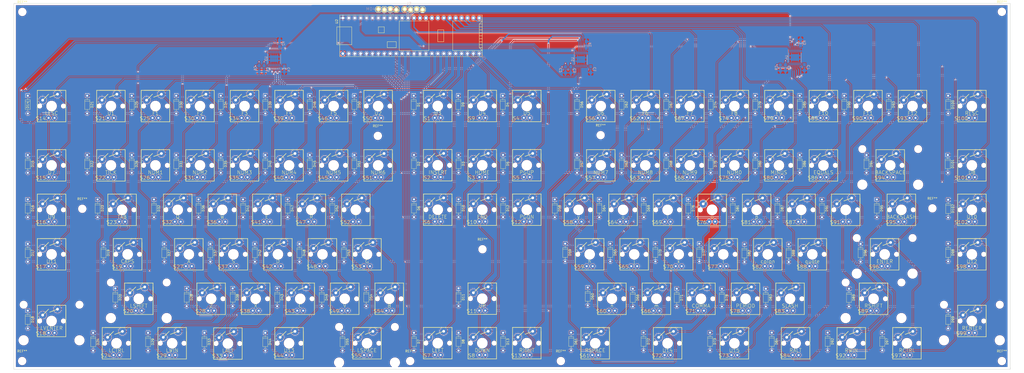
<source format=kicad_pcb>
(kicad_pcb (version 4) (host pcbnew 4.0.5)
  (layers (0 F.Cu signal) (31 B.Cu signal) (34 B.Paste user) (35 F.Paste user) (36 B.SilkS user) (37 F.SilkS user) (38 B.Mask user) (39 F.Mask user) (44 Edge.Cuts user))
  (net 0 "")
  (net 1 GND)
  (net 2 "Net-(D1-Pad1)")
  (net 3 "Net-(D2-Pad1)")
  (net 4 "Net-(D3-Pad1)")
  (net 5 "Net-(D4-Pad1)")
  (net 6 "Net-(D5-Pad1)")
  (net 7 "Net-(D6-Pad1)")
  (net 8 "Net-(R1-Pad1)")
  (net 9 /LED1)
  (net 10 /LED0)
  (net 11 /LED2)
  (net 12 /LED3)
  (net 13 /LED4)
  (net 14 "Net-(D7-Pad1)")
  (net 15 "Net-(D8-Pad1)")
  (net 16 "Net-(D9-Pad1)")
  (net 17 "Net-(D10-Pad1)")
  (net 18 "Net-(D11-Pad1)")
  (net 19 "Net-(D12-Pad1)")
  (net 20 "Net-(D13-Pad1)")
  (net 21 /LED5)
  (net 22 /LED_CS1)
  (net 23 /C9)
  (net 24 /C10)
  (net 25 /C11)
  (net 26 5V)
  (net 27 "Net-(C4-Pad1)")
  (net 28 R1)
  (net 29 R2)
  (net 30 R3)
  (net 31 R6)
  (net 32 R5)
  (net 33 "Net-(D14-Pad1)")
  (net 34 "Net-(D15-Pad1)")
  (net 35 "Net-(D16-Pad1)")
  (net 36 "Net-(D17-Pad1)")
  (net 37 R4)
  (net 38 "Net-(D18-Pad1)")
  (net 39 "Net-(D19-Pad1)")
  (net 40 "Net-(D20-Pad1)")
  (net 41 "Net-(D21-Pad1)")
  (net 42 "Net-(D22-Pad1)")
  (net 43 "Net-(D23-Pad1)")
  (net 44 "Net-(D24-Pad1)")
  (net 45 "Net-(D25-Pad1)")
  (net 46 "Net-(D26-Pad1)")
  (net 47 "Net-(D27-Pad1)")
  (net 48 "Net-(D28-Pad1)")
  (net 49 "Net-(D29-Pad1)")
  (net 50 "Net-(D30-Pad1)")
  (net 51 "Net-(D31-Pad1)")
  (net 52 "Net-(D32-Pad1)")
  (net 53 "Net-(D33-Pad1)")
  (net 54 "Net-(D34-Pad1)")
  (net 55 "Net-(D35-Pad1)")
  (net 56 "Net-(D36-Pad1)")
  (net 57 "Net-(D37-Pad1)")
  (net 58 "Net-(D38-Pad1)")
  (net 59 "Net-(D39-Pad1)")
  (net 60 "Net-(D40-Pad1)")
  (net 61 "Net-(D41-Pad1)")
  (net 62 "Net-(D42-Pad1)")
  (net 63 "Net-(D43-Pad1)")
  (net 64 "Net-(D44-Pad1)")
  (net 65 "Net-(D45-Pad1)")
  (net 66 "Net-(D46-Pad1)")
  (net 67 "Net-(D47-Pad1)")
  (net 68 "Net-(D48-Pad1)")
  (net 69 "Net-(D49-Pad1)")
  (net 70 "Net-(D50-Pad1)")
  (net 71 "Net-(D51-Pad1)")
  (net 72 "Net-(D52-Pad1)")
  (net 73 "Net-(D53-Pad1)")
  (net 74 "Net-(D54-Pad1)")
  (net 75 "Net-(D55-Pad1)")
  (net 76 "Net-(R2-Pad1)")
  (net 77 /left/LED1)
  (net 78 /left/LED0)
  (net 79 C1)
  (net 80 /left/LED2)
  (net 81 /left/LED3)
  (net 82 /left/LED5)
  (net 83 C2)
  (net 84 /left/LED4)
  (net 85 C3)
  (net 86 C4)
  (net 87 C5)
  (net 88 /left/LED6)
  (net 89 C6)
  (net 90 /left/LED7)
  (net 91 C7)
  (net 92 /left/LED8)
  (net 93 C8)
  (net 94 MOSI)
  (net 95 SCK)
  (net 96 LED_CS2)
  (net 97 "Net-(C7-Pad1)")
  (net 98 "Net-(D56-Pad1)")
  (net 99 "Net-(D57-Pad1)")
  (net 100 "Net-(D58-Pad1)")
  (net 101 "Net-(D59-Pad1)")
  (net 102 "Net-(D60-Pad1)")
  (net 103 "Net-(D61-Pad1)")
  (net 104 "Net-(D62-Pad1)")
  (net 105 "Net-(D63-Pad1)")
  (net 106 "Net-(D64-Pad1)")
  (net 107 "Net-(D65-Pad1)")
  (net 108 "Net-(D66-Pad1)")
  (net 109 "Net-(D67-Pad1)")
  (net 110 "Net-(D68-Pad1)")
  (net 111 "Net-(D69-Pad1)")
  (net 112 "Net-(D70-Pad1)")
  (net 113 "Net-(D71-Pad1)")
  (net 114 "Net-(D72-Pad1)")
  (net 115 "Net-(D73-Pad1)")
  (net 116 "Net-(D74-Pad1)")
  (net 117 "Net-(D75-Pad1)")
  (net 118 "Net-(D76-Pad1)")
  (net 119 "Net-(D77-Pad1)")
  (net 120 "Net-(D78-Pad1)")
  (net 121 "Net-(D79-Pad1)")
  (net 122 "Net-(D80-Pad1)")
  (net 123 "Net-(D81-Pad1)")
  (net 124 "Net-(D82-Pad1)")
  (net 125 "Net-(D83-Pad1)")
  (net 126 "Net-(D84-Pad1)")
  (net 127 "Net-(D85-Pad1)")
  (net 128 "Net-(D86-Pad1)")
  (net 129 "Net-(D87-Pad1)")
  (net 130 "Net-(D88-Pad1)")
  (net 131 "Net-(D89-Pad1)")
  (net 132 "Net-(D90-Pad1)")
  (net 133 "Net-(D91-Pad1)")
  (net 134 "Net-(D92-Pad1)")
  (net 135 "Net-(D93-Pad1)")
  (net 136 "Net-(D94-Pad1)")
  (net 137 "Net-(D95-Pad1)")
  (net 138 "Net-(D96-Pad1)")
  (net 139 "Net-(D97-Pad1)")
  (net 140 "Net-(D98-Pad1)")
  (net 141 "Net-(D99-Pad1)")
  (net 142 "Net-(D100-Pad1)")
  (net 143 "Net-(D101-Pad1)")
  (net 144 "Net-(D102-Pad1)")
  (net 145 "Net-(R3-Pad1)")
  (net 146 /right/LED0)
  (net 147 /right/LED5)
  (net 148 C12)
  (net 149 /right/LED1)
  (net 150 /right/LED3)
  (net 151 /right/LED4)
  (net 152 /right/LED2)
  (net 153 C13)
  (net 154 C14)
  (net 155 C15)
  (net 156 C16)
  (net 157 /right/LED6)
  (net 158 C17)
  (net 159 C18)
  (net 160 /right/LED7)
  (net 161 C19)
  (net 162 /right/LED8)
  (net 163 C20)
  (net 164 LED_CS3)
  (net 165 "Net-(C1-Pad1)")
  (net 166 SDA)
  (net 167 SCL)
  (net 168 /G16)
  (net 169 /G15)
  (module Mounting_Holes:MountingHole_3.2mm_M3 (layer F.Cu) (at 408.559 107.315)
    (fp_text reference REF** (at 0 -4.2) (layer F.SilkS))
    (fp_text value MountingHole_3.2mm_M3)
    (pad 1 np_thru_hole circle (at 0 0) (size 3.2 3.2) (drill 3.2) (layers *.Cu *.Mask))
  )
  (module Mounting_Holes:MountingHole_3.2mm_M3 (layer F.Cu) (at 44.8945 107.5055)
    (fp_text reference REF** (at 0 -4.2) (layer F.SilkS))
    (fp_text value MountingHole_3.2mm_M3)
    (pad 1 np_thru_hole circle (at 0 0) (size 3.2 3.2) (drill 3.2) (layers *.Cu *.Mask))
  )
  (module Mounting_Holes:MountingHole_3.2mm_M3 (layer F.Cu) (at 266.6365 75.946)
    (fp_text reference REF** (at 0 -4.2) (layer F.SilkS))
    (fp_text value MountingHole_3.2mm_M3)
    (pad 1 np_thru_hole circle (at 0 0) (size 3.2 3.2) (drill 3.2) (layers *.Cu *.Mask))
  )
  (module Mounting_Holes:MountingHole_3.2mm_M3 (layer F.Cu) (at 216.0905 124.841)
    (fp_text reference REF** (at 0 -4.2) (layer F.SilkS))
    (fp_text value MountingHole_3.2mm_M3)
    (pad 1 np_thru_hole circle (at 0 0) (size 3.2 3.2) (drill 3.2) (layers *.Cu *.Mask))
  )
  (module Mounting_Holes:MountingHole_3.2mm_M3 (layer F.Cu) (at 171.323 76.2635)
    (fp_text reference REF** (at 0 -4.2) (layer F.SilkS))
    (fp_text value MountingHole_3.2mm_M3)
    (pad 1 np_thru_hole circle (at 0 0) (size 3.2 3.2) (drill 3.2) (layers *.Cu *.Mask))
  )
  (module Mounting_Holes:MountingHole_3.2mm_M3 (layer F.Cu) (at 249.6185 172.72)
    (fp_text reference REF** (at 0 -4.2) (layer F.SilkS))
    (fp_text value MountingHole_3.2mm_M3)
    (pad 1 np_thru_hole circle (at 0 0) (size 3.2 3.2) (drill 3.2) (layers *.Cu *.Mask))
  )
  (module Mounting_Holes:MountingHole_3.2mm_M3 (layer F.Cu) (at 185.166 172.72)
    (fp_text reference REF** (at 0 -4.2) (layer F.SilkS))
    (fp_text value MountingHole_3.2mm_M3)
    (pad 1 np_thru_hole circle (at 0 0) (size 3.2 3.2) (drill 3.2) (layers *.Cu *.Mask))
  )
  (module Mounting_Holes:MountingHole_3.2mm_M3 (layer F.Cu) (at 19.177 172.72)
    (fp_text reference REF** (at 0 -4.2) (layer F.SilkS))
    (fp_text value MountingHole_3.2mm_M3)
    (pad 1 np_thru_hole circle (at 0 0) (size 3.2 3.2) (drill 3.2) (layers *.Cu *.Mask))
  )
  (module Mounting_Holes:MountingHole_3.2mm_M3 (layer F.Cu) (at 438.277 172.72)
    (fp_text reference REF** (at 0 -4.2) (layer F.SilkS))
    (fp_text value MountingHole_3.2mm_M3)
    (pad 1 np_thru_hole circle (at 0 0) (size 3.2 3.2) (drill 3.2) (layers *.Cu *.Mask))
  )
  (module Mounting_Holes:MountingHole_3.2mm_M3 (layer F.Cu) (at 438.277 23.114)
    (fp_text reference REF** (at 0 -4.2) (layer F.SilkS))
    (fp_text value MountingHole_3.2mm_M3)
    (pad 1 np_thru_hole circle (at 0 0) (size 3.2 3.2) (drill 3.2) (layers *.Cu *.Mask))
  )
  (module Capacitors_SMD:C_0805_HandSoldering (layer B.Cu) (at 262.382 47.879 270)
    (fp_text reference C1 (at -0.127 -1.778 270) (layer B.SilkS) (effects (justify mirror)))
    (fp_text value 27pF)
    (pad 1 smd rect (at -1.25 0 270) (size 1.5 1.25) (layers B.Cu B.Paste B.Mask) (net 165 "Net-(C1-Pad1)"))
    (pad 2 smd rect (at 1.25 0 270) (size 1.5 1.25) (layers B.Cu B.Paste B.Mask) (net 1 GND))
  )
  (module Capacitors_SMD:C_0805_HandSoldering (layer B.Cu) (at 251.587 48.006 270)
    (fp_text reference C2 (at 0.127 2.032 270) (layer B.SilkS) (effects (justify mirror)))
    (fp_text value 22uF)
    (pad 1 smd rect (at -1.25 0 270) (size 1.5 1.25) (layers B.Cu B.Paste B.Mask) (net 26 5V))
    (pad 2 smd rect (at 1.25 0 270) (size 1.5 1.25) (layers B.Cu B.Paste B.Mask) (net 1 GND))
  )
  (module Capacitors_SMD:C_0805_HandSoldering (layer B.Cu) (at 253.873 48.006 270)
    (fp_text reference C3 (at 0.254 -1.651 270) (layer B.SilkS) (effects (justify mirror)))
    (fp_text value 0.1uF)
    (pad 1 smd rect (at -1.25 0 270) (size 1.5 1.25) (layers B.Cu B.Paste B.Mask) (net 26 5V))
    (pad 2 smd rect (at 1.25 0 270) (size 1.5 1.25) (layers B.Cu B.Paste B.Mask) (net 1 GND))
  )
  (module Resistors_SMD:R_0805_HandSoldering (layer B.Cu) (at 260.477 37.211 90)
    (fp_text reference R1 (at 0 1.7 90) (layer B.SilkS) (effects (justify mirror)))
    (fp_text value 56k)
    (pad 1 smd rect (at -1.35 0 90) (size 1.5 1.3) (layers B.Cu B.Paste B.Mask) (net 8 "Net-(R1-Pad1)"))
    (pad 2 smd rect (at 1.35 0 90) (size 1.5 1.3) (layers B.Cu B.Paste B.Mask) (net 1 GND))
  )
  (module Diodes_ThroughHole:D_DO-35_SOD27_P7.62mm_Horizontal (layer F.Cu) (at 186.69 59.055 270)
    (fp_text reference D1 (at 3.81 -2.06 270) (layer F.SilkS))
    (fp_text value D)
    (pad 1 thru_hole rect (at 0 0 270) (size 1.6 1.6) (drill 0.8) (layers *.Cu *.Mask) (net 2 "Net-(D1-Pad1)"))
    (pad 2 thru_hole oval (at 7.62 0 270) (size 1.6 1.6) (drill 0.8) (layers *.Cu *.Mask) (net 28 R1))
  )
  (module Diodes_ThroughHole:D_DO-35_SOD27_P7.62mm_Horizontal (layer F.Cu) (at 186.7916 84.4042 270)
    (fp_text reference D2 (at 3.81 -2.06 270) (layer F.SilkS))
    (fp_text value D)
    (pad 1 thru_hole rect (at 0 0 270) (size 1.6 1.6) (drill 0.8) (layers *.Cu *.Mask) (net 3 "Net-(D2-Pad1)"))
    (pad 2 thru_hole oval (at 7.62 0 270) (size 1.6 1.6) (drill 0.8) (layers *.Cu *.Mask) (net 29 R2))
  )
  (module Diodes_ThroughHole:D_DO-35_SOD27_P7.62mm_Horizontal (layer F.Cu) (at 205.8416 84.4042 270)
    (fp_text reference D3 (at 3.81 -2.06 270) (layer F.SilkS))
    (fp_text value D)
    (pad 1 thru_hole rect (at 0 0 270) (size 1.6 1.6) (drill 0.8) (layers *.Cu *.Mask) (net 4 "Net-(D3-Pad1)"))
    (pad 2 thru_hole oval (at 7.62 0 270) (size 1.6 1.6) (drill 0.8) (layers *.Cu *.Mask) (net 29 R2))
  )
  (module Diodes_ThroughHole:D_DO-35_SOD27_P7.62mm_Horizontal (layer F.Cu) (at 224.79 59.055 270)
    (fp_text reference D4 (at 3.81 -2.06 270) (layer F.SilkS))
    (fp_text value D)
    (pad 1 thru_hole rect (at 0 0 270) (size 1.6 1.6) (drill 0.8) (layers *.Cu *.Mask) (net 5 "Net-(D4-Pad1)"))
    (pad 2 thru_hole oval (at 7.62 0 270) (size 1.6 1.6) (drill 0.8) (layers *.Cu *.Mask) (net 28 R1))
  )
  (module Diodes_ThroughHole:D_DO-35_SOD27_P7.62mm_Horizontal (layer F.Cu) (at 224.8916 84.4042 270)
    (fp_text reference D5 (at 3.81 -2.06 270) (layer F.SilkS))
    (fp_text value D)
    (pad 1 thru_hole rect (at 0 0 270) (size 1.6 1.6) (drill 0.8) (layers *.Cu *.Mask) (net 6 "Net-(D5-Pad1)"))
    (pad 2 thru_hole oval (at 7.62 0 270) (size 1.6 1.6) (drill 0.8) (layers *.Cu *.Mask) (net 29 R2))
  )
  (module Diodes_ThroughHole:D_DO-35_SOD27_P7.62mm_Horizontal (layer F.Cu) (at 186.7916 103.4542 270)
    (fp_text reference D6 (at 3.81 -2.06 270) (layer F.SilkS))
    (fp_text value D)
    (pad 1 thru_hole rect (at 0 0 270) (size 1.6 1.6) (drill 0.8) (layers *.Cu *.Mask) (net 7 "Net-(D6-Pad1)"))
    (pad 2 thru_hole oval (at 7.62 0 270) (size 1.6 1.6) (drill 0.8) (layers *.Cu *.Mask) (net 30 R3))
  )
  (module Diodes_ThroughHole:D_DO-35_SOD27_P7.62mm_Horizontal (layer F.Cu) (at 186.7916 160.6042 270)
    (fp_text reference D7 (at 3.81 -2.06 270) (layer F.SilkS))
    (fp_text value D)
    (pad 1 thru_hole rect (at 0 0 270) (size 1.6 1.6) (drill 0.8) (layers *.Cu *.Mask) (net 14 "Net-(D7-Pad1)"))
    (pad 2 thru_hole oval (at 7.62 0 270) (size 1.6 1.6) (drill 0.8) (layers *.Cu *.Mask) (net 31 R6))
  )
  (module Diodes_ThroughHole:D_DO-35_SOD27_P7.62mm_Horizontal (layer F.Cu) (at 205.8416 160.6042 270)
    (fp_text reference D8 (at 3.81 -2.06 270) (layer F.SilkS))
    (fp_text value D)
    (pad 1 thru_hole rect (at 0 0 270) (size 1.6 1.6) (drill 0.8) (layers *.Cu *.Mask) (net 15 "Net-(D8-Pad1)"))
    (pad 2 thru_hole oval (at 7.62 0 270) (size 1.6 1.6) (drill 0.8) (layers *.Cu *.Mask) (net 31 R6))
  )
  (module Diodes_ThroughHole:D_DO-35_SOD27_P7.62mm_Horizontal (layer F.Cu) (at 205.74 59.055 270)
    (fp_text reference D9 (at 3.81 -2.06 270) (layer F.SilkS))
    (fp_text value D)
    (pad 1 thru_hole rect (at 0 0 270) (size 1.6 1.6) (drill 0.8) (layers *.Cu *.Mask) (net 16 "Net-(D9-Pad1)"))
    (pad 2 thru_hole oval (at 7.62 0 270) (size 1.6 1.6) (drill 0.8) (layers *.Cu *.Mask) (net 28 R1))
  )
  (module Diodes_ThroughHole:D_DO-35_SOD27_P7.62mm_Horizontal (layer F.Cu) (at 205.8416 103.4542 270)
    (fp_text reference D10 (at 3.81 -2.06 270) (layer F.SilkS))
    (fp_text value D)
    (pad 1 thru_hole rect (at 0 0 270) (size 1.6 1.6) (drill 0.8) (layers *.Cu *.Mask) (net 17 "Net-(D10-Pad1)"))
    (pad 2 thru_hole oval (at 7.62 0 270) (size 1.6 1.6) (drill 0.8) (layers *.Cu *.Mask) (net 30 R3))
  )
  (module Diodes_ThroughHole:D_DO-35_SOD27_P7.62mm_Horizontal (layer F.Cu) (at 205.8416 141.5542 270)
    (fp_text reference D11 (at 3.81 -2.06 270) (layer F.SilkS))
    (fp_text value D)
    (pad 1 thru_hole rect (at 0 0 270) (size 1.6 1.6) (drill 0.8) (layers *.Cu *.Mask) (net 18 "Net-(D11-Pad1)"))
    (pad 2 thru_hole oval (at 7.62 0 270) (size 1.6 1.6) (drill 0.8) (layers *.Cu *.Mask) (net 32 R5))
  )
  (module Diodes_ThroughHole:D_DO-35_SOD27_P7.62mm_Horizontal (layer F.Cu) (at 224.8916 103.4542 270)
    (fp_text reference D12 (at 3.81 -2.06 270) (layer F.SilkS))
    (fp_text value D)
    (pad 1 thru_hole rect (at 0 0 270) (size 1.6 1.6) (drill 0.8) (layers *.Cu *.Mask) (net 19 "Net-(D12-Pad1)"))
    (pad 2 thru_hole oval (at 7.62 0 270) (size 1.6 1.6) (drill 0.8) (layers *.Cu *.Mask) (net 30 R3))
  )
  (module Diodes_ThroughHole:D_DO-35_SOD27_P7.62mm_Horizontal (layer F.Cu) (at 224.8916 160.6042 270)
    (fp_text reference D13 (at 3.81 -2.06 270) (layer F.SilkS))
    (fp_text value D)
    (pad 1 thru_hole rect (at 0 0 270) (size 1.6 1.6) (drill 0.8) (layers *.Cu *.Mask) (net 20 "Net-(D13-Pad1)"))
    (pad 2 thru_hole oval (at 7.62 0 270) (size 1.6 1.6) (drill 0.8) (layers *.Cu *.Mask) (net 31 R6))
  )
  (module Custom:Teensy35_36_nopogo (layer F.Cu) (at 185.547 33.401)
    (fp_text reference U2 (at -31.8008 -6.1214 90) (layer F.SilkS))
    (fp_text value Teensy3.6_nopogo)
    (pad 17 thru_hole circle (at 11.43 7.62) (size 1.6 1.6) (drill 1.1) (layers *.Cu *.Mask) (net 87 C5))
    (pad 18 thru_hole circle (at 13.97 7.62) (size 1.6 1.6) (drill 1.1) (layers *.Cu *.Mask) (net 89 C6))
    (pad 19 thru_hole circle (at 16.51 7.62) (size 1.6 1.6) (drill 1.1) (layers *.Cu *.Mask) (net 91 C7))
    (pad 20 thru_hole circle (at 19.05 7.62) (size 1.6 1.6) (drill 1.1) (layers *.Cu *.Mask) (net 93 C8))
    (pad 16 thru_hole circle (at 8.89 7.62) (size 1.6 1.6) (drill 1.1) (layers *.Cu *.Mask) (net 86 C4))
    (pad 15 thru_hole circle (at 6.35 7.62) (size 1.6 1.6) (drill 1.1) (layers *.Cu *.Mask))
    (pad 14 thru_hole circle (at 3.81 7.62) (size 1.6 1.6) (drill 1.1) (layers *.Cu *.Mask))
    (pad 21 thru_hole circle (at 21.59 7.62) (size 1.6 1.6) (drill 1.1) (layers *.Cu *.Mask) (net 23 /C9))
    (pad 22 thru_hole circle (at 24.13 7.62) (size 1.6 1.6) (drill 1.1) (layers *.Cu *.Mask) (net 24 /C10))
    (pad 23 thru_hole circle (at 26.67 7.62) (size 1.6 1.6) (drill 1.1) (layers *.Cu *.Mask) (net 25 /C11))
    (pad 24 thru_hole circle (at 29.21 7.62) (size 1.6 1.6) (drill 1.1) (layers *.Cu *.Mask) (net 148 C12))
    (pad 30 thru_hole circle (at 29.21 -7.62) (size 1.6 1.6) (drill 1.1) (layers *.Cu *.Mask) (net 163 C20))
    (pad 31 thru_hole circle (at 26.67 -7.62) (size 1.6 1.6) (drill 1.1) (layers *.Cu *.Mask) (net 161 C19))
    (pad 32 thru_hole circle (at 24.13 -7.62) (size 1.6 1.6) (drill 1.1) (layers *.Cu *.Mask) (net 159 C18))
    (pad 33 thru_hole circle (at 21.59 -7.62) (size 1.6 1.6) (drill 1.1) (layers *.Cu *.Mask) (net 158 C17))
    (pad 34 thru_hole circle (at 19.05 -7.62) (size 1.6 1.6) (drill 1.1) (layers *.Cu *.Mask) (net 156 C16))
    (pad 35 thru_hole circle (at 16.51 -7.62) (size 1.6 1.6) (drill 1.1) (layers *.Cu *.Mask) (net 155 C15))
    (pad 36 thru_hole circle (at 13.97 -7.62) (size 1.6 1.6) (drill 1.1) (layers *.Cu *.Mask) (net 154 C14))
    (pad 37 thru_hole circle (at 11.43 -7.62) (size 1.6 1.6) (drill 1.1) (layers *.Cu *.Mask))
    (pad 13 thru_hole circle (at 1.27 7.62) (size 1.6 1.6) (drill 1.1) (layers *.Cu *.Mask) (net 94 MOSI))
    (pad 12 thru_hole circle (at -1.27 7.62) (size 1.6 1.6) (drill 1.1) (layers *.Cu *.Mask) (net 85 C3))
    (pad 11 thru_hole circle (at -3.81 7.62) (size 1.6 1.6) (drill 1.1) (layers *.Cu *.Mask) (net 83 C2))
    (pad 10 thru_hole circle (at -6.35 7.62) (size 1.6 1.6) (drill 1.1) (layers *.Cu *.Mask) (net 79 C1))
    (pad 9 thru_hole circle (at -8.89 7.62) (size 1.6 1.6) (drill 1.1) (layers *.Cu *.Mask) (net 31 R6))
    (pad 8 thru_hole circle (at -11.43 7.62) (size 1.6 1.6) (drill 1.1) (layers *.Cu *.Mask) (net 32 R5))
    (pad 7 thru_hole circle (at -13.97 7.62) (size 1.6 1.6) (drill 1.1) (layers *.Cu *.Mask) (net 37 R4))
    (pad 6 thru_hole circle (at -16.51 7.62) (size 1.6 1.6) (drill 1.1) (layers *.Cu *.Mask) (net 30 R3))
    (pad 5 thru_hole circle (at -19.05 7.62) (size 1.6 1.6) (drill 1.1) (layers *.Cu *.Mask) (net 29 R2))
    (pad 4 thru_hole circle (at -21.59 7.62) (size 1.6 1.6) (drill 1.1) (layers *.Cu *.Mask) (net 28 R1))
    (pad 3 thru_hole circle (at -24.13 7.62) (size 1.6 1.6) (drill 1.1) (layers *.Cu *.Mask))
    (pad 2 thru_hole circle (at -26.67 7.62) (size 1.6 1.6) (drill 1.1) (layers *.Cu *.Mask))
    (pad 1 thru_hole rect (at -29.21 7.62) (size 1.6 1.6) (drill 1.1) (layers *.Cu *.Mask) (net 1 GND))
    (pad 38 thru_hole circle (at 8.89 -7.62) (size 1.6 1.6) (drill 1.1) (layers *.Cu *.Mask))
    (pad 39 thru_hole circle (at 6.35 -7.62) (size 1.6 1.6) (drill 1.1) (layers *.Cu *.Mask))
    (pad 40 thru_hole circle (at 3.81 -7.62) (size 1.6 1.6) (drill 1.1) (layers *.Cu *.Mask) (net 95 SCK))
    (pad 41 thru_hole circle (at 1.27 -7.62) (size 1.6 1.6) (drill 1.1) (layers *.Cu *.Mask) (net 153 C13))
    (pad 42 thru_hole circle (at -1.27 -7.62) (size 1.6 1.6) (drill 1.1) (layers *.Cu *.Mask) (net 169 /G15))
    (pad 43 thru_hole circle (at -3.81 -7.62) (size 1.6 1.6) (drill 1.1) (layers *.Cu *.Mask) (net 168 /G16))
    (pad 44 thru_hole circle (at -6.35 -7.62) (size 1.6 1.6) (drill 1.1) (layers *.Cu *.Mask))
    (pad 45 thru_hole circle (at -8.89 -7.62) (size 1.6 1.6) (drill 1.1) (layers *.Cu *.Mask) (net 166 SDA))
    (pad 46 thru_hole circle (at -11.43 -7.62) (size 1.6 1.6) (drill 1.1) (layers *.Cu *.Mask) (net 167 SCL))
    (pad 47 thru_hole circle (at -13.97 -7.62) (size 1.6 1.6) (drill 1.1) (layers *.Cu *.Mask))
    (pad 48 thru_hole circle (at -16.51 -7.62) (size 1.6 1.6) (drill 1.1) (layers *.Cu *.Mask) (net 164 LED_CS3))
    (pad 49 thru_hole circle (at -19.05 -7.62) (size 1.6 1.6) (drill 1.1) (layers *.Cu *.Mask) (net 96 LED_CS2))
    (pad 50 thru_hole circle (at -21.59 -7.62) (size 1.6 1.6) (drill 1.1) (layers *.Cu *.Mask) (net 22 /LED_CS1))
    (pad 51 thru_hole circle (at -24.13 -7.62) (size 1.6 1.6) (drill 1.1) (layers *.Cu *.Mask))
    (pad 52 thru_hole circle (at -26.67 -7.62) (size 1.6 1.6) (drill 1.1) (layers *.Cu *.Mask))
    (pad 53 thru_hole circle (at -29.21 -7.62) (size 1.6 1.6) (drill 1.1) (layers *.Cu *.Mask) (net 26 5V))
  )
  (module Custom:CHERRY-MX-LED-Socket (layer F.Cu) (at 196.9516 63.4492)
    (fp_text reference S1 (at -4.572 5.334) (layer F.SilkS))
    (fp_text value U3 (at 0 3.048) (layer F.SilkS))
    (pad A thru_hole circle (at -1.27 5.08) (size 2.032 2.032) (drill 0.8) (layers *.Cu *.Paste *.Mask) (net 9 /LED1))
    (pad K thru_hole circle (at 1.27 5.08) (size 2.032 2.032) (drill 0.8) (layers *.Cu *.Paste *.Mask) (net 10 /LED0))
    (pad S1 thru_hole circle (at -3.81 -2.54) (size 3.2258 3.2258) (drill 1.2) (layers *.Cu *.Paste *.Mask) (net 2 "Net-(D1-Pad1)"))
    (pad S2 thru_hole circle (at 2.54 -5.08) (size 3.2258 3.2258) (drill 1.2) (layers *.Cu *.Paste *.Mask) (net 23 /C9))
    (pad "" np_thru_hole circle (at 0 0) (size 4.2 4.2) (drill 4.2) (layers *.Cu *.Mask))
    (pad "" np_thru_hole circle (at 5.08 0) (size 1.8 1.8) (drill 1.8) (layers *.Cu *.Mask))
    (pad "" np_thru_hole circle (at -5.08 0) (size 1.8 1.8) (drill 1.8) (layers *.Cu *.Mask))
    (pad S1 smd rect (at -7.36 -2.54) (size 2.55 2.5) (layers F.Cu F.Paste F.Mask) (net 2 "Net-(D1-Pad1)"))
    (pad S2 smd rect (at 6.09 -5.08) (size 2.55 2.5) (layers F.Cu F.Paste F.Mask) (net 23 /C9))
  )
  (module Custom:CHERRY-MX-LED-Socket (layer F.Cu) (at 196.9516 88.8492)
    (fp_text reference S2 (at -4.572 5.334) (layer F.SilkS))
    (fp_text value INSERT (at 0 3.048) (layer F.SilkS))
    (pad A thru_hole circle (at -1.27 5.08) (size 2.032 2.032) (drill 0.8) (layers *.Cu *.Paste *.Mask) (net 10 /LED0))
    (pad K thru_hole circle (at 1.27 5.08) (size 2.032 2.032) (drill 0.8) (layers *.Cu *.Paste *.Mask) (net 9 /LED1))
    (pad S1 thru_hole circle (at -3.81 -2.54) (size 3.2258 3.2258) (drill 1.2) (layers *.Cu *.Paste *.Mask) (net 3 "Net-(D2-Pad1)"))
    (pad S2 thru_hole circle (at 2.54 -5.08) (size 3.2258 3.2258) (drill 1.2) (layers *.Cu *.Paste *.Mask) (net 23 /C9))
    (pad "" np_thru_hole circle (at 0 0) (size 4.2 4.2) (drill 4.2) (layers *.Cu *.Mask))
    (pad "" np_thru_hole circle (at 5.08 0) (size 1.8 1.8) (drill 1.8) (layers *.Cu *.Mask))
    (pad "" np_thru_hole circle (at -5.08 0) (size 1.8 1.8) (drill 1.8) (layers *.Cu *.Mask))
    (pad S1 smd rect (at -7.36 -2.54) (size 2.55 2.5) (layers F.Cu F.Paste F.Mask) (net 3 "Net-(D2-Pad1)"))
    (pad S2 smd rect (at 6.09 -5.08) (size 2.55 2.5) (layers F.Cu F.Paste F.Mask) (net 23 /C9))
  )
  (module Custom:CHERRY-MX-LED-Socket (layer F.Cu) (at 216.0016 88.8492)
    (fp_text reference S3 (at -4.572 5.334) (layer F.SilkS))
    (fp_text value HOME (at 0 3.048) (layer F.SilkS))
    (pad A thru_hole circle (at -1.27 5.08) (size 2.032 2.032) (drill 0.8) (layers *.Cu *.Paste *.Mask) (net 11 /LED2))
    (pad K thru_hole circle (at 1.27 5.08) (size 2.032 2.032) (drill 0.8) (layers *.Cu *.Paste *.Mask) (net 9 /LED1))
    (pad S1 thru_hole circle (at -3.81 -2.54) (size 3.2258 3.2258) (drill 1.2) (layers *.Cu *.Paste *.Mask) (net 4 "Net-(D3-Pad1)"))
    (pad S2 thru_hole circle (at 2.54 -5.08) (size 3.2258 3.2258) (drill 1.2) (layers *.Cu *.Paste *.Mask) (net 24 /C10))
    (pad "" np_thru_hole circle (at 0 0) (size 4.2 4.2) (drill 4.2) (layers *.Cu *.Mask))
    (pad "" np_thru_hole circle (at 5.08 0) (size 1.8 1.8) (drill 1.8) (layers *.Cu *.Mask))
    (pad "" np_thru_hole circle (at -5.08 0) (size 1.8 1.8) (drill 1.8) (layers *.Cu *.Mask))
    (pad S1 smd rect (at -7.36 -2.54) (size 2.55 2.5) (layers F.Cu F.Paste F.Mask) (net 4 "Net-(D3-Pad1)"))
    (pad S2 smd rect (at 6.09 -5.08) (size 2.55 2.5) (layers F.Cu F.Paste F.Mask) (net 24 /C10))
  )
  (module Custom:CHERRY-MX-LED-Socket (layer F.Cu) (at 235.0516 63.4492)
    (fp_text reference S4 (at -4.572 5.334) (layer F.SilkS))
    (fp_text value U5 (at 0 3.048) (layer F.SilkS))
    (pad A thru_hole circle (at -1.27 5.08) (size 2.032 2.032) (drill 0.8) (layers *.Cu *.Paste *.Mask) (net 12 /LED3))
    (pad K thru_hole circle (at 1.27 5.08) (size 2.032 2.032) (drill 0.8) (layers *.Cu *.Paste *.Mask) (net 10 /LED0))
    (pad S1 thru_hole circle (at -3.81 -2.54) (size 3.2258 3.2258) (drill 1.2) (layers *.Cu *.Paste *.Mask) (net 5 "Net-(D4-Pad1)"))
    (pad S2 thru_hole circle (at 2.54 -5.08) (size 3.2258 3.2258) (drill 1.2) (layers *.Cu *.Paste *.Mask) (net 25 /C11))
    (pad "" np_thru_hole circle (at 0 0) (size 4.2 4.2) (drill 4.2) (layers *.Cu *.Mask))
    (pad "" np_thru_hole circle (at 5.08 0) (size 1.8 1.8) (drill 1.8) (layers *.Cu *.Mask))
    (pad "" np_thru_hole circle (at -5.08 0) (size 1.8 1.8) (drill 1.8) (layers *.Cu *.Mask))
    (pad S1 smd rect (at -7.36 -2.54) (size 2.55 2.5) (layers F.Cu F.Paste F.Mask) (net 5 "Net-(D4-Pad1)"))
    (pad S2 smd rect (at 6.09 -5.08) (size 2.55 2.5) (layers F.Cu F.Paste F.Mask) (net 25 /C11))
  )
  (module Custom:CHERRY-MX-LED-Socket (layer F.Cu) (at 235.0516 88.8492)
    (fp_text reference S5 (at -4.572 5.334) (layer F.SilkS))
    (fp_text value PGUP (at 0 3.048) (layer F.SilkS))
    (pad A thru_hole circle (at -1.27 5.08) (size 2.032 2.032) (drill 0.8) (layers *.Cu *.Paste *.Mask) (net 12 /LED3))
    (pad K thru_hole circle (at 1.27 5.08) (size 2.032 2.032) (drill 0.8) (layers *.Cu *.Paste *.Mask) (net 9 /LED1))
    (pad S1 thru_hole circle (at -3.81 -2.54) (size 3.2258 3.2258) (drill 1.2) (layers *.Cu *.Paste *.Mask) (net 6 "Net-(D5-Pad1)"))
    (pad S2 thru_hole circle (at 2.54 -5.08) (size 3.2258 3.2258) (drill 1.2) (layers *.Cu *.Paste *.Mask) (net 25 /C11))
    (pad "" np_thru_hole circle (at 0 0) (size 4.2 4.2) (drill 4.2) (layers *.Cu *.Mask))
    (pad "" np_thru_hole circle (at 5.08 0) (size 1.8 1.8) (drill 1.8) (layers *.Cu *.Mask))
    (pad "" np_thru_hole circle (at -5.08 0) (size 1.8 1.8) (drill 1.8) (layers *.Cu *.Mask))
    (pad S1 smd rect (at -7.36 -2.54) (size 2.55 2.5) (layers F.Cu F.Paste F.Mask) (net 6 "Net-(D5-Pad1)"))
    (pad S2 smd rect (at 6.09 -5.08) (size 2.55 2.5) (layers F.Cu F.Paste F.Mask) (net 25 /C11))
  )
  (module Custom:CHERRY-MX-LED-Socket (layer F.Cu) (at 196.9516 107.8992)
    (fp_text reference S6 (at -4.572 5.334) (layer F.SilkS))
    (fp_text value DELETE (at 0 3.048) (layer F.SilkS))
    (pad A thru_hole circle (at -1.27 5.08) (size 2.032 2.032) (drill 0.8) (layers *.Cu *.Paste *.Mask) (net 10 /LED0))
    (pad K thru_hole circle (at 1.27 5.08) (size 2.032 2.032) (drill 0.8) (layers *.Cu *.Paste *.Mask) (net 11 /LED2))
    (pad S1 thru_hole circle (at -3.81 -2.54) (size 3.2258 3.2258) (drill 1.2) (layers *.Cu *.Paste *.Mask) (net 7 "Net-(D6-Pad1)"))
    (pad S2 thru_hole circle (at 2.54 -5.08) (size 3.2258 3.2258) (drill 1.2) (layers *.Cu *.Paste *.Mask) (net 23 /C9))
    (pad "" np_thru_hole circle (at 0 0) (size 4.2 4.2) (drill 4.2) (layers *.Cu *.Mask))
    (pad "" np_thru_hole circle (at 5.08 0) (size 1.8 1.8) (drill 1.8) (layers *.Cu *.Mask))
    (pad "" np_thru_hole circle (at -5.08 0) (size 1.8 1.8) (drill 1.8) (layers *.Cu *.Mask))
    (pad S1 smd rect (at -7.36 -2.54) (size 2.55 2.5) (layers F.Cu F.Paste F.Mask) (net 7 "Net-(D6-Pad1)"))
    (pad S2 smd rect (at 6.09 -5.08) (size 2.55 2.5) (layers F.Cu F.Paste F.Mask) (net 23 /C9))
  )
  (module Custom:CHERRY-MX-LED-Socket (layer F.Cu) (at 196.9516 165.0492)
    (fp_text reference S7 (at -4.572 5.334) (layer F.SilkS))
    (fp_text value LEFT (at 0 3.048) (layer F.SilkS))
    (pad A thru_hole circle (at -1.27 5.08) (size 2.032 2.032) (drill 0.8) (layers *.Cu *.Paste *.Mask) (net 10 /LED0))
    (pad K thru_hole circle (at 1.27 5.08) (size 2.032 2.032) (drill 0.8) (layers *.Cu *.Paste *.Mask) (net 21 /LED5))
    (pad S1 thru_hole circle (at -3.81 -2.54) (size 3.2258 3.2258) (drill 1.2) (layers *.Cu *.Paste *.Mask) (net 14 "Net-(D7-Pad1)"))
    (pad S2 thru_hole circle (at 2.54 -5.08) (size 3.2258 3.2258) (drill 1.2) (layers *.Cu *.Paste *.Mask) (net 23 /C9))
    (pad "" np_thru_hole circle (at 0 0) (size 4.2 4.2) (drill 4.2) (layers *.Cu *.Mask))
    (pad "" np_thru_hole circle (at 5.08 0) (size 1.8 1.8) (drill 1.8) (layers *.Cu *.Mask))
    (pad "" np_thru_hole circle (at -5.08 0) (size 1.8 1.8) (drill 1.8) (layers *.Cu *.Mask))
    (pad S1 smd rect (at -7.36 -2.54) (size 2.55 2.5) (layers F.Cu F.Paste F.Mask) (net 14 "Net-(D7-Pad1)"))
    (pad S2 smd rect (at 6.09 -5.08) (size 2.55 2.5) (layers F.Cu F.Paste F.Mask) (net 23 /C9))
  )
  (module Custom:CHERRY-MX-LED-Socket (layer F.Cu) (at 216.0016 165.0492)
    (fp_text reference S8 (at -4.572 5.334) (layer F.SilkS))
    (fp_text value DOWN (at 0 3.048) (layer F.SilkS))
    (pad A thru_hole circle (at -1.27 5.08) (size 2.032 2.032) (drill 0.8) (layers *.Cu *.Paste *.Mask) (net 9 /LED1))
    (pad K thru_hole circle (at 1.27 5.08) (size 2.032 2.032) (drill 0.8) (layers *.Cu *.Paste *.Mask) (net 21 /LED5))
    (pad S1 thru_hole circle (at -3.81 -2.54) (size 3.2258 3.2258) (drill 1.2) (layers *.Cu *.Paste *.Mask) (net 15 "Net-(D8-Pad1)"))
    (pad S2 thru_hole circle (at 2.54 -5.08) (size 3.2258 3.2258) (drill 1.2) (layers *.Cu *.Paste *.Mask) (net 24 /C10))
    (pad "" np_thru_hole circle (at 0 0) (size 4.2 4.2) (drill 4.2) (layers *.Cu *.Mask))
    (pad "" np_thru_hole circle (at 5.08 0) (size 1.8 1.8) (drill 1.8) (layers *.Cu *.Mask))
    (pad "" np_thru_hole circle (at -5.08 0) (size 1.8 1.8) (drill 1.8) (layers *.Cu *.Mask))
    (pad S1 smd rect (at -7.36 -2.54) (size 2.55 2.5) (layers F.Cu F.Paste F.Mask) (net 15 "Net-(D8-Pad1)"))
    (pad S2 smd rect (at 6.09 -5.08) (size 2.55 2.5) (layers F.Cu F.Paste F.Mask) (net 24 /C10))
  )
  (module Custom:CHERRY-MX-LED-Socket (layer F.Cu) (at 216.0016 63.4492)
    (fp_text reference S9 (at -4.572 5.334) (layer F.SilkS))
    (fp_text value U4 (at 0 3.048) (layer F.SilkS))
    (pad A thru_hole circle (at -1.27 5.08) (size 2.032 2.032) (drill 0.8) (layers *.Cu *.Paste *.Mask) (net 11 /LED2))
    (pad K thru_hole circle (at 1.27 5.08) (size 2.032 2.032) (drill 0.8) (layers *.Cu *.Paste *.Mask) (net 10 /LED0))
    (pad S1 thru_hole circle (at -3.81 -2.54) (size 3.2258 3.2258) (drill 1.2) (layers *.Cu *.Paste *.Mask) (net 16 "Net-(D9-Pad1)"))
    (pad S2 thru_hole circle (at 2.54 -5.08) (size 3.2258 3.2258) (drill 1.2) (layers *.Cu *.Paste *.Mask) (net 24 /C10))
    (pad "" np_thru_hole circle (at 0 0) (size 4.2 4.2) (drill 4.2) (layers *.Cu *.Mask))
    (pad "" np_thru_hole circle (at 5.08 0) (size 1.8 1.8) (drill 1.8) (layers *.Cu *.Mask))
    (pad "" np_thru_hole circle (at -5.08 0) (size 1.8 1.8) (drill 1.8) (layers *.Cu *.Mask))
    (pad S1 smd rect (at -7.36 -2.54) (size 2.55 2.5) (layers F.Cu F.Paste F.Mask) (net 16 "Net-(D9-Pad1)"))
    (pad S2 smd rect (at 6.09 -5.08) (size 2.55 2.5) (layers F.Cu F.Paste F.Mask) (net 24 /C10))
  )
  (module Custom:CHERRY-MX-LED-Socket (layer F.Cu) (at 216.0016 107.8992)
    (fp_text reference S10 (at -4.572 5.334) (layer F.SilkS))
    (fp_text value END (at 0 3.048) (layer F.SilkS))
    (pad A thru_hole circle (at -1.27 5.08) (size 2.032 2.032) (drill 0.8) (layers *.Cu *.Paste *.Mask) (net 9 /LED1))
    (pad K thru_hole circle (at 1.27 5.08) (size 2.032 2.032) (drill 0.8) (layers *.Cu *.Paste *.Mask) (net 11 /LED2))
    (pad S1 thru_hole circle (at -3.81 -2.54) (size 3.2258 3.2258) (drill 1.2) (layers *.Cu *.Paste *.Mask) (net 17 "Net-(D10-Pad1)"))
    (pad S2 thru_hole circle (at 2.54 -5.08) (size 3.2258 3.2258) (drill 1.2) (layers *.Cu *.Paste *.Mask) (net 24 /C10))
    (pad "" np_thru_hole circle (at 0 0) (size 4.2 4.2) (drill 4.2) (layers *.Cu *.Mask))
    (pad "" np_thru_hole circle (at 5.08 0) (size 1.8 1.8) (drill 1.8) (layers *.Cu *.Mask))
    (pad "" np_thru_hole circle (at -5.08 0) (size 1.8 1.8) (drill 1.8) (layers *.Cu *.Mask))
    (pad S1 smd rect (at -7.36 -2.54) (size 2.55 2.5) (layers F.Cu F.Paste F.Mask) (net 17 "Net-(D10-Pad1)"))
    (pad S2 smd rect (at 6.09 -5.08) (size 2.55 2.5) (layers F.Cu F.Paste F.Mask) (net 24 /C10))
  )
  (module Custom:CHERRY-MX-LED-Socket (layer F.Cu) (at 216.0016 145.9992)
    (fp_text reference S11 (at -4.572 5.334) (layer F.SilkS))
    (fp_text value UP (at 0 3.048) (layer F.SilkS))
    (pad A thru_hole circle (at -1.27 5.08) (size 2.032 2.032) (drill 0.8) (layers *.Cu *.Paste *.Mask) (net 9 /LED1))
    (pad K thru_hole circle (at 1.27 5.08) (size 2.032 2.032) (drill 0.8) (layers *.Cu *.Paste *.Mask) (net 13 /LED4))
    (pad S1 thru_hole circle (at -3.81 -2.54) (size 3.2258 3.2258) (drill 1.2) (layers *.Cu *.Paste *.Mask) (net 18 "Net-(D11-Pad1)"))
    (pad S2 thru_hole circle (at 2.54 -5.08) (size 3.2258 3.2258) (drill 1.2) (layers *.Cu *.Paste *.Mask) (net 24 /C10))
    (pad "" np_thru_hole circle (at 0 0) (size 4.2 4.2) (drill 4.2) (layers *.Cu *.Mask))
    (pad "" np_thru_hole circle (at 5.08 0) (size 1.8 1.8) (drill 1.8) (layers *.Cu *.Mask))
    (pad "" np_thru_hole circle (at -5.08 0) (size 1.8 1.8) (drill 1.8) (layers *.Cu *.Mask))
    (pad S1 smd rect (at -7.36 -2.54) (size 2.55 2.5) (layers F.Cu F.Paste F.Mask) (net 18 "Net-(D11-Pad1)"))
    (pad S2 smd rect (at 6.09 -5.08) (size 2.55 2.5) (layers F.Cu F.Paste F.Mask) (net 24 /C10))
  )
  (module Custom:CHERRY-MX-LED-Socket (layer F.Cu) (at 235.0516 107.8992)
    (fp_text reference S12 (at -4.572 5.334) (layer F.SilkS))
    (fp_text value PGDN (at 0 3.048) (layer F.SilkS))
    (pad A thru_hole circle (at -1.27 5.08) (size 2.032 2.032) (drill 0.8) (layers *.Cu *.Paste *.Mask) (net 12 /LED3))
    (pad K thru_hole circle (at 1.27 5.08) (size 2.032 2.032) (drill 0.8) (layers *.Cu *.Paste *.Mask) (net 11 /LED2))
    (pad S1 thru_hole circle (at -3.81 -2.54) (size 3.2258 3.2258) (drill 1.2) (layers *.Cu *.Paste *.Mask) (net 19 "Net-(D12-Pad1)"))
    (pad S2 thru_hole circle (at 2.54 -5.08) (size 3.2258 3.2258) (drill 1.2) (layers *.Cu *.Paste *.Mask) (net 25 /C11))
    (pad "" np_thru_hole circle (at 0 0) (size 4.2 4.2) (drill 4.2) (layers *.Cu *.Mask))
    (pad "" np_thru_hole circle (at 5.08 0) (size 1.8 1.8) (drill 1.8) (layers *.Cu *.Mask))
    (pad "" np_thru_hole circle (at -5.08 0) (size 1.8 1.8) (drill 1.8) (layers *.Cu *.Mask))
    (pad S1 smd rect (at -7.36 -2.54) (size 2.55 2.5) (layers F.Cu F.Paste F.Mask) (net 19 "Net-(D12-Pad1)"))
    (pad S2 smd rect (at 6.09 -5.08) (size 2.55 2.5) (layers F.Cu F.Paste F.Mask) (net 25 /C11))
  )
  (module Custom:CHERRY-MX-LED-Socket (layer F.Cu) (at 235.0516 165.0492)
    (fp_text reference S13 (at -4.572 5.334) (layer F.SilkS))
    (fp_text value RIGHT (at 0 3.048) (layer F.SilkS))
    (pad A thru_hole circle (at -1.27 5.08) (size 2.032 2.032) (drill 0.8) (layers *.Cu *.Paste *.Mask) (net 11 /LED2))
    (pad K thru_hole circle (at 1.27 5.08) (size 2.032 2.032) (drill 0.8) (layers *.Cu *.Paste *.Mask) (net 21 /LED5))
    (pad S1 thru_hole circle (at -3.81 -2.54) (size 3.2258 3.2258) (drill 1.2) (layers *.Cu *.Paste *.Mask) (net 20 "Net-(D13-Pad1)"))
    (pad S2 thru_hole circle (at 2.54 -5.08) (size 3.2258 3.2258) (drill 1.2) (layers *.Cu *.Paste *.Mask) (net 25 /C11))
    (pad "" np_thru_hole circle (at 0 0) (size 4.2 4.2) (drill 4.2) (layers *.Cu *.Mask))
    (pad "" np_thru_hole circle (at 5.08 0) (size 1.8 1.8) (drill 1.8) (layers *.Cu *.Mask))
    (pad "" np_thru_hole circle (at -5.08 0) (size 1.8 1.8) (drill 1.8) (layers *.Cu *.Mask))
    (pad S1 smd rect (at -7.36 -2.54) (size 2.55 2.5) (layers F.Cu F.Paste F.Mask) (net 20 "Net-(D13-Pad1)"))
    (pad S2 smd rect (at 6.09 -5.08) (size 2.55 2.5) (layers F.Cu F.Paste F.Mask) (net 25 /C11))
  )
  (module Capacitors_SMD:C_0805_HandSoldering (layer B.Cu) (at 131.318 47.625 270)
    (fp_text reference C4 (at 0.254 -1.905 270) (layer B.SilkS) (effects (justify mirror)))
    (fp_text value 27pF)
    (pad 1 smd rect (at -1.25 0 270) (size 1.5 1.25) (layers B.Cu B.Paste B.Mask) (net 27 "Net-(C4-Pad1)"))
    (pad 2 smd rect (at 1.25 0 270) (size 1.5 1.25) (layers B.Cu B.Paste B.Mask) (net 1 GND))
  )
  (module Capacitors_SMD:C_0805_HandSoldering (layer B.Cu) (at 122.682 47.498 270)
    (fp_text reference C5 (at 0.381 -1.651 270) (layer B.SilkS) (effects (justify mirror)))
    (fp_text value 22uF)
    (pad 1 smd rect (at -1.25 0 270) (size 1.5 1.25) (layers B.Cu B.Paste B.Mask) (net 26 5V))
    (pad 2 smd rect (at 1.25 0 270) (size 1.5 1.25) (layers B.Cu B.Paste B.Mask) (net 1 GND))
  )
  (module Capacitors_SMD:C_0805_HandSoldering (layer B.Cu) (at 120.523 47.498 270)
    (fp_text reference C6 (at -0.127 1.651 270) (layer B.SilkS) (effects (justify mirror)))
    (fp_text value 0.1uF)
    (pad 1 smd rect (at -1.25 0 270) (size 1.5 1.25) (layers B.Cu B.Paste B.Mask) (net 26 5V))
    (pad 2 smd rect (at 1.25 0 270) (size 1.5 1.25) (layers B.Cu B.Paste B.Mask) (net 1 GND))
  )
  (module Diodes_ThroughHole:D_DO-35_SOD27_P7.62mm_Horizontal (layer F.Cu) (at 21.59 59.055 270)
    (fp_text reference D14 (at 4.0005 0.0635 270) (layer F.SilkS))
    (fp_text value D)
    (pad 1 thru_hole rect (at 0 0 270) (size 1.6 1.6) (drill 0.8) (layers *.Cu *.Mask) (net 33 "Net-(D14-Pad1)"))
    (pad 2 thru_hole oval (at 7.62 0 270) (size 1.6 1.6) (drill 0.8) (layers *.Cu *.Mask) (net 28 R1))
  )
  (module Diodes_ThroughHole:D_DO-35_SOD27_P7.62mm_Horizontal (layer F.Cu) (at 21.59 84.455 270)
    (fp_text reference D15 (at 3.81 -2.06 270) (layer F.SilkS))
    (fp_text value D)
    (pad 1 thru_hole rect (at 0 0 270) (size 1.6 1.6) (drill 0.8) (layers *.Cu *.Mask) (net 34 "Net-(D15-Pad1)"))
    (pad 2 thru_hole oval (at 7.62 0 270) (size 1.6 1.6) (drill 0.8) (layers *.Cu *.Mask) (net 29 R2))
  )
  (module Diodes_ThroughHole:D_DO-35_SOD27_P7.62mm_Horizontal (layer F.Cu) (at 21.59 103.505 270)
    (fp_text reference D16 (at 3.81 -2.06 270) (layer F.SilkS))
    (fp_text value D)
    (pad 1 thru_hole rect (at 0 0 270) (size 1.6 1.6) (drill 0.8) (layers *.Cu *.Mask) (net 35 "Net-(D16-Pad1)"))
    (pad 2 thru_hole oval (at 7.62 0 270) (size 1.6 1.6) (drill 0.8) (layers *.Cu *.Mask) (net 30 R3))
  )
  (module Diodes_ThroughHole:D_DO-35_SOD27_P7.62mm_Horizontal (layer F.Cu) (at 21.59 122.555 270)
    (fp_text reference D17 (at 3.81 -2.06 270) (layer F.SilkS))
    (fp_text value D)
    (pad 1 thru_hole rect (at 0 0 270) (size 1.6 1.6) (drill 0.8) (layers *.Cu *.Mask) (net 36 "Net-(D17-Pad1)"))
    (pad 2 thru_hole oval (at 7.62 0 270) (size 1.6 1.6) (drill 0.8) (layers *.Cu *.Mask) (net 37 R4))
  )
  (module Diodes_ThroughHole:D_DO-35_SOD27_P7.62mm_Horizontal (layer F.Cu) (at 21.59 151.13 270)
    (fp_text reference D18 (at 3.81 -2.06 270) (layer F.SilkS))
    (fp_text value D)
    (pad 1 thru_hole rect (at 0 0 270) (size 1.6 1.6) (drill 0.8) (layers *.Cu *.Mask) (net 38 "Net-(D18-Pad1)"))
    (pad 2 thru_hole oval (at 7.62 0 270) (size 1.6 1.6) (drill 0.8) (layers *.Cu *.Mask) (net 31 R6))
  )
  (module Diodes_ThroughHole:D_DO-35_SOD27_P7.62mm_Horizontal (layer F.Cu) (at 53.975 122.555 270)
    (fp_text reference D19 (at 3.81 -2.06 270) (layer F.SilkS))
    (fp_text value D)
    (pad 1 thru_hole rect (at 0 0 270) (size 1.6 1.6) (drill 0.8) (layers *.Cu *.Mask) (net 39 "Net-(D19-Pad1)"))
    (pad 2 thru_hole oval (at 7.62 0 270) (size 1.6 1.6) (drill 0.8) (layers *.Cu *.Mask) (net 37 R4))
  )
  (module Diodes_ThroughHole:D_DO-35_SOD27_P7.62mm_Horizontal (layer F.Cu) (at 59.055 141.605 270)
    (fp_text reference D20 (at 3.81 -2.06 270) (layer F.SilkS))
    (fp_text value D)
    (pad 1 thru_hole rect (at 0 0 270) (size 1.6 1.6) (drill 0.8) (layers *.Cu *.Mask) (net 40 "Net-(D20-Pad1)"))
    (pad 2 thru_hole oval (at 7.62 0 270) (size 1.6 1.6) (drill 0.8) (layers *.Cu *.Mask) (net 32 R5))
  )
  (module Diodes_ThroughHole:D_DO-35_SOD27_P7.62mm_Horizontal (layer F.Cu) (at 46.99 59.055 270)
    (fp_text reference D21 (at 3.81 -2.06 270) (layer F.SilkS))
    (fp_text value D)
    (pad 1 thru_hole rect (at 0 0 270) (size 1.6 1.6) (drill 0.8) (layers *.Cu *.Mask) (net 41 "Net-(D21-Pad1)"))
    (pad 2 thru_hole oval (at 7.62 0 270) (size 1.6 1.6) (drill 0.8) (layers *.Cu *.Mask) (net 28 R1))
  )
  (module Diodes_ThroughHole:D_DO-35_SOD27_P7.62mm_Horizontal (layer F.Cu) (at 46.99 84.455 270)
    (fp_text reference D22 (at 3.81 -2.06 270) (layer F.SilkS))
    (fp_text value D)
    (pad 1 thru_hole rect (at 0 0 270) (size 1.6 1.6) (drill 0.8) (layers *.Cu *.Mask) (net 42 "Net-(D22-Pad1)"))
    (pad 2 thru_hole oval (at 7.62 0 270) (size 1.6 1.6) (drill 0.8) (layers *.Cu *.Mask) (net 29 R2))
  )
  (module Diodes_ThroughHole:D_DO-35_SOD27_P7.62mm_Horizontal (layer F.Cu) (at 51.435 103.505 270)
    (fp_text reference D23 (at 3.81 -2.06 270) (layer F.SilkS))
    (fp_text value D)
    (pad 1 thru_hole rect (at 0 0 270) (size 1.6 1.6) (drill 0.8) (layers *.Cu *.Mask) (net 43 "Net-(D23-Pad1)"))
    (pad 2 thru_hole oval (at 7.62 0 270) (size 1.6 1.6) (drill 0.8) (layers *.Cu *.Mask) (net 30 R3))
  )
  (module Diodes_ThroughHole:D_DO-35_SOD27_P7.62mm_Horizontal (layer F.Cu) (at 49.53 160.655 270)
    (fp_text reference D24 (at 3.81 -2.06 270) (layer F.SilkS))
    (fp_text value D)
    (pad 1 thru_hole rect (at 0 0 270) (size 1.6 1.6) (drill 0.8) (layers *.Cu *.Mask) (net 44 "Net-(D24-Pad1)"))
    (pad 2 thru_hole oval (at 7.62 0 270) (size 1.6 1.6) (drill 0.8) (layers *.Cu *.Mask) (net 31 R6))
  )
  (module Diodes_ThroughHole:D_DO-35_SOD27_P7.62mm_Horizontal (layer F.Cu) (at 66.04 59.055 270)
    (fp_text reference D25 (at 3.81 -2.06 270) (layer F.SilkS))
    (fp_text value D)
    (pad 1 thru_hole rect (at 0 0 270) (size 1.6 1.6) (drill 0.8) (layers *.Cu *.Mask) (net 45 "Net-(D25-Pad1)"))
    (pad 2 thru_hole oval (at 7.62 0 270) (size 1.6 1.6) (drill 0.8) (layers *.Cu *.Mask) (net 28 R1))
  )
  (module Diodes_ThroughHole:D_DO-35_SOD27_P7.62mm_Horizontal (layer F.Cu) (at 66.04 84.455 270)
    (fp_text reference D26 (at 3.81 -2.06 270) (layer F.SilkS))
    (fp_text value D)
    (pad 1 thru_hole rect (at 0 0 270) (size 1.6 1.6) (drill 0.8) (layers *.Cu *.Mask) (net 46 "Net-(D26-Pad1)"))
    (pad 2 thru_hole oval (at 7.62 0 270) (size 1.6 1.6) (drill 0.8) (layers *.Cu *.Mask) (net 29 R2))
  )
  (module Diodes_ThroughHole:D_DO-35_SOD27_P7.62mm_Horizontal (layer F.Cu) (at 80.01 122.555 270)
    (fp_text reference D27 (at 3.81 -2.06 270) (layer F.SilkS))
    (fp_text value D)
    (pad 1 thru_hole rect (at 0 0 270) (size 1.6 1.6) (drill 0.8) (layers *.Cu *.Mask) (net 47 "Net-(D27-Pad1)"))
    (pad 2 thru_hole oval (at 7.62 0 270) (size 1.6 1.6) (drill 0.8) (layers *.Cu *.Mask) (net 37 R4))
  )
  (module Diodes_ThroughHole:D_DO-35_SOD27_P7.62mm_Horizontal (layer F.Cu) (at 89.535 141.605 270)
    (fp_text reference D28 (at 3.81 -2.06 270) (layer F.SilkS))
    (fp_text value D)
    (pad 1 thru_hole rect (at 0 0 270) (size 1.6 1.6) (drill 0.8) (layers *.Cu *.Mask) (net 48 "Net-(D28-Pad1)"))
    (pad 2 thru_hole oval (at 7.62 0 270) (size 1.6 1.6) (drill 0.8) (layers *.Cu *.Mask) (net 32 R5))
  )
  (module Diodes_ThroughHole:D_DO-35_SOD27_P7.62mm_Horizontal (layer F.Cu) (at 73.025 160.655 270)
    (fp_text reference D29 (at 3.81 -2.06 270) (layer F.SilkS))
    (fp_text value D)
    (pad 1 thru_hole rect (at 0 0 270) (size 1.6 1.6) (drill 0.8) (layers *.Cu *.Mask) (net 49 "Net-(D29-Pad1)"))
    (pad 2 thru_hole oval (at 7.62 0 270) (size 1.6 1.6) (drill 0.8) (layers *.Cu *.Mask) (net 31 R6))
  )
  (module Diodes_ThroughHole:D_DO-35_SOD27_P7.62mm_Horizontal (layer F.Cu) (at 85.09 59.055 270)
    (fp_text reference D30 (at 3.81 -2.06 270) (layer F.SilkS))
    (fp_text value D)
    (pad 1 thru_hole rect (at 0 0 270) (size 1.6 1.6) (drill 0.8) (layers *.Cu *.Mask) (net 50 "Net-(D30-Pad1)"))
    (pad 2 thru_hole oval (at 7.62 0 270) (size 1.6 1.6) (drill 0.8) (layers *.Cu *.Mask) (net 28 R1))
  )
  (module Diodes_ThroughHole:D_DO-35_SOD27_P7.62mm_Horizontal (layer F.Cu) (at 85.09 84.455 270)
    (fp_text reference D31 (at 3.81 -2.06 270) (layer F.SilkS))
    (fp_text value D)
    (pad 1 thru_hole rect (at 0 0 270) (size 1.6 1.6) (drill 0.8) (layers *.Cu *.Mask) (net 51 "Net-(D31-Pad1)"))
    (pad 2 thru_hole oval (at 7.62 0 270) (size 1.6 1.6) (drill 0.8) (layers *.Cu *.Mask) (net 29 R2))
  )
  (module Diodes_ThroughHole:D_DO-35_SOD27_P7.62mm_Horizontal (layer F.Cu) (at 75.565 103.505 270)
    (fp_text reference D32 (at 3.81 -2.06 270) (layer F.SilkS))
    (fp_text value D)
    (pad 1 thru_hole rect (at 0 0 270) (size 1.6 1.6) (drill 0.8) (layers *.Cu *.Mask) (net 52 "Net-(D32-Pad1)"))
    (pad 2 thru_hole oval (at 7.62 0 270) (size 1.6 1.6) (drill 0.8) (layers *.Cu *.Mask) (net 30 R3))
  )
  (module Diodes_ThroughHole:D_DO-35_SOD27_P7.62mm_Horizontal (layer F.Cu) (at 97.155 160.655 270)
    (fp_text reference D33 (at 3.81 -2.06 270) (layer F.SilkS))
    (fp_text value D)
    (pad 1 thru_hole rect (at 0 0 270) (size 1.6 1.6) (drill 0.8) (layers *.Cu *.Mask) (net 53 "Net-(D33-Pad1)"))
    (pad 2 thru_hole oval (at 7.62 0 270) (size 1.6 1.6) (drill 0.8) (layers *.Cu *.Mask) (net 31 R6))
  )
  (module Diodes_ThroughHole:D_DO-35_SOD27_P7.62mm_Horizontal (layer F.Cu) (at 104.14 59.055 270)
    (fp_text reference D34 (at 3.81 -2.06 270) (layer F.SilkS))
    (fp_text value D)
    (pad 1 thru_hole rect (at 0 0 270) (size 1.6 1.6) (drill 0.8) (layers *.Cu *.Mask) (net 54 "Net-(D34-Pad1)"))
    (pad 2 thru_hole oval (at 7.62 0 270) (size 1.6 1.6) (drill 0.8) (layers *.Cu *.Mask) (net 28 R1))
  )
  (module Diodes_ThroughHole:D_DO-35_SOD27_P7.62mm_Horizontal (layer F.Cu) (at 104.14 84.455 270)
    (fp_text reference D35 (at 3.81 -2.06 270) (layer F.SilkS))
    (fp_text value D)
    (pad 1 thru_hole rect (at 0 0 270) (size 1.6 1.6) (drill 0.8) (layers *.Cu *.Mask) (net 55 "Net-(D35-Pad1)"))
    (pad 2 thru_hole oval (at 7.62 0 270) (size 1.6 1.6) (drill 0.8) (layers *.Cu *.Mask) (net 29 R2))
  )
  (module Diodes_ThroughHole:D_DO-35_SOD27_P7.62mm_Horizontal (layer F.Cu) (at 94.615 103.505 270)
    (fp_text reference D36 (at 3.81 -2.06 270) (layer F.SilkS))
    (fp_text value D)
    (pad 1 thru_hole rect (at 0 0 270) (size 1.6 1.6) (drill 0.8) (layers *.Cu *.Mask) (net 56 "Net-(D36-Pad1)"))
    (pad 2 thru_hole oval (at 7.62 0 270) (size 1.6 1.6) (drill 0.8) (layers *.Cu *.Mask) (net 30 R3))
  )
  (module Diodes_ThroughHole:D_DO-35_SOD27_P7.62mm_Horizontal (layer F.Cu) (at 99.695 122.555 270)
    (fp_text reference D37 (at 3.81 -2.06 270) (layer F.SilkS))
    (fp_text value D)
    (pad 1 thru_hole rect (at 0 0 270) (size 1.6 1.6) (drill 0.8) (layers *.Cu *.Mask) (net 57 "Net-(D37-Pad1)"))
    (pad 2 thru_hole oval (at 7.62 0 270) (size 1.6 1.6) (drill 0.8) (layers *.Cu *.Mask) (net 37 R4))
  )
  (module Diodes_ThroughHole:D_DO-35_SOD27_P7.62mm_Horizontal (layer F.Cu) (at 109.22 141.605 270)
    (fp_text reference D38 (at 3.81 -2.06 270) (layer F.SilkS))
    (fp_text value D)
    (pad 1 thru_hole rect (at 0 0 270) (size 1.6 1.6) (drill 0.8) (layers *.Cu *.Mask) (net 58 "Net-(D38-Pad1)"))
    (pad 2 thru_hole oval (at 7.62 0 270) (size 1.6 1.6) (drill 0.8) (layers *.Cu *.Mask) (net 32 R5))
  )
  (module Diodes_ThroughHole:D_DO-35_SOD27_P7.62mm_Horizontal (layer F.Cu) (at 123.19 59.055 270)
    (fp_text reference D39 (at 3.81 -2.06 270) (layer F.SilkS))
    (fp_text value D)
    (pad 1 thru_hole rect (at 0 0 270) (size 1.6 1.6) (drill 0.8) (layers *.Cu *.Mask) (net 59 "Net-(D39-Pad1)"))
    (pad 2 thru_hole oval (at 7.62 0 270) (size 1.6 1.6) (drill 0.8) (layers *.Cu *.Mask) (net 28 R1))
  )
  (module Diodes_ThroughHole:D_DO-35_SOD27_P7.62mm_Horizontal (layer F.Cu) (at 123.19 84.455 270)
    (fp_text reference D40 (at 3.81 -2.06 270) (layer F.SilkS))
    (fp_text value D)
    (pad 1 thru_hole rect (at 0 0 270) (size 1.6 1.6) (drill 0.8) (layers *.Cu *.Mask) (net 60 "Net-(D40-Pad1)"))
    (pad 2 thru_hole oval (at 7.62 0 270) (size 1.6 1.6) (drill 0.8) (layers *.Cu *.Mask) (net 29 R2))
  )
  (module Diodes_ThroughHole:D_DO-35_SOD27_P7.62mm_Horizontal (layer F.Cu) (at 113.665 103.505 270)
    (fp_text reference D41 (at 3.81 -2.06 270) (layer F.SilkS))
    (fp_text value D)
    (pad 1 thru_hole rect (at 0 0 270) (size 1.6 1.6) (drill 0.8) (layers *.Cu *.Mask) (net 61 "Net-(D41-Pad1)"))
    (pad 2 thru_hole oval (at 7.62 0 270) (size 1.6 1.6) (drill 0.8) (layers *.Cu *.Mask) (net 30 R3))
  )
  (module Diodes_ThroughHole:D_DO-35_SOD27_P7.62mm_Horizontal (layer F.Cu) (at 118.745 122.555 270)
    (fp_text reference D42 (at 3.81 -2.06 270) (layer F.SilkS))
    (fp_text value D)
    (pad 1 thru_hole rect (at 0 0 270) (size 1.6 1.6) (drill 0.8) (layers *.Cu *.Mask) (net 62 "Net-(D42-Pad1)"))
    (pad 2 thru_hole oval (at 7.62 0 270) (size 1.6 1.6) (drill 0.8) (layers *.Cu *.Mask) (net 37 R4))
  )
  (module Diodes_ThroughHole:D_DO-35_SOD27_P7.62mm_Horizontal (layer F.Cu) (at 128.27 141.605 270)
    (fp_text reference D43 (at 3.81 -2.06 270) (layer F.SilkS))
    (fp_text value D)
    (pad 1 thru_hole rect (at 0 0 270) (size 1.6 1.6) (drill 0.8) (layers *.Cu *.Mask) (net 63 "Net-(D43-Pad1)"))
    (pad 2 thru_hole oval (at 7.62 0 270) (size 1.6 1.6) (drill 0.8) (layers *.Cu *.Mask) (net 32 R5))
  )
  (module Diodes_ThroughHole:D_DO-35_SOD27_P7.62mm_Horizontal (layer F.Cu) (at 123.19 160.655 270)
    (fp_text reference D44 (at 3.81 -2.06 270) (layer F.SilkS))
    (fp_text value D)
    (pad 1 thru_hole rect (at 0 0 270) (size 1.6 1.6) (drill 0.8) (layers *.Cu *.Mask) (net 64 "Net-(D44-Pad1)"))
    (pad 2 thru_hole oval (at 7.62 0 270) (size 1.6 1.6) (drill 0.8) (layers *.Cu *.Mask) (net 31 R6))
  )
  (module Diodes_ThroughHole:D_DO-35_SOD27_P7.62mm_Horizontal (layer F.Cu) (at 142.24 84.455 270)
    (fp_text reference D45 (at 3.81 -2.06 270) (layer F.SilkS))
    (fp_text value D)
    (pad 1 thru_hole rect (at 0 0 270) (size 1.6 1.6) (drill 0.8) (layers *.Cu *.Mask) (net 65 "Net-(D45-Pad1)"))
    (pad 2 thru_hole oval (at 7.62 0 270) (size 1.6 1.6) (drill 0.8) (layers *.Cu *.Mask) (net 29 R2))
  )
  (module Diodes_ThroughHole:D_DO-35_SOD27_P7.62mm_Horizontal (layer F.Cu) (at 142.24 59.055 270)
    (fp_text reference D46 (at 3.81 -2.06 270) (layer F.SilkS))
    (fp_text value D)
    (pad 1 thru_hole rect (at 0 0 270) (size 1.6 1.6) (drill 0.8) (layers *.Cu *.Mask) (net 66 "Net-(D46-Pad1)"))
    (pad 2 thru_hole oval (at 7.62 0 270) (size 1.6 1.6) (drill 0.8) (layers *.Cu *.Mask) (net 28 R1))
  )
  (module Diodes_ThroughHole:D_DO-35_SOD27_P7.62mm_Horizontal (layer F.Cu) (at 132.715 103.505 270)
    (fp_text reference D47 (at 3.81 -2.06 270) (layer F.SilkS))
    (fp_text value D)
    (pad 1 thru_hole rect (at 0 0 270) (size 1.6 1.6) (drill 0.8) (layers *.Cu *.Mask) (net 67 "Net-(D47-Pad1)"))
    (pad 2 thru_hole oval (at 7.62 0 270) (size 1.6 1.6) (drill 0.8) (layers *.Cu *.Mask) (net 30 R3))
  )
  (module Diodes_ThroughHole:D_DO-35_SOD27_P7.62mm_Horizontal (layer F.Cu) (at 137.795 122.555 270)
    (fp_text reference D48 (at 3.81 -2.06 270) (layer F.SilkS))
    (fp_text value D)
    (pad 1 thru_hole rect (at 0 0 270) (size 1.6 1.6) (drill 0.8) (layers *.Cu *.Mask) (net 68 "Net-(D48-Pad1)"))
    (pad 2 thru_hole oval (at 7.62 0 270) (size 1.6 1.6) (drill 0.8) (layers *.Cu *.Mask) (net 37 R4))
  )
  (module Diodes_ThroughHole:D_DO-35_SOD27_P7.62mm_Horizontal (layer F.Cu) (at 147.32 141.605 270)
    (fp_text reference D49 (at 3.81 -2.06 270) (layer F.SilkS))
    (fp_text value D)
    (pad 1 thru_hole rect (at 0 0 270) (size 1.6 1.6) (drill 0.8) (layers *.Cu *.Mask) (net 69 "Net-(D49-Pad1)"))
    (pad 2 thru_hole oval (at 7.62 0 270) (size 1.6 1.6) (drill 0.8) (layers *.Cu *.Mask) (net 32 R5))
  )
  (module Diodes_ThroughHole:D_DO-35_SOD27_P7.62mm_Horizontal (layer F.Cu) (at 161.29 59.055 270)
    (fp_text reference D50 (at 3.81 -2.06 270) (layer F.SilkS))
    (fp_text value D)
    (pad 1 thru_hole rect (at 0 0 270) (size 1.6 1.6) (drill 0.8) (layers *.Cu *.Mask) (net 70 "Net-(D50-Pad1)"))
    (pad 2 thru_hole oval (at 7.62 0 270) (size 1.6 1.6) (drill 0.8) (layers *.Cu *.Mask) (net 28 R1))
  )
  (module Diodes_ThroughHole:D_DO-35_SOD27_P7.62mm_Horizontal (layer F.Cu) (at 161.29 84.455 270)
    (fp_text reference D51 (at 3.81 -2.06 270) (layer F.SilkS))
    (fp_text value D)
    (pad 1 thru_hole rect (at 0 0 270) (size 1.6 1.6) (drill 0.8) (layers *.Cu *.Mask) (net 71 "Net-(D51-Pad1)"))
    (pad 2 thru_hole oval (at 7.62 0 270) (size 1.6 1.6) (drill 0.8) (layers *.Cu *.Mask) (net 29 R2))
  )
  (module Diodes_ThroughHole:D_DO-35_SOD27_P7.62mm_Horizontal (layer F.Cu) (at 151.765 103.505 270)
    (fp_text reference D52 (at 3.81 -2.06 270) (layer F.SilkS))
    (fp_text value D)
    (pad 1 thru_hole rect (at 0 0 270) (size 1.6 1.6) (drill 0.8) (layers *.Cu *.Mask) (net 72 "Net-(D52-Pad1)"))
    (pad 2 thru_hole oval (at 7.62 0 270) (size 1.6 1.6) (drill 0.8) (layers *.Cu *.Mask) (net 30 R3))
  )
  (module Diodes_ThroughHole:D_DO-35_SOD27_P7.62mm_Horizontal (layer F.Cu) (at 156.845 122.555 270)
    (fp_text reference D53 (at 3.81 -2.06 270) (layer F.SilkS))
    (fp_text value D)
    (pad 1 thru_hole rect (at 0 0 270) (size 1.6 1.6) (drill 0.8) (layers *.Cu *.Mask) (net 73 "Net-(D53-Pad1)"))
    (pad 2 thru_hole oval (at 7.62 0 270) (size 1.6 1.6) (drill 0.8) (layers *.Cu *.Mask) (net 37 R4))
  )
  (module Diodes_ThroughHole:D_DO-35_SOD27_P7.62mm_Horizontal (layer F.Cu) (at 166.37 141.605 270)
    (fp_text reference D54 (at 3.81 -2.06 270) (layer F.SilkS))
    (fp_text value D)
    (pad 1 thru_hole rect (at 0 0 270) (size 1.6 1.6) (drill 0.8) (layers *.Cu *.Mask) (net 74 "Net-(D54-Pad1)"))
    (pad 2 thru_hole oval (at 7.62 0 270) (size 1.6 1.6) (drill 0.8) (layers *.Cu *.Mask) (net 32 R5))
  )
  (module Diodes_ThroughHole:D_DO-35_SOD27_P7.62mm_Horizontal (layer F.Cu) (at 156.21 160.655 270)
    (fp_text reference D55 (at 3.81 -2.06 270) (layer F.SilkS))
    (fp_text value D)
    (pad 1 thru_hole rect (at 0 0 270) (size 1.6 1.6) (drill 0.8) (layers *.Cu *.Mask) (net 75 "Net-(D55-Pad1)"))
    (pad 2 thru_hole oval (at 7.62 0 270) (size 1.6 1.6) (drill 0.8) (layers *.Cu *.Mask) (net 31 R6))
  )
  (module Resistors_SMD:R_0805_HandSoldering (layer B.Cu) (at 129.286 36.703 90)
    (fp_text reference R2 (at 0 1.7 90) (layer B.SilkS) (effects (justify mirror)))
    (fp_text value 56K)
    (pad 1 smd rect (at -1.35 0 90) (size 1.5 1.3) (layers B.Cu B.Paste B.Mask) (net 76 "Net-(R2-Pad1)"))
    (pad 2 smd rect (at 1.35 0 90) (size 1.5 1.3) (layers B.Cu B.Paste B.Mask) (net 1 GND))
  )
  (module Custom:CHERRY-MX-LED-Socket (layer F.Cu) (at 31.75 63.5)
    (fp_text reference S14 (at -4.572 5.334) (layer F.SilkS))
    (fp_text value LESC (at 0 3.048) (layer F.SilkS))
    (pad A thru_hole circle (at -1.27 5.08) (size 2.032 2.032) (drill 0.8) (layers *.Cu *.Paste *.Mask) (net 77 /left/LED1))
    (pad K thru_hole circle (at 1.27 5.08) (size 2.032 2.032) (drill 0.8) (layers *.Cu *.Paste *.Mask) (net 78 /left/LED0))
    (pad S1 thru_hole circle (at -3.81 -2.54) (size 3.2258 3.2258) (drill 1.2) (layers *.Cu *.Paste *.Mask) (net 33 "Net-(D14-Pad1)"))
    (pad S2 thru_hole circle (at 2.54 -5.08) (size 3.2258 3.2258) (drill 1.2) (layers *.Cu *.Paste *.Mask) (net 79 C1))
    (pad "" np_thru_hole circle (at 0 0) (size 4.2 4.2) (drill 4.2) (layers *.Cu *.Mask))
    (pad "" np_thru_hole circle (at 5.08 0) (size 1.8 1.8) (drill 1.8) (layers *.Cu *.Mask))
    (pad "" np_thru_hole circle (at -5.08 0) (size 1.8 1.8) (drill 1.8) (layers *.Cu *.Mask))
    (pad S1 smd rect (at -7.36 -2.54) (size 2.55 2.5) (layers F.Cu F.Paste F.Mask) (net 33 "Net-(D14-Pad1)"))
    (pad S2 smd rect (at 6.09 -5.08) (size 2.55 2.5) (layers F.Cu F.Paste F.Mask) (net 79 C1))
  )
  (module Custom:CHERRY-MX-LED-Socket (layer F.Cu) (at 31.75 88.9)
    (fp_text reference S15 (at -4.572 5.334) (layer F.SilkS))
    (fp_text value U7 (at 0 3.048) (layer F.SilkS))
    (pad A thru_hole circle (at -1.27 5.08) (size 2.032 2.032) (drill 0.8) (layers *.Cu *.Paste *.Mask) (net 78 /left/LED0))
    (pad K thru_hole circle (at 1.27 5.08) (size 2.032 2.032) (drill 0.8) (layers *.Cu *.Paste *.Mask) (net 77 /left/LED1))
    (pad S1 thru_hole circle (at -3.81 -2.54) (size 3.2258 3.2258) (drill 1.2) (layers *.Cu *.Paste *.Mask) (net 34 "Net-(D15-Pad1)"))
    (pad S2 thru_hole circle (at 2.54 -5.08) (size 3.2258 3.2258) (drill 1.2) (layers *.Cu *.Paste *.Mask) (net 79 C1))
    (pad "" np_thru_hole circle (at 0 0) (size 4.2 4.2) (drill 4.2) (layers *.Cu *.Mask))
    (pad "" np_thru_hole circle (at 5.08 0) (size 1.8 1.8) (drill 1.8) (layers *.Cu *.Mask))
    (pad "" np_thru_hole circle (at -5.08 0) (size 1.8 1.8) (drill 1.8) (layers *.Cu *.Mask))
    (pad S1 smd rect (at -7.36 -2.54) (size 2.55 2.5) (layers F.Cu F.Paste F.Mask) (net 34 "Net-(D15-Pad1)"))
    (pad S2 smd rect (at 6.09 -5.08) (size 2.55 2.5) (layers F.Cu F.Paste F.Mask) (net 79 C1))
  )
  (module Custom:CHERRY-MX-LED-Socket (layer F.Cu) (at 31.75 107.95)
    (fp_text reference S16 (at -4.572 5.334) (layer F.SilkS))
    (fp_text value U9 (at 0 3.048) (layer F.SilkS))
    (pad A thru_hole circle (at -1.27 5.08) (size 2.032 2.032) (drill 0.8) (layers *.Cu *.Paste *.Mask) (net 78 /left/LED0))
    (pad K thru_hole circle (at 1.27 5.08) (size 2.032 2.032) (drill 0.8) (layers *.Cu *.Paste *.Mask) (net 80 /left/LED2))
    (pad S1 thru_hole circle (at -3.81 -2.54) (size 3.2258 3.2258) (drill 1.2) (layers *.Cu *.Paste *.Mask) (net 35 "Net-(D16-Pad1)"))
    (pad S2 thru_hole circle (at 2.54 -5.08) (size 3.2258 3.2258) (drill 1.2) (layers *.Cu *.Paste *.Mask) (net 79 C1))
    (pad "" np_thru_hole circle (at 0 0) (size 4.2 4.2) (drill 4.2) (layers *.Cu *.Mask))
    (pad "" np_thru_hole circle (at 5.08 0) (size 1.8 1.8) (drill 1.8) (layers *.Cu *.Mask))
    (pad "" np_thru_hole circle (at -5.08 0) (size 1.8 1.8) (drill 1.8) (layers *.Cu *.Mask))
    (pad S1 smd rect (at -7.36 -2.54) (size 2.55 2.5) (layers F.Cu F.Paste F.Mask) (net 35 "Net-(D16-Pad1)"))
    (pad S2 smd rect (at 6.09 -5.08) (size 2.55 2.5) (layers F.Cu F.Paste F.Mask) (net 79 C1))
  )
  (module Custom:CHERRY-MX-LED-Socket (layer F.Cu) (at 31.75 127)
    (fp_text reference S17 (at -4.572 5.334) (layer F.SilkS))
    (fp_text value U11 (at 0 3.048) (layer F.SilkS))
    (pad A thru_hole circle (at -1.27 5.08) (size 2.032 2.032) (drill 0.8) (layers *.Cu *.Paste *.Mask) (net 78 /left/LED0))
    (pad K thru_hole circle (at 1.27 5.08) (size 2.032 2.032) (drill 0.8) (layers *.Cu *.Paste *.Mask) (net 81 /left/LED3))
    (pad S1 thru_hole circle (at -3.81 -2.54) (size 3.2258 3.2258) (drill 1.2) (layers *.Cu *.Paste *.Mask) (net 36 "Net-(D17-Pad1)"))
    (pad S2 thru_hole circle (at 2.54 -5.08) (size 3.2258 3.2258) (drill 1.2) (layers *.Cu *.Paste *.Mask) (net 79 C1))
    (pad "" np_thru_hole circle (at 0 0) (size 4.2 4.2) (drill 4.2) (layers *.Cu *.Mask))
    (pad "" np_thru_hole circle (at 5.08 0) (size 1.8 1.8) (drill 1.8) (layers *.Cu *.Mask))
    (pad "" np_thru_hole circle (at -5.08 0) (size 1.8 1.8) (drill 1.8) (layers *.Cu *.Mask))
    (pad S1 smd rect (at -7.36 -2.54) (size 2.55 2.5) (layers F.Cu F.Paste F.Mask) (net 36 "Net-(D17-Pad1)"))
    (pad S2 smd rect (at 6.09 -5.08) (size 2.55 2.5) (layers F.Cu F.Paste F.Mask) (net 79 C1))
  )
  (module Custom:CHERRY-MX-LED-Socket (layer F.Cu) (at 64.29375 127)
    (fp_text reference S19 (at -4.572 5.334) (layer F.SilkS))
    (fp_text value CAPS (at 0 3.048) (layer F.SilkS))
    (pad A thru_hole circle (at -1.27 5.08) (size 2.032 2.032) (drill 0.8) (layers *.Cu *.Paste *.Mask) (net 77 /left/LED1))
    (pad K thru_hole circle (at 1.27 5.08) (size 2.032 2.032) (drill 0.8) (layers *.Cu *.Paste *.Mask) (net 81 /left/LED3))
    (pad S1 thru_hole circle (at -3.81 -2.54) (size 3.2258 3.2258) (drill 1.2) (layers *.Cu *.Paste *.Mask) (net 39 "Net-(D19-Pad1)"))
    (pad S2 thru_hole circle (at 2.54 -5.08) (size 3.2258 3.2258) (drill 1.2) (layers *.Cu *.Paste *.Mask) (net 83 C2))
    (pad "" np_thru_hole circle (at 0 0) (size 4.2 4.2) (drill 4.2) (layers *.Cu *.Mask))
    (pad "" np_thru_hole circle (at 5.08 0) (size 1.8 1.8) (drill 1.8) (layers *.Cu *.Mask))
    (pad "" np_thru_hole circle (at -5.08 0) (size 1.8 1.8) (drill 1.8) (layers *.Cu *.Mask))
    (pad S1 smd rect (at -7.36 -2.54) (size 2.55 2.5) (layers F.Cu F.Paste F.Mask) (net 39 "Net-(D19-Pad1)"))
    (pad S2 smd rect (at 6.09 -5.08) (size 2.55 2.5) (layers F.Cu F.Paste F.Mask) (net 83 C2))
  )
  (module Custom:CHERRY-MX-LED-Socket (layer F.Cu) (at 57.15 63.5)
    (fp_text reference S21 (at -4.572 5.334) (layer F.SilkS))
    (fp_text value U1 (at 0 3.048) (layer F.SilkS))
    (pad A thru_hole circle (at -1.27 5.08) (size 2.032 2.032) (drill 0.8) (layers *.Cu *.Paste *.Mask) (net 80 /left/LED2))
    (pad K thru_hole circle (at 1.27 5.08) (size 2.032 2.032) (drill 0.8) (layers *.Cu *.Paste *.Mask) (net 78 /left/LED0))
    (pad S1 thru_hole circle (at -3.81 -2.54) (size 3.2258 3.2258) (drill 1.2) (layers *.Cu *.Paste *.Mask) (net 41 "Net-(D21-Pad1)"))
    (pad S2 thru_hole circle (at 2.54 -5.08) (size 3.2258 3.2258) (drill 1.2) (layers *.Cu *.Paste *.Mask) (net 83 C2))
    (pad "" np_thru_hole circle (at 0 0) (size 4.2 4.2) (drill 4.2) (layers *.Cu *.Mask))
    (pad "" np_thru_hole circle (at 5.08 0) (size 1.8 1.8) (drill 1.8) (layers *.Cu *.Mask))
    (pad "" np_thru_hole circle (at -5.08 0) (size 1.8 1.8) (drill 1.8) (layers *.Cu *.Mask))
    (pad S1 smd rect (at -7.36 -2.54) (size 2.55 2.5) (layers F.Cu F.Paste F.Mask) (net 41 "Net-(D21-Pad1)"))
    (pad S2 smd rect (at 6.09 -5.08) (size 2.55 2.5) (layers F.Cu F.Paste F.Mask) (net 83 C2))
  )
  (module Custom:CHERRY-MX-LED-Socket (layer F.Cu) (at 57.15 88.9)
    (fp_text reference S22 (at -4.572 5.334) (layer F.SilkS))
    (fp_text value TICK (at 0 3.048) (layer F.SilkS))
    (pad A thru_hole circle (at -1.27 5.08) (size 2.032 2.032) (drill 0.8) (layers *.Cu *.Paste *.Mask) (net 80 /left/LED2))
    (pad K thru_hole circle (at 1.27 5.08) (size 2.032 2.032) (drill 0.8) (layers *.Cu *.Paste *.Mask) (net 77 /left/LED1))
    (pad S1 thru_hole circle (at -3.81 -2.54) (size 3.2258 3.2258) (drill 1.2) (layers *.Cu *.Paste *.Mask) (net 42 "Net-(D22-Pad1)"))
    (pad S2 thru_hole circle (at 2.54 -5.08) (size 3.2258 3.2258) (drill 1.2) (layers *.Cu *.Paste *.Mask) (net 83 C2))
    (pad "" np_thru_hole circle (at 0 0) (size 4.2 4.2) (drill 4.2) (layers *.Cu *.Mask))
    (pad "" np_thru_hole circle (at 5.08 0) (size 1.8 1.8) (drill 1.8) (layers *.Cu *.Mask))
    (pad "" np_thru_hole circle (at -5.08 0) (size 1.8 1.8) (drill 1.8) (layers *.Cu *.Mask))
    (pad S1 smd rect (at -7.36 -2.54) (size 2.55 2.5) (layers F.Cu F.Paste F.Mask) (net 42 "Net-(D22-Pad1)"))
    (pad S2 smd rect (at 6.09 -5.08) (size 2.55 2.5) (layers F.Cu F.Paste F.Mask) (net 83 C2))
  )
  (module Custom:CHERRY-MX-LED-Socket (layer F.Cu) (at 61.9125 107.95)
    (fp_text reference S23 (at -4.572 5.334) (layer F.SilkS))
    (fp_text value TAB (at 0 3.048) (layer F.SilkS))
    (pad A thru_hole circle (at -1.27 5.08) (size 2.032 2.032) (drill 0.8) (layers *.Cu *.Paste *.Mask) (net 77 /left/LED1))
    (pad K thru_hole circle (at 1.27 5.08) (size 2.032 2.032) (drill 0.8) (layers *.Cu *.Paste *.Mask) (net 80 /left/LED2))
    (pad S1 thru_hole circle (at -3.81 -2.54) (size 3.2258 3.2258) (drill 1.2) (layers *.Cu *.Paste *.Mask) (net 43 "Net-(D23-Pad1)"))
    (pad S2 thru_hole circle (at 2.54 -5.08) (size 3.2258 3.2258) (drill 1.2) (layers *.Cu *.Paste *.Mask) (net 83 C2))
    (pad "" np_thru_hole circle (at 0 0) (size 4.2 4.2) (drill 4.2) (layers *.Cu *.Mask))
    (pad "" np_thru_hole circle (at 5.08 0) (size 1.8 1.8) (drill 1.8) (layers *.Cu *.Mask))
    (pad "" np_thru_hole circle (at -5.08 0) (size 1.8 1.8) (drill 1.8) (layers *.Cu *.Mask))
    (pad S1 smd rect (at -7.36 -2.54) (size 2.55 2.5) (layers F.Cu F.Paste F.Mask) (net 43 "Net-(D23-Pad1)"))
    (pad S2 smd rect (at 6.09 -5.08) (size 2.55 2.5) (layers F.Cu F.Paste F.Mask) (net 83 C2))
  )
  (module Custom:CHERRY-MX-LED-Socket (layer F.Cu) (at 59.53125 165.1)
    (fp_text reference S24 (at -4.572 5.334) (layer F.SilkS))
    (fp_text value LCTRL (at 0 3.048) (layer F.SilkS))
    (pad A thru_hole circle (at -1.27 5.08) (size 2.032 2.032) (drill 0.8) (layers *.Cu *.Paste *.Mask) (net 80 /left/LED2))
    (pad K thru_hole circle (at 1.27 5.08) (size 2.032 2.032) (drill 0.8) (layers *.Cu *.Paste *.Mask) (net 82 /left/LED5))
    (pad S1 thru_hole circle (at -3.81 -2.54) (size 3.2258 3.2258) (drill 1.2) (layers *.Cu *.Paste *.Mask) (net 44 "Net-(D24-Pad1)"))
    (pad S2 thru_hole circle (at 2.54 -5.08) (size 3.2258 3.2258) (drill 1.2) (layers *.Cu *.Paste *.Mask) (net 83 C2))
    (pad "" np_thru_hole circle (at 0 0) (size 4.2 4.2) (drill 4.2) (layers *.Cu *.Mask))
    (pad "" np_thru_hole circle (at 5.08 0) (size 1.8 1.8) (drill 1.8) (layers *.Cu *.Mask))
    (pad "" np_thru_hole circle (at -5.08 0) (size 1.8 1.8) (drill 1.8) (layers *.Cu *.Mask))
    (pad S1 smd rect (at -7.36 -2.54) (size 2.55 2.5) (layers F.Cu F.Paste F.Mask) (net 44 "Net-(D24-Pad1)"))
    (pad S2 smd rect (at 6.09 -5.08) (size 2.55 2.5) (layers F.Cu F.Paste F.Mask) (net 83 C2))
  )
  (module Custom:CHERRY-MX-LED-Socket (layer F.Cu) (at 76.2 63.5)
    (fp_text reference S25 (at -4.572 5.334) (layer F.SilkS))
    (fp_text value F1 (at 0 3.048) (layer F.SilkS))
    (pad A thru_hole circle (at -1.27 5.08) (size 2.032 2.032) (drill 0.8) (layers *.Cu *.Paste *.Mask) (net 81 /left/LED3))
    (pad K thru_hole circle (at 1.27 5.08) (size 2.032 2.032) (drill 0.8) (layers *.Cu *.Paste *.Mask) (net 78 /left/LED0))
    (pad S1 thru_hole circle (at -3.81 -2.54) (size 3.2258 3.2258) (drill 1.2) (layers *.Cu *.Paste *.Mask) (net 45 "Net-(D25-Pad1)"))
    (pad S2 thru_hole circle (at 2.54 -5.08) (size 3.2258 3.2258) (drill 1.2) (layers *.Cu *.Paste *.Mask) (net 85 C3))
    (pad "" np_thru_hole circle (at 0 0) (size 4.2 4.2) (drill 4.2) (layers *.Cu *.Mask))
    (pad "" np_thru_hole circle (at 5.08 0) (size 1.8 1.8) (drill 1.8) (layers *.Cu *.Mask))
    (pad "" np_thru_hole circle (at -5.08 0) (size 1.8 1.8) (drill 1.8) (layers *.Cu *.Mask))
    (pad S1 smd rect (at -7.36 -2.54) (size 2.55 2.5) (layers F.Cu F.Paste F.Mask) (net 45 "Net-(D25-Pad1)"))
    (pad S2 smd rect (at 6.09 -5.08) (size 2.55 2.5) (layers F.Cu F.Paste F.Mask) (net 85 C3))
  )
  (module Custom:CHERRY-MX-LED-Socket (layer F.Cu) (at 76.2 88.9)
    (fp_text reference S26 (at -4.572 5.334) (layer F.SilkS))
    (fp_text value NUM1 (at 0 3.048) (layer F.SilkS))
    (pad A thru_hole circle (at -1.27 5.08) (size 2.032 2.032) (drill 0.8) (layers *.Cu *.Paste *.Mask) (net 81 /left/LED3))
    (pad K thru_hole circle (at 1.27 5.08) (size 2.032 2.032) (drill 0.8) (layers *.Cu *.Paste *.Mask) (net 77 /left/LED1))
    (pad S1 thru_hole circle (at -3.81 -2.54) (size 3.2258 3.2258) (drill 1.2) (layers *.Cu *.Paste *.Mask) (net 46 "Net-(D26-Pad1)"))
    (pad S2 thru_hole circle (at 2.54 -5.08) (size 3.2258 3.2258) (drill 1.2) (layers *.Cu *.Paste *.Mask) (net 85 C3))
    (pad "" np_thru_hole circle (at 0 0) (size 4.2 4.2) (drill 4.2) (layers *.Cu *.Mask))
    (pad "" np_thru_hole circle (at 5.08 0) (size 1.8 1.8) (drill 1.8) (layers *.Cu *.Mask))
    (pad "" np_thru_hole circle (at -5.08 0) (size 1.8 1.8) (drill 1.8) (layers *.Cu *.Mask))
    (pad S1 smd rect (at -7.36 -2.54) (size 2.55 2.5) (layers F.Cu F.Paste F.Mask) (net 46 "Net-(D26-Pad1)"))
    (pad S2 smd rect (at 6.09 -5.08) (size 2.55 2.5) (layers F.Cu F.Paste F.Mask) (net 85 C3))
  )
  (module Custom:CHERRY-MX-LED-Socket (layer F.Cu) (at 90.4875 127)
    (fp_text reference S27 (at -4.572 5.334) (layer F.SilkS))
    (fp_text value A (at 0 3.048) (layer F.SilkS))
    (pad A thru_hole circle (at -1.27 5.08) (size 2.032 2.032) (drill 0.8) (layers *.Cu *.Paste *.Mask) (net 84 /left/LED4))
    (pad K thru_hole circle (at 1.27 5.08) (size 2.032 2.032) (drill 0.8) (layers *.Cu *.Paste *.Mask) (net 81 /left/LED3))
    (pad S1 thru_hole circle (at -3.81 -2.54) (size 3.2258 3.2258) (drill 1.2) (layers *.Cu *.Paste *.Mask) (net 47 "Net-(D27-Pad1)"))
    (pad S2 thru_hole circle (at 2.54 -5.08) (size 3.2258 3.2258) (drill 1.2) (layers *.Cu *.Paste *.Mask) (net 86 C4))
    (pad "" np_thru_hole circle (at 0 0) (size 4.2 4.2) (drill 4.2) (layers *.Cu *.Mask))
    (pad "" np_thru_hole circle (at 5.08 0) (size 1.8 1.8) (drill 1.8) (layers *.Cu *.Mask))
    (pad "" np_thru_hole circle (at -5.08 0) (size 1.8 1.8) (drill 1.8) (layers *.Cu *.Mask))
    (pad S1 smd rect (at -7.36 -2.54) (size 2.55 2.5) (layers F.Cu F.Paste F.Mask) (net 47 "Net-(D27-Pad1)"))
    (pad S2 smd rect (at 6.09 -5.08) (size 2.55 2.5) (layers F.Cu F.Paste F.Mask) (net 86 C4))
  )
  (module Custom:CHERRY-MX-LED-Socket (layer F.Cu) (at 100.0125 146.05)
    (fp_text reference S28 (at -4.572 5.334) (layer F.SilkS))
    (fp_text value Z (at 0 3.048) (layer F.SilkS))
    (pad A thru_hole circle (at -1.27 5.08) (size 2.032 2.032) (drill 0.8) (layers *.Cu *.Paste *.Mask) (net 81 /left/LED3))
    (pad K thru_hole circle (at 1.27 5.08) (size 2.032 2.032) (drill 0.8) (layers *.Cu *.Paste *.Mask) (net 84 /left/LED4))
    (pad S1 thru_hole circle (at -3.81 -2.54) (size 3.2258 3.2258) (drill 1.2) (layers *.Cu *.Paste *.Mask) (net 48 "Net-(D28-Pad1)"))
    (pad S2 thru_hole circle (at 2.54 -5.08) (size 3.2258 3.2258) (drill 1.2) (layers *.Cu *.Paste *.Mask) (net 86 C4))
    (pad "" np_thru_hole circle (at 0 0) (size 4.2 4.2) (drill 4.2) (layers *.Cu *.Mask))
    (pad "" np_thru_hole circle (at 5.08 0) (size 1.8 1.8) (drill 1.8) (layers *.Cu *.Mask))
    (pad "" np_thru_hole circle (at -5.08 0) (size 1.8 1.8) (drill 1.8) (layers *.Cu *.Mask))
    (pad S1 smd rect (at -7.36 -2.54) (size 2.55 2.5) (layers F.Cu F.Paste F.Mask) (net 48 "Net-(D28-Pad1)"))
    (pad S2 smd rect (at 6.09 -5.08) (size 2.55 2.5) (layers F.Cu F.Paste F.Mask) (net 86 C4))
  )
  (module Custom:CHERRY-MX-LED-Socket (layer F.Cu) (at 83.34375 165.1)
    (fp_text reference S29 (at -4.572 5.334) (layer F.SilkS))
    (fp_text value LWIN (at 0 3.048) (layer F.SilkS))
    (pad A thru_hole circle (at -1.27 5.08) (size 2.032 2.032) (drill 0.8) (layers *.Cu *.Paste *.Mask) (net 81 /left/LED3))
    (pad K thru_hole circle (at 1.27 5.08) (size 2.032 2.032) (drill 0.8) (layers *.Cu *.Paste *.Mask) (net 82 /left/LED5))
    (pad S1 thru_hole circle (at -3.81 -2.54) (size 3.2258 3.2258) (drill 1.2) (layers *.Cu *.Paste *.Mask) (net 49 "Net-(D29-Pad1)"))
    (pad S2 thru_hole circle (at 2.54 -5.08) (size 3.2258 3.2258) (drill 1.2) (layers *.Cu *.Paste *.Mask) (net 86 C4))
    (pad "" np_thru_hole circle (at 0 0) (size 4.2 4.2) (drill 4.2) (layers *.Cu *.Mask))
    (pad "" np_thru_hole circle (at 5.08 0) (size 1.8 1.8) (drill 1.8) (layers *.Cu *.Mask))
    (pad "" np_thru_hole circle (at -5.08 0) (size 1.8 1.8) (drill 1.8) (layers *.Cu *.Mask))
    (pad S1 smd rect (at -7.36 -2.54) (size 2.55 2.5) (layers F.Cu F.Paste F.Mask) (net 49 "Net-(D29-Pad1)"))
    (pad S2 smd rect (at 6.09 -5.08) (size 2.55 2.5) (layers F.Cu F.Paste F.Mask) (net 86 C4))
  )
  (module Custom:CHERRY-MX-LED-Socket (layer F.Cu) (at 95.25 63.5)
    (fp_text reference S30 (at -4.572 5.334) (layer F.SilkS))
    (fp_text value F2 (at 0 3.048) (layer F.SilkS))
    (pad A thru_hole circle (at -1.27 5.08) (size 2.032 2.032) (drill 0.8) (layers *.Cu *.Paste *.Mask) (net 84 /left/LED4))
    (pad K thru_hole circle (at 1.27 5.08) (size 2.032 2.032) (drill 0.8) (layers *.Cu *.Paste *.Mask) (net 78 /left/LED0))
    (pad S1 thru_hole circle (at -3.81 -2.54) (size 3.2258 3.2258) (drill 1.2) (layers *.Cu *.Paste *.Mask) (net 50 "Net-(D30-Pad1)"))
    (pad S2 thru_hole circle (at 2.54 -5.08) (size 3.2258 3.2258) (drill 1.2) (layers *.Cu *.Paste *.Mask) (net 86 C4))
    (pad "" np_thru_hole circle (at 0 0) (size 4.2 4.2) (drill 4.2) (layers *.Cu *.Mask))
    (pad "" np_thru_hole circle (at 5.08 0) (size 1.8 1.8) (drill 1.8) (layers *.Cu *.Mask))
    (pad "" np_thru_hole circle (at -5.08 0) (size 1.8 1.8) (drill 1.8) (layers *.Cu *.Mask))
    (pad S1 smd rect (at -7.36 -2.54) (size 2.55 2.5) (layers F.Cu F.Paste F.Mask) (net 50 "Net-(D30-Pad1)"))
    (pad S2 smd rect (at 6.09 -5.08) (size 2.55 2.5) (layers F.Cu F.Paste F.Mask) (net 86 C4))
  )
  (module Custom:CHERRY-MX-LED-Socket (layer F.Cu) (at 95.25 88.9)
    (fp_text reference S31 (at -4.572 5.334) (layer F.SilkS))
    (fp_text value NUM2 (at 0 3.048) (layer F.SilkS))
    (pad A thru_hole circle (at -1.27 5.08) (size 2.032 2.032) (drill 0.8) (layers *.Cu *.Paste *.Mask) (net 84 /left/LED4))
    (pad K thru_hole circle (at 1.27 5.08) (size 2.032 2.032) (drill 0.8) (layers *.Cu *.Paste *.Mask) (net 77 /left/LED1))
    (pad S1 thru_hole circle (at -3.81 -2.54) (size 3.2258 3.2258) (drill 1.2) (layers *.Cu *.Paste *.Mask) (net 51 "Net-(D31-Pad1)"))
    (pad S2 thru_hole circle (at 2.54 -5.08) (size 3.2258 3.2258) (drill 1.2) (layers *.Cu *.Paste *.Mask) (net 86 C4))
    (pad "" np_thru_hole circle (at 0 0) (size 4.2 4.2) (drill 4.2) (layers *.Cu *.Mask))
    (pad "" np_thru_hole circle (at 5.08 0) (size 1.8 1.8) (drill 1.8) (layers *.Cu *.Mask))
    (pad "" np_thru_hole circle (at -5.08 0) (size 1.8 1.8) (drill 1.8) (layers *.Cu *.Mask))
    (pad S1 smd rect (at -7.36 -2.54) (size 2.55 2.5) (layers F.Cu F.Paste F.Mask) (net 51 "Net-(D31-Pad1)"))
    (pad S2 smd rect (at 6.09 -5.08) (size 2.55 2.5) (layers F.Cu F.Paste F.Mask) (net 86 C4))
  )
  (module Custom:CHERRY-MX-LED-Socket (layer F.Cu) (at 85.725 107.95)
    (fp_text reference S32 (at -4.572 5.334) (layer F.SilkS))
    (fp_text value Q (at 0 3.048) (layer F.SilkS))
    (pad A thru_hole circle (at -1.27 5.08) (size 2.032 2.032) (drill 0.8) (layers *.Cu *.Paste *.Mask) (net 84 /left/LED4))
    (pad K thru_hole circle (at 1.27 5.08) (size 2.032 2.032) (drill 0.8) (layers *.Cu *.Paste *.Mask) (net 80 /left/LED2))
    (pad S1 thru_hole circle (at -3.81 -2.54) (size 3.2258 3.2258) (drill 1.2) (layers *.Cu *.Paste *.Mask) (net 52 "Net-(D32-Pad1)"))
    (pad S2 thru_hole circle (at 2.54 -5.08) (size 3.2258 3.2258) (drill 1.2) (layers *.Cu *.Paste *.Mask) (net 86 C4))
    (pad "" np_thru_hole circle (at 0 0) (size 4.2 4.2) (drill 4.2) (layers *.Cu *.Mask))
    (pad "" np_thru_hole circle (at 5.08 0) (size 1.8 1.8) (drill 1.8) (layers *.Cu *.Mask))
    (pad "" np_thru_hole circle (at -5.08 0) (size 1.8 1.8) (drill 1.8) (layers *.Cu *.Mask))
    (pad S1 smd rect (at -7.36 -2.54) (size 2.55 2.5) (layers F.Cu F.Paste F.Mask) (net 52 "Net-(D32-Pad1)"))
    (pad S2 smd rect (at 6.09 -5.08) (size 2.55 2.5) (layers F.Cu F.Paste F.Mask) (net 86 C4))
  )
  (module Custom:CHERRY-MX-LED-Socket (layer F.Cu) (at 107.188 165.227)
    (fp_text reference S33 (at -4.572 5.334) (layer F.SilkS))
    (fp_text value LALT (at 0 3.048) (layer F.SilkS))
    (pad A thru_hole circle (at -1.27 5.08) (size 2.032 2.032) (drill 0.8) (layers *.Cu *.Paste *.Mask) (net 84 /left/LED4))
    (pad K thru_hole circle (at 1.27 5.08) (size 2.032 2.032) (drill 0.8) (layers *.Cu *.Paste *.Mask) (net 82 /left/LED5))
    (pad S1 thru_hole circle (at -3.81 -2.54) (size 3.2258 3.2258) (drill 1.2) (layers *.Cu *.Paste *.Mask) (net 53 "Net-(D33-Pad1)"))
    (pad S2 thru_hole circle (at 2.54 -5.08) (size 3.2258 3.2258) (drill 1.2) (layers *.Cu *.Paste *.Mask) (net 87 C5))
    (pad "" np_thru_hole circle (at 0 0) (size 4.2 4.2) (drill 4.2) (layers *.Cu *.Mask))
    (pad "" np_thru_hole circle (at 5.08 0) (size 1.8 1.8) (drill 1.8) (layers *.Cu *.Mask))
    (pad "" np_thru_hole circle (at -5.08 0) (size 1.8 1.8) (drill 1.8) (layers *.Cu *.Mask))
    (pad S1 smd rect (at -7.36 -2.54) (size 2.55 2.5) (layers F.Cu F.Paste F.Mask) (net 53 "Net-(D33-Pad1)"))
    (pad S2 smd rect (at 6.09 -5.08) (size 2.55 2.5) (layers F.Cu F.Paste F.Mask) (net 87 C5))
  )
  (module Custom:CHERRY-MX-LED-Socket (layer F.Cu) (at 114.3 63.5)
    (fp_text reference S34 (at -4.572 5.334) (layer F.SilkS))
    (fp_text value F3 (at 0 3.048) (layer F.SilkS))
    (pad A thru_hole circle (at -1.27 5.08) (size 2.032 2.032) (drill 0.8) (layers *.Cu *.Paste *.Mask) (net 82 /left/LED5))
    (pad K thru_hole circle (at 1.27 5.08) (size 2.032 2.032) (drill 0.8) (layers *.Cu *.Paste *.Mask) (net 78 /left/LED0))
    (pad S1 thru_hole circle (at -3.81 -2.54) (size 3.2258 3.2258) (drill 1.2) (layers *.Cu *.Paste *.Mask) (net 54 "Net-(D34-Pad1)"))
    (pad S2 thru_hole circle (at 2.54 -5.08) (size 3.2258 3.2258) (drill 1.2) (layers *.Cu *.Paste *.Mask) (net 87 C5))
    (pad "" np_thru_hole circle (at 0 0) (size 4.2 4.2) (drill 4.2) (layers *.Cu *.Mask))
    (pad "" np_thru_hole circle (at 5.08 0) (size 1.8 1.8) (drill 1.8) (layers *.Cu *.Mask))
    (pad "" np_thru_hole circle (at -5.08 0) (size 1.8 1.8) (drill 1.8) (layers *.Cu *.Mask))
    (pad S1 smd rect (at -7.36 -2.54) (size 2.55 2.5) (layers F.Cu F.Paste F.Mask) (net 54 "Net-(D34-Pad1)"))
    (pad S2 smd rect (at 6.09 -5.08) (size 2.55 2.5) (layers F.Cu F.Paste F.Mask) (net 87 C5))
  )
  (module Custom:CHERRY-MX-LED-Socket (layer F.Cu) (at 114.3 88.9)
    (fp_text reference S35 (at -4.572 5.334) (layer F.SilkS))
    (fp_text value NUM3 (at 0 3.048) (layer F.SilkS))
    (pad A thru_hole circle (at -1.27 5.08) (size 2.032 2.032) (drill 0.8) (layers *.Cu *.Paste *.Mask) (net 82 /left/LED5))
    (pad K thru_hole circle (at 1.27 5.08) (size 2.032 2.032) (drill 0.8) (layers *.Cu *.Paste *.Mask) (net 77 /left/LED1))
    (pad S1 thru_hole circle (at -3.81 -2.54) (size 3.2258 3.2258) (drill 1.2) (layers *.Cu *.Paste *.Mask) (net 55 "Net-(D35-Pad1)"))
    (pad S2 thru_hole circle (at 2.54 -5.08) (size 3.2258 3.2258) (drill 1.2) (layers *.Cu *.Paste *.Mask) (net 87 C5))
    (pad "" np_thru_hole circle (at 0 0) (size 4.2 4.2) (drill 4.2) (layers *.Cu *.Mask))
    (pad "" np_thru_hole circle (at 5.08 0) (size 1.8 1.8) (drill 1.8) (layers *.Cu *.Mask))
    (pad "" np_thru_hole circle (at -5.08 0) (size 1.8 1.8) (drill 1.8) (layers *.Cu *.Mask))
    (pad S1 smd rect (at -7.36 -2.54) (size 2.55 2.5) (layers F.Cu F.Paste F.Mask) (net 55 "Net-(D35-Pad1)"))
    (pad S2 smd rect (at 6.09 -5.08) (size 2.55 2.5) (layers F.Cu F.Paste F.Mask) (net 87 C5))
  )
  (module Custom:CHERRY-MX-LED-Socket (layer F.Cu) (at 104.775 107.95)
    (fp_text reference S36 (at -4.572 5.334) (layer F.SilkS))
    (fp_text value W (at 0 3.048) (layer F.SilkS))
    (pad A thru_hole circle (at -1.27 5.08) (size 2.032 2.032) (drill 0.8) (layers *.Cu *.Paste *.Mask) (net 82 /left/LED5))
    (pad K thru_hole circle (at 1.27 5.08) (size 2.032 2.032) (drill 0.8) (layers *.Cu *.Paste *.Mask) (net 80 /left/LED2))
    (pad S1 thru_hole circle (at -3.81 -2.54) (size 3.2258 3.2258) (drill 1.2) (layers *.Cu *.Paste *.Mask) (net 56 "Net-(D36-Pad1)"))
    (pad S2 thru_hole circle (at 2.54 -5.08) (size 3.2258 3.2258) (drill 1.2) (layers *.Cu *.Paste *.Mask) (net 87 C5))
    (pad "" np_thru_hole circle (at 0 0) (size 4.2 4.2) (drill 4.2) (layers *.Cu *.Mask))
    (pad "" np_thru_hole circle (at 5.08 0) (size 1.8 1.8) (drill 1.8) (layers *.Cu *.Mask))
    (pad "" np_thru_hole circle (at -5.08 0) (size 1.8 1.8) (drill 1.8) (layers *.Cu *.Mask))
    (pad S1 smd rect (at -7.36 -2.54) (size 2.55 2.5) (layers F.Cu F.Paste F.Mask) (net 56 "Net-(D36-Pad1)"))
    (pad S2 smd rect (at 6.09 -5.08) (size 2.55 2.5) (layers F.Cu F.Paste F.Mask) (net 87 C5))
  )
  (module Custom:CHERRY-MX-LED-Socket (layer F.Cu) (at 109.5375 127)
    (fp_text reference S37 (at -4.572 5.334) (layer F.SilkS))
    (fp_text value S (at 0 3.048) (layer F.SilkS))
    (pad A thru_hole circle (at -1.27 5.08) (size 2.032 2.032) (drill 0.8) (layers *.Cu *.Paste *.Mask) (net 82 /left/LED5))
    (pad K thru_hole circle (at 1.27 5.08) (size 2.032 2.032) (drill 0.8) (layers *.Cu *.Paste *.Mask) (net 81 /left/LED3))
    (pad S1 thru_hole circle (at -3.81 -2.54) (size 3.2258 3.2258) (drill 1.2) (layers *.Cu *.Paste *.Mask) (net 57 "Net-(D37-Pad1)"))
    (pad S2 thru_hole circle (at 2.54 -5.08) (size 3.2258 3.2258) (drill 1.2) (layers *.Cu *.Paste *.Mask) (net 87 C5))
    (pad "" np_thru_hole circle (at 0 0) (size 4.2 4.2) (drill 4.2) (layers *.Cu *.Mask))
    (pad "" np_thru_hole circle (at 5.08 0) (size 1.8 1.8) (drill 1.8) (layers *.Cu *.Mask))
    (pad "" np_thru_hole circle (at -5.08 0) (size 1.8 1.8) (drill 1.8) (layers *.Cu *.Mask))
    (pad S1 smd rect (at -7.36 -2.54) (size 2.55 2.5) (layers F.Cu F.Paste F.Mask) (net 57 "Net-(D37-Pad1)"))
    (pad S2 smd rect (at 6.09 -5.08) (size 2.55 2.5) (layers F.Cu F.Paste F.Mask) (net 87 C5))
  )
  (module Custom:CHERRY-MX-LED-Socket (layer F.Cu) (at 119.0625 146.05)
    (fp_text reference S38 (at -4.572 5.334) (layer F.SilkS))
    (fp_text value X (at 0 3.048) (layer F.SilkS))
    (pad A thru_hole circle (at -1.27 5.08) (size 2.032 2.032) (drill 0.8) (layers *.Cu *.Paste *.Mask) (net 82 /left/LED5))
    (pad K thru_hole circle (at 1.27 5.08) (size 2.032 2.032) (drill 0.8) (layers *.Cu *.Paste *.Mask) (net 84 /left/LED4))
    (pad S1 thru_hole circle (at -3.81 -2.54) (size 3.2258 3.2258) (drill 1.2) (layers *.Cu *.Paste *.Mask) (net 58 "Net-(D38-Pad1)"))
    (pad S2 thru_hole circle (at 2.54 -5.08) (size 3.2258 3.2258) (drill 1.2) (layers *.Cu *.Paste *.Mask) (net 87 C5))
    (pad "" np_thru_hole circle (at 0 0) (size 4.2 4.2) (drill 4.2) (layers *.Cu *.Mask))
    (pad "" np_thru_hole circle (at 5.08 0) (size 1.8 1.8) (drill 1.8) (layers *.Cu *.Mask))
    (pad "" np_thru_hole circle (at -5.08 0) (size 1.8 1.8) (drill 1.8) (layers *.Cu *.Mask))
    (pad S1 smd rect (at -7.36 -2.54) (size 2.55 2.5) (layers F.Cu F.Paste F.Mask) (net 58 "Net-(D38-Pad1)"))
    (pad S2 smd rect (at 6.09 -5.08) (size 2.55 2.5) (layers F.Cu F.Paste F.Mask) (net 87 C5))
  )
  (module Custom:CHERRY-MX-LED-Socket (layer F.Cu) (at 133.35 63.5)
    (fp_text reference S39 (at -4.572 5.334) (layer F.SilkS))
    (fp_text value F4 (at 0 3.048) (layer F.SilkS))
    (pad A thru_hole circle (at -1.27 5.08) (size 2.032 2.032) (drill 0.8) (layers *.Cu *.Paste *.Mask) (net 88 /left/LED6))
    (pad K thru_hole circle (at 1.27 5.08) (size 2.032 2.032) (drill 0.8) (layers *.Cu *.Paste *.Mask) (net 78 /left/LED0))
    (pad S1 thru_hole circle (at -3.81 -2.54) (size 3.2258 3.2258) (drill 1.2) (layers *.Cu *.Paste *.Mask) (net 59 "Net-(D39-Pad1)"))
    (pad S2 thru_hole circle (at 2.54 -5.08) (size 3.2258 3.2258) (drill 1.2) (layers *.Cu *.Paste *.Mask) (net 89 C6))
    (pad "" np_thru_hole circle (at 0 0) (size 4.2 4.2) (drill 4.2) (layers *.Cu *.Mask))
    (pad "" np_thru_hole circle (at 5.08 0) (size 1.8 1.8) (drill 1.8) (layers *.Cu *.Mask))
    (pad "" np_thru_hole circle (at -5.08 0) (size 1.8 1.8) (drill 1.8) (layers *.Cu *.Mask))
    (pad S1 smd rect (at -7.36 -2.54) (size 2.55 2.5) (layers F.Cu F.Paste F.Mask) (net 59 "Net-(D39-Pad1)"))
    (pad S2 smd rect (at 6.09 -5.08) (size 2.55 2.5) (layers F.Cu F.Paste F.Mask) (net 89 C6))
  )
  (module Custom:CHERRY-MX-LED-Socket (layer F.Cu) (at 133.35 88.9)
    (fp_text reference S40 (at -4.572 5.334) (layer F.SilkS))
    (fp_text value NUM4 (at 0 3.048) (layer F.SilkS))
    (pad A thru_hole circle (at -1.27 5.08) (size 2.032 2.032) (drill 0.8) (layers *.Cu *.Paste *.Mask) (net 88 /left/LED6))
    (pad K thru_hole circle (at 1.27 5.08) (size 2.032 2.032) (drill 0.8) (layers *.Cu *.Paste *.Mask) (net 77 /left/LED1))
    (pad S1 thru_hole circle (at -3.81 -2.54) (size 3.2258 3.2258) (drill 1.2) (layers *.Cu *.Paste *.Mask) (net 60 "Net-(D40-Pad1)"))
    (pad S2 thru_hole circle (at 2.54 -5.08) (size 3.2258 3.2258) (drill 1.2) (layers *.Cu *.Paste *.Mask) (net 89 C6))
    (pad "" np_thru_hole circle (at 0 0) (size 4.2 4.2) (drill 4.2) (layers *.Cu *.Mask))
    (pad "" np_thru_hole circle (at 5.08 0) (size 1.8 1.8) (drill 1.8) (layers *.Cu *.Mask))
    (pad "" np_thru_hole circle (at -5.08 0) (size 1.8 1.8) (drill 1.8) (layers *.Cu *.Mask))
    (pad S1 smd rect (at -7.36 -2.54) (size 2.55 2.5) (layers F.Cu F.Paste F.Mask) (net 60 "Net-(D40-Pad1)"))
    (pad S2 smd rect (at 6.09 -5.08) (size 2.55 2.5) (layers F.Cu F.Paste F.Mask) (net 89 C6))
  )
  (module Custom:CHERRY-MX-LED-Socket (layer F.Cu) (at 123.825 107.95)
    (fp_text reference S41 (at -4.572 5.334) (layer F.SilkS))
    (fp_text value E (at 0 3.048) (layer F.SilkS))
    (pad A thru_hole circle (at -1.27 5.08) (size 2.032 2.032) (drill 0.8) (layers *.Cu *.Paste *.Mask) (net 88 /left/LED6))
    (pad K thru_hole circle (at 1.27 5.08) (size 2.032 2.032) (drill 0.8) (layers *.Cu *.Paste *.Mask) (net 80 /left/LED2))
    (pad S1 thru_hole circle (at -3.81 -2.54) (size 3.2258 3.2258) (drill 1.2) (layers *.Cu *.Paste *.Mask) (net 61 "Net-(D41-Pad1)"))
    (pad S2 thru_hole circle (at 2.54 -5.08) (size 3.2258 3.2258) (drill 1.2) (layers *.Cu *.Paste *.Mask) (net 89 C6))
    (pad "" np_thru_hole circle (at 0 0) (size 4.2 4.2) (drill 4.2) (layers *.Cu *.Mask))
    (pad "" np_thru_hole circle (at 5.08 0) (size 1.8 1.8) (drill 1.8) (layers *.Cu *.Mask))
    (pad "" np_thru_hole circle (at -5.08 0) (size 1.8 1.8) (drill 1.8) (layers *.Cu *.Mask))
    (pad S1 smd rect (at -7.36 -2.54) (size 2.55 2.5) (layers F.Cu F.Paste F.Mask) (net 61 "Net-(D41-Pad1)"))
    (pad S2 smd rect (at 6.09 -5.08) (size 2.55 2.5) (layers F.Cu F.Paste F.Mask) (net 89 C6))
  )
  (module Custom:CHERRY-MX-LED-Socket (layer F.Cu) (at 128.5875 127)
    (fp_text reference S42 (at -4.572 5.334) (layer F.SilkS))
    (fp_text value D (at 0 3.048) (layer F.SilkS))
    (pad A thru_hole circle (at -1.27 5.08) (size 2.032 2.032) (drill 0.8) (layers *.Cu *.Paste *.Mask) (net 88 /left/LED6))
    (pad K thru_hole circle (at 1.27 5.08) (size 2.032 2.032) (drill 0.8) (layers *.Cu *.Paste *.Mask) (net 81 /left/LED3))
    (pad S1 thru_hole circle (at -3.81 -2.54) (size 3.2258 3.2258) (drill 1.2) (layers *.Cu *.Paste *.Mask) (net 62 "Net-(D42-Pad1)"))
    (pad S2 thru_hole circle (at 2.54 -5.08) (size 3.2258 3.2258) (drill 1.2) (layers *.Cu *.Paste *.Mask) (net 89 C6))
    (pad "" np_thru_hole circle (at 0 0) (size 4.2 4.2) (drill 4.2) (layers *.Cu *.Mask))
    (pad "" np_thru_hole circle (at 5.08 0) (size 1.8 1.8) (drill 1.8) (layers *.Cu *.Mask))
    (pad "" np_thru_hole circle (at -5.08 0) (size 1.8 1.8) (drill 1.8) (layers *.Cu *.Mask))
    (pad S1 smd rect (at -7.36 -2.54) (size 2.55 2.5) (layers F.Cu F.Paste F.Mask) (net 62 "Net-(D42-Pad1)"))
    (pad S2 smd rect (at 6.09 -5.08) (size 2.55 2.5) (layers F.Cu F.Paste F.Mask) (net 89 C6))
  )
  (module Custom:CHERRY-MX-LED-Socket (layer F.Cu) (at 138.1125 146.05)
    (fp_text reference S43 (at -4.572 5.334) (layer F.SilkS))
    (fp_text value C (at 0 3.048) (layer F.SilkS))
    (pad A thru_hole circle (at -1.27 5.08) (size 2.032 2.032) (drill 0.8) (layers *.Cu *.Paste *.Mask) (net 88 /left/LED6))
    (pad K thru_hole circle (at 1.27 5.08) (size 2.032 2.032) (drill 0.8) (layers *.Cu *.Paste *.Mask) (net 84 /left/LED4))
    (pad S1 thru_hole circle (at -3.81 -2.54) (size 3.2258 3.2258) (drill 1.2) (layers *.Cu *.Paste *.Mask) (net 63 "Net-(D43-Pad1)"))
    (pad S2 thru_hole circle (at 2.54 -5.08) (size 3.2258 3.2258) (drill 1.2) (layers *.Cu *.Paste *.Mask) (net 89 C6))
    (pad "" np_thru_hole circle (at 0 0) (size 4.2 4.2) (drill 4.2) (layers *.Cu *.Mask))
    (pad "" np_thru_hole circle (at 5.08 0) (size 1.8 1.8) (drill 1.8) (layers *.Cu *.Mask))
    (pad "" np_thru_hole circle (at -5.08 0) (size 1.8 1.8) (drill 1.8) (layers *.Cu *.Mask))
    (pad S1 smd rect (at -7.36 -2.54) (size 2.55 2.5) (layers F.Cu F.Paste F.Mask) (net 63 "Net-(D43-Pad1)"))
    (pad S2 smd rect (at 6.09 -5.08) (size 2.55 2.5) (layers F.Cu F.Paste F.Mask) (net 89 C6))
  )
  (module Custom:CHERRY-MX-LED-Socket (layer F.Cu) (at 133.35 165.1)
    (fp_text reference S44 (at -4.572 5.334) (layer F.SilkS))
    (fp_text value U13 (at 0 3.048) (layer F.SilkS))
    (pad A thru_hole circle (at -1.27 5.08) (size 2.032 2.032) (drill 0.8) (layers *.Cu *.Paste *.Mask) (net 88 /left/LED6))
    (pad K thru_hole circle (at 1.27 5.08) (size 2.032 2.032) (drill 0.8) (layers *.Cu *.Paste *.Mask) (net 82 /left/LED5))
    (pad S1 thru_hole circle (at -3.81 -2.54) (size 3.2258 3.2258) (drill 1.2) (layers *.Cu *.Paste *.Mask) (net 64 "Net-(D44-Pad1)"))
    (pad S2 thru_hole circle (at 2.54 -5.08) (size 3.2258 3.2258) (drill 1.2) (layers *.Cu *.Paste *.Mask) (net 89 C6))
    (pad "" np_thru_hole circle (at 0 0) (size 4.2 4.2) (drill 4.2) (layers *.Cu *.Mask))
    (pad "" np_thru_hole circle (at 5.08 0) (size 1.8 1.8) (drill 1.8) (layers *.Cu *.Mask))
    (pad "" np_thru_hole circle (at -5.08 0) (size 1.8 1.8) (drill 1.8) (layers *.Cu *.Mask))
    (pad S1 smd rect (at -7.36 -2.54) (size 2.55 2.5) (layers F.Cu F.Paste F.Mask) (net 64 "Net-(D44-Pad1)"))
    (pad S2 smd rect (at 6.09 -5.08) (size 2.55 2.5) (layers F.Cu F.Paste F.Mask) (net 89 C6))
  )
  (module Custom:CHERRY-MX-LED-Socket (layer F.Cu) (at 152.4 88.9)
    (fp_text reference S45 (at -4.572 5.334) (layer F.SilkS))
    (fp_text value NUM5 (at 0 3.048) (layer F.SilkS))
    (pad A thru_hole circle (at -1.27 5.08) (size 2.032 2.032) (drill 0.8) (layers *.Cu *.Paste *.Mask) (net 90 /left/LED7))
    (pad K thru_hole circle (at 1.27 5.08) (size 2.032 2.032) (drill 0.8) (layers *.Cu *.Paste *.Mask) (net 77 /left/LED1))
    (pad S1 thru_hole circle (at -3.81 -2.54) (size 3.2258 3.2258) (drill 1.2) (layers *.Cu *.Paste *.Mask) (net 65 "Net-(D45-Pad1)"))
    (pad S2 thru_hole circle (at 2.54 -5.08) (size 3.2258 3.2258) (drill 1.2) (layers *.Cu *.Paste *.Mask) (net 91 C7))
    (pad "" np_thru_hole circle (at 0 0) (size 4.2 4.2) (drill 4.2) (layers *.Cu *.Mask))
    (pad "" np_thru_hole circle (at 5.08 0) (size 1.8 1.8) (drill 1.8) (layers *.Cu *.Mask))
    (pad "" np_thru_hole circle (at -5.08 0) (size 1.8 1.8) (drill 1.8) (layers *.Cu *.Mask))
    (pad S1 smd rect (at -7.36 -2.54) (size 2.55 2.5) (layers F.Cu F.Paste F.Mask) (net 65 "Net-(D45-Pad1)"))
    (pad S2 smd rect (at 6.09 -5.08) (size 2.55 2.5) (layers F.Cu F.Paste F.Mask) (net 91 C7))
  )
  (module Custom:CHERRY-MX-LED-Socket (layer F.Cu) (at 152.4 63.5)
    (fp_text reference S46 (at -4.572 5.334) (layer F.SilkS))
    (fp_text value F5 (at 0 3.048) (layer F.SilkS))
    (pad A thru_hole circle (at -1.27 5.08) (size 2.032 2.032) (drill 0.8) (layers *.Cu *.Paste *.Mask) (net 90 /left/LED7))
    (pad K thru_hole circle (at 1.27 5.08) (size 2.032 2.032) (drill 0.8) (layers *.Cu *.Paste *.Mask) (net 78 /left/LED0))
    (pad S1 thru_hole circle (at -3.81 -2.54) (size 3.2258 3.2258) (drill 1.2) (layers *.Cu *.Paste *.Mask) (net 66 "Net-(D46-Pad1)"))
    (pad S2 thru_hole circle (at 2.54 -5.08) (size 3.2258 3.2258) (drill 1.2) (layers *.Cu *.Paste *.Mask) (net 91 C7))
    (pad "" np_thru_hole circle (at 0 0) (size 4.2 4.2) (drill 4.2) (layers *.Cu *.Mask))
    (pad "" np_thru_hole circle (at 5.08 0) (size 1.8 1.8) (drill 1.8) (layers *.Cu *.Mask))
    (pad "" np_thru_hole circle (at -5.08 0) (size 1.8 1.8) (drill 1.8) (layers *.Cu *.Mask))
    (pad S1 smd rect (at -7.36 -2.54) (size 2.55 2.5) (layers F.Cu F.Paste F.Mask) (net 66 "Net-(D46-Pad1)"))
    (pad S2 smd rect (at 6.09 -5.08) (size 2.55 2.5) (layers F.Cu F.Paste F.Mask) (net 91 C7))
  )
  (module Custom:CHERRY-MX-LED-Socket (layer F.Cu) (at 142.875 107.95)
    (fp_text reference S47 (at -4.572 5.334) (layer F.SilkS))
    (fp_text value R (at 0 3.048) (layer F.SilkS))
    (pad A thru_hole circle (at -1.27 5.08) (size 2.032 2.032) (drill 0.8) (layers *.Cu *.Paste *.Mask) (net 90 /left/LED7))
    (pad K thru_hole circle (at 1.27 5.08) (size 2.032 2.032) (drill 0.8) (layers *.Cu *.Paste *.Mask) (net 80 /left/LED2))
    (pad S1 thru_hole circle (at -3.81 -2.54) (size 3.2258 3.2258) (drill 1.2) (layers *.Cu *.Paste *.Mask) (net 67 "Net-(D47-Pad1)"))
    (pad S2 thru_hole circle (at 2.54 -5.08) (size 3.2258 3.2258) (drill 1.2) (layers *.Cu *.Paste *.Mask) (net 91 C7))
    (pad "" np_thru_hole circle (at 0 0) (size 4.2 4.2) (drill 4.2) (layers *.Cu *.Mask))
    (pad "" np_thru_hole circle (at 5.08 0) (size 1.8 1.8) (drill 1.8) (layers *.Cu *.Mask))
    (pad "" np_thru_hole circle (at -5.08 0) (size 1.8 1.8) (drill 1.8) (layers *.Cu *.Mask))
    (pad S1 smd rect (at -7.36 -2.54) (size 2.55 2.5) (layers F.Cu F.Paste F.Mask) (net 67 "Net-(D47-Pad1)"))
    (pad S2 smd rect (at 6.09 -5.08) (size 2.55 2.5) (layers F.Cu F.Paste F.Mask) (net 91 C7))
  )
  (module Custom:CHERRY-MX-LED-Socket (layer F.Cu) (at 147.6375 127)
    (fp_text reference S48 (at -4.572 5.334) (layer F.SilkS))
    (fp_text value F (at 0 3.048) (layer F.SilkS))
    (pad A thru_hole circle (at -1.27 5.08) (size 2.032 2.032) (drill 0.8) (layers *.Cu *.Paste *.Mask) (net 90 /left/LED7))
    (pad K thru_hole circle (at 1.27 5.08) (size 2.032 2.032) (drill 0.8) (layers *.Cu *.Paste *.Mask) (net 81 /left/LED3))
    (pad S1 thru_hole circle (at -3.81 -2.54) (size 3.2258 3.2258) (drill 1.2) (layers *.Cu *.Paste *.Mask) (net 68 "Net-(D48-Pad1)"))
    (pad S2 thru_hole circle (at 2.54 -5.08) (size 3.2258 3.2258) (drill 1.2) (layers *.Cu *.Paste *.Mask) (net 91 C7))
    (pad "" np_thru_hole circle (at 0 0) (size 4.2 4.2) (drill 4.2) (layers *.Cu *.Mask))
    (pad "" np_thru_hole circle (at 5.08 0) (size 1.8 1.8) (drill 1.8) (layers *.Cu *.Mask))
    (pad "" np_thru_hole circle (at -5.08 0) (size 1.8 1.8) (drill 1.8) (layers *.Cu *.Mask))
    (pad S1 smd rect (at -7.36 -2.54) (size 2.55 2.5) (layers F.Cu F.Paste F.Mask) (net 68 "Net-(D48-Pad1)"))
    (pad S2 smd rect (at 6.09 -5.08) (size 2.55 2.5) (layers F.Cu F.Paste F.Mask) (net 91 C7))
  )
  (module Custom:CHERRY-MX-LED-Socket (layer F.Cu) (at 157.1625 146.05)
    (fp_text reference S49 (at -4.572 5.334) (layer F.SilkS))
    (fp_text value V (at 0 3.048) (layer F.SilkS))
    (pad A thru_hole circle (at -1.27 5.08) (size 2.032 2.032) (drill 0.8) (layers *.Cu *.Paste *.Mask) (net 90 /left/LED7))
    (pad K thru_hole circle (at 1.27 5.08) (size 2.032 2.032) (drill 0.8) (layers *.Cu *.Paste *.Mask) (net 84 /left/LED4))
    (pad S1 thru_hole circle (at -3.81 -2.54) (size 3.2258 3.2258) (drill 1.2) (layers *.Cu *.Paste *.Mask) (net 69 "Net-(D49-Pad1)"))
    (pad S2 thru_hole circle (at 2.54 -5.08) (size 3.2258 3.2258) (drill 1.2) (layers *.Cu *.Paste *.Mask) (net 91 C7))
    (pad "" np_thru_hole circle (at 0 0) (size 4.2 4.2) (drill 4.2) (layers *.Cu *.Mask))
    (pad "" np_thru_hole circle (at 5.08 0) (size 1.8 1.8) (drill 1.8) (layers *.Cu *.Mask))
    (pad "" np_thru_hole circle (at -5.08 0) (size 1.8 1.8) (drill 1.8) (layers *.Cu *.Mask))
    (pad S1 smd rect (at -7.36 -2.54) (size 2.55 2.5) (layers F.Cu F.Paste F.Mask) (net 69 "Net-(D49-Pad1)"))
    (pad S2 smd rect (at 6.09 -5.08) (size 2.55 2.5) (layers F.Cu F.Paste F.Mask) (net 91 C7))
  )
  (module Custom:CHERRY-MX-LED-Socket (layer F.Cu) (at 171.45 63.5)
    (fp_text reference S50 (at -4.572 5.334) (layer F.SilkS))
    (fp_text value U2 (at 0 3.048) (layer F.SilkS))
    (pad A thru_hole circle (at -1.27 5.08) (size 2.032 2.032) (drill 0.8) (layers *.Cu *.Paste *.Mask) (net 92 /left/LED8))
    (pad K thru_hole circle (at 1.27 5.08) (size 2.032 2.032) (drill 0.8) (layers *.Cu *.Paste *.Mask) (net 78 /left/LED0))
    (pad S1 thru_hole circle (at -3.81 -2.54) (size 3.2258 3.2258) (drill 1.2) (layers *.Cu *.Paste *.Mask) (net 70 "Net-(D50-Pad1)"))
    (pad S2 thru_hole circle (at 2.54 -5.08) (size 3.2258 3.2258) (drill 1.2) (layers *.Cu *.Paste *.Mask) (net 93 C8))
    (pad "" np_thru_hole circle (at 0 0) (size 4.2 4.2) (drill 4.2) (layers *.Cu *.Mask))
    (pad "" np_thru_hole circle (at 5.08 0) (size 1.8 1.8) (drill 1.8) (layers *.Cu *.Mask))
    (pad "" np_thru_hole circle (at -5.08 0) (size 1.8 1.8) (drill 1.8) (layers *.Cu *.Mask))
    (pad S1 smd rect (at -7.36 -2.54) (size 2.55 2.5) (layers F.Cu F.Paste F.Mask) (net 70 "Net-(D50-Pad1)"))
    (pad S2 smd rect (at 6.09 -5.08) (size 2.55 2.5) (layers F.Cu F.Paste F.Mask) (net 93 C8))
  )
  (module Custom:CHERRY-MX-LED-Socket (layer F.Cu) (at 171.45 88.9)
    (fp_text reference S51 (at -4.572 5.334) (layer F.SilkS))
    (fp_text value NUM6 (at 0 3.048) (layer F.SilkS))
    (pad A thru_hole circle (at -1.27 5.08) (size 2.032 2.032) (drill 0.8) (layers *.Cu *.Paste *.Mask) (net 92 /left/LED8))
    (pad K thru_hole circle (at 1.27 5.08) (size 2.032 2.032) (drill 0.8) (layers *.Cu *.Paste *.Mask) (net 77 /left/LED1))
    (pad S1 thru_hole circle (at -3.81 -2.54) (size 3.2258 3.2258) (drill 1.2) (layers *.Cu *.Paste *.Mask) (net 71 "Net-(D51-Pad1)"))
    (pad S2 thru_hole circle (at 2.54 -5.08) (size 3.2258 3.2258) (drill 1.2) (layers *.Cu *.Paste *.Mask) (net 93 C8))
    (pad "" np_thru_hole circle (at 0 0) (size 4.2 4.2) (drill 4.2) (layers *.Cu *.Mask))
    (pad "" np_thru_hole circle (at 5.08 0) (size 1.8 1.8) (drill 1.8) (layers *.Cu *.Mask))
    (pad "" np_thru_hole circle (at -5.08 0) (size 1.8 1.8) (drill 1.8) (layers *.Cu *.Mask))
    (pad S1 smd rect (at -7.36 -2.54) (size 2.55 2.5) (layers F.Cu F.Paste F.Mask) (net 71 "Net-(D51-Pad1)"))
    (pad S2 smd rect (at 6.09 -5.08) (size 2.55 2.5) (layers F.Cu F.Paste F.Mask) (net 93 C8))
  )
  (module Custom:CHERRY-MX-LED-Socket (layer F.Cu) (at 161.925 107.95)
    (fp_text reference S52 (at -4.572 5.334) (layer F.SilkS))
    (fp_text value T (at 0 3.048) (layer F.SilkS))
    (pad A thru_hole circle (at -1.27 5.08) (size 2.032 2.032) (drill 0.8) (layers *.Cu *.Paste *.Mask) (net 92 /left/LED8))
    (pad K thru_hole circle (at 1.27 5.08) (size 2.032 2.032) (drill 0.8) (layers *.Cu *.Paste *.Mask) (net 80 /left/LED2))
    (pad S1 thru_hole circle (at -3.81 -2.54) (size 3.2258 3.2258) (drill 1.2) (layers *.Cu *.Paste *.Mask) (net 72 "Net-(D52-Pad1)"))
    (pad S2 thru_hole circle (at 2.54 -5.08) (size 3.2258 3.2258) (drill 1.2) (layers *.Cu *.Paste *.Mask) (net 93 C8))
    (pad "" np_thru_hole circle (at 0 0) (size 4.2 4.2) (drill 4.2) (layers *.Cu *.Mask))
    (pad "" np_thru_hole circle (at 5.08 0) (size 1.8 1.8) (drill 1.8) (layers *.Cu *.Mask))
    (pad "" np_thru_hole circle (at -5.08 0) (size 1.8 1.8) (drill 1.8) (layers *.Cu *.Mask))
    (pad S1 smd rect (at -7.36 -2.54) (size 2.55 2.5) (layers F.Cu F.Paste F.Mask) (net 72 "Net-(D52-Pad1)"))
    (pad S2 smd rect (at 6.09 -5.08) (size 2.55 2.5) (layers F.Cu F.Paste F.Mask) (net 93 C8))
  )
  (module Custom:CHERRY-MX-LED-Socket (layer F.Cu) (at 166.6875 127)
    (fp_text reference S53 (at -4.572 5.334) (layer F.SilkS))
    (fp_text value G (at 0 3.048) (layer F.SilkS))
    (pad A thru_hole circle (at -1.27 5.08) (size 2.032 2.032) (drill 0.8) (layers *.Cu *.Paste *.Mask) (net 92 /left/LED8))
    (pad K thru_hole circle (at 1.27 5.08) (size 2.032 2.032) (drill 0.8) (layers *.Cu *.Paste *.Mask) (net 81 /left/LED3))
    (pad S1 thru_hole circle (at -3.81 -2.54) (size 3.2258 3.2258) (drill 1.2) (layers *.Cu *.Paste *.Mask) (net 73 "Net-(D53-Pad1)"))
    (pad S2 thru_hole circle (at 2.54 -5.08) (size 3.2258 3.2258) (drill 1.2) (layers *.Cu *.Paste *.Mask) (net 93 C8))
    (pad "" np_thru_hole circle (at 0 0) (size 4.2 4.2) (drill 4.2) (layers *.Cu *.Mask))
    (pad "" np_thru_hole circle (at 5.08 0) (size 1.8 1.8) (drill 1.8) (layers *.Cu *.Mask))
    (pad "" np_thru_hole circle (at -5.08 0) (size 1.8 1.8) (drill 1.8) (layers *.Cu *.Mask))
    (pad S1 smd rect (at -7.36 -2.54) (size 2.55 2.5) (layers F.Cu F.Paste F.Mask) (net 73 "Net-(D53-Pad1)"))
    (pad S2 smd rect (at 6.09 -5.08) (size 2.55 2.5) (layers F.Cu F.Paste F.Mask) (net 93 C8))
  )
  (module Custom:CHERRY-MX-LED-Socket (layer F.Cu) (at 176.2125 146.05)
    (fp_text reference S54 (at -4.572 5.334) (layer F.SilkS))
    (fp_text value B (at 0 3.048) (layer F.SilkS))
    (pad A thru_hole circle (at -1.27 5.08) (size 2.032 2.032) (drill 0.8) (layers *.Cu *.Paste *.Mask) (net 92 /left/LED8))
    (pad K thru_hole circle (at 1.27 5.08) (size 2.032 2.032) (drill 0.8) (layers *.Cu *.Paste *.Mask) (net 84 /left/LED4))
    (pad S1 thru_hole circle (at -3.81 -2.54) (size 3.2258 3.2258) (drill 1.2) (layers *.Cu *.Paste *.Mask) (net 74 "Net-(D54-Pad1)"))
    (pad S2 thru_hole circle (at 2.54 -5.08) (size 3.2258 3.2258) (drill 1.2) (layers *.Cu *.Paste *.Mask) (net 93 C8))
    (pad "" np_thru_hole circle (at 0 0) (size 4.2 4.2) (drill 4.2) (layers *.Cu *.Mask))
    (pad "" np_thru_hole circle (at 5.08 0) (size 1.8 1.8) (drill 1.8) (layers *.Cu *.Mask))
    (pad "" np_thru_hole circle (at -5.08 0) (size 1.8 1.8) (drill 1.8) (layers *.Cu *.Mask))
    (pad S1 smd rect (at -7.36 -2.54) (size 2.55 2.5) (layers F.Cu F.Paste F.Mask) (net 74 "Net-(D54-Pad1)"))
    (pad S2 smd rect (at 6.09 -5.08) (size 2.55 2.5) (layers F.Cu F.Paste F.Mask) (net 93 C8))
  )
  (module Housings_SSOP:TSSOP-16-1EP_4.4x5mm_Pitch0.65mm (layer B.Cu) (at 258.191 43.561 270)
    (fp_text reference U1 (at 0 3.55 270) (layer B.SilkS) (effects (justify mirror)))
    (fp_text value MAX6951)
    (pad 1 smd rect (at -2.775 2.275 270) (size 1.05 0.45) (layers B.Cu B.Paste B.Mask) (net 94 MOSI))
    (pad 2 smd rect (at -2.775 1.625 270) (size 1.05 0.45) (layers B.Cu B.Paste B.Mask) (net 95 SCK))
    (pad 3 smd rect (at -2.775 0.975 270) (size 1.05 0.45) (layers B.Cu B.Paste B.Mask) (net 12 /LED3))
    (pad 4 smd rect (at -2.775 0.325 270) (size 1.05 0.45) (layers B.Cu B.Paste B.Mask) (net 11 /LED2))
    (pad 5 smd rect (at -2.775 -0.325 270) (size 1.05 0.45) (layers B.Cu B.Paste B.Mask) (net 9 /LED1))
    (pad 6 smd rect (at -2.775 -0.975 270) (size 1.05 0.45) (layers B.Cu B.Paste B.Mask) (net 10 /LED0))
    (pad 7 smd rect (at -2.775 -1.625 270) (size 1.05 0.45) (layers B.Cu B.Paste B.Mask) (net 8 "Net-(R1-Pad1)"))
    (pad 8 smd rect (at -2.775 -2.275 270) (size 1.05 0.45) (layers B.Cu B.Paste B.Mask) (net 1 GND))
    (pad 9 smd rect (at 2.775 -2.275 270) (size 1.05 0.45) (layers B.Cu B.Paste B.Mask) (net 165 "Net-(C1-Pad1)"))
    (pad 10 smd rect (at 2.775 -1.625 270) (size 1.05 0.45) (layers B.Cu B.Paste B.Mask))
    (pad 11 smd rect (at 2.775 -0.975 270) (size 1.05 0.45) (layers B.Cu B.Paste B.Mask))
    (pad 12 smd rect (at 2.775 -0.325 270) (size 1.05 0.45) (layers B.Cu B.Paste B.Mask))
    (pad 13 smd rect (at 2.775 0.325 270) (size 1.05 0.45) (layers B.Cu B.Paste B.Mask) (net 21 /LED5))
    (pad 14 smd rect (at 2.775 0.975 270) (size 1.05 0.45) (layers B.Cu B.Paste B.Mask) (net 13 /LED4))
    (pad 15 smd rect (at 2.775 1.625 270) (size 1.05 0.45) (layers B.Cu B.Paste B.Mask) (net 22 /LED_CS1))
    (pad 16 smd rect (at 2.775 2.275 270) (size 1.05 0.45) (layers B.Cu B.Paste B.Mask) (net 26 5V))
    (pad 17 smd rect (at 0.735 -1.3425 270) (size 1.47 0.895) (layers B.Cu B.Paste B.Mask) (net 1 GND))
    (pad 17 smd rect (at 0.735 -0.4475 270) (size 1.47 0.895) (layers B.Cu B.Paste B.Mask) (net 1 GND))
    (pad 17 smd rect (at 0.735 0.4475 270) (size 1.47 0.895) (layers B.Cu B.Paste B.Mask) (net 1 GND))
    (pad 17 smd rect (at 0.735 1.3425 270) (size 1.47 0.895) (layers B.Cu B.Paste B.Mask) (net 1 GND))
    (pad 17 smd rect (at -0.735 -1.3425 270) (size 1.47 0.895) (layers B.Cu B.Paste B.Mask) (net 1 GND))
    (pad 17 smd rect (at -0.735 -0.4475 270) (size 1.47 0.895) (layers B.Cu B.Paste B.Mask) (net 1 GND))
    (pad 17 smd rect (at -0.735 0.4475 270) (size 1.47 0.895) (layers B.Cu B.Paste B.Mask) (net 1 GND))
    (pad 17 smd rect (at -0.735 1.3425 270) (size 1.47 0.895) (layers B.Cu B.Paste B.Mask) (net 1 GND))
  )
  (module Housings_SSOP:TSSOP-16-1EP_4.4x5mm_Pitch0.65mm (layer B.Cu) (at 127 43.18 270)
    (fp_text reference U3 (at 0 3.55 270) (layer B.SilkS) (effects (justify mirror)))
    (fp_text value MAX6951)
    (pad 1 smd rect (at -2.775 2.275 270) (size 1.05 0.45) (layers B.Cu B.Paste B.Mask) (net 94 MOSI))
    (pad 2 smd rect (at -2.775 1.625 270) (size 1.05 0.45) (layers B.Cu B.Paste B.Mask) (net 95 SCK))
    (pad 3 smd rect (at -2.775 0.975 270) (size 1.05 0.45) (layers B.Cu B.Paste B.Mask) (net 81 /left/LED3))
    (pad 4 smd rect (at -2.775 0.325 270) (size 1.05 0.45) (layers B.Cu B.Paste B.Mask) (net 80 /left/LED2))
    (pad 5 smd rect (at -2.775 -0.325 270) (size 1.05 0.45) (layers B.Cu B.Paste B.Mask) (net 77 /left/LED1))
    (pad 6 smd rect (at -2.775 -0.975 270) (size 1.05 0.45) (layers B.Cu B.Paste B.Mask) (net 78 /left/LED0))
    (pad 7 smd rect (at -2.775 -1.625 270) (size 1.05 0.45) (layers B.Cu B.Paste B.Mask) (net 76 "Net-(R2-Pad1)"))
    (pad 8 smd rect (at -2.775 -2.275 270) (size 1.05 0.45) (layers B.Cu B.Paste B.Mask) (net 1 GND))
    (pad 9 smd rect (at 2.775 -2.275 270) (size 1.05 0.45) (layers B.Cu B.Paste B.Mask) (net 27 "Net-(C4-Pad1)"))
    (pad 10 smd rect (at 2.775 -1.625 270) (size 1.05 0.45) (layers B.Cu B.Paste B.Mask) (net 92 /left/LED8))
    (pad 11 smd rect (at 2.775 -0.975 270) (size 1.05 0.45) (layers B.Cu B.Paste B.Mask) (net 90 /left/LED7))
    (pad 12 smd rect (at 2.775 -0.325 270) (size 1.05 0.45) (layers B.Cu B.Paste B.Mask) (net 88 /left/LED6))
    (pad 13 smd rect (at 2.775 0.325 270) (size 1.05 0.45) (layers B.Cu B.Paste B.Mask) (net 82 /left/LED5))
    (pad 14 smd rect (at 2.775 0.975 270) (size 1.05 0.45) (layers B.Cu B.Paste B.Mask) (net 84 /left/LED4))
    (pad 15 smd rect (at 2.775 1.625 270) (size 1.05 0.45) (layers B.Cu B.Paste B.Mask) (net 96 LED_CS2))
    (pad 16 smd rect (at 2.775 2.275 270) (size 1.05 0.45) (layers B.Cu B.Paste B.Mask) (net 26 5V))
    (pad 17 smd rect (at 0.735 -1.3425 270) (size 1.47 0.895) (layers B.Cu B.Paste B.Mask) (net 1 GND))
    (pad 17 smd rect (at 0.735 -0.4475 270) (size 1.47 0.895) (layers B.Cu B.Paste B.Mask) (net 1 GND))
    (pad 17 smd rect (at 0.735 0.4475 270) (size 1.47 0.895) (layers B.Cu B.Paste B.Mask) (net 1 GND))
    (pad 17 smd rect (at 0.735 1.3425 270) (size 1.47 0.895) (layers B.Cu B.Paste B.Mask) (net 1 GND))
    (pad 17 smd rect (at -0.735 -1.3425 270) (size 1.47 0.895) (layers B.Cu B.Paste B.Mask) (net 1 GND))
    (pad 17 smd rect (at -0.735 -0.4475 270) (size 1.47 0.895) (layers B.Cu B.Paste B.Mask) (net 1 GND))
    (pad 17 smd rect (at -0.735 0.4475 270) (size 1.47 0.895) (layers B.Cu B.Paste B.Mask) (net 1 GND))
    (pad 17 smd rect (at -0.735 1.3425 270) (size 1.47 0.895) (layers B.Cu B.Paste B.Mask) (net 1 GND))
  )
  (module Capacitors_SMD:C_0805_HandSoldering (layer B.Cu) (at 353.822 46.99 270)
    (fp_text reference C7 (at -0.127 -1.778 270) (layer B.SilkS) (effects (justify mirror)))
    (fp_text value C)
    (pad 1 smd rect (at -1.25 0 270) (size 1.5 1.25) (layers B.Cu B.Paste B.Mask) (net 97 "Net-(C7-Pad1)"))
    (pad 2 smd rect (at 1.25 0 270) (size 1.5 1.25) (layers B.Cu B.Paste B.Mask) (net 1 GND))
  )
  (module Capacitors_SMD:C_0805_HandSoldering (layer B.Cu) (at 345.694 47.117 270)
    (fp_text reference C8 (at 0 -1.651 270) (layer B.SilkS) (effects (justify mirror)))
    (fp_text value 22uF)
    (pad 1 smd rect (at -1.25 0 270) (size 1.5 1.25) (layers B.Cu B.Paste B.Mask) (net 26 5V))
    (pad 2 smd rect (at 1.25 0 270) (size 1.5 1.25) (layers B.Cu B.Paste B.Mask) (net 1 GND))
  )
  (module Capacitors_SMD:C_0805_HandSoldering (layer B.Cu) (at 343.535 47.117 270)
    (fp_text reference C9 (at 0 1.75 270) (layer B.SilkS) (effects (justify mirror)))
    (fp_text value 0.1uF)
    (pad 1 smd rect (at -1.25 0 270) (size 1.5 1.25) (layers B.Cu B.Paste B.Mask) (net 26 5V))
    (pad 2 smd rect (at 1.25 0 270) (size 1.5 1.25) (layers B.Cu B.Paste B.Mask) (net 1 GND))
  )
  (module Diodes_ThroughHole:D_DO-35_SOD27_P7.62mm_Horizontal (layer F.Cu) (at 256.54 59.055 270)
    (fp_text reference D56 (at 3.81 -2.06 270) (layer F.SilkS))
    (fp_text value D)
    (pad 1 thru_hole rect (at 0 0 270) (size 1.6 1.6) (drill 0.8) (layers *.Cu *.Mask) (net 98 "Net-(D56-Pad1)"))
    (pad 2 thru_hole oval (at 7.62 0 270) (size 1.6 1.6) (drill 0.8) (layers *.Cu *.Mask) (net 28 R1))
  )
  (module Diodes_ThroughHole:D_DO-35_SOD27_P7.62mm_Horizontal (layer F.Cu) (at 256.54 84.455 270)
    (fp_text reference D57 (at 3.81 -2.06 270) (layer F.SilkS))
    (fp_text value D)
    (pad 1 thru_hole rect (at 0 0 270) (size 1.6 1.6) (drill 0.8) (layers *.Cu *.Mask) (net 99 "Net-(D57-Pad1)"))
    (pad 2 thru_hole oval (at 7.62 0 270) (size 1.6 1.6) (drill 0.8) (layers *.Cu *.Mask) (net 29 R2))
  )
  (module Diodes_ThroughHole:D_DO-35_SOD27_P7.62mm_Horizontal (layer F.Cu) (at 247.015 103.505 270)
    (fp_text reference D58 (at 3.81 -2.06 270) (layer F.SilkS))
    (fp_text value D)
    (pad 1 thru_hole rect (at 0 0 270) (size 1.6 1.6) (drill 0.8) (layers *.Cu *.Mask) (net 100 "Net-(D58-Pad1)"))
    (pad 2 thru_hole oval (at 7.62 0 270) (size 1.6 1.6) (drill 0.8) (layers *.Cu *.Mask) (net 30 R3))
  )
  (module Diodes_ThroughHole:D_DO-35_SOD27_P7.62mm_Horizontal (layer F.Cu) (at 251.46 122.428 270)
    (fp_text reference D59 (at 3.81 -2.06 270) (layer F.SilkS))
    (fp_text value D)
    (pad 1 thru_hole rect (at 0 0 270) (size 1.6 1.6) (drill 0.8) (layers *.Cu *.Mask) (net 101 "Net-(D59-Pad1)"))
    (pad 2 thru_hole oval (at 7.62 0 270) (size 1.6 1.6) (drill 0.8) (layers *.Cu *.Mask) (net 37 R4))
  )
  (module Diodes_ThroughHole:D_DO-35_SOD27_P7.62mm_Horizontal (layer F.Cu) (at 261.112 141.224 270)
    (fp_text reference D60 (at 3.81 -2.06 270) (layer F.SilkS))
    (fp_text value D)
    (pad 1 thru_hole rect (at 0 0 270) (size 1.6 1.6) (drill 0.8) (layers *.Cu *.Mask) (net 102 "Net-(D60-Pad1)"))
    (pad 2 thru_hole oval (at 7.62 0 270) (size 1.6 1.6) (drill 0.8) (layers *.Cu *.Mask) (net 32 R5))
  )
  (module Diodes_ThroughHole:D_DO-35_SOD27_P7.62mm_Horizontal (layer F.Cu) (at 254 160.528 270)
    (fp_text reference D61 (at 3.81 -2.06 270) (layer F.SilkS))
    (fp_text value D)
    (pad 1 thru_hole rect (at 0 0 270) (size 1.6 1.6) (drill 0.8) (layers *.Cu *.Mask) (net 103 "Net-(D61-Pad1)"))
    (pad 2 thru_hole oval (at 7.62 0 270) (size 1.6 1.6) (drill 0.8) (layers *.Cu *.Mask) (net 31 R6))
  )
  (module Diodes_ThroughHole:D_DO-35_SOD27_P7.62mm_Horizontal (layer F.Cu) (at 275.59 59.055 270)
    (fp_text reference D62 (at 3.81 -2.06 270) (layer F.SilkS))
    (fp_text value D)
    (pad 1 thru_hole rect (at 0 0 270) (size 1.6 1.6) (drill 0.8) (layers *.Cu *.Mask) (net 104 "Net-(D62-Pad1)"))
    (pad 2 thru_hole oval (at 7.62 0 270) (size 1.6 1.6) (drill 0.8) (layers *.Cu *.Mask) (net 28 R1))
  )
  (module Diodes_ThroughHole:D_DO-35_SOD27_P7.62mm_Horizontal (layer F.Cu) (at 275.59 84.455 270)
    (fp_text reference D63 (at 3.81 -2.06 270) (layer F.SilkS))
    (fp_text value D)
    (pad 1 thru_hole rect (at 0 0 270) (size 1.6 1.6) (drill 0.8) (layers *.Cu *.Mask) (net 105 "Net-(D63-Pad1)"))
    (pad 2 thru_hole oval (at 7.62 0 270) (size 1.6 1.6) (drill 0.8) (layers *.Cu *.Mask) (net 29 R2))
  )
  (module Diodes_ThroughHole:D_DO-35_SOD27_P7.62mm_Horizontal (layer F.Cu) (at 266.065 103.505 270)
    (fp_text reference D64 (at 3.81 -2.06 270) (layer F.SilkS))
    (fp_text value D)
    (pad 1 thru_hole rect (at 0 0 270) (size 1.6 1.6) (drill 0.8) (layers *.Cu *.Mask) (net 106 "Net-(D64-Pad1)"))
    (pad 2 thru_hole oval (at 7.62 0 270) (size 1.6 1.6) (drill 0.8) (layers *.Cu *.Mask) (net 30 R3))
  )
  (module Diodes_ThroughHole:D_DO-35_SOD27_P7.62mm_Horizontal (layer F.Cu) (at 270.764 122.428 270)
    (fp_text reference D65 (at 3.81 -2.06 270) (layer F.SilkS))
    (fp_text value D)
    (pad 1 thru_hole rect (at 0 0 270) (size 1.6 1.6) (drill 0.8) (layers *.Cu *.Mask) (net 107 "Net-(D65-Pad1)"))
    (pad 2 thru_hole oval (at 7.62 0 270) (size 1.6 1.6) (drill 0.8) (layers *.Cu *.Mask) (net 37 R4))
  )
  (module Diodes_ThroughHole:D_DO-35_SOD27_P7.62mm_Horizontal (layer F.Cu) (at 280.416 141.732 270)
    (fp_text reference D66 (at 3.81 -2.06 270) (layer F.SilkS))
    (fp_text value D)
    (pad 1 thru_hole rect (at 0 0 270) (size 1.6 1.6) (drill 0.8) (layers *.Cu *.Mask) (net 108 "Net-(D66-Pad1)"))
    (pad 2 thru_hole oval (at 7.62 0 270) (size 1.6 1.6) (drill 0.8) (layers *.Cu *.Mask) (net 32 R5))
  )
  (module Diodes_ThroughHole:D_DO-35_SOD27_P7.62mm_Horizontal (layer F.Cu) (at 294.64 59.055 270)
    (fp_text reference D67 (at 3.81 -2.06 270) (layer F.SilkS))
    (fp_text value D)
    (pad 1 thru_hole rect (at 0 0 270) (size 1.6 1.6) (drill 0.8) (layers *.Cu *.Mask) (net 109 "Net-(D67-Pad1)"))
    (pad 2 thru_hole oval (at 7.62 0 270) (size 1.6 1.6) (drill 0.8) (layers *.Cu *.Mask) (net 28 R1))
  )
  (module Diodes_ThroughHole:D_DO-35_SOD27_P7.62mm_Horizontal (layer F.Cu) (at 294.64 84.455 270)
    (fp_text reference D68 (at 3.81 -2.06 270) (layer F.SilkS))
    (fp_text value D)
    (pad 1 thru_hole rect (at 0 0 270) (size 1.6 1.6) (drill 0.8) (layers *.Cu *.Mask) (net 110 "Net-(D68-Pad1)"))
    (pad 2 thru_hole oval (at 7.62 0 270) (size 1.6 1.6) (drill 0.8) (layers *.Cu *.Mask) (net 29 R2))
  )
  (module Diodes_ThroughHole:D_DO-35_SOD27_P7.62mm_Horizontal (layer F.Cu) (at 285.115 103.505 270)
    (fp_text reference D69 (at 3.81 -2.06 270) (layer F.SilkS))
    (fp_text value D)
    (pad 1 thru_hole rect (at 0 0 270) (size 1.6 1.6) (drill 0.8) (layers *.Cu *.Mask) (net 111 "Net-(D69-Pad1)"))
    (pad 2 thru_hole oval (at 7.62 0 270) (size 1.6 1.6) (drill 0.8) (layers *.Cu *.Mask) (net 30 R3))
  )
  (module Diodes_ThroughHole:D_DO-35_SOD27_P7.62mm_Horizontal (layer F.Cu) (at 290.068 122.428 270)
    (fp_text reference D70 (at 3.81 -2.06 270) (layer F.SilkS))
    (fp_text value D)
    (pad 1 thru_hole rect (at 0 0 270) (size 1.6 1.6) (drill 0.8) (layers *.Cu *.Mask) (net 112 "Net-(D70-Pad1)"))
    (pad 2 thru_hole oval (at 7.62 0 270) (size 1.6 1.6) (drill 0.8) (layers *.Cu *.Mask) (net 37 R4))
  )
  (module Diodes_ThroughHole:D_DO-35_SOD27_P7.62mm_Horizontal (layer F.Cu) (at 299.212 141.732 270)
    (fp_text reference D71 (at 3.81 -2.06 270) (layer F.SilkS))
    (fp_text value D)
    (pad 1 thru_hole rect (at 0 0 270) (size 1.6 1.6) (drill 0.8) (layers *.Cu *.Mask) (net 113 "Net-(D71-Pad1)"))
    (pad 2 thru_hole oval (at 7.62 0 270) (size 1.6 1.6) (drill 0.8) (layers *.Cu *.Mask) (net 32 R5))
  )
  (module Diodes_ThroughHole:D_DO-35_SOD27_P7.62mm_Horizontal (layer F.Cu) (at 284.988 160.528 270)
    (fp_text reference D72 (at 3.81 -2.06 270) (layer F.SilkS))
    (fp_text value D)
    (pad 1 thru_hole rect (at 0 0 270) (size 1.6 1.6) (drill 0.8) (layers *.Cu *.Mask) (net 114 "Net-(D72-Pad1)"))
    (pad 2 thru_hole oval (at 7.62 0 270) (size 1.6 1.6) (drill 0.8) (layers *.Cu *.Mask) (net 31 R6))
  )
  (module Diodes_ThroughHole:D_DO-35_SOD27_P7.62mm_Horizontal (layer F.Cu) (at 313.436 160.528 270)
    (fp_text reference D73 (at 3.81 -2.06 270) (layer F.SilkS))
    (fp_text value D)
    (pad 1 thru_hole rect (at 0 0 270) (size 1.6 1.6) (drill 0.8) (layers *.Cu *.Mask) (net 115 "Net-(D73-Pad1)"))
    (pad 2 thru_hole oval (at 7.62 0 270) (size 1.6 1.6) (drill 0.8) (layers *.Cu *.Mask) (net 31 R6))
  )
  (module Diodes_ThroughHole:D_DO-35_SOD27_P7.62mm_Horizontal (layer F.Cu) (at 313.69 59.055 270)
    (fp_text reference D74 (at 3.81 -2.06 270) (layer F.SilkS))
    (fp_text value D)
    (pad 1 thru_hole rect (at 0 0 270) (size 1.6 1.6) (drill 0.8) (layers *.Cu *.Mask) (net 116 "Net-(D74-Pad1)"))
    (pad 2 thru_hole oval (at 7.62 0 270) (size 1.6 1.6) (drill 0.8) (layers *.Cu *.Mask) (net 28 R1))
  )
  (module Diodes_ThroughHole:D_DO-35_SOD27_P7.62mm_Horizontal (layer F.Cu) (at 313.69 84.455 270)
    (fp_text reference D75 (at 3.81 -2.06 270) (layer F.SilkS))
    (fp_text value D)
    (pad 1 thru_hole rect (at 0 0 270) (size 1.6 1.6) (drill 0.8) (layers *.Cu *.Mask) (net 117 "Net-(D75-Pad1)"))
    (pad 2 thru_hole oval (at 7.62 0 270) (size 1.6 1.6) (drill 0.8) (layers *.Cu *.Mask) (net 29 R2))
  )
  (module Diodes_ThroughHole:D_DO-35_SOD27_P7.62mm_Horizontal (layer F.Cu) (at 304.165 103.505 270)
    (fp_text reference D76 (at 3.81 -2.06 270) (layer F.SilkS))
    (fp_text value D)
    (pad 1 thru_hole rect (at 0 0 270) (size 1.6 1.6) (drill 0.8) (layers *.Cu *.Mask) (net 118 "Net-(D76-Pad1)"))
    (pad 2 thru_hole oval (at 7.62 0 270) (size 1.6 1.6) (drill 0.8) (layers *.Cu *.Mask) (net 30 R3))
  )
  (module Diodes_ThroughHole:D_DO-35_SOD27_P7.62mm_Horizontal (layer F.Cu) (at 308.864 122.428 270)
    (fp_text reference D77 (at 3.81 -2.06 270) (layer F.SilkS))
    (fp_text value D)
    (pad 1 thru_hole rect (at 0 0 270) (size 1.6 1.6) (drill 0.8) (layers *.Cu *.Mask) (net 119 "Net-(D77-Pad1)"))
    (pad 2 thru_hole oval (at 7.62 0 270) (size 1.6 1.6) (drill 0.8) (layers *.Cu *.Mask) (net 37 R4))
  )
  (module Diodes_ThroughHole:D_DO-35_SOD27_P7.62mm_Horizontal (layer F.Cu) (at 318.516 141.732 270)
    (fp_text reference D78 (at 3.81 -2.06 270) (layer F.SilkS))
    (fp_text value D)
    (pad 1 thru_hole rect (at 0 0 270) (size 1.6 1.6) (drill 0.8) (layers *.Cu *.Mask) (net 120 "Net-(D78-Pad1)"))
    (pad 2 thru_hole oval (at 7.62 0 270) (size 1.6 1.6) (drill 0.8) (layers *.Cu *.Mask) (net 32 R5))
  )
  (module Diodes_ThroughHole:D_DO-35_SOD27_P7.62mm_Horizontal (layer F.Cu) (at 332.74 59.055 270)
    (fp_text reference D79 (at 3.81 -2.06 270) (layer F.SilkS))
    (fp_text value D)
    (pad 1 thru_hole rect (at 0 0 270) (size 1.6 1.6) (drill 0.8) (layers *.Cu *.Mask) (net 121 "Net-(D79-Pad1)"))
    (pad 2 thru_hole oval (at 7.62 0 270) (size 1.6 1.6) (drill 0.8) (layers *.Cu *.Mask) (net 28 R1))
  )
  (module Diodes_ThroughHole:D_DO-35_SOD27_P7.62mm_Horizontal (layer F.Cu) (at 332.74 84.455 270)
    (fp_text reference D80 (at 3.81 -2.06 270) (layer F.SilkS))
    (fp_text value D)
    (pad 1 thru_hole rect (at 0 0 270) (size 1.6 1.6) (drill 0.8) (layers *.Cu *.Mask) (net 122 "Net-(D80-Pad1)"))
    (pad 2 thru_hole oval (at 7.62 0 270) (size 1.6 1.6) (drill 0.8) (layers *.Cu *.Mask) (net 29 R2))
  )
  (module Diodes_ThroughHole:D_DO-35_SOD27_P7.62mm_Horizontal (layer F.Cu) (at 323.215 103.505 270)
    (fp_text reference D81 (at 3.81 -2.06 270) (layer F.SilkS))
    (fp_text value D)
    (pad 1 thru_hole rect (at 0 0 270) (size 1.6 1.6) (drill 0.8) (layers *.Cu *.Mask) (net 123 "Net-(D81-Pad1)"))
    (pad 2 thru_hole oval (at 7.62 0 270) (size 1.6 1.6) (drill 0.8) (layers *.Cu *.Mask) (net 30 R3))
  )
  (module Diodes_ThroughHole:D_DO-35_SOD27_P7.62mm_Horizontal (layer F.Cu) (at 328.168 122.682 270)
    (fp_text reference D82 (at 3.81 -2.06 270) (layer F.SilkS))
    (fp_text value D)
    (pad 1 thru_hole rect (at 0 0 270) (size 1.6 1.6) (drill 0.8) (layers *.Cu *.Mask) (net 124 "Net-(D82-Pad1)"))
    (pad 2 thru_hole oval (at 7.62 0 270) (size 1.6 1.6) (drill 0.8) (layers *.Cu *.Mask) (net 37 R4))
  )
  (module Diodes_ThroughHole:D_DO-35_SOD27_P7.62mm_Horizontal (layer F.Cu) (at 337.312 141.732 270)
    (fp_text reference D83 (at 3.81 -2.06 270) (layer F.SilkS))
    (fp_text value D)
    (pad 1 thru_hole rect (at 0 0 270) (size 1.6 1.6) (drill 0.8) (layers *.Cu *.Mask) (net 125 "Net-(D83-Pad1)"))
    (pad 2 thru_hole oval (at 7.62 0 270) (size 1.6 1.6) (drill 0.8) (layers *.Cu *.Mask) (net 32 R5))
  )
  (module Diodes_ThroughHole:D_DO-35_SOD27_P7.62mm_Horizontal (layer F.Cu) (at 339.852 160.528 270)
    (fp_text reference D84 (at 3.81 -2.06 270) (layer F.SilkS))
    (fp_text value D)
    (pad 1 thru_hole rect (at 0 0 270) (size 1.6 1.6) (drill 0.8) (layers *.Cu *.Mask) (net 126 "Net-(D84-Pad1)"))
    (pad 2 thru_hole oval (at 7.62 0 270) (size 1.6 1.6) (drill 0.8) (layers *.Cu *.Mask) (net 31 R6))
  )
  (module Diodes_ThroughHole:D_DO-35_SOD27_P7.62mm_Horizontal (layer F.Cu) (at 351.79 59.055 270)
    (fp_text reference D85 (at 3.81 -2.06 270) (layer F.SilkS))
    (fp_text value D)
    (pad 1 thru_hole rect (at 0 0 270) (size 1.6 1.6) (drill 0.8) (layers *.Cu *.Mask) (net 127 "Net-(D85-Pad1)"))
    (pad 2 thru_hole oval (at 7.62 0 270) (size 1.6 1.6) (drill 0.8) (layers *.Cu *.Mask) (net 28 R1))
  )
  (module Diodes_ThroughHole:D_DO-35_SOD27_P7.62mm_Horizontal (layer F.Cu) (at 351.79 84.455 270)
    (fp_text reference D86 (at 3.81 -2.06 270) (layer F.SilkS))
    (fp_text value D)
    (pad 1 thru_hole rect (at 0 0 270) (size 1.6 1.6) (drill 0.8) (layers *.Cu *.Mask) (net 128 "Net-(D86-Pad1)"))
    (pad 2 thru_hole oval (at 7.62 0 270) (size 1.6 1.6) (drill 0.8) (layers *.Cu *.Mask) (net 29 R2))
  )
  (module Diodes_ThroughHole:D_DO-35_SOD27_P7.62mm_Horizontal (layer F.Cu) (at 342.265 103.505 270)
    (fp_text reference D87 (at 3.81 -2.06 270) (layer F.SilkS))
    (fp_text value D)
    (pad 1 thru_hole rect (at 0 0 270) (size 1.6 1.6) (drill 0.8) (layers *.Cu *.Mask) (net 129 "Net-(D87-Pad1)"))
    (pad 2 thru_hole oval (at 7.62 0 270) (size 1.6 1.6) (drill 0.8) (layers *.Cu *.Mask) (net 30 R3))
  )
  (module Diodes_ThroughHole:D_DO-35_SOD27_P7.62mm_Horizontal (layer F.Cu) (at 347.091 122.682 270)
    (fp_text reference D88 (at 3.81 -2.06 270) (layer F.SilkS))
    (fp_text value D)
    (pad 1 thru_hole rect (at 0 0 270) (size 1.6 1.6) (drill 0.8) (layers *.Cu *.Mask) (net 130 "Net-(D88-Pad1)"))
    (pad 2 thru_hole oval (at 7.62 0 270) (size 1.6 1.6) (drill 0.8) (layers *.Cu *.Mask) (net 37 R4))
  )
  (module Diodes_ThroughHole:D_DO-35_SOD27_P7.62mm_Horizontal (layer F.Cu) (at 372.872 141.732 270)
    (fp_text reference D89 (at 3.81 -2.06 270) (layer F.SilkS))
    (fp_text value D)
    (pad 1 thru_hole rect (at 0 0 270) (size 1.6 1.6) (drill 0.8) (layers *.Cu *.Mask) (net 131 "Net-(D89-Pad1)"))
    (pad 2 thru_hole oval (at 7.62 0 270) (size 1.6 1.6) (drill 0.8) (layers *.Cu *.Mask) (net 32 R5))
  )
  (module Diodes_ThroughHole:D_DO-35_SOD27_P7.62mm_Horizontal (layer F.Cu) (at 370.84 59.055 270)
    (fp_text reference D90 (at 3.81 -2.06 270) (layer F.SilkS))
    (fp_text value D)
    (pad 1 thru_hole rect (at 0 0 270) (size 1.6 1.6) (drill 0.8) (layers *.Cu *.Mask) (net 132 "Net-(D90-Pad1)"))
    (pad 2 thru_hole oval (at 7.62 0 270) (size 1.6 1.6) (drill 0.8) (layers *.Cu *.Mask) (net 28 R1))
  )
  (module Diodes_ThroughHole:D_DO-35_SOD27_P7.62mm_Horizontal (layer F.Cu) (at 361.315 103.505 270)
    (fp_text reference D91 (at 3.81 -2.06 270) (layer F.SilkS))
    (fp_text value D)
    (pad 1 thru_hole rect (at 0 0 270) (size 1.6 1.6) (drill 0.8) (layers *.Cu *.Mask) (net 133 "Net-(D91-Pad1)"))
    (pad 2 thru_hole oval (at 7.62 0 270) (size 1.6 1.6) (drill 0.8) (layers *.Cu *.Mask) (net 30 R3))
  )
  (module Diodes_ThroughHole:D_DO-35_SOD27_P7.62mm_Horizontal (layer F.Cu) (at 363.728 160.528 270)
    (fp_text reference D92 (at 3.81 -2.06 270) (layer F.SilkS))
    (fp_text value D)
    (pad 1 thru_hole rect (at 0 0 270) (size 1.6 1.6) (drill 0.8) (layers *.Cu *.Mask) (net 134 "Net-(D92-Pad1)"))
    (pad 2 thru_hole oval (at 7.62 0 270) (size 1.6 1.6) (drill 0.8) (layers *.Cu *.Mask) (net 31 R6))
  )
  (module Diodes_ThroughHole:D_DO-35_SOD27_P7.62mm_Horizontal (layer F.Cu) (at 389.89 59.055 270)
    (fp_text reference D93 (at 3.81 -2.06 270) (layer F.SilkS))
    (fp_text value D)
    (pad 1 thru_hole rect (at 0 0 270) (size 1.6 1.6) (drill 0.8) (layers *.Cu *.Mask) (net 135 "Net-(D93-Pad1)"))
    (pad 2 thru_hole oval (at 7.62 0 270) (size 1.6 1.6) (drill 0.8) (layers *.Cu *.Mask) (net 28 R1))
  )
  (module Diodes_ThroughHole:D_DO-35_SOD27_P7.62mm_Horizontal (layer F.Cu) (at 380.365 84.455 270)
    (fp_text reference D94 (at 3.81 -2.06 270) (layer F.SilkS))
    (fp_text value D)
    (pad 1 thru_hole rect (at 0 0 270) (size 1.6 1.6) (drill 0.8) (layers *.Cu *.Mask) (net 136 "Net-(D94-Pad1)"))
    (pad 2 thru_hole oval (at 7.62 0 270) (size 1.6 1.6) (drill 0.8) (layers *.Cu *.Mask) (net 29 R2))
  )
  (module Diodes_ThroughHole:D_DO-35_SOD27_P7.62mm_Horizontal (layer F.Cu) (at 384.81 103.505 270)
    (fp_text reference D95 (at 3.81 -2.06 270) (layer F.SilkS))
    (fp_text value D)
    (pad 1 thru_hole rect (at 0 0 270) (size 1.6 1.6) (drill 0.8) (layers *.Cu *.Mask) (net 137 "Net-(D95-Pad1)"))
    (pad 2 thru_hole oval (at 7.62 0 270) (size 1.6 1.6) (drill 0.8) (layers *.Cu *.Mask) (net 30 R3))
  )
  (module Diodes_ThroughHole:D_DO-35_SOD27_P7.62mm_Horizontal (layer F.Cu) (at 377.825 122.555 270)
    (fp_text reference D96 (at 3.81 -2.06 270) (layer F.SilkS))
    (fp_text value D)
    (pad 1 thru_hole rect (at 0 0 270) (size 1.6 1.6) (drill 0.8) (layers *.Cu *.Mask) (net 138 "Net-(D96-Pad1)"))
    (pad 2 thru_hole oval (at 7.62 0 270) (size 1.6 1.6) (drill 0.8) (layers *.Cu *.Mask) (net 37 R4))
  )
  (module Diodes_ThroughHole:D_DO-35_SOD27_P7.62mm_Horizontal (layer F.Cu) (at 387.096 160.528 270)
    (fp_text reference D97 (at 3.81 -2.06 270) (layer F.SilkS))
    (fp_text value D)
    (pad 1 thru_hole rect (at 0 0 270) (size 1.6 1.6) (drill 0.8) (layers *.Cu *.Mask) (net 139 "Net-(D97-Pad1)"))
    (pad 2 thru_hole oval (at 7.62 0 270) (size 1.6 1.6) (drill 0.8) (layers *.Cu *.Mask) (net 31 R6))
  )
  (module Diodes_ThroughHole:D_DO-35_SOD27_P7.62mm_Horizontal (layer F.Cu) (at 415.29 122.428 270)
    (fp_text reference D98 (at 3.81 -2.06 270) (layer F.SilkS))
    (fp_text value D)
    (pad 1 thru_hole rect (at 0 0 270) (size 1.6 1.6) (drill 0.8) (layers *.Cu *.Mask) (net 140 "Net-(D98-Pad1)"))
    (pad 2 thru_hole oval (at 7.62 0 270) (size 1.6 1.6) (drill 0.8) (layers *.Cu *.Mask) (net 37 R4))
  )
  (module Diodes_ThroughHole:D_DO-35_SOD27_P7.62mm_Horizontal (layer F.Cu) (at 415.29 151.13 270)
    (fp_text reference D99 (at 3.81 -2.06 270) (layer F.SilkS))
    (fp_text value D)
    (pad 1 thru_hole rect (at 0 0 270) (size 1.6 1.6) (drill 0.8) (layers *.Cu *.Mask) (net 141 "Net-(D99-Pad1)"))
    (pad 2 thru_hole oval (at 7.62 0 270) (size 1.6 1.6) (drill 0.8) (layers *.Cu *.Mask) (net 32 R5))
  )
  (module Diodes_ThroughHole:D_DO-35_SOD27_P7.62mm_Horizontal (layer F.Cu) (at 415.29 59.055 270)
    (fp_text reference D100 (at 3.81 -2.06 270) (layer F.SilkS))
    (fp_text value D)
    (pad 1 thru_hole rect (at 0 0 270) (size 1.6 1.6) (drill 0.8) (layers *.Cu *.Mask) (net 142 "Net-(D100-Pad1)"))
    (pad 2 thru_hole oval (at 7.62 0 270) (size 1.6 1.6) (drill 0.8) (layers *.Cu *.Mask) (net 28 R1))
  )
  (module Diodes_ThroughHole:D_DO-35_SOD27_P7.62mm_Horizontal (layer F.Cu) (at 415.163 84.455 270)
    (fp_text reference D101 (at 3.81 -2.06 270) (layer F.SilkS))
    (fp_text value D)
    (pad 1 thru_hole rect (at 0 0 270) (size 1.6 1.6) (drill 0.8) (layers *.Cu *.Mask) (net 143 "Net-(D101-Pad1)"))
    (pad 2 thru_hole oval (at 7.62 0 270) (size 1.6 1.6) (drill 0.8) (layers *.Cu *.Mask) (net 29 R2))
  )
  (module Diodes_ThroughHole:D_DO-35_SOD27_P7.62mm_Horizontal (layer F.Cu) (at 415.29 103.632 270)
    (fp_text reference D102 (at 3.81 -2.06 270) (layer F.SilkS))
    (fp_text value D)
    (pad 1 thru_hole rect (at 0 0 270) (size 1.6 1.6) (drill 0.8) (layers *.Cu *.Mask) (net 144 "Net-(D102-Pad1)"))
    (pad 2 thru_hole oval (at 7.62 0 270) (size 1.6 1.6) (drill 0.8) (layers *.Cu *.Mask) (net 30 R3))
  )
  (module Resistors_SMD:R_0805_HandSoldering (layer B.Cu) (at 352.171 36.322 90)
    (fp_text reference R3 (at 0 1.7 90) (layer B.SilkS) (effects (justify mirror)))
    (fp_text value 56k)
    (pad 1 smd rect (at -1.35 0 90) (size 1.5 1.3) (layers B.Cu B.Paste B.Mask) (net 145 "Net-(R3-Pad1)"))
    (pad 2 smd rect (at 1.35 0 90) (size 1.5 1.3) (layers B.Cu B.Paste B.Mask) (net 1 GND))
  )
  (module Custom:CHERRY-MX-LED-Socket (layer F.Cu) (at 266.7 63.5)
    (fp_text reference S56 (at -4.572 5.334) (layer F.SilkS))
    (fp_text value U6 (at 0 3.048) (layer F.SilkS))
    (pad A thru_hole circle (at -1.27 5.08) (size 2.032 2.032) (drill 0.8) (layers *.Cu *.Paste *.Mask) (net 146 /right/LED0))
    (pad K thru_hole circle (at 1.27 5.08) (size 2.032 2.032) (drill 0.8) (layers *.Cu *.Paste *.Mask) (net 147 /right/LED5))
    (pad S1 thru_hole circle (at -3.81 -2.54) (size 3.2258 3.2258) (drill 1.2) (layers *.Cu *.Paste *.Mask) (net 98 "Net-(D56-Pad1)"))
    (pad S2 thru_hole circle (at 2.54 -5.08) (size 3.2258 3.2258) (drill 1.2) (layers *.Cu *.Paste *.Mask) (net 148 C12))
    (pad "" np_thru_hole circle (at 0 0) (size 4.2 4.2) (drill 4.2) (layers *.Cu *.Mask))
    (pad "" np_thru_hole circle (at 5.08 0) (size 1.8 1.8) (drill 1.8) (layers *.Cu *.Mask))
    (pad "" np_thru_hole circle (at -5.08 0) (size 1.8 1.8) (drill 1.8) (layers *.Cu *.Mask))
    (pad S1 smd rect (at -7.36 -2.54) (size 2.55 2.5) (layers F.Cu F.Paste F.Mask) (net 98 "Net-(D56-Pad1)"))
    (pad S2 smd rect (at 6.09 -5.08) (size 2.55 2.5) (layers F.Cu F.Paste F.Mask) (net 148 C12))
  )
  (module Custom:CHERRY-MX-LED-Socket (layer F.Cu) (at 266.7 88.9)
    (fp_text reference S57 (at -4.572 5.334) (layer F.SilkS))
    (fp_text value NUM7 (at 0 3.048) (layer F.SilkS))
    (pad A thru_hole circle (at -1.27 5.08) (size 2.032 2.032) (drill 0.8) (layers *.Cu *.Paste *.Mask) (net 146 /right/LED0))
    (pad K thru_hole circle (at 1.27 5.08) (size 2.032 2.032) (drill 0.8) (layers *.Cu *.Paste *.Mask) (net 149 /right/LED1))
    (pad S1 thru_hole circle (at -3.81 -2.54) (size 3.2258 3.2258) (drill 1.2) (layers *.Cu *.Paste *.Mask) (net 99 "Net-(D57-Pad1)"))
    (pad S2 thru_hole circle (at 2.54 -5.08) (size 3.2258 3.2258) (drill 1.2) (layers *.Cu *.Paste *.Mask) (net 148 C12))
    (pad "" np_thru_hole circle (at 0 0) (size 4.2 4.2) (drill 4.2) (layers *.Cu *.Mask))
    (pad "" np_thru_hole circle (at 5.08 0) (size 1.8 1.8) (drill 1.8) (layers *.Cu *.Mask))
    (pad "" np_thru_hole circle (at -5.08 0) (size 1.8 1.8) (drill 1.8) (layers *.Cu *.Mask))
    (pad S1 smd rect (at -7.36 -2.54) (size 2.55 2.5) (layers F.Cu F.Paste F.Mask) (net 99 "Net-(D57-Pad1)"))
    (pad S2 smd rect (at 6.09 -5.08) (size 2.55 2.5) (layers F.Cu F.Paste F.Mask) (net 148 C12))
  )
  (module Custom:CHERRY-MX-LED-Socket (layer F.Cu) (at 257.175 107.95)
    (fp_text reference S58 (at -4.572 5.334) (layer F.SilkS))
    (fp_text value y (at 0 3.048) (layer F.SilkS))
    (pad A thru_hole circle (at -1.27 5.08) (size 2.032 2.032) (drill 0.8) (layers *.Cu *.Paste *.Mask) (net 149 /right/LED1))
    (pad K thru_hole circle (at 1.27 5.08) (size 2.032 2.032) (drill 0.8) (layers *.Cu *.Paste *.Mask) (net 147 /right/LED5))
    (pad S1 thru_hole circle (at -3.81 -2.54) (size 3.2258 3.2258) (drill 1.2) (layers *.Cu *.Paste *.Mask) (net 100 "Net-(D58-Pad1)"))
    (pad S2 thru_hole circle (at 2.54 -5.08) (size 3.2258 3.2258) (drill 1.2) (layers *.Cu *.Paste *.Mask) (net 148 C12))
    (pad "" np_thru_hole circle (at 0 0) (size 4.2 4.2) (drill 4.2) (layers *.Cu *.Mask))
    (pad "" np_thru_hole circle (at 5.08 0) (size 1.8 1.8) (drill 1.8) (layers *.Cu *.Mask))
    (pad "" np_thru_hole circle (at -5.08 0) (size 1.8 1.8) (drill 1.8) (layers *.Cu *.Mask))
    (pad S1 smd rect (at -7.36 -2.54) (size 2.55 2.5) (layers F.Cu F.Paste F.Mask) (net 100 "Net-(D58-Pad1)"))
    (pad S2 smd rect (at 6.09 -5.08) (size 2.55 2.5) (layers F.Cu F.Paste F.Mask) (net 148 C12))
  )
  (module Custom:CHERRY-MX-LED-Socket (layer F.Cu) (at 261.9375 127)
    (fp_text reference S59 (at -4.572 5.334) (layer F.SilkS))
    (fp_text value h (at 0 3.048) (layer F.SilkS))
    (pad A thru_hole circle (at -1.27 5.08) (size 2.032 2.032) (drill 0.8) (layers *.Cu *.Paste *.Mask) (net 146 /right/LED0))
    (pad K thru_hole circle (at 1.27 5.08) (size 2.032 2.032) (drill 0.8) (layers *.Cu *.Paste *.Mask) (net 150 /right/LED3))
    (pad S1 thru_hole circle (at -3.81 -2.54) (size 3.2258 3.2258) (drill 1.2) (layers *.Cu *.Paste *.Mask) (net 101 "Net-(D59-Pad1)"))
    (pad S2 thru_hole circle (at 2.54 -5.08) (size 3.2258 3.2258) (drill 1.2) (layers *.Cu *.Paste *.Mask) (net 148 C12))
    (pad "" np_thru_hole circle (at 0 0) (size 4.2 4.2) (drill 4.2) (layers *.Cu *.Mask))
    (pad "" np_thru_hole circle (at 5.08 0) (size 1.8 1.8) (drill 1.8) (layers *.Cu *.Mask))
    (pad "" np_thru_hole circle (at -5.08 0) (size 1.8 1.8) (drill 1.8) (layers *.Cu *.Mask))
    (pad S1 smd rect (at -7.36 -2.54) (size 2.55 2.5) (layers F.Cu F.Paste F.Mask) (net 101 "Net-(D59-Pad1)"))
    (pad S2 smd rect (at 6.09 -5.08) (size 2.55 2.5) (layers F.Cu F.Paste F.Mask) (net 148 C12))
  )
  (module Custom:CHERRY-MX-LED-Socket (layer F.Cu) (at 271.4625 146.05)
    (fp_text reference S60 (at -4.572 5.334) (layer F.SilkS))
    (fp_text value n (at 0 3.048) (layer F.SilkS))
    (pad A thru_hole circle (at -1.27 5.08) (size 2.032 2.032) (drill 0.8) (layers *.Cu *.Paste *.Mask) (net 146 /right/LED0))
    (pad K thru_hole circle (at 1.27 5.08) (size 2.032 2.032) (drill 0.8) (layers *.Cu *.Paste *.Mask) (net 151 /right/LED4))
    (pad S1 thru_hole circle (at -3.81 -2.54) (size 3.2258 3.2258) (drill 1.2) (layers *.Cu *.Paste *.Mask) (net 102 "Net-(D60-Pad1)"))
    (pad S2 thru_hole circle (at 2.54 -5.08) (size 3.2258 3.2258) (drill 1.2) (layers *.Cu *.Paste *.Mask) (net 148 C12))
    (pad "" np_thru_hole circle (at 0 0) (size 4.2 4.2) (drill 4.2) (layers *.Cu *.Mask))
    (pad "" np_thru_hole circle (at 5.08 0) (size 1.8 1.8) (drill 1.8) (layers *.Cu *.Mask))
    (pad "" np_thru_hole circle (at -5.08 0) (size 1.8 1.8) (drill 1.8) (layers *.Cu *.Mask))
    (pad S1 smd rect (at -7.36 -2.54) (size 2.55 2.5) (layers F.Cu F.Paste F.Mask) (net 102 "Net-(D60-Pad1)"))
    (pad S2 smd rect (at 6.09 -5.08) (size 2.55 2.5) (layers F.Cu F.Paste F.Mask) (net 148 C12))
  )
  (module Custom:CHERRY-MX-LED-Socket (layer F.Cu) (at 264.31875 165.1)
    (fp_text reference S61 (at -4.572 5.334) (layer F.SilkS))
    (fp_text value RSPACE (at 0 3.048) (layer F.SilkS))
    (pad A thru_hole circle (at -1.27 5.08) (size 2.032 2.032) (drill 0.8) (layers *.Cu *.Paste *.Mask) (net 152 /right/LED2))
    (pad K thru_hole circle (at 1.27 5.08) (size 2.032 2.032) (drill 0.8) (layers *.Cu *.Paste *.Mask) (net 147 /right/LED5))
    (pad S1 thru_hole circle (at -3.81 -2.54) (size 3.2258 3.2258) (drill 1.2) (layers *.Cu *.Paste *.Mask) (net 103 "Net-(D61-Pad1)"))
    (pad S2 thru_hole circle (at 2.54 -5.08) (size 3.2258 3.2258) (drill 1.2) (layers *.Cu *.Paste *.Mask) (net 148 C12))
    (pad "" np_thru_hole circle (at 0 0) (size 4.2 4.2) (drill 4.2) (layers *.Cu *.Mask))
    (pad "" np_thru_hole circle (at 5.08 0) (size 1.8 1.8) (drill 1.8) (layers *.Cu *.Mask))
    (pad "" np_thru_hole circle (at -5.08 0) (size 1.8 1.8) (drill 1.8) (layers *.Cu *.Mask))
    (pad S1 smd rect (at -7.36 -2.54) (size 2.55 2.5) (layers F.Cu F.Paste F.Mask) (net 103 "Net-(D61-Pad1)"))
    (pad S2 smd rect (at 6.09 -5.08) (size 2.55 2.5) (layers F.Cu F.Paste F.Mask) (net 148 C12))
  )
  (module Custom:CHERRY-MX-LED-Socket (layer F.Cu) (at 285.75 63.5)
    (fp_text reference S62 (at -4.572 5.334) (layer F.SilkS))
    (fp_text value F6 (at 0 3.048) (layer F.SilkS))
    (pad A thru_hole circle (at -1.27 5.08) (size 2.032 2.032) (drill 0.8) (layers *.Cu *.Paste *.Mask) (net 149 /right/LED1))
    (pad K thru_hole circle (at 1.27 5.08) (size 2.032 2.032) (drill 0.8) (layers *.Cu *.Paste *.Mask) (net 146 /right/LED0))
    (pad S1 thru_hole circle (at -3.81 -2.54) (size 3.2258 3.2258) (drill 1.2) (layers *.Cu *.Paste *.Mask) (net 104 "Net-(D62-Pad1)"))
    (pad S2 thru_hole circle (at 2.54 -5.08) (size 3.2258 3.2258) (drill 1.2) (layers *.Cu *.Paste *.Mask) (net 153 C13))
    (pad "" np_thru_hole circle (at 0 0) (size 4.2 4.2) (drill 4.2) (layers *.Cu *.Mask))
    (pad "" np_thru_hole circle (at 5.08 0) (size 1.8 1.8) (drill 1.8) (layers *.Cu *.Mask))
    (pad "" np_thru_hole circle (at -5.08 0) (size 1.8 1.8) (drill 1.8) (layers *.Cu *.Mask))
    (pad S1 smd rect (at -7.36 -2.54) (size 2.55 2.5) (layers F.Cu F.Paste F.Mask) (net 104 "Net-(D62-Pad1)"))
    (pad S2 smd rect (at 6.09 -5.08) (size 2.55 2.5) (layers F.Cu F.Paste F.Mask) (net 153 C13))
  )
  (module Custom:CHERRY-MX-LED-Socket (layer F.Cu) (at 285.75 88.9)
    (fp_text reference S63 (at -4.572 5.334) (layer F.SilkS))
    (fp_text value NUM8 (at 0 3.048) (layer F.SilkS))
    (pad A thru_hole circle (at -1.27 5.08) (size 2.032 2.032) (drill 0.8) (layers *.Cu *.Paste *.Mask) (net 152 /right/LED2))
    (pad K thru_hole circle (at 1.27 5.08) (size 2.032 2.032) (drill 0.8) (layers *.Cu *.Paste *.Mask) (net 149 /right/LED1))
    (pad S1 thru_hole circle (at -3.81 -2.54) (size 3.2258 3.2258) (drill 1.2) (layers *.Cu *.Paste *.Mask) (net 105 "Net-(D63-Pad1)"))
    (pad S2 thru_hole circle (at 2.54 -5.08) (size 3.2258 3.2258) (drill 1.2) (layers *.Cu *.Paste *.Mask) (net 153 C13))
    (pad "" np_thru_hole circle (at 0 0) (size 4.2 4.2) (drill 4.2) (layers *.Cu *.Mask))
    (pad "" np_thru_hole circle (at 5.08 0) (size 1.8 1.8) (drill 1.8) (layers *.Cu *.Mask))
    (pad "" np_thru_hole circle (at -5.08 0) (size 1.8 1.8) (drill 1.8) (layers *.Cu *.Mask))
    (pad S1 smd rect (at -7.36 -2.54) (size 2.55 2.5) (layers F.Cu F.Paste F.Mask) (net 105 "Net-(D63-Pad1)"))
    (pad S2 smd rect (at 6.09 -5.08) (size 2.55 2.5) (layers F.Cu F.Paste F.Mask) (net 153 C13))
  )
  (module Custom:CHERRY-MX-LED-Socket (layer F.Cu) (at 276.225 107.95)
    (fp_text reference S64 (at -4.572 5.334) (layer F.SilkS))
    (fp_text value u (at 0 3.048) (layer F.SilkS))
    (pad A thru_hole circle (at -1.27 5.08) (size 2.032 2.032) (drill 0.8) (layers *.Cu *.Paste *.Mask) (net 146 /right/LED0))
    (pad K thru_hole circle (at 1.27 5.08) (size 2.032 2.032) (drill 0.8) (layers *.Cu *.Paste *.Mask) (net 152 /right/LED2))
    (pad S1 thru_hole circle (at -3.81 -2.54) (size 3.2258 3.2258) (drill 1.2) (layers *.Cu *.Paste *.Mask) (net 106 "Net-(D64-Pad1)"))
    (pad S2 thru_hole circle (at 2.54 -5.08) (size 3.2258 3.2258) (drill 1.2) (layers *.Cu *.Paste *.Mask) (net 153 C13))
    (pad "" np_thru_hole circle (at 0 0) (size 4.2 4.2) (drill 4.2) (layers *.Cu *.Mask))
    (pad "" np_thru_hole circle (at 5.08 0) (size 1.8 1.8) (drill 1.8) (layers *.Cu *.Mask))
    (pad "" np_thru_hole circle (at -5.08 0) (size 1.8 1.8) (drill 1.8) (layers *.Cu *.Mask))
    (pad S1 smd rect (at -7.36 -2.54) (size 2.55 2.5) (layers F.Cu F.Paste F.Mask) (net 106 "Net-(D64-Pad1)"))
    (pad S2 smd rect (at 6.09 -5.08) (size 2.55 2.5) (layers F.Cu F.Paste F.Mask) (net 153 C13))
  )
  (module Custom:CHERRY-MX-LED-Socket (layer F.Cu) (at 280.9875 127)
    (fp_text reference S65 (at -4.572 5.334) (layer F.SilkS))
    (fp_text value j (at 0 3.048) (layer F.SilkS))
    (pad A thru_hole circle (at -1.27 5.08) (size 2.032 2.032) (drill 0.8) (layers *.Cu *.Paste *.Mask) (net 149 /right/LED1))
    (pad K thru_hole circle (at 1.27 5.08) (size 2.032 2.032) (drill 0.8) (layers *.Cu *.Paste *.Mask) (net 150 /right/LED3))
    (pad S1 thru_hole circle (at -3.81 -2.54) (size 3.2258 3.2258) (drill 1.2) (layers *.Cu *.Paste *.Mask) (net 107 "Net-(D65-Pad1)"))
    (pad S2 thru_hole circle (at 2.54 -5.08) (size 3.2258 3.2258) (drill 1.2) (layers *.Cu *.Paste *.Mask) (net 153 C13))
    (pad "" np_thru_hole circle (at 0 0) (size 4.2 4.2) (drill 4.2) (layers *.Cu *.Mask))
    (pad "" np_thru_hole circle (at 5.08 0) (size 1.8 1.8) (drill 1.8) (layers *.Cu *.Mask))
    (pad "" np_thru_hole circle (at -5.08 0) (size 1.8 1.8) (drill 1.8) (layers *.Cu *.Mask))
    (pad S1 smd rect (at -7.36 -2.54) (size 2.55 2.5) (layers F.Cu F.Paste F.Mask) (net 107 "Net-(D65-Pad1)"))
    (pad S2 smd rect (at 6.09 -5.08) (size 2.55 2.5) (layers F.Cu F.Paste F.Mask) (net 153 C13))
  )
  (module Custom:CHERRY-MX-LED-Socket (layer F.Cu) (at 290.5125 146.05)
    (fp_text reference S66 (at -4.572 5.334) (layer F.SilkS))
    (fp_text value m (at 0 3.048) (layer F.SilkS))
    (pad A thru_hole circle (at -1.27 5.08) (size 2.032 2.032) (drill 0.8) (layers *.Cu *.Paste *.Mask) (net 149 /right/LED1))
    (pad K thru_hole circle (at 1.27 5.08) (size 2.032 2.032) (drill 0.8) (layers *.Cu *.Paste *.Mask) (net 151 /right/LED4))
    (pad S1 thru_hole circle (at -3.81 -2.54) (size 3.2258 3.2258) (drill 1.2) (layers *.Cu *.Paste *.Mask) (net 108 "Net-(D66-Pad1)"))
    (pad S2 thru_hole circle (at 2.54 -5.08) (size 3.2258 3.2258) (drill 1.2) (layers *.Cu *.Paste *.Mask) (net 153 C13))
    (pad "" np_thru_hole circle (at 0 0) (size 4.2 4.2) (drill 4.2) (layers *.Cu *.Mask))
    (pad "" np_thru_hole circle (at 5.08 0) (size 1.8 1.8) (drill 1.8) (layers *.Cu *.Mask))
    (pad "" np_thru_hole circle (at -5.08 0) (size 1.8 1.8) (drill 1.8) (layers *.Cu *.Mask))
    (pad S1 smd rect (at -7.36 -2.54) (size 2.55 2.5) (layers F.Cu F.Paste F.Mask) (net 108 "Net-(D66-Pad1)"))
    (pad S2 smd rect (at 6.09 -5.08) (size 2.55 2.5) (layers F.Cu F.Paste F.Mask) (net 153 C13))
  )
  (module Custom:CHERRY-MX-LED-Socket (layer F.Cu) (at 304.8 63.5)
    (fp_text reference S67 (at -4.572 5.334) (layer F.SilkS))
    (fp_text value F7 (at 0 3.048) (layer F.SilkS))
    (pad A thru_hole circle (at -1.27 5.08) (size 2.032 2.032) (drill 0.8) (layers *.Cu *.Paste *.Mask) (net 152 /right/LED2))
    (pad K thru_hole circle (at 1.27 5.08) (size 2.032 2.032) (drill 0.8) (layers *.Cu *.Paste *.Mask) (net 146 /right/LED0))
    (pad S1 thru_hole circle (at -3.81 -2.54) (size 3.2258 3.2258) (drill 1.2) (layers *.Cu *.Paste *.Mask) (net 109 "Net-(D67-Pad1)"))
    (pad S2 thru_hole circle (at 2.54 -5.08) (size 3.2258 3.2258) (drill 1.2) (layers *.Cu *.Paste *.Mask) (net 154 C14))
    (pad "" np_thru_hole circle (at 0 0) (size 4.2 4.2) (drill 4.2) (layers *.Cu *.Mask))
    (pad "" np_thru_hole circle (at 5.08 0) (size 1.8 1.8) (drill 1.8) (layers *.Cu *.Mask))
    (pad "" np_thru_hole circle (at -5.08 0) (size 1.8 1.8) (drill 1.8) (layers *.Cu *.Mask))
    (pad S1 smd rect (at -7.36 -2.54) (size 2.55 2.5) (layers F.Cu F.Paste F.Mask) (net 109 "Net-(D67-Pad1)"))
    (pad S2 smd rect (at 6.09 -5.08) (size 2.55 2.5) (layers F.Cu F.Paste F.Mask) (net 154 C14))
  )
  (module Custom:CHERRY-MX-LED-Socket (layer F.Cu) (at 304.8 88.9)
    (fp_text reference S68 (at -4.572 5.334) (layer F.SilkS))
    (fp_text value NUM9 (at 0 3.048) (layer F.SilkS))
    (pad A thru_hole circle (at -1.27 5.08) (size 2.032 2.032) (drill 0.8) (layers *.Cu *.Paste *.Mask) (net 150 /right/LED3))
    (pad K thru_hole circle (at 1.27 5.08) (size 2.032 2.032) (drill 0.8) (layers *.Cu *.Paste *.Mask) (net 149 /right/LED1))
    (pad S1 thru_hole circle (at -3.81 -2.54) (size 3.2258 3.2258) (drill 1.2) (layers *.Cu *.Paste *.Mask) (net 110 "Net-(D68-Pad1)"))
    (pad S2 thru_hole circle (at 2.54 -5.08) (size 3.2258 3.2258) (drill 1.2) (layers *.Cu *.Paste *.Mask) (net 154 C14))
    (pad "" np_thru_hole circle (at 0 0) (size 4.2 4.2) (drill 4.2) (layers *.Cu *.Mask))
    (pad "" np_thru_hole circle (at 5.08 0) (size 1.8 1.8) (drill 1.8) (layers *.Cu *.Mask))
    (pad "" np_thru_hole circle (at -5.08 0) (size 1.8 1.8) (drill 1.8) (layers *.Cu *.Mask))
    (pad S1 smd rect (at -7.36 -2.54) (size 2.55 2.5) (layers F.Cu F.Paste F.Mask) (net 110 "Net-(D68-Pad1)"))
    (pad S2 smd rect (at 6.09 -5.08) (size 2.55 2.5) (layers F.Cu F.Paste F.Mask) (net 154 C14))
  )
  (module Custom:CHERRY-MX-LED-Socket (layer F.Cu) (at 295.275 107.95)
    (fp_text reference S69 (at -4.572 5.334) (layer F.SilkS))
    (fp_text value i (at 0 3.048) (layer F.SilkS))
    (pad A thru_hole circle (at -1.27 5.08) (size 2.032 2.032) (drill 0.8) (layers *.Cu *.Paste *.Mask) (net 149 /right/LED1))
    (pad K thru_hole circle (at 1.27 5.08) (size 2.032 2.032) (drill 0.8) (layers *.Cu *.Paste *.Mask) (net 152 /right/LED2))
    (pad S1 thru_hole circle (at -3.81 -2.54) (size 3.2258 3.2258) (drill 1.2) (layers *.Cu *.Paste *.Mask) (net 111 "Net-(D69-Pad1)"))
    (pad S2 thru_hole circle (at 2.54 -5.08) (size 3.2258 3.2258) (drill 1.2) (layers *.Cu *.Paste *.Mask) (net 154 C14))
    (pad "" np_thru_hole circle (at 0 0) (size 4.2 4.2) (drill 4.2) (layers *.Cu *.Mask))
    (pad "" np_thru_hole circle (at 5.08 0) (size 1.8 1.8) (drill 1.8) (layers *.Cu *.Mask))
    (pad "" np_thru_hole circle (at -5.08 0) (size 1.8 1.8) (drill 1.8) (layers *.Cu *.Mask))
    (pad S1 smd rect (at -7.36 -2.54) (size 2.55 2.5) (layers F.Cu F.Paste F.Mask) (net 111 "Net-(D69-Pad1)"))
    (pad S2 smd rect (at 6.09 -5.08) (size 2.55 2.5) (layers F.Cu F.Paste F.Mask) (net 154 C14))
  )
  (module Custom:CHERRY-MX-LED-Socket (layer F.Cu) (at 300.0375 127)
    (fp_text reference S70 (at -4.572 5.334) (layer F.SilkS))
    (fp_text value k (at 0 3.048) (layer F.SilkS))
    (pad A thru_hole circle (at -1.27 5.08) (size 2.032 2.032) (drill 0.8) (layers *.Cu *.Paste *.Mask) (net 152 /right/LED2))
    (pad K thru_hole circle (at 1.27 5.08) (size 2.032 2.032) (drill 0.8) (layers *.Cu *.Paste *.Mask) (net 150 /right/LED3))
    (pad S1 thru_hole circle (at -3.81 -2.54) (size 3.2258 3.2258) (drill 1.2) (layers *.Cu *.Paste *.Mask) (net 112 "Net-(D70-Pad1)"))
    (pad S2 thru_hole circle (at 2.54 -5.08) (size 3.2258 3.2258) (drill 1.2) (layers *.Cu *.Paste *.Mask) (net 154 C14))
    (pad "" np_thru_hole circle (at 0 0) (size 4.2 4.2) (drill 4.2) (layers *.Cu *.Mask))
    (pad "" np_thru_hole circle (at 5.08 0) (size 1.8 1.8) (drill 1.8) (layers *.Cu *.Mask))
    (pad "" np_thru_hole circle (at -5.08 0) (size 1.8 1.8) (drill 1.8) (layers *.Cu *.Mask))
    (pad S1 smd rect (at -7.36 -2.54) (size 2.55 2.5) (layers F.Cu F.Paste F.Mask) (net 112 "Net-(D70-Pad1)"))
    (pad S2 smd rect (at 6.09 -5.08) (size 2.55 2.5) (layers F.Cu F.Paste F.Mask) (net 154 C14))
  )
  (module Custom:CHERRY-MX-LED-Socket (layer F.Cu) (at 309.5625 146.05)
    (fp_text reference S71 (at -4.572 5.334) (layer F.SilkS))
    (fp_text value COMMA (at 0 3.048) (layer F.SilkS))
    (pad A thru_hole circle (at -1.27 5.08) (size 2.032 2.032) (drill 0.8) (layers *.Cu *.Paste *.Mask) (net 152 /right/LED2))
    (pad K thru_hole circle (at 1.27 5.08) (size 2.032 2.032) (drill 0.8) (layers *.Cu *.Paste *.Mask) (net 151 /right/LED4))
    (pad S1 thru_hole circle (at -3.81 -2.54) (size 3.2258 3.2258) (drill 1.2) (layers *.Cu *.Paste *.Mask) (net 113 "Net-(D71-Pad1)"))
    (pad S2 thru_hole circle (at 2.54 -5.08) (size 3.2258 3.2258) (drill 1.2) (layers *.Cu *.Paste *.Mask) (net 154 C14))
    (pad "" np_thru_hole circle (at 0 0) (size 4.2 4.2) (drill 4.2) (layers *.Cu *.Mask))
    (pad "" np_thru_hole circle (at 5.08 0) (size 1.8 1.8) (drill 1.8) (layers *.Cu *.Mask))
    (pad "" np_thru_hole circle (at -5.08 0) (size 1.8 1.8) (drill 1.8) (layers *.Cu *.Mask))
    (pad S1 smd rect (at -7.36 -2.54) (size 2.55 2.5) (layers F.Cu F.Paste F.Mask) (net 113 "Net-(D71-Pad1)"))
    (pad S2 smd rect (at 6.09 -5.08) (size 2.55 2.5) (layers F.Cu F.Paste F.Mask) (net 154 C14))
  )
  (module Custom:CHERRY-MX-LED-Socket (layer F.Cu) (at 295.275 165.1)
    (fp_text reference S72 (at -4.572 5.334) (layer F.SilkS))
    (fp_text value U14 (at 0 3.048) (layer F.SilkS))
    (pad A thru_hole circle (at -1.27 5.08) (size 2.032 2.032) (drill 0.8) (layers *.Cu *.Paste *.Mask) (net 150 /right/LED3))
    (pad K thru_hole circle (at 1.27 5.08) (size 2.032 2.032) (drill 0.8) (layers *.Cu *.Paste *.Mask) (net 147 /right/LED5))
    (pad S1 thru_hole circle (at -3.81 -2.54) (size 3.2258 3.2258) (drill 1.2) (layers *.Cu *.Paste *.Mask) (net 114 "Net-(D72-Pad1)"))
    (pad S2 thru_hole circle (at 2.54 -5.08) (size 3.2258 3.2258) (drill 1.2) (layers *.Cu *.Paste *.Mask) (net 154 C14))
    (pad "" np_thru_hole circle (at 0 0) (size 4.2 4.2) (drill 4.2) (layers *.Cu *.Mask))
    (pad "" np_thru_hole circle (at 5.08 0) (size 1.8 1.8) (drill 1.8) (layers *.Cu *.Mask))
    (pad "" np_thru_hole circle (at -5.08 0) (size 1.8 1.8) (drill 1.8) (layers *.Cu *.Mask))
    (pad S1 smd rect (at -7.36 -2.54) (size 2.55 2.5) (layers F.Cu F.Paste F.Mask) (net 114 "Net-(D72-Pad1)"))
    (pad S2 smd rect (at 6.09 -5.08) (size 2.55 2.5) (layers F.Cu F.Paste F.Mask) (net 154 C14))
  )
  (module Custom:CHERRY-MX-LED-Socket (layer F.Cu) (at 323.85 165.1)
    (fp_text reference S73 (at -4.572 5.334) (layer F.SilkS))
    (fp_text value U15 (at 0 3.048) (layer F.SilkS))
    (pad A thru_hole circle (at -1.27 5.08) (size 2.032 2.032) (drill 0.8) (layers *.Cu *.Paste *.Mask) (net 151 /right/LED4))
    (pad K thru_hole circle (at 1.27 5.08) (size 2.032 2.032) (drill 0.8) (layers *.Cu *.Paste *.Mask) (net 147 /right/LED5))
    (pad S1 thru_hole circle (at -3.81 -2.54) (size 3.2258 3.2258) (drill 1.2) (layers *.Cu *.Paste *.Mask) (net 115 "Net-(D73-Pad1)"))
    (pad S2 thru_hole circle (at 2.54 -5.08) (size 3.2258 3.2258) (drill 1.2) (layers *.Cu *.Paste *.Mask) (net 155 C15))
    (pad "" np_thru_hole circle (at 0 0) (size 4.2 4.2) (drill 4.2) (layers *.Cu *.Mask))
    (pad "" np_thru_hole circle (at 5.08 0) (size 1.8 1.8) (drill 1.8) (layers *.Cu *.Mask))
    (pad "" np_thru_hole circle (at -5.08 0) (size 1.8 1.8) (drill 1.8) (layers *.Cu *.Mask))
    (pad S1 smd rect (at -7.36 -2.54) (size 2.55 2.5) (layers F.Cu F.Paste F.Mask) (net 115 "Net-(D73-Pad1)"))
    (pad S2 smd rect (at 6.09 -5.08) (size 2.55 2.5) (layers F.Cu F.Paste F.Mask) (net 155 C15))
  )
  (module Custom:CHERRY-MX-LED-Socket (layer F.Cu) (at 323.85 63.5)
    (fp_text reference S74 (at -4.572 5.334) (layer F.SilkS))
    (fp_text value F8 (at 0 3.048) (layer F.SilkS))
    (pad A thru_hole circle (at -1.27 5.08) (size 2.032 2.032) (drill 0.8) (layers *.Cu *.Paste *.Mask) (net 150 /right/LED3))
    (pad K thru_hole circle (at 1.27 5.08) (size 2.032 2.032) (drill 0.8) (layers *.Cu *.Paste *.Mask) (net 146 /right/LED0))
    (pad S1 thru_hole circle (at -3.81 -2.54) (size 3.2258 3.2258) (drill 1.2) (layers *.Cu *.Paste *.Mask) (net 116 "Net-(D74-Pad1)"))
    (pad S2 thru_hole circle (at 2.54 -5.08) (size 3.2258 3.2258) (drill 1.2) (layers *.Cu *.Paste *.Mask) (net 155 C15))
    (pad "" np_thru_hole circle (at 0 0) (size 4.2 4.2) (drill 4.2) (layers *.Cu *.Mask))
    (pad "" np_thru_hole circle (at 5.08 0) (size 1.8 1.8) (drill 1.8) (layers *.Cu *.Mask))
    (pad "" np_thru_hole circle (at -5.08 0) (size 1.8 1.8) (drill 1.8) (layers *.Cu *.Mask))
    (pad S1 smd rect (at -7.36 -2.54) (size 2.55 2.5) (layers F.Cu F.Paste F.Mask) (net 116 "Net-(D74-Pad1)"))
    (pad S2 smd rect (at 6.09 -5.08) (size 2.55 2.5) (layers F.Cu F.Paste F.Mask) (net 155 C15))
  )
  (module Custom:CHERRY-MX-LED-Socket (layer F.Cu) (at 323.85 88.9)
    (fp_text reference S75 (at -4.572 5.334) (layer F.SilkS))
    (fp_text value NUM0 (at 0 3.048) (layer F.SilkS))
    (pad A thru_hole circle (at -1.27 5.08) (size 2.032 2.032) (drill 0.8) (layers *.Cu *.Paste *.Mask) (net 151 /right/LED4))
    (pad K thru_hole circle (at 1.27 5.08) (size 2.032 2.032) (drill 0.8) (layers *.Cu *.Paste *.Mask) (net 149 /right/LED1))
    (pad S1 thru_hole circle (at -3.81 -2.54) (size 3.2258 3.2258) (drill 1.2) (layers *.Cu *.Paste *.Mask) (net 117 "Net-(D75-Pad1)"))
    (pad S2 thru_hole circle (at 2.54 -5.08) (size 3.2258 3.2258) (drill 1.2) (layers *.Cu *.Paste *.Mask) (net 155 C15))
    (pad "" np_thru_hole circle (at 0 0) (size 4.2 4.2) (drill 4.2) (layers *.Cu *.Mask))
    (pad "" np_thru_hole circle (at 5.08 0) (size 1.8 1.8) (drill 1.8) (layers *.Cu *.Mask))
    (pad "" np_thru_hole circle (at -5.08 0) (size 1.8 1.8) (drill 1.8) (layers *.Cu *.Mask))
    (pad S1 smd rect (at -7.36 -2.54) (size 2.55 2.5) (layers F.Cu F.Paste F.Mask) (net 117 "Net-(D75-Pad1)"))
    (pad S2 smd rect (at 6.09 -5.08) (size 2.55 2.5) (layers F.Cu F.Paste F.Mask) (net 155 C15))
  )
  (module Custom:CHERRY-MX-LED-Socket (layer F.Cu) (at 314.325 107.95)
    (fp_text reference S76 (at -4.572 5.334) (layer F.SilkS))
    (fp_text value o (at 0 3.048) (layer F.SilkS))
    (pad A thru_hole circle (at -1.27 5.08) (size 2.032 2.032) (drill 0.8) (layers *.Cu *.Paste *.Mask) (net 150 /right/LED3))
    (pad K thru_hole circle (at 1.27 5.08) (size 2.032 2.032) (drill 0.8) (layers *.Cu *.Paste *.Mask) (net 152 /right/LED2))
    (pad S1 thru_hole circle (at -3.81 -2.54) (size 3.2258 3.2258) (drill 1.2) (layers *.Cu *.Paste *.Mask) (net 118 "Net-(D76-Pad1)"))
    (pad S2 thru_hole circle (at 2.54 -5.08) (size 3.2258 3.2258) (drill 1.2) (layers *.Cu *.Paste *.Mask) (net 155 C15))
    (pad "" np_thru_hole circle (at 0 0) (size 4.2 4.2) (drill 4.2) (layers *.Cu *.Mask))
    (pad "" np_thru_hole circle (at 5.08 0) (size 1.8 1.8) (drill 1.8) (layers *.Cu *.Mask))
    (pad "" np_thru_hole circle (at -5.08 0) (size 1.8 1.8) (drill 1.8) (layers *.Cu *.Mask))
    (pad S1 smd rect (at -7.36 -2.54) (size 2.55 2.5) (layers F.Cu F.Paste F.Mask) (net 118 "Net-(D76-Pad1)"))
    (pad S2 smd rect (at 6.09 -5.08) (size 2.55 2.5) (layers F.Cu F.Paste F.Mask) (net 155 C15))
  )
  (module Custom:CHERRY-MX-LED-Socket (layer F.Cu) (at 319.0875 127)
    (fp_text reference S77 (at -4.572 5.334) (layer F.SilkS))
    (fp_text value l (at 0 3.048) (layer F.SilkS))
    (pad A thru_hole circle (at -1.27 5.08) (size 2.032 2.032) (drill 0.8) (layers *.Cu *.Paste *.Mask) (net 151 /right/LED4))
    (pad K thru_hole circle (at 1.27 5.08) (size 2.032 2.032) (drill 0.8) (layers *.Cu *.Paste *.Mask) (net 150 /right/LED3))
    (pad S1 thru_hole circle (at -3.81 -2.54) (size 3.2258 3.2258) (drill 1.2) (layers *.Cu *.Paste *.Mask) (net 119 "Net-(D77-Pad1)"))
    (pad S2 thru_hole circle (at 2.54 -5.08) (size 3.2258 3.2258) (drill 1.2) (layers *.Cu *.Paste *.Mask) (net 155 C15))
    (pad "" np_thru_hole circle (at 0 0) (size 4.2 4.2) (drill 4.2) (layers *.Cu *.Mask))
    (pad "" np_thru_hole circle (at 5.08 0) (size 1.8 1.8) (drill 1.8) (layers *.Cu *.Mask))
    (pad "" np_thru_hole circle (at -5.08 0) (size 1.8 1.8) (drill 1.8) (layers *.Cu *.Mask))
    (pad S1 smd rect (at -7.36 -2.54) (size 2.55 2.5) (layers F.Cu F.Paste F.Mask) (net 119 "Net-(D77-Pad1)"))
    (pad S2 smd rect (at 6.09 -5.08) (size 2.55 2.5) (layers F.Cu F.Paste F.Mask) (net 155 C15))
  )
  (module Custom:CHERRY-MX-LED-Socket (layer F.Cu) (at 328.6125 146.05)
    (fp_text reference S78 (at -4.572 5.334) (layer F.SilkS))
    (fp_text value PERIOD (at 0 3.048) (layer F.SilkS))
    (pad A thru_hole circle (at -1.27 5.08) (size 2.032 2.032) (drill 0.8) (layers *.Cu *.Paste *.Mask) (net 150 /right/LED3))
    (pad K thru_hole circle (at 1.27 5.08) (size 2.032 2.032) (drill 0.8) (layers *.Cu *.Paste *.Mask) (net 151 /right/LED4))
    (pad S1 thru_hole circle (at -3.81 -2.54) (size 3.2258 3.2258) (drill 1.2) (layers *.Cu *.Paste *.Mask) (net 120 "Net-(D78-Pad1)"))
    (pad S2 thru_hole circle (at 2.54 -5.08) (size 3.2258 3.2258) (drill 1.2) (layers *.Cu *.Paste *.Mask) (net 155 C15))
    (pad "" np_thru_hole circle (at 0 0) (size 4.2 4.2) (drill 4.2) (layers *.Cu *.Mask))
    (pad "" np_thru_hole circle (at 5.08 0) (size 1.8 1.8) (drill 1.8) (layers *.Cu *.Mask))
    (pad "" np_thru_hole circle (at -5.08 0) (size 1.8 1.8) (drill 1.8) (layers *.Cu *.Mask))
    (pad S1 smd rect (at -7.36 -2.54) (size 2.55 2.5) (layers F.Cu F.Paste F.Mask) (net 120 "Net-(D78-Pad1)"))
    (pad S2 smd rect (at 6.09 -5.08) (size 2.55 2.5) (layers F.Cu F.Paste F.Mask) (net 155 C15))
  )
  (module Custom:CHERRY-MX-LED-Socket (layer F.Cu) (at 342.9 63.5)
    (fp_text reference S79 (at -4.572 5.334) (layer F.SilkS))
    (fp_text value F9 (at 0 3.048) (layer F.SilkS))
    (pad A thru_hole circle (at -1.27 5.08) (size 2.032 2.032) (drill 0.8) (layers *.Cu *.Paste *.Mask) (net 151 /right/LED4))
    (pad K thru_hole circle (at 1.27 5.08) (size 2.032 2.032) (drill 0.8) (layers *.Cu *.Paste *.Mask) (net 146 /right/LED0))
    (pad S1 thru_hole circle (at -3.81 -2.54) (size 3.2258 3.2258) (drill 1.2) (layers *.Cu *.Paste *.Mask) (net 121 "Net-(D79-Pad1)"))
    (pad S2 thru_hole circle (at 2.54 -5.08) (size 3.2258 3.2258) (drill 1.2) (layers *.Cu *.Paste *.Mask) (net 156 C16))
    (pad "" np_thru_hole circle (at 0 0) (size 4.2 4.2) (drill 4.2) (layers *.Cu *.Mask))
    (pad "" np_thru_hole circle (at 5.08 0) (size 1.8 1.8) (drill 1.8) (layers *.Cu *.Mask))
    (pad "" np_thru_hole circle (at -5.08 0) (size 1.8 1.8) (drill 1.8) (layers *.Cu *.Mask))
    (pad S1 smd rect (at -7.36 -2.54) (size 2.55 2.5) (layers F.Cu F.Paste F.Mask) (net 121 "Net-(D79-Pad1)"))
    (pad S2 smd rect (at 6.09 -5.08) (size 2.55 2.5) (layers F.Cu F.Paste F.Mask) (net 156 C16))
  )
  (module Custom:CHERRY-MX-LED-Socket (layer F.Cu) (at 342.9 88.9)
    (fp_text reference S80 (at -4.572 5.334) (layer F.SilkS))
    (fp_text value MINUS (at 0 3.048) (layer F.SilkS))
    (pad A thru_hole circle (at -1.27 5.08) (size 2.032 2.032) (drill 0.8) (layers *.Cu *.Paste *.Mask) (net 147 /right/LED5))
    (pad K thru_hole circle (at 1.27 5.08) (size 2.032 2.032) (drill 0.8) (layers *.Cu *.Paste *.Mask) (net 149 /right/LED1))
    (pad S1 thru_hole circle (at -3.81 -2.54) (size 3.2258 3.2258) (drill 1.2) (layers *.Cu *.Paste *.Mask) (net 122 "Net-(D80-Pad1)"))
    (pad S2 thru_hole circle (at 2.54 -5.08) (size 3.2258 3.2258) (drill 1.2) (layers *.Cu *.Paste *.Mask) (net 156 C16))
    (pad "" np_thru_hole circle (at 0 0) (size 4.2 4.2) (drill 4.2) (layers *.Cu *.Mask))
    (pad "" np_thru_hole circle (at 5.08 0) (size 1.8 1.8) (drill 1.8) (layers *.Cu *.Mask))
    (pad "" np_thru_hole circle (at -5.08 0) (size 1.8 1.8) (drill 1.8) (layers *.Cu *.Mask))
    (pad S1 smd rect (at -7.36 -2.54) (size 2.55 2.5) (layers F.Cu F.Paste F.Mask) (net 122 "Net-(D80-Pad1)"))
    (pad S2 smd rect (at 6.09 -5.08) (size 2.55 2.5) (layers F.Cu F.Paste F.Mask) (net 156 C16))
  )
  (module Custom:CHERRY-MX-LED-Socket (layer F.Cu) (at 333.375 107.95)
    (fp_text reference S81 (at -4.572 5.334) (layer F.SilkS))
    (fp_text value p (at 0 3.048) (layer F.SilkS))
    (pad A thru_hole circle (at -1.27 5.08) (size 2.032 2.032) (drill 0.8) (layers *.Cu *.Paste *.Mask) (net 151 /right/LED4))
    (pad K thru_hole circle (at 1.27 5.08) (size 2.032 2.032) (drill 0.8) (layers *.Cu *.Paste *.Mask) (net 152 /right/LED2))
    (pad S1 thru_hole circle (at -3.81 -2.54) (size 3.2258 3.2258) (drill 1.2) (layers *.Cu *.Paste *.Mask) (net 123 "Net-(D81-Pad1)"))
    (pad S2 thru_hole circle (at 2.54 -5.08) (size 3.2258 3.2258) (drill 1.2) (layers *.Cu *.Paste *.Mask) (net 156 C16))
    (pad "" np_thru_hole circle (at 0 0) (size 4.2 4.2) (drill 4.2) (layers *.Cu *.Mask))
    (pad "" np_thru_hole circle (at 5.08 0) (size 1.8 1.8) (drill 1.8) (layers *.Cu *.Mask))
    (pad "" np_thru_hole circle (at -5.08 0) (size 1.8 1.8) (drill 1.8) (layers *.Cu *.Mask))
    (pad S1 smd rect (at -7.36 -2.54) (size 2.55 2.5) (layers F.Cu F.Paste F.Mask) (net 123 "Net-(D81-Pad1)"))
    (pad S2 smd rect (at 6.09 -5.08) (size 2.55 2.5) (layers F.Cu F.Paste F.Mask) (net 156 C16))
  )
  (module Custom:CHERRY-MX-LED-Socket (layer F.Cu) (at 338.1375 127)
    (fp_text reference S82 (at -4.572 5.334) (layer F.SilkS))
    (fp_text value colon (at 0 3.048) (layer F.SilkS))
    (pad A thru_hole circle (at -1.27 5.08) (size 2.032 2.032) (drill 0.8) (layers *.Cu *.Paste *.Mask) (net 147 /right/LED5))
    (pad K thru_hole circle (at 1.27 5.08) (size 2.032 2.032) (drill 0.8) (layers *.Cu *.Paste *.Mask) (net 150 /right/LED3))
    (pad S1 thru_hole circle (at -3.81 -2.54) (size 3.2258 3.2258) (drill 1.2) (layers *.Cu *.Paste *.Mask) (net 124 "Net-(D82-Pad1)"))
    (pad S2 thru_hole circle (at 2.54 -5.08) (size 3.2258 3.2258) (drill 1.2) (layers *.Cu *.Paste *.Mask) (net 156 C16))
    (pad "" np_thru_hole circle (at 0 0) (size 4.2 4.2) (drill 4.2) (layers *.Cu *.Mask))
    (pad "" np_thru_hole circle (at 5.08 0) (size 1.8 1.8) (drill 1.8) (layers *.Cu *.Mask))
    (pad "" np_thru_hole circle (at -5.08 0) (size 1.8 1.8) (drill 1.8) (layers *.Cu *.Mask))
    (pad S1 smd rect (at -7.36 -2.54) (size 2.55 2.5) (layers F.Cu F.Paste F.Mask) (net 124 "Net-(D82-Pad1)"))
    (pad S2 smd rect (at 6.09 -5.08) (size 2.55 2.5) (layers F.Cu F.Paste F.Mask) (net 156 C16))
  )
  (module Custom:CHERRY-MX-LED-Socket (layer F.Cu) (at 347.6625 146.05)
    (fp_text reference S83 (at -4.572 5.334) (layer F.SilkS))
    (fp_text value SLASH (at 0 3.048) (layer F.SilkS))
    (pad A thru_hole circle (at -1.27 5.08) (size 2.032 2.032) (drill 0.8) (layers *.Cu *.Paste *.Mask) (net 147 /right/LED5))
    (pad K thru_hole circle (at 1.27 5.08) (size 2.032 2.032) (drill 0.8) (layers *.Cu *.Paste *.Mask) (net 151 /right/LED4))
    (pad S1 thru_hole circle (at -3.81 -2.54) (size 3.2258 3.2258) (drill 1.2) (layers *.Cu *.Paste *.Mask) (net 125 "Net-(D83-Pad1)"))
    (pad S2 thru_hole circle (at 2.54 -5.08) (size 3.2258 3.2258) (drill 1.2) (layers *.Cu *.Paste *.Mask) (net 156 C16))
    (pad "" np_thru_hole circle (at 0 0) (size 4.2 4.2) (drill 4.2) (layers *.Cu *.Mask))
    (pad "" np_thru_hole circle (at 5.08 0) (size 1.8 1.8) (drill 1.8) (layers *.Cu *.Mask))
    (pad "" np_thru_hole circle (at -5.08 0) (size 1.8 1.8) (drill 1.8) (layers *.Cu *.Mask))
    (pad S1 smd rect (at -7.36 -2.54) (size 2.55 2.5) (layers F.Cu F.Paste F.Mask) (net 125 "Net-(D83-Pad1)"))
    (pad S2 smd rect (at 6.09 -5.08) (size 2.55 2.5) (layers F.Cu F.Paste F.Mask) (net 156 C16))
  )
  (module Custom:CHERRY-MX-LED-Socket (layer F.Cu) (at 350.04375 165.1)
    (fp_text reference S84 (at -4.572 5.334) (layer F.SilkS))
    (fp_text value RALT (at 0 3.048) (layer F.SilkS))
    (pad A thru_hole circle (at -1.27 5.08) (size 2.032 2.032) (drill 0.8) (layers *.Cu *.Paste *.Mask) (net 157 /right/LED6))
    (pad K thru_hole circle (at 1.27 5.08) (size 2.032 2.032) (drill 0.8) (layers *.Cu *.Paste *.Mask) (net 147 /right/LED5))
    (pad S1 thru_hole circle (at -3.81 -2.54) (size 3.2258 3.2258) (drill 1.2) (layers *.Cu *.Paste *.Mask) (net 126 "Net-(D84-Pad1)"))
    (pad S2 thru_hole circle (at 2.54 -5.08) (size 3.2258 3.2258) (drill 1.2) (layers *.Cu *.Paste *.Mask) (net 158 C17))
    (pad "" np_thru_hole circle (at 0 0) (size 4.2 4.2) (drill 4.2) (layers *.Cu *.Mask))
    (pad "" np_thru_hole circle (at 5.08 0) (size 1.8 1.8) (drill 1.8) (layers *.Cu *.Mask))
    (pad "" np_thru_hole circle (at -5.08 0) (size 1.8 1.8) (drill 1.8) (layers *.Cu *.Mask))
    (pad S1 smd rect (at -7.36 -2.54) (size 2.55 2.5) (layers F.Cu F.Paste F.Mask) (net 126 "Net-(D84-Pad1)"))
    (pad S2 smd rect (at 6.09 -5.08) (size 2.55 2.5) (layers F.Cu F.Paste F.Mask) (net 158 C17))
  )
  (module Custom:CHERRY-MX-LED-Socket (layer F.Cu) (at 361.95 63.5)
    (fp_text reference S85 (at -4.572 5.334) (layer F.SilkS))
    (fp_text value F10 (at 0 3.048) (layer F.SilkS))
    (pad A thru_hole circle (at -1.27 5.08) (size 2.032 2.032) (drill 0.8) (layers *.Cu *.Paste *.Mask) (net 147 /right/LED5))
    (pad K thru_hole circle (at 1.27 5.08) (size 2.032 2.032) (drill 0.8) (layers *.Cu *.Paste *.Mask) (net 146 /right/LED0))
    (pad S1 thru_hole circle (at -3.81 -2.54) (size 3.2258 3.2258) (drill 1.2) (layers *.Cu *.Paste *.Mask) (net 127 "Net-(D85-Pad1)"))
    (pad S2 thru_hole circle (at 2.54 -5.08) (size 3.2258 3.2258) (drill 1.2) (layers *.Cu *.Paste *.Mask) (net 158 C17))
    (pad "" np_thru_hole circle (at 0 0) (size 4.2 4.2) (drill 4.2) (layers *.Cu *.Mask))
    (pad "" np_thru_hole circle (at 5.08 0) (size 1.8 1.8) (drill 1.8) (layers *.Cu *.Mask))
    (pad "" np_thru_hole circle (at -5.08 0) (size 1.8 1.8) (drill 1.8) (layers *.Cu *.Mask))
    (pad S1 smd rect (at -7.36 -2.54) (size 2.55 2.5) (layers F.Cu F.Paste F.Mask) (net 127 "Net-(D85-Pad1)"))
    (pad S2 smd rect (at 6.09 -5.08) (size 2.55 2.5) (layers F.Cu F.Paste F.Mask) (net 158 C17))
  )
  (module Custom:CHERRY-MX-LED-Socket (layer F.Cu) (at 361.95 88.9)
    (fp_text reference S86 (at -4.572 5.334) (layer F.SilkS))
    (fp_text value EQUALS (at 0 3.048) (layer F.SilkS))
    (pad A thru_hole circle (at -1.27 5.08) (size 2.032 2.032) (drill 0.8) (layers *.Cu *.Paste *.Mask) (net 157 /right/LED6))
    (pad K thru_hole circle (at 1.27 5.08) (size 2.032 2.032) (drill 0.8) (layers *.Cu *.Paste *.Mask) (net 149 /right/LED1))
    (pad S1 thru_hole circle (at -3.81 -2.54) (size 3.2258 3.2258) (drill 1.2) (layers *.Cu *.Paste *.Mask) (net 128 "Net-(D86-Pad1)"))
    (pad S2 thru_hole circle (at 2.54 -5.08) (size 3.2258 3.2258) (drill 1.2) (layers *.Cu *.Paste *.Mask) (net 158 C17))
    (pad "" np_thru_hole circle (at 0 0) (size 4.2 4.2) (drill 4.2) (layers *.Cu *.Mask))
    (pad "" np_thru_hole circle (at 5.08 0) (size 1.8 1.8) (drill 1.8) (layers *.Cu *.Mask))
    (pad "" np_thru_hole circle (at -5.08 0) (size 1.8 1.8) (drill 1.8) (layers *.Cu *.Mask))
    (pad S1 smd rect (at -7.36 -2.54) (size 2.55 2.5) (layers F.Cu F.Paste F.Mask) (net 128 "Net-(D86-Pad1)"))
    (pad S2 smd rect (at 6.09 -5.08) (size 2.55 2.5) (layers F.Cu F.Paste F.Mask) (net 158 C17))
  )
  (module Custom:CHERRY-MX-LED-Socket (layer F.Cu) (at 352.425 107.95)
    (fp_text reference S87 (at -4.572 5.334) (layer F.SilkS))
    (fp_text value { (at 0 3.048) (layer F.SilkS))
    (pad A thru_hole circle (at -1.27 5.08) (size 2.032 2.032) (drill 0.8) (layers *.Cu *.Paste *.Mask) (net 147 /right/LED5))
    (pad K thru_hole circle (at 1.27 5.08) (size 2.032 2.032) (drill 0.8) (layers *.Cu *.Paste *.Mask) (net 152 /right/LED2))
    (pad S1 thru_hole circle (at -3.81 -2.54) (size 3.2258 3.2258) (drill 1.2) (layers *.Cu *.Paste *.Mask) (net 129 "Net-(D87-Pad1)"))
    (pad S2 thru_hole circle (at 2.54 -5.08) (size 3.2258 3.2258) (drill 1.2) (layers *.Cu *.Paste *.Mask) (net 158 C17))
    (pad "" np_thru_hole circle (at 0 0) (size 4.2 4.2) (drill 4.2) (layers *.Cu *.Mask))
    (pad "" np_thru_hole circle (at 5.08 0) (size 1.8 1.8) (drill 1.8) (layers *.Cu *.Mask))
    (pad "" np_thru_hole circle (at -5.08 0) (size 1.8 1.8) (drill 1.8) (layers *.Cu *.Mask))
    (pad S1 smd rect (at -7.36 -2.54) (size 2.55 2.5) (layers F.Cu F.Paste F.Mask) (net 129 "Net-(D87-Pad1)"))
    (pad S2 smd rect (at 6.09 -5.08) (size 2.55 2.5) (layers F.Cu F.Paste F.Mask) (net 158 C17))
  )
  (module Custom:CHERRY-MX-LED-Socket (layer F.Cu) (at 357.1875 127)
    (fp_text reference S88 (at -4.572 5.334) (layer F.SilkS))
    (fp_text value quote (at 0 3.048) (layer F.SilkS))
    (pad A thru_hole circle (at -1.27 5.08) (size 2.032 2.032) (drill 0.8) (layers *.Cu *.Paste *.Mask) (net 157 /right/LED6))
    (pad K thru_hole circle (at 1.27 5.08) (size 2.032 2.032) (drill 0.8) (layers *.Cu *.Paste *.Mask) (net 150 /right/LED3))
    (pad S1 thru_hole circle (at -3.81 -2.54) (size 3.2258 3.2258) (drill 1.2) (layers *.Cu *.Paste *.Mask) (net 130 "Net-(D88-Pad1)"))
    (pad S2 thru_hole circle (at 2.54 -5.08) (size 3.2258 3.2258) (drill 1.2) (layers *.Cu *.Paste *.Mask) (net 158 C17))
    (pad "" np_thru_hole circle (at 0 0) (size 4.2 4.2) (drill 4.2) (layers *.Cu *.Mask))
    (pad "" np_thru_hole circle (at 5.08 0) (size 1.8 1.8) (drill 1.8) (layers *.Cu *.Mask))
    (pad "" np_thru_hole circle (at -5.08 0) (size 1.8 1.8) (drill 1.8) (layers *.Cu *.Mask))
    (pad S1 smd rect (at -7.36 -2.54) (size 2.55 2.5) (layers F.Cu F.Paste F.Mask) (net 130 "Net-(D88-Pad1)"))
    (pad S2 smd rect (at 6.09 -5.08) (size 2.55 2.5) (layers F.Cu F.Paste F.Mask) (net 158 C17))
  )
  (module Custom:CHERRY-MX-LED-Socket (layer F.Cu) (at 381 63.5)
    (fp_text reference S90 (at -4.572 5.334) (layer F.SilkS))
    (fp_text value F11 (at 0 3.048) (layer F.SilkS))
    (pad A thru_hole circle (at -1.27 5.08) (size 2.032 2.032) (drill 0.8) (layers *.Cu *.Paste *.Mask) (net 157 /right/LED6))
    (pad K thru_hole circle (at 1.27 5.08) (size 2.032 2.032) (drill 0.8) (layers *.Cu *.Paste *.Mask) (net 146 /right/LED0))
    (pad S1 thru_hole circle (at -3.81 -2.54) (size 3.2258 3.2258) (drill 1.2) (layers *.Cu *.Paste *.Mask) (net 132 "Net-(D90-Pad1)"))
    (pad S2 thru_hole circle (at 2.54 -5.08) (size 3.2258 3.2258) (drill 1.2) (layers *.Cu *.Paste *.Mask) (net 159 C18))
    (pad "" np_thru_hole circle (at 0 0) (size 4.2 4.2) (drill 4.2) (layers *.Cu *.Mask))
    (pad "" np_thru_hole circle (at 5.08 0) (size 1.8 1.8) (drill 1.8) (layers *.Cu *.Mask))
    (pad "" np_thru_hole circle (at -5.08 0) (size 1.8 1.8) (drill 1.8) (layers *.Cu *.Mask))
    (pad S1 smd rect (at -7.36 -2.54) (size 2.55 2.5) (layers F.Cu F.Paste F.Mask) (net 132 "Net-(D90-Pad1)"))
    (pad S2 smd rect (at 6.09 -5.08) (size 2.55 2.5) (layers F.Cu F.Paste F.Mask) (net 159 C18))
  )
  (module Custom:CHERRY-MX-LED-Socket (layer F.Cu) (at 371.475 107.95)
    (fp_text reference S91 (at -4.572 5.334) (layer F.SilkS))
    (fp_text value ] (at 0 3.048) (layer F.SilkS))
    (pad A thru_hole circle (at -1.27 5.08) (size 2.032 2.032) (drill 0.8) (layers *.Cu *.Paste *.Mask) (net 157 /right/LED6))
    (pad K thru_hole circle (at 1.27 5.08) (size 2.032 2.032) (drill 0.8) (layers *.Cu *.Paste *.Mask) (net 152 /right/LED2))
    (pad S1 thru_hole circle (at -3.81 -2.54) (size 3.2258 3.2258) (drill 1.2) (layers *.Cu *.Paste *.Mask) (net 133 "Net-(D91-Pad1)"))
    (pad S2 thru_hole circle (at 2.54 -5.08) (size 3.2258 3.2258) (drill 1.2) (layers *.Cu *.Paste *.Mask) (net 159 C18))
    (pad "" np_thru_hole circle (at 0 0) (size 4.2 4.2) (drill 4.2) (layers *.Cu *.Mask))
    (pad "" np_thru_hole circle (at 5.08 0) (size 1.8 1.8) (drill 1.8) (layers *.Cu *.Mask))
    (pad "" np_thru_hole circle (at -5.08 0) (size 1.8 1.8) (drill 1.8) (layers *.Cu *.Mask))
    (pad S1 smd rect (at -7.36 -2.54) (size 2.55 2.5) (layers F.Cu F.Paste F.Mask) (net 133 "Net-(D91-Pad1)"))
    (pad S2 smd rect (at 6.09 -5.08) (size 2.55 2.5) (layers F.Cu F.Paste F.Mask) (net 159 C18))
  )
  (module Custom:CHERRY-MX-LED-Socket (layer F.Cu) (at 373.85625 165.1)
    (fp_text reference S92 (at -4.572 5.334) (layer F.SilkS))
    (fp_text value RWIN (at 0 3.048) (layer F.SilkS))
    (pad A thru_hole circle (at -1.27 5.08) (size 2.032 2.032) (drill 0.8) (layers *.Cu *.Paste *.Mask) (net 160 /right/LED7))
    (pad K thru_hole circle (at 1.27 5.08) (size 2.032 2.032) (drill 0.8) (layers *.Cu *.Paste *.Mask) (net 147 /right/LED5))
    (pad S1 thru_hole circle (at -3.81 -2.54) (size 3.2258 3.2258) (drill 1.2) (layers *.Cu *.Paste *.Mask) (net 134 "Net-(D92-Pad1)"))
    (pad S2 thru_hole circle (at 2.54 -5.08) (size 3.2258 3.2258) (drill 1.2) (layers *.Cu *.Paste *.Mask) (net 159 C18))
    (pad "" np_thru_hole circle (at 0 0) (size 4.2 4.2) (drill 4.2) (layers *.Cu *.Mask))
    (pad "" np_thru_hole circle (at 5.08 0) (size 1.8 1.8) (drill 1.8) (layers *.Cu *.Mask))
    (pad "" np_thru_hole circle (at -5.08 0) (size 1.8 1.8) (drill 1.8) (layers *.Cu *.Mask))
    (pad S1 smd rect (at -7.36 -2.54) (size 2.55 2.5) (layers F.Cu F.Paste F.Mask) (net 134 "Net-(D92-Pad1)"))
    (pad S2 smd rect (at 6.09 -5.08) (size 2.55 2.5) (layers F.Cu F.Paste F.Mask) (net 159 C18))
  )
  (module Custom:CHERRY-MX-LED-Socket (layer F.Cu) (at 400.05 63.5)
    (fp_text reference S93 (at -4.572 5.334) (layer F.SilkS))
    (fp_text value F12 (at 0 3.048) (layer F.SilkS))
    (pad A thru_hole circle (at -1.27 5.08) (size 2.032 2.032) (drill 0.8) (layers *.Cu *.Paste *.Mask) (net 160 /right/LED7))
    (pad K thru_hole circle (at 1.27 5.08) (size 2.032 2.032) (drill 0.8) (layers *.Cu *.Paste *.Mask) (net 146 /right/LED0))
    (pad S1 thru_hole circle (at -3.81 -2.54) (size 3.2258 3.2258) (drill 1.2) (layers *.Cu *.Paste *.Mask) (net 135 "Net-(D93-Pad1)"))
    (pad S2 thru_hole circle (at 2.54 -5.08) (size 3.2258 3.2258) (drill 1.2) (layers *.Cu *.Paste *.Mask) (net 161 C19))
    (pad "" np_thru_hole circle (at 0 0) (size 4.2 4.2) (drill 4.2) (layers *.Cu *.Mask))
    (pad "" np_thru_hole circle (at 5.08 0) (size 1.8 1.8) (drill 1.8) (layers *.Cu *.Mask))
    (pad "" np_thru_hole circle (at -5.08 0) (size 1.8 1.8) (drill 1.8) (layers *.Cu *.Mask))
    (pad S1 smd rect (at -7.36 -2.54) (size 2.55 2.5) (layers F.Cu F.Paste F.Mask) (net 135 "Net-(D93-Pad1)"))
    (pad S2 smd rect (at 6.09 -5.08) (size 2.55 2.5) (layers F.Cu F.Paste F.Mask) (net 161 C19))
  )
  (module Custom:CHERRY-MX-LED-Socket (layer F.Cu) (at 395.2875 107.95)
    (fp_text reference S95 (at -4.572 5.334) (layer F.SilkS))
    (fp_text value BACKSLASH (at 0 3.048) (layer F.SilkS))
    (pad A thru_hole circle (at -1.27 5.08) (size 2.032 2.032) (drill 0.8) (layers *.Cu *.Paste *.Mask) (net 160 /right/LED7))
    (pad K thru_hole circle (at 1.27 5.08) (size 2.032 2.032) (drill 0.8) (layers *.Cu *.Paste *.Mask) (net 152 /right/LED2))
    (pad S1 thru_hole circle (at -3.81 -2.54) (size 3.2258 3.2258) (drill 1.2) (layers *.Cu *.Paste *.Mask) (net 137 "Net-(D95-Pad1)"))
    (pad S2 thru_hole circle (at 2.54 -5.08) (size 3.2258 3.2258) (drill 1.2) (layers *.Cu *.Paste *.Mask) (net 161 C19))
    (pad "" np_thru_hole circle (at 0 0) (size 4.2 4.2) (drill 4.2) (layers *.Cu *.Mask))
    (pad "" np_thru_hole circle (at 5.08 0) (size 1.8 1.8) (drill 1.8) (layers *.Cu *.Mask))
    (pad "" np_thru_hole circle (at -5.08 0) (size 1.8 1.8) (drill 1.8) (layers *.Cu *.Mask))
    (pad S1 smd rect (at -7.36 -2.54) (size 2.55 2.5) (layers F.Cu F.Paste F.Mask) (net 137 "Net-(D95-Pad1)"))
    (pad S2 smd rect (at 6.09 -5.08) (size 2.55 2.5) (layers F.Cu F.Paste F.Mask) (net 161 C19))
  )
  (module Custom:CHERRY-MX-LED-Socket (layer F.Cu) (at 397.66875 165.1)
    (fp_text reference S97 (at -4.572 5.334) (layer F.SilkS))
    (fp_text value RCTRL (at 0 3.048) (layer F.SilkS))
    (pad A thru_hole circle (at -1.27 5.08) (size 2.032 2.032) (drill 0.8) (layers *.Cu *.Paste *.Mask) (net 162 /right/LED8))
    (pad K thru_hole circle (at 1.27 5.08) (size 2.032 2.032) (drill 0.8) (layers *.Cu *.Paste *.Mask) (net 147 /right/LED5))
    (pad S1 thru_hole circle (at -3.81 -2.54) (size 3.2258 3.2258) (drill 1.2) (layers *.Cu *.Paste *.Mask) (net 139 "Net-(D97-Pad1)"))
    (pad S2 thru_hole circle (at 2.54 -5.08) (size 3.2258 3.2258) (drill 1.2) (layers *.Cu *.Paste *.Mask) (net 161 C19))
    (pad "" np_thru_hole circle (at 0 0) (size 4.2 4.2) (drill 4.2) (layers *.Cu *.Mask))
    (pad "" np_thru_hole circle (at 5.08 0) (size 1.8 1.8) (drill 1.8) (layers *.Cu *.Mask))
    (pad "" np_thru_hole circle (at -5.08 0) (size 1.8 1.8) (drill 1.8) (layers *.Cu *.Mask))
    (pad S1 smd rect (at -7.36 -2.54) (size 2.55 2.5) (layers F.Cu F.Paste F.Mask) (net 139 "Net-(D97-Pad1)"))
    (pad S2 smd rect (at 6.09 -5.08) (size 2.55 2.5) (layers F.Cu F.Paste F.Mask) (net 161 C19))
  )
  (module Custom:CHERRY-MX-LED-Socket (layer F.Cu) (at 425.45 127)
    (fp_text reference S98 (at -4.572 5.334) (layer F.SilkS))
    (fp_text value U12 (at 0 3.048) (layer F.SilkS))
    (pad A thru_hole circle (at -1.27 5.08) (size 2.032 2.032) (drill 0.8) (layers *.Cu *.Paste *.Mask) (net 162 /right/LED8))
    (pad K thru_hole circle (at 1.27 5.08) (size 2.032 2.032) (drill 0.8) (layers *.Cu *.Paste *.Mask) (net 150 /right/LED3))
    (pad S1 thru_hole circle (at -3.81 -2.54) (size 3.2258 3.2258) (drill 1.2) (layers *.Cu *.Paste *.Mask) (net 140 "Net-(D98-Pad1)"))
    (pad S2 thru_hole circle (at 2.54 -5.08) (size 3.2258 3.2258) (drill 1.2) (layers *.Cu *.Paste *.Mask) (net 163 C20))
    (pad "" np_thru_hole circle (at 0 0) (size 4.2 4.2) (drill 4.2) (layers *.Cu *.Mask))
    (pad "" np_thru_hole circle (at 5.08 0) (size 1.8 1.8) (drill 1.8) (layers *.Cu *.Mask))
    (pad "" np_thru_hole circle (at -5.08 0) (size 1.8 1.8) (drill 1.8) (layers *.Cu *.Mask))
    (pad S1 smd rect (at -7.36 -2.54) (size 2.55 2.5) (layers F.Cu F.Paste F.Mask) (net 140 "Net-(D98-Pad1)"))
    (pad S2 smd rect (at 6.09 -5.08) (size 2.55 2.5) (layers F.Cu F.Paste F.Mask) (net 163 C20))
  )
  (module Custom:CHERRY-MX-LED-Socket (layer F.Cu) (at 425.45 63.5)
    (fp_text reference S100 (at -4.572 5.334) (layer F.SilkS))
    (fp_text value RESC (at 0 3.048) (layer F.SilkS))
    (pad A thru_hole circle (at -1.27 5.08) (size 2.032 2.032) (drill 0.8) (layers *.Cu *.Paste *.Mask) (net 162 /right/LED8))
    (pad K thru_hole circle (at 1.27 5.08) (size 2.032 2.032) (drill 0.8) (layers *.Cu *.Paste *.Mask) (net 146 /right/LED0))
    (pad S1 thru_hole circle (at -3.81 -2.54) (size 3.2258 3.2258) (drill 1.2) (layers *.Cu *.Paste *.Mask) (net 142 "Net-(D100-Pad1)"))
    (pad S2 thru_hole circle (at 2.54 -5.08) (size 3.2258 3.2258) (drill 1.2) (layers *.Cu *.Paste *.Mask) (net 163 C20))
    (pad "" np_thru_hole circle (at 0 0) (size 4.2 4.2) (drill 4.2) (layers *.Cu *.Mask))
    (pad "" np_thru_hole circle (at 5.08 0) (size 1.8 1.8) (drill 1.8) (layers *.Cu *.Mask))
    (pad "" np_thru_hole circle (at -5.08 0) (size 1.8 1.8) (drill 1.8) (layers *.Cu *.Mask))
    (pad S1 smd rect (at -7.36 -2.54) (size 2.55 2.5) (layers F.Cu F.Paste F.Mask) (net 142 "Net-(D100-Pad1)"))
    (pad S2 smd rect (at 6.09 -5.08) (size 2.55 2.5) (layers F.Cu F.Paste F.Mask) (net 163 C20))
  )
  (module Custom:CHERRY-MX-LED-Socket (layer F.Cu) (at 425.45 88.9)
    (fp_text reference S101 (at -4.572 5.334) (layer F.SilkS))
    (fp_text value U8 (at 0 3.048) (layer F.SilkS))
    (pad A thru_hole circle (at -1.27 5.08) (size 2.032 2.032) (drill 0.8) (layers *.Cu *.Paste *.Mask) (net 162 /right/LED8))
    (pad K thru_hole circle (at 1.27 5.08) (size 2.032 2.032) (drill 0.8) (layers *.Cu *.Paste *.Mask) (net 149 /right/LED1))
    (pad S1 thru_hole circle (at -3.81 -2.54) (size 3.2258 3.2258) (drill 1.2) (layers *.Cu *.Paste *.Mask) (net 143 "Net-(D101-Pad1)"))
    (pad S2 thru_hole circle (at 2.54 -5.08) (size 3.2258 3.2258) (drill 1.2) (layers *.Cu *.Paste *.Mask) (net 163 C20))
    (pad "" np_thru_hole circle (at 0 0) (size 4.2 4.2) (drill 4.2) (layers *.Cu *.Mask))
    (pad "" np_thru_hole circle (at 5.08 0) (size 1.8 1.8) (drill 1.8) (layers *.Cu *.Mask))
    (pad "" np_thru_hole circle (at -5.08 0) (size 1.8 1.8) (drill 1.8) (layers *.Cu *.Mask))
    (pad S1 smd rect (at -7.36 -2.54) (size 2.55 2.5) (layers F.Cu F.Paste F.Mask) (net 143 "Net-(D101-Pad1)"))
    (pad S2 smd rect (at 6.09 -5.08) (size 2.55 2.5) (layers F.Cu F.Paste F.Mask) (net 163 C20))
  )
  (module Custom:CHERRY-MX-LED-Socket (layer F.Cu) (at 425.45 107.95)
    (fp_text reference S102 (at -4.572 5.334) (layer F.SilkS))
    (fp_text value U10 (at 0 3.048) (layer F.SilkS))
    (pad A thru_hole circle (at -1.27 5.08) (size 2.032 2.032) (drill 0.8) (layers *.Cu *.Paste *.Mask) (net 162 /right/LED8))
    (pad K thru_hole circle (at 1.27 5.08) (size 2.032 2.032) (drill 0.8) (layers *.Cu *.Paste *.Mask) (net 152 /right/LED2))
    (pad S1 thru_hole circle (at -3.81 -2.54) (size 3.2258 3.2258) (drill 1.2) (layers *.Cu *.Paste *.Mask) (net 144 "Net-(D102-Pad1)"))
    (pad S2 thru_hole circle (at 2.54 -5.08) (size 3.2258 3.2258) (drill 1.2) (layers *.Cu *.Paste *.Mask) (net 163 C20))
    (pad "" np_thru_hole circle (at 0 0) (size 4.2 4.2) (drill 4.2) (layers *.Cu *.Mask))
    (pad "" np_thru_hole circle (at 5.08 0) (size 1.8 1.8) (drill 1.8) (layers *.Cu *.Mask))
    (pad "" np_thru_hole circle (at -5.08 0) (size 1.8 1.8) (drill 1.8) (layers *.Cu *.Mask))
    (pad S1 smd rect (at -7.36 -2.54) (size 2.55 2.5) (layers F.Cu F.Paste F.Mask) (net 144 "Net-(D102-Pad1)"))
    (pad S2 smd rect (at 6.09 -5.08) (size 2.55 2.5) (layers F.Cu F.Paste F.Mask) (net 163 C20))
  )
  (module Housings_SSOP:TSSOP-16-1EP_4.4x5mm_Pitch0.65mm (layer B.Cu) (at 349.758 42.672 270)
    (fp_text reference U4 (at 0 3.55 270) (layer B.SilkS) (effects (justify mirror)))
    (fp_text value MAX6951)
    (pad 1 smd rect (at -2.775 2.275 270) (size 1.05 0.45) (layers B.Cu B.Paste B.Mask) (net 94 MOSI))
    (pad 2 smd rect (at -2.775 1.625 270) (size 1.05 0.45) (layers B.Cu B.Paste B.Mask) (net 95 SCK))
    (pad 3 smd rect (at -2.775 0.975 270) (size 1.05 0.45) (layers B.Cu B.Paste B.Mask) (net 150 /right/LED3))
    (pad 4 smd rect (at -2.775 0.325 270) (size 1.05 0.45) (layers B.Cu B.Paste B.Mask) (net 152 /right/LED2))
    (pad 5 smd rect (at -2.775 -0.325 270) (size 1.05 0.45) (layers B.Cu B.Paste B.Mask) (net 149 /right/LED1))
    (pad 6 smd rect (at -2.775 -0.975 270) (size 1.05 0.45) (layers B.Cu B.Paste B.Mask) (net 146 /right/LED0))
    (pad 7 smd rect (at -2.775 -1.625 270) (size 1.05 0.45) (layers B.Cu B.Paste B.Mask) (net 145 "Net-(R3-Pad1)"))
    (pad 8 smd rect (at -2.775 -2.275 270) (size 1.05 0.45) (layers B.Cu B.Paste B.Mask) (net 1 GND))
    (pad 9 smd rect (at 2.775 -2.275 270) (size 1.05 0.45) (layers B.Cu B.Paste B.Mask) (net 97 "Net-(C7-Pad1)"))
    (pad 10 smd rect (at 2.775 -1.625 270) (size 1.05 0.45) (layers B.Cu B.Paste B.Mask) (net 162 /right/LED8))
    (pad 11 smd rect (at 2.775 -0.975 270) (size 1.05 0.45) (layers B.Cu B.Paste B.Mask) (net 160 /right/LED7))
    (pad 12 smd rect (at 2.775 -0.325 270) (size 1.05 0.45) (layers B.Cu B.Paste B.Mask) (net 157 /right/LED6))
    (pad 13 smd rect (at 2.775 0.325 270) (size 1.05 0.45) (layers B.Cu B.Paste B.Mask) (net 147 /right/LED5))
    (pad 14 smd rect (at 2.775 0.975 270) (size 1.05 0.45) (layers B.Cu B.Paste B.Mask) (net 151 /right/LED4))
    (pad 15 smd rect (at 2.775 1.625 270) (size 1.05 0.45) (layers B.Cu B.Paste B.Mask) (net 164 LED_CS3))
    (pad 16 smd rect (at 2.775 2.275 270) (size 1.05 0.45) (layers B.Cu B.Paste B.Mask) (net 26 5V))
    (pad 17 smd rect (at 0.735 -1.3425 270) (size 1.47 0.895) (layers B.Cu B.Paste B.Mask) (net 1 GND))
    (pad 17 smd rect (at 0.735 -0.4475 270) (size 1.47 0.895) (layers B.Cu B.Paste B.Mask) (net 1 GND))
    (pad 17 smd rect (at 0.735 0.4475 270) (size 1.47 0.895) (layers B.Cu B.Paste B.Mask) (net 1 GND))
    (pad 17 smd rect (at 0.735 1.3425 270) (size 1.47 0.895) (layers B.Cu B.Paste B.Mask) (net 1 GND))
    (pad 17 smd rect (at -0.735 -1.3425 270) (size 1.47 0.895) (layers B.Cu B.Paste B.Mask) (net 1 GND))
    (pad 17 smd rect (at -0.735 -0.4475 270) (size 1.47 0.895) (layers B.Cu B.Paste B.Mask) (net 1 GND))
    (pad 17 smd rect (at -0.735 0.4475 270) (size 1.47 0.895) (layers B.Cu B.Paste B.Mask) (net 1 GND))
    (pad 17 smd rect (at -0.735 1.3425 270) (size 1.47 0.895) (layers B.Cu B.Paste B.Mask) (net 1 GND))
  )
  (module SplitKeyOne:CHERRY-MX-LED-Socket-2-stabilizer (layer F.Cu) (at 31.75 155.575)
    (fp_text reference S18 (at -4.572 5.334) (layer F.SilkS))
    (fp_text value LVENTER (at 0 3.048) (layer F.SilkS))
    (pad A thru_hole circle (at -1.27 5.08) (size 2.032 2.032) (drill 0.8) (layers *.Cu *.Paste *.Mask) (net 78 /left/LED0))
    (pad K thru_hole circle (at 1.27 5.08) (size 2.032 2.032) (drill 0.8) (layers *.Cu *.Paste *.Mask) (net 82 /left/LED5))
    (pad S1 thru_hole circle (at -3.81 -2.54) (size 3.2258 3.2258) (drill 1.2) (layers *.Cu *.Paste *.Mask) (net 38 "Net-(D18-Pad1)"))
    (pad S2 thru_hole circle (at 2.54 -5.08) (size 3.2258 3.2258) (drill 1.2) (layers *.Cu *.Paste *.Mask) (net 79 C1))
    (pad "" np_thru_hole circle (at 0 0) (size 4.2 4.2) (drill 4.2) (layers *.Cu *.Mask))
    (pad "" np_thru_hole circle (at 5.08 0) (size 1.8 1.8) (drill 1.8) (layers *.Cu *.Mask))
    (pad "" np_thru_hole circle (at -5.08 0) (size 1.8 1.8) (drill 1.8) (layers *.Cu *.Mask))
    (pad S1 smd rect (at -7.36 -2.54) (size 2.55 2.5) (layers F.Cu F.Paste F.Mask) (net 38 "Net-(D18-Pad1)"))
    (pad S2 smd rect (at 6.09 -5.08) (size 2.55 2.5) (layers F.Cu F.Paste F.Mask) (net 79 C1))
    (pad "" np_thru_hole circle (at -11.938 -6.985) (size 3.048 3.048) (drill 3.048) (layers *.Cu *.Mask))
    (pad "" np_thru_hole circle (at -11.938 8.255) (size 3.9878 3.9878) (drill 3.9878) (layers *.Cu *.Mask))
    (pad "" np_thru_hole circle (at 11.938 8.255) (size 3.9878 3.9878) (drill 3.9878) (layers *.Cu *.Mask))
    (pad "" np_thru_hole circle (at 11.938 -6.985) (size 3.048 3.048) (drill 3.048) (layers *.Cu *.Mask))
  )
  (module SplitKeyOne:CHERRY-MX-LED-Socket-2-stabilizer (layer F.Cu) (at 69.05625 146.05)
    (fp_text reference S20 (at -4.572 5.334) (layer F.SilkS))
    (fp_text value LSHIFT (at 0 3.048) (layer F.SilkS))
    (pad A thru_hole circle (at -1.27 5.08) (size 2.032 2.032) (drill 0.8) (layers *.Cu *.Paste *.Mask) (net 77 /left/LED1))
    (pad K thru_hole circle (at 1.27 5.08) (size 2.032 2.032) (drill 0.8) (layers *.Cu *.Paste *.Mask) (net 84 /left/LED4))
    (pad S1 thru_hole circle (at -3.81 -2.54) (size 3.2258 3.2258) (drill 1.2) (layers *.Cu *.Paste *.Mask) (net 40 "Net-(D20-Pad1)"))
    (pad S2 thru_hole circle (at 2.54 -5.08) (size 3.2258 3.2258) (drill 1.2) (layers *.Cu *.Paste *.Mask) (net 83 C2))
    (pad "" np_thru_hole circle (at 0 0) (size 4.2 4.2) (drill 4.2) (layers *.Cu *.Mask))
    (pad "" np_thru_hole circle (at 5.08 0) (size 1.8 1.8) (drill 1.8) (layers *.Cu *.Mask))
    (pad "" np_thru_hole circle (at -5.08 0) (size 1.8 1.8) (drill 1.8) (layers *.Cu *.Mask))
    (pad S1 smd rect (at -7.36 -2.54) (size 2.55 2.5) (layers F.Cu F.Paste F.Mask) (net 40 "Net-(D20-Pad1)"))
    (pad S2 smd rect (at 6.09 -5.08) (size 2.55 2.5) (layers F.Cu F.Paste F.Mask) (net 83 C2))
    (pad "" np_thru_hole circle (at -11.938 -6.985) (size 3.048 3.048) (drill 3.048) (layers *.Cu *.Mask))
    (pad "" np_thru_hole circle (at -11.938 8.255) (size 3.9878 3.9878) (drill 3.9878) (layers *.Cu *.Mask))
    (pad "" np_thru_hole circle (at 11.938 8.255) (size 3.9878 3.9878) (drill 3.9878) (layers *.Cu *.Mask))
    (pad "" np_thru_hole circle (at 11.938 -6.985) (size 3.048 3.048) (drill 3.048) (layers *.Cu *.Mask))
  )
  (module SplitKeyOne:CHERRY-MX-LED-Socket-2-stabilizer (layer F.Cu) (at 166.6875 165.1)
    (fp_text reference S55 (at -4.572 5.334) (layer F.SilkS))
    (fp_text value LSPACE (at 0 3.048) (layer F.SilkS))
    (pad A thru_hole circle (at -1.27 5.08) (size 2.032 2.032) (drill 0.8) (layers *.Cu *.Paste *.Mask) (net 92 /left/LED8))
    (pad K thru_hole circle (at 1.27 5.08) (size 2.032 2.032) (drill 0.8) (layers *.Cu *.Paste *.Mask) (net 82 /left/LED5))
    (pad S1 thru_hole circle (at -3.81 -2.54) (size 3.2258 3.2258) (drill 1.2) (layers *.Cu *.Paste *.Mask) (net 75 "Net-(D55-Pad1)"))
    (pad S2 thru_hole circle (at 2.54 -5.08) (size 3.2258 3.2258) (drill 1.2) (layers *.Cu *.Paste *.Mask) (net 93 C8))
    (pad "" np_thru_hole circle (at 0 0) (size 4.2 4.2) (drill 4.2) (layers *.Cu *.Mask))
    (pad "" np_thru_hole circle (at 5.08 0) (size 1.8 1.8) (drill 1.8) (layers *.Cu *.Mask))
    (pad "" np_thru_hole circle (at -5.08 0) (size 1.8 1.8) (drill 1.8) (layers *.Cu *.Mask))
    (pad S1 smd rect (at -7.36 -2.54) (size 2.55 2.5) (layers F.Cu F.Paste F.Mask) (net 75 "Net-(D55-Pad1)"))
    (pad S2 smd rect (at 6.09 -5.08) (size 2.55 2.5) (layers F.Cu F.Paste F.Mask) (net 93 C8))
    (pad "" np_thru_hole circle (at -11.938 -6.985) (size 3.048 3.048) (drill 3.048) (layers *.Cu *.Mask))
    (pad "" np_thru_hole circle (at -11.938 8.255) (size 3.9878 3.9878) (drill 3.9878) (layers *.Cu *.Mask))
    (pad "" np_thru_hole circle (at 11.938 8.255) (size 3.9878 3.9878) (drill 3.9878) (layers *.Cu *.Mask))
    (pad "" np_thru_hole circle (at 11.938 -6.985) (size 3.048 3.048) (drill 3.048) (layers *.Cu *.Mask))
  )
  (module SplitKeyOne:CHERRY-MX-LED-Socket-2-stabilizer (layer F.Cu) (at 383.38125 146.05)
    (fp_text reference S89 (at -4.572 5.334) (layer F.SilkS))
    (fp_text value RSHIFT (at 0 3.048) (layer F.SilkS))
    (pad A thru_hole circle (at -1.27 5.08) (size 2.032 2.032) (drill 0.8) (layers *.Cu *.Paste *.Mask) (net 157 /right/LED6))
    (pad K thru_hole circle (at 1.27 5.08) (size 2.032 2.032) (drill 0.8) (layers *.Cu *.Paste *.Mask) (net 151 /right/LED4))
    (pad S1 thru_hole circle (at -3.81 -2.54) (size 3.2258 3.2258) (drill 1.2) (layers *.Cu *.Paste *.Mask) (net 131 "Net-(D89-Pad1)"))
    (pad S2 thru_hole circle (at 2.54 -5.08) (size 3.2258 3.2258) (drill 1.2) (layers *.Cu *.Paste *.Mask) (net 159 C18))
    (pad "" np_thru_hole circle (at 0 0) (size 4.2 4.2) (drill 4.2) (layers *.Cu *.Mask))
    (pad "" np_thru_hole circle (at 5.08 0) (size 1.8 1.8) (drill 1.8) (layers *.Cu *.Mask))
    (pad "" np_thru_hole circle (at -5.08 0) (size 1.8 1.8) (drill 1.8) (layers *.Cu *.Mask))
    (pad S1 smd rect (at -7.36 -2.54) (size 2.55 2.5) (layers F.Cu F.Paste F.Mask) (net 131 "Net-(D89-Pad1)"))
    (pad S2 smd rect (at 6.09 -5.08) (size 2.55 2.5) (layers F.Cu F.Paste F.Mask) (net 159 C18))
    (pad "" np_thru_hole circle (at -11.938 -6.985) (size 3.048 3.048) (drill 3.048) (layers *.Cu *.Mask))
    (pad "" np_thru_hole circle (at -11.938 8.255) (size 3.9878 3.9878) (drill 3.9878) (layers *.Cu *.Mask))
    (pad "" np_thru_hole circle (at 11.938 8.255) (size 3.9878 3.9878) (drill 3.9878) (layers *.Cu *.Mask))
    (pad "" np_thru_hole circle (at 11.938 -6.985) (size 3.048 3.048) (drill 3.048) (layers *.Cu *.Mask))
  )
  (module SplitKeyOne:CHERRY-MX-LED-Socket-2-stabilizer (layer F.Cu) (at 390.525 88.9)
    (fp_text reference S94 (at -4.572 5.334) (layer F.SilkS))
    (fp_text value BACKSPACE (at 0 3.048) (layer F.SilkS))
    (pad A thru_hole circle (at -1.27 5.08) (size 2.032 2.032) (drill 0.8) (layers *.Cu *.Paste *.Mask) (net 160 /right/LED7))
    (pad K thru_hole circle (at 1.27 5.08) (size 2.032 2.032) (drill 0.8) (layers *.Cu *.Paste *.Mask) (net 149 /right/LED1))
    (pad S1 thru_hole circle (at -3.81 -2.54) (size 3.2258 3.2258) (drill 1.2) (layers *.Cu *.Paste *.Mask) (net 136 "Net-(D94-Pad1)"))
    (pad S2 thru_hole circle (at 2.54 -5.08) (size 3.2258 3.2258) (drill 1.2) (layers *.Cu *.Paste *.Mask) (net 161 C19))
    (pad "" np_thru_hole circle (at 0 0) (size 4.2 4.2) (drill 4.2) (layers *.Cu *.Mask))
    (pad "" np_thru_hole circle (at 5.08 0) (size 1.8 1.8) (drill 1.8) (layers *.Cu *.Mask))
    (pad "" np_thru_hole circle (at -5.08 0) (size 1.8 1.8) (drill 1.8) (layers *.Cu *.Mask))
    (pad S1 smd rect (at -7.36 -2.54) (size 2.55 2.5) (layers F.Cu F.Paste F.Mask) (net 136 "Net-(D94-Pad1)"))
    (pad S2 smd rect (at 6.09 -5.08) (size 2.55 2.5) (layers F.Cu F.Paste F.Mask) (net 161 C19))
    (pad "" np_thru_hole circle (at -11.938 -6.985) (size 3.048 3.048) (drill 3.048) (layers *.Cu *.Mask))
    (pad "" np_thru_hole circle (at -11.938 8.255) (size 3.9878 3.9878) (drill 3.9878) (layers *.Cu *.Mask))
    (pad "" np_thru_hole circle (at 11.938 8.255) (size 3.9878 3.9878) (drill 3.9878) (layers *.Cu *.Mask))
    (pad "" np_thru_hole circle (at 11.938 -6.985) (size 3.048 3.048) (drill 3.048) (layers *.Cu *.Mask))
  )
  (module SplitKeyOne:CHERRY-MX-LED-Socket-2-stabilizer (layer F.Cu) (at 388.14375 127)
    (fp_text reference S96 (at -4.572 5.334) (layer F.SilkS))
    (fp_text value ENTER (at 0 3.048) (layer F.SilkS))
    (pad A thru_hole circle (at -1.27 5.08) (size 2.032 2.032) (drill 0.8) (layers *.Cu *.Paste *.Mask) (net 160 /right/LED7))
    (pad K thru_hole circle (at 1.27 5.08) (size 2.032 2.032) (drill 0.8) (layers *.Cu *.Paste *.Mask) (net 150 /right/LED3))
    (pad S1 thru_hole circle (at -3.81 -2.54) (size 3.2258 3.2258) (drill 1.2) (layers *.Cu *.Paste *.Mask) (net 138 "Net-(D96-Pad1)"))
    (pad S2 thru_hole circle (at 2.54 -5.08) (size 3.2258 3.2258) (drill 1.2) (layers *.Cu *.Paste *.Mask) (net 161 C19))
    (pad "" np_thru_hole circle (at 0 0) (size 4.2 4.2) (drill 4.2) (layers *.Cu *.Mask))
    (pad "" np_thru_hole circle (at 5.08 0) (size 1.8 1.8) (drill 1.8) (layers *.Cu *.Mask))
    (pad "" np_thru_hole circle (at -5.08 0) (size 1.8 1.8) (drill 1.8) (layers *.Cu *.Mask))
    (pad S1 smd rect (at -7.36 -2.54) (size 2.55 2.5) (layers F.Cu F.Paste F.Mask) (net 138 "Net-(D96-Pad1)"))
    (pad S2 smd rect (at 6.09 -5.08) (size 2.55 2.5) (layers F.Cu F.Paste F.Mask) (net 161 C19))
    (pad "" np_thru_hole circle (at -11.938 -6.985) (size 3.048 3.048) (drill 3.048) (layers *.Cu *.Mask))
    (pad "" np_thru_hole circle (at -11.938 8.255) (size 3.9878 3.9878) (drill 3.9878) (layers *.Cu *.Mask))
    (pad "" np_thru_hole circle (at 11.938 8.255) (size 3.9878 3.9878) (drill 3.9878) (layers *.Cu *.Mask))
    (pad "" np_thru_hole circle (at 11.938 -6.985) (size 3.048 3.048) (drill 3.048) (layers *.Cu *.Mask))
  )
  (module SplitKeyOne:CHERRY-MX-LED-Socket-2-stabilizer (layer F.Cu) (at 425.45 155.575)
    (fp_text reference S99 (at -4.572 5.334) (layer F.SilkS))
    (fp_text value RENTER (at 0 3.048) (layer F.SilkS))
    (pad A thru_hole circle (at -1.27 5.08) (size 2.032 2.032) (drill 0.8) (layers *.Cu *.Paste *.Mask) (net 162 /right/LED8))
    (pad K thru_hole circle (at 1.27 5.08) (size 2.032 2.032) (drill 0.8) (layers *.Cu *.Paste *.Mask) (net 151 /right/LED4))
    (pad S1 thru_hole circle (at -3.81 -2.54) (size 3.2258 3.2258) (drill 1.2) (layers *.Cu *.Paste *.Mask) (net 141 "Net-(D99-Pad1)"))
    (pad S2 thru_hole circle (at 2.54 -5.08) (size 3.2258 3.2258) (drill 1.2) (layers *.Cu *.Paste *.Mask) (net 163 C20))
    (pad "" np_thru_hole circle (at 0 0) (size 4.2 4.2) (drill 4.2) (layers *.Cu *.Mask))
    (pad "" np_thru_hole circle (at 5.08 0) (size 1.8 1.8) (drill 1.8) (layers *.Cu *.Mask))
    (pad "" np_thru_hole circle (at -5.08 0) (size 1.8 1.8) (drill 1.8) (layers *.Cu *.Mask))
    (pad S1 smd rect (at -7.36 -2.54) (size 2.55 2.5) (layers F.Cu F.Paste F.Mask) (net 141 "Net-(D99-Pad1)"))
    (pad S2 smd rect (at 6.09 -5.08) (size 2.55 2.5) (layers F.Cu F.Paste F.Mask) (net 163 C20))
    (pad "" np_thru_hole circle (at -11.938 -6.985) (size 3.048 3.048) (drill 3.048) (layers *.Cu *.Mask))
    (pad "" np_thru_hole circle (at -11.938 8.255) (size 3.9878 3.9878) (drill 3.9878) (layers *.Cu *.Mask))
    (pad "" np_thru_hole circle (at 11.938 8.255) (size 3.9878 3.9878) (drill 3.9878) (layers *.Cu *.Mask))
    (pad "" np_thru_hole circle (at 11.938 -6.985) (size 3.048 3.048) (drill 3.048) (layers *.Cu *.Mask))
  )
  (module Custom:SparkFun-1X04_LOCK (layer F.Cu) (at 179.197 22.098 180)
    (fp_text reference J1 (at 1.8288 -2.4638 180) (layer B.SilkS) (effects (font (size 1.27 1.27) (thickness 0.0889))))
    (fp_text value M04 (at 10.922 0.1905 180) (layer B.SilkS) (effects (font (size 1.27 1.27) (thickness 0.0889))))
    (pad 1 thru_hole circle (at 0 -0.127 180) (size 1.8796 1.8796) (drill 1.016) (layers *.Cu *.Mask F.Paste F.SilkS) (net 1 GND))
    (pad 1 thru_hole rect (at 0 -0.127 180) (size 1.8796 0) (drill 1.016) (layers *.Cu F.Paste F.SilkS F.Mask) (net 1 GND))
    (pad 2 thru_hole circle (at 2.54 0.127 180) (size 1.8796 1.8796) (drill 1.016) (layers *.Cu *.Mask F.Paste F.SilkS) (net 166 SDA))
    (pad 3 thru_hole circle (at 5.08 -0.127 180) (size 1.8796 1.8796) (drill 1.016) (layers *.Cu *.Mask F.Paste F.SilkS) (net 167 SCL))
    (pad 4 thru_hole circle (at 7.62 0.127 180) (size 1.8796 1.8796) (drill 1.016) (layers *.Cu *.Mask F.Paste F.SilkS) (net 26 5V))
  )
  (module Custom:SparkFun-1X04_LOCK (layer F.Cu) (at 182.8165 22.098)
    (fp_text reference J2 (at 1.8288 -2.4638) (layer B.SilkS) (effects (font (size 1.27 1.27) (thickness 0.0889))))
    (fp_text value M04 (at 2.54 2.54) (layer B.SilkS) (effects (font (size 1.27 1.27) (thickness 0.0889))))
    (pad 1 thru_hole circle (at 0 -0.127) (size 1.8796 1.8796) (drill 1.016) (layers *.Cu *.Mask F.Paste F.SilkS) (net 1 GND))
    (pad 1 thru_hole rect (at 0 -0.127) (size 1.8796 0) (drill 1.016) (layers *.Cu F.Paste F.SilkS F.Mask) (net 1 GND))
    (pad 2 thru_hole circle (at 2.54 0.127) (size 1.8796 1.8796) (drill 1.016) (layers *.Cu *.Mask F.Paste F.SilkS) (net 168 /G16))
    (pad 3 thru_hole circle (at 5.08 -0.127) (size 1.8796 1.8796) (drill 1.016) (layers *.Cu *.Mask F.Paste F.SilkS) (net 169 /G15))
    (pad 4 thru_hole circle (at 7.62 0.127) (size 1.8796 1.8796) (drill 1.016) (layers *.Cu *.Mask F.Paste F.SilkS) (net 26 5V))
  )
  (module Mounting_Holes:MountingHole_3.2mm_M3 (layer F.Cu) (at 19.2405 23.1775)
    (fp_text reference REF** (at 0 -4.2) (layer F.SilkS))
    (fp_text value MountingHole_3.2mm_M3)
    (pad 1 np_thru_hole circle (at 0 0) (size 3.2 3.2) (drill 3.2) (layers *.Cu *.Mask))
  )
  (gr_line (start 15.621 19.558) (end 16.256 19.558) (angle 90) (layer Edge.Cuts) (width 0.15))
  (gr_line (start 15.621 176.276) (end 15.621 19.558) (angle 90) (layer Edge.Cuts) (width 0.15))
  (gr_line (start 441.833 176.276) (end 15.621 176.276) (angle 90) (layer Edge.Cuts) (width 0.15))
  (gr_line (start 441.833 175.514) (end 441.833 176.276) (angle 90) (layer Edge.Cuts) (width 0.15))
  (gr_line (start 441.833 176.149) (end 441.833 175.514) (angle 90) (layer Edge.Cuts) (width 0.15))
  (gr_line (start 441.833 19.558) (end 441.833 176.149) (angle 90) (layer Edge.Cuts) (width 0.15))
  (gr_line (start 440.182 19.558) (end 441.833 19.558) (angle 90) (layer Edge.Cuts) (width 0.15))
  (gr_line (start 437.388 19.558) (end 440.182 19.558) (angle 90) (layer Edge.Cuts) (width 0.15))
  (gr_line (start 435.229 19.558) (end 437.388 19.558) (angle 90) (layer Edge.Cuts) (width 0.15))
  (gr_line (start 16.002 19.558) (end 435.229 19.558) (angle 90) (layer Edge.Cuts) (width 0.15))
  (segment (start 129.286 35.353) (end 129.286 34.417) (width 0.5) (layer B.Cu) (net 1))
  (segment (start 177.419 20.447) (end 179.197 22.225) (width 0.5) (layer B.Cu) (net 1))
  (segment (start 143.256 20.447) (end 177.419 20.447) (width 0.5) (layer B.Cu) (net 1))
  (segment (start 129.286 34.417) (end 143.256 20.447) (width 0.5) (layer B.Cu) (net 1))
  (segment (start 182.8165 21.971) (end 179.451 21.971) (width 0.5) (layer B.Cu) (net 1))
  (segment (start 179.451 21.971) (end 179.197 22.225) (width 0.5) (layer B.Cu) (net 1))
  (segment (start 186.69 59.055) (end 187.7374 59.055) (width 0.5) (layer F.Cu) (net 2))
  (segment (start 187.7374 59.055) (end 189.5916 60.9092) (width 0.5) (layer F.Cu) (net 2))
  (segment (start 189.5916 60.9092) (end 193.1416 60.9092) (width 0.5) (layer F.Cu) (net 2))
  (segment (start 186.7916 84.4042) (end 187.6866 84.4042) (width 0.5) (layer F.Cu) (net 3))
  (segment (start 187.6866 84.4042) (end 189.5916 86.3092) (width 0.5) (layer F.Cu) (net 3))
  (segment (start 193.1416 86.3092) (end 189.5916 86.3092) (width 0.5) (layer F.Cu) (net 3))
  (segment (start 205.8416 84.4042) (end 206.7366 84.4042) (width 0.5) (layer F.Cu) (net 4))
  (segment (start 206.7366 84.4042) (end 208.6416 86.3092) (width 0.5) (layer F.Cu) (net 4))
  (segment (start 212.1916 86.3092) (end 208.6416 86.3092) (width 0.5) (layer F.Cu) (net 4))
  (segment (start 224.79 59.055) (end 225.8374 59.055) (width 0.5) (layer F.Cu) (net 5))
  (segment (start 225.8374 59.055) (end 227.6916 60.9092) (width 0.5) (layer F.Cu) (net 5))
  (segment (start 227.6916 60.9092) (end 231.2416 60.9092) (width 0.5) (layer F.Cu) (net 5))
  (segment (start 224.8916 84.4042) (end 225.7866 84.4042) (width 0.5) (layer F.Cu) (net 6))
  (segment (start 225.7866 84.4042) (end 227.6916 86.3092) (width 0.5) (layer F.Cu) (net 6))
  (segment (start 231.2416 86.3092) (end 227.6916 86.3092) (width 0.5) (layer F.Cu) (net 6))
  (segment (start 186.7916 103.4542) (end 187.6866 103.4542) (width 0.5) (layer F.Cu) (net 7))
  (segment (start 187.6866 103.4542) (end 189.5916 105.3592) (width 0.5) (layer F.Cu) (net 7))
  (segment (start 193.1416 105.3592) (end 189.5916 105.3592) (width 0.5) (layer F.Cu) (net 7))
  (segment (start 259.816 40.786) (end 259.816 39.904) (width 0.25) (layer B.Cu) (net 8))
  (segment (start 259.816 39.904) (end 260.477 39.243) (width 0.25) (layer B.Cu) (net 8))
  (segment (start 260.477 39.243) (end 260.477 38.561) (width 0.25) (layer B.Cu) (net 8))
  (segment (start 214.7316 112.9792) (end 214.7316 115.2906) (width 0.5) (layer B.Cu) (net 9))
  (segment (start 220.472 134.6962) (end 214.7316 140.4366) (width 0.5) (layer B.Cu) (net 9))
  (segment (start 220.472 121.031) (end 220.472 134.6962) (width 0.5) (layer B.Cu) (net 9))
  (segment (start 214.7316 115.2906) (end 220.472 121.031) (width 0.5) (layer B.Cu) (net 9))
  (segment (start 258.1275 33.7185) (end 258.1275 33.9725) (width 0.25) (layer B.Cu) (net 9))
  (segment (start 258.516 39.568) (end 258.516 40.786) (width 0.25) (layer B.Cu) (net 9))
  (segment (start 258.445 39.497) (end 258.516 39.568) (width 0.25) (layer B.Cu) (net 9))
  (segment (start 258.445 34.29) (end 258.445 39.497) (width 0.25) (layer B.Cu) (net 9))
  (segment (start 258.1275 33.9725) (end 258.445 34.29) (width 0.25) (layer B.Cu) (net 9))
  (segment (start 195.6816 68.5292) (end 195.6816 69.8246) (width 0.5) (layer F.Cu) (net 9))
  (segment (start 257.937 33.528) (end 258.1275 33.7185) (width 0.5) (layer B.Cu) (net 9))
  (segment (start 258.1275 33.7185) (end 258.191 33.782) (width 0.5) (layer B.Cu) (net 9))
  (segment (start 245.999 33.528) (end 257.937 33.528) (width 0.5) (layer B.Cu) (net 9))
  (segment (start 244.348 35.179) (end 245.999 33.528) (width 0.5) (layer B.Cu) (net 9))
  (segment (start 244.348 36.576) (end 244.348 35.179) (width 0.5) (layer B.Cu) (net 9))
  (via (at 244.348 36.576) (size 0.6) (drill 0.4) (layers F.Cu B.Cu) (net 9))
  (segment (start 244.348 57.531) (end 244.348 36.576) (width 0.5) (layer F.Cu) (net 9))
  (via (at 244.348 57.531) (size 0.6) (drill 0.4) (layers F.Cu B.Cu) (net 9))
  (segment (start 244.348 70.612) (end 244.348 57.531) (width 0.5) (layer B.Cu) (net 9))
  (segment (start 243.84 71.12) (end 244.348 70.612) (width 0.5) (layer B.Cu) (net 9))
  (via (at 243.84 71.12) (size 0.6) (drill 0.4) (layers F.Cu B.Cu) (net 9))
  (segment (start 243.84 71.247) (end 243.84 71.12) (width 0.5) (layer F.Cu) (net 9))
  (segment (start 243.205 71.882) (end 243.84 71.247) (width 0.5) (layer F.Cu) (net 9))
  (segment (start 197.739 71.882) (end 243.205 71.882) (width 0.5) (layer F.Cu) (net 9))
  (segment (start 195.6816 69.8246) (end 197.739 71.882) (width 0.5) (layer F.Cu) (net 9))
  (segment (start 195.6816 68.5292) (end 195.6816 83.4136) (width 0.5) (layer B.Cu) (net 9))
  (segment (start 199.898 92.2528) (end 198.2216 93.9292) (width 0.5) (layer B.Cu) (net 9))
  (segment (start 199.898 87.63) (end 199.898 92.2528) (width 0.5) (layer B.Cu) (net 9))
  (segment (start 195.6816 83.4136) (end 199.898 87.63) (width 0.5) (layer B.Cu) (net 9))
  (segment (start 215.9 95.3008) (end 217.2716 93.9292) (width 0.5) (layer B.Cu) (net 9))
  (segment (start 215.9 103.505) (end 215.9 95.3008) (width 0.5) (layer B.Cu) (net 9))
  (segment (start 219.075 106.68) (end 215.9 103.505) (width 0.5) (layer B.Cu) (net 9))
  (segment (start 219.075 109.22) (end 219.075 106.68) (width 0.5) (layer B.Cu) (net 9))
  (segment (start 217.17 111.125) (end 219.075 109.22) (width 0.5) (layer B.Cu) (net 9))
  (segment (start 215.265 111.125) (end 217.17 111.125) (width 0.5) (layer B.Cu) (net 9))
  (segment (start 214.7316 111.6584) (end 215.265 111.125) (width 0.5) (layer B.Cu) (net 9))
  (segment (start 214.7316 112.9792) (end 214.7316 111.6584) (width 0.5) (layer B.Cu) (net 9))
  (segment (start 219.075 144.78) (end 214.7316 140.4366) (width 0.5) (layer B.Cu) (net 9))
  (segment (start 219.075 147.32) (end 219.075 144.78) (width 0.5) (layer B.Cu) (net 9))
  (segment (start 217.17 149.225) (end 219.075 147.32) (width 0.5) (layer B.Cu) (net 9))
  (segment (start 215.265 149.225) (end 217.17 149.225) (width 0.5) (layer B.Cu) (net 9))
  (segment (start 214.7316 149.7584) (end 215.265 149.225) (width 0.5) (layer B.Cu) (net 9))
  (segment (start 214.7316 151.0792) (end 214.7316 149.7584) (width 0.5) (layer B.Cu) (net 9))
  (segment (start 214.7316 159.4866) (end 214.7316 151.0792) (width 0.5) (layer B.Cu) (net 9))
  (segment (start 219.075 163.83) (end 214.7316 159.4866) (width 0.5) (layer B.Cu) (net 9))
  (segment (start 219.075 166.37) (end 219.075 163.83) (width 0.5) (layer B.Cu) (net 9))
  (segment (start 217.17 168.275) (end 219.075 166.37) (width 0.5) (layer B.Cu) (net 9))
  (segment (start 215.9 168.275) (end 217.17 168.275) (width 0.5) (layer B.Cu) (net 9))
  (segment (start 214.7316 169.4434) (end 215.9 168.275) (width 0.5) (layer B.Cu) (net 9))
  (segment (start 214.7316 170.1292) (end 214.7316 169.4434) (width 0.5) (layer B.Cu) (net 9))
  (segment (start 236.3216 95.7834) (end 236.3216 93.9292) (width 0.5) (layer F.Cu) (net 9))
  (segment (start 236.22 95.885) (end 236.3216 95.7834) (width 0.5) (layer F.Cu) (net 9))
  (segment (start 217.17 95.885) (end 236.22 95.885) (width 0.5) (layer F.Cu) (net 9))
  (segment (start 217.2716 95.7834) (end 217.2716 93.9292) (width 0.5) (layer F.Cu) (net 9))
  (segment (start 217.17 95.885) (end 217.2716 95.7834) (width 0.5) (layer F.Cu) (net 9))
  (segment (start 200.025 95.885) (end 217.17 95.885) (width 0.5) (layer F.Cu) (net 9))
  (segment (start 198.2216 94.0816) (end 200.025 95.885) (width 0.5) (layer F.Cu) (net 9))
  (segment (start 198.2216 93.9292) (end 198.2216 94.0816) (width 0.5) (layer B.Cu) (net 9))
  (segment (start 226.3775 33.4645) (end 227.203 32.639) (width 0.5) (layer B.Cu) (net 10))
  (segment (start 259.08 33.401) (end 259.08 34.036) (width 0.5) (layer B.Cu) (net 10))
  (segment (start 258.318 32.639) (end 259.08 33.401) (width 0.5) (layer B.Cu) (net 10))
  (segment (start 257.302 32.639) (end 258.318 32.639) (width 0.5) (layer B.Cu) (net 10))
  (segment (start 250.255002 32.639) (end 257.302 32.639) (width 0.5) (layer B.Cu) (net 10))
  (segment (start 227.203 32.639) (end 250.255002 32.639) (width 0.5) (layer B.Cu) (net 10))
  (segment (start 259.166 40.786) (end 259.166 35.392) (width 0.25) (layer B.Cu) (net 10))
  (via (at 189.865 57.785) (size 0.6) (drill 0.4) (layers F.Cu B.Cu) (net 10))
  (segment (start 189.865 57.785) (end 200.279 47.371) (width 0.5) (layer F.Cu) (net 10))
  (segment (start 200.279 47.371) (end 212.471 47.371) (width 0.5) (layer F.Cu) (net 10))
  (segment (start 212.471 47.371) (end 224.282 35.56) (width 0.5) (layer F.Cu) (net 10))
  (via (at 224.282 35.56) (size 0.6) (drill 0.4) (layers F.Cu B.Cu) (net 10))
  (segment (start 224.282 35.56) (end 226.3775 33.4645) (width 0.5) (layer B.Cu) (net 10))
  (segment (start 259.08 34.036) (end 259.08 35.179) (width 0.5) (layer B.Cu) (net 10))
  (segment (start 189.865 57.785) (end 189.865 71.882) (width 0.5) (layer B.Cu) (net 10))
  (segment (start 259.08 35.306) (end 259.08 35.179) (width 0.25) (layer B.Cu) (net 10))
  (segment (start 259.166 35.392) (end 259.08 35.306) (width 0.25) (layer B.Cu) (net 10))
  (segment (start 195.6816 93.9292) (end 189.865 93.9292) (width 0.5) (layer B.Cu) (net 10))
  (segment (start 189.865 93.9292) (end 189.865 93.98) (width 0.5) (layer B.Cu) (net 10))
  (segment (start 195.6816 112.9792) (end 189.865 112.9792) (width 0.5) (layer B.Cu) (net 10))
  (segment (start 189.865 112.9792) (end 189.865 113.03) (width 0.5) (layer B.Cu) (net 10))
  (segment (start 198.2216 68.5292) (end 198.2216 68.0466) (width 0.5) (layer B.Cu) (net 10))
  (segment (start 198.2216 68.0466) (end 196.85 66.675) (width 0.5) (layer B.Cu) (net 10))
  (segment (start 191.0842 170.1292) (end 195.6816 170.1292) (width 0.5) (layer B.Cu) (net 10))
  (segment (start 189.865 168.91) (end 191.0842 170.1292) (width 0.5) (layer B.Cu) (net 10))
  (segment (start 189.865 71.755) (end 189.865 71.882) (width 0.5) (layer B.Cu) (net 10))
  (segment (start 189.865 71.882) (end 189.865 93.98) (width 0.5) (layer B.Cu) (net 10))
  (segment (start 189.865 93.98) (end 189.865 113.03) (width 0.5) (layer B.Cu) (net 10))
  (segment (start 189.865 113.03) (end 189.865 168.91) (width 0.5) (layer B.Cu) (net 10))
  (segment (start 194.945 66.675) (end 189.865 71.755) (width 0.5) (layer B.Cu) (net 10))
  (segment (start 196.85 66.675) (end 194.945 66.675) (width 0.5) (layer B.Cu) (net 10))
  (segment (start 216.535 70.485) (end 235.585 70.485) (width 0.5) (layer F.Cu) (net 10))
  (segment (start 235.585 70.485) (end 236.3216 69.7484) (width 0.5) (layer F.Cu) (net 10))
  (segment (start 236.3216 69.7484) (end 236.3216 68.5292) (width 0.5) (layer F.Cu) (net 10))
  (segment (start 216.535 70.485) (end 217.17 70.485) (width 0.5) (layer F.Cu) (net 10))
  (segment (start 198.755 70.485) (end 216.535 70.485) (width 0.5) (layer F.Cu) (net 10))
  (segment (start 217.2716 70.3834) (end 217.2716 68.5292) (width 0.5) (layer F.Cu) (net 10))
  (segment (start 217.17 70.485) (end 217.2716 70.3834) (width 0.5) (layer F.Cu) (net 10))
  (segment (start 198.2216 69.9516) (end 198.755 70.485) (width 0.5) (layer F.Cu) (net 10))
  (segment (start 198.2216 68.5292) (end 198.2216 69.9516) (width 0.5) (layer F.Cu) (net 10))
  (segment (start 257.866 40.786) (end 257.866 35.743) (width 0.25) (layer B.Cu) (net 11))
  (segment (start 208.915 49.149) (end 211.963 46.101) (width 0.5) (layer B.Cu) (net 11))
  (segment (start 211.963 46.101) (end 212.09 46.101) (width 0.5) (layer B.Cu) (net 11))
  (via (at 212.09 46.101) (size 0.6) (drill 0.4) (layers F.Cu B.Cu) (net 11))
  (segment (start 212.09 46.101) (end 223.774 34.417) (width 0.5) (layer F.Cu) (net 11))
  (segment (start 223.774 34.417) (end 257.429 34.417) (width 0.5) (layer F.Cu) (net 11))
  (via (at 257.429 34.417) (size 0.6) (drill 0.4) (layers F.Cu B.Cu) (net 11))
  (segment (start 257.429 34.417) (end 257.81 34.798) (width 0.5) (layer B.Cu) (net 11))
  (segment (start 257.81 34.798) (end 257.81 35.687) (width 0.5) (layer B.Cu) (net 11))
  (segment (start 208.915 49.149) (end 208.915 70.485) (width 0.5) (layer B.Cu) (net 11))
  (segment (start 257.866 35.743) (end 257.81 35.687) (width 0.25) (layer B.Cu) (net 11))
  (segment (start 214.7316 93.9292) (end 214.7316 94.3864) (width 0.5) (layer B.Cu) (net 11))
  (segment (start 214.7316 94.3864) (end 208.407 100.711) (width 0.5) (layer B.Cu) (net 11))
  (segment (start 208.407 114.935) (end 208.788 114.935) (width 0.5) (layer F.Cu) (net 11))
  (via (at 208.407 114.935) (size 0.6) (drill 0.4) (layers F.Cu B.Cu) (net 11))
  (segment (start 208.407 100.711) (end 208.407 114.935) (width 0.5) (layer B.Cu) (net 11))
  (segment (start 208.788 114.935) (end 208.788 114.808) (width 0.5) (layer F.Cu) (net 11))
  (segment (start 208.788 114.808) (end 208.788 114.935) (width 0.5) (layer F.Cu) (net 11))
  (segment (start 214.7316 68.5292) (end 210.8708 68.5292) (width 0.5) (layer B.Cu) (net 11))
  (segment (start 211.4042 93.9292) (end 214.7316 93.9292) (width 0.5) (layer B.Cu) (net 11))
  (segment (start 208.915 91.44) (end 211.4042 93.9292) (width 0.5) (layer B.Cu) (net 11))
  (segment (start 208.915 70.485) (end 208.915 91.44) (width 0.5) (layer B.Cu) (net 11))
  (segment (start 210.8708 68.5292) (end 208.915 70.485) (width 0.5) (layer B.Cu) (net 11))
  (segment (start 234.315 114.9858) (end 236.3216 112.9792) (width 0.5) (layer B.Cu) (net 11))
  (segment (start 234.315 160.02) (end 234.315 114.9858) (width 0.5) (layer B.Cu) (net 11))
  (segment (start 238.125 163.83) (end 234.315 160.02) (width 0.5) (layer B.Cu) (net 11))
  (segment (start 238.125 166.37) (end 238.125 163.83) (width 0.5) (layer B.Cu) (net 11))
  (segment (start 236.22 168.275) (end 238.125 166.37) (width 0.5) (layer B.Cu) (net 11))
  (segment (start 234.95 168.275) (end 236.22 168.275) (width 0.5) (layer B.Cu) (net 11))
  (segment (start 233.7816 169.4434) (end 234.95 168.275) (width 0.5) (layer B.Cu) (net 11))
  (segment (start 233.7816 170.1292) (end 233.7816 169.4434) (width 0.5) (layer B.Cu) (net 11))
  (segment (start 236.3216 114.8334) (end 236.3216 112.9792) (width 0.5) (layer F.Cu) (net 11))
  (segment (start 236.22 114.935) (end 236.3216 114.8334) (width 0.5) (layer F.Cu) (net 11))
  (segment (start 217.17 114.935) (end 236.22 114.935) (width 0.5) (layer F.Cu) (net 11))
  (segment (start 217.2716 114.8334) (end 217.2716 112.9792) (width 0.5) (layer F.Cu) (net 11))
  (segment (start 217.17 114.935) (end 217.2716 114.8334) (width 0.5) (layer F.Cu) (net 11))
  (segment (start 199.39 114.935) (end 208.788 114.935) (width 0.5) (layer F.Cu) (net 11))
  (segment (start 208.788 114.935) (end 217.17 114.935) (width 0.5) (layer F.Cu) (net 11))
  (segment (start 198.2216 113.7666) (end 199.39 114.935) (width 0.5) (layer F.Cu) (net 11))
  (segment (start 198.2216 112.9792) (end 198.2216 113.7666) (width 0.5) (layer B.Cu) (net 11))
  (segment (start 230.251 35.306) (end 229.489 35.306) (width 0.5) (layer F.Cu) (net 12))
  (segment (start 229.489 35.306) (end 227.965 36.83) (width 0.5) (layer F.Cu) (net 12))
  (segment (start 257.216 40.786) (end 257.216 35.728) (width 0.25) (layer B.Cu) (net 12))
  (segment (start 257.216 35.728) (end 257.048 35.56) (width 0.25) (layer B.Cu) (net 12))
  (segment (start 227.965 71.374) (end 227.965 58.293) (width 0.5) (layer B.Cu) (net 12))
  (via (at 227.965 58.293) (size 0.6) (drill 0.4) (layers F.Cu B.Cu) (net 12))
  (segment (start 227.965 58.293) (end 227.965 39.878) (width 0.5) (layer F.Cu) (net 12))
  (segment (start 227.965 39.878) (end 227.965 36.83) (width 0.5) (layer F.Cu) (net 12))
  (segment (start 257.048 35.56) (end 257.048 35.687) (width 0.5) (layer B.Cu) (net 12))
  (segment (start 256.794 35.306) (end 257.048 35.56) (width 0.5) (layer B.Cu) (net 12))
  (via (at 256.794 35.306) (size 0.6) (drill 0.4) (layers F.Cu B.Cu) (net 12))
  (segment (start 230.251 35.306) (end 256.794 35.306) (width 0.5) (layer F.Cu) (net 12))
  (segment (start 227.965 74.295) (end 227.965 71.374) (width 0.5) (layer B.Cu) (net 12))
  (segment (start 227.965 71.374) (end 227.965 71.12) (width 0.5) (layer B.Cu) (net 12))
  (segment (start 230.5558 68.5292) (end 233.7816 68.5292) (width 0.5) (layer B.Cu) (net 12))
  (segment (start 227.965 71.12) (end 230.5558 68.5292) (width 0.5) (layer B.Cu) (net 12))
  (segment (start 233.7816 93.9292) (end 227.965 93.9292) (width 0.5) (layer B.Cu) (net 12))
  (segment (start 227.965 93.9292) (end 227.965 93.98) (width 0.5) (layer B.Cu) (net 12))
  (segment (start 227.965 89.535) (end 227.965 93.98) (width 0.5) (layer B.Cu) (net 12))
  (segment (start 227.965 93.98) (end 227.965 110.49) (width 0.5) (layer B.Cu) (net 12))
  (segment (start 227.965 110.49) (end 230.4542 112.9792) (width 0.5) (layer B.Cu) (net 12))
  (segment (start 230.4542 112.9792) (end 233.7816 112.9792) (width 0.5) (layer B.Cu) (net 12))
  (segment (start 233.7816 68.5292) (end 233.7308 68.5292) (width 0.5) (layer B.Cu) (net 12))
  (segment (start 227.965 74.295) (end 227.965 89.535) (width 0.5) (layer B.Cu) (net 12))
  (segment (start 257.216 46.336) (end 257.216 49.235) (width 0.25) (layer B.Cu) (net 13))
  (segment (start 254 57.023) (end 257.048 53.975) (width 0.5) (layer F.Cu) (net 13))
  (via (at 257.048 53.975) (size 0.6) (drill 0.4) (layers F.Cu B.Cu) (net 13))
  (segment (start 257.048 53.975) (end 257.048 49.403) (width 0.5) (layer B.Cu) (net 13))
  (via (at 244.2972 151.0792) (size 0.6) (drill 0.4) (layers F.Cu B.Cu) (net 13))
  (segment (start 254 57.023) (end 253.492 57.531) (width 0.5) (layer B.Cu) (net 13))
  (segment (start 253.492 90.805) (end 253.492 57.531) (width 0.5) (layer B.Cu) (net 13))
  (segment (start 244.409998 99.887002) (end 253.492 90.805) (width 0.5) (layer B.Cu) (net 13))
  (segment (start 244.409998 150.966402) (end 244.409998 99.887002) (width 0.5) (layer B.Cu) (net 13))
  (segment (start 244.409998 150.966402) (end 244.2972 151.0792) (width 0.5) (layer B.Cu) (net 13))
  (via (at 254 57.023) (size 0.6) (drill 0.4) (layers F.Cu B.Cu) (net 13))
  (segment (start 257.216 49.235) (end 257.048 49.403) (width 0.25) (layer B.Cu) (net 13))
  (segment (start 217.2716 151.0792) (end 244.2972 151.0792) (width 0.5) (layer F.Cu) (net 13))
  (segment (start 244.2972 151.0792) (end 244.348 151.13) (width 0.5) (layer F.Cu) (net 13))
  (segment (start 186.7916 160.6042) (end 187.6866 160.6042) (width 0.5) (layer F.Cu) (net 14))
  (segment (start 187.6866 160.6042) (end 189.5916 162.5092) (width 0.5) (layer F.Cu) (net 14))
  (segment (start 193.1416 162.5092) (end 189.5916 162.5092) (width 0.5) (layer F.Cu) (net 14))
  (segment (start 205.8416 160.6042) (end 206.7366 160.6042) (width 0.5) (layer F.Cu) (net 15))
  (segment (start 206.7366 160.6042) (end 208.6416 162.5092) (width 0.5) (layer F.Cu) (net 15))
  (segment (start 208.6416 162.5092) (end 212.1916 162.5092) (width 0.5) (layer F.Cu) (net 15))
  (segment (start 205.74 59.055) (end 206.7874 59.055) (width 0.5) (layer F.Cu) (net 16))
  (segment (start 206.7874 59.055) (end 208.6416 60.9092) (width 0.5) (layer F.Cu) (net 16))
  (segment (start 208.6416 60.9092) (end 212.1916 60.9092) (width 0.5) (layer F.Cu) (net 16))
  (segment (start 208.6416 105.3592) (end 212.1916 105.3592) (width 0.5) (layer F.Cu) (net 17))
  (segment (start 205.8416 103.4542) (end 206.7366 103.4542) (width 0.5) (layer F.Cu) (net 17))
  (segment (start 206.7366 103.4542) (end 208.6416 105.3592) (width 0.5) (layer F.Cu) (net 17))
  (segment (start 208.6416 143.4592) (end 212.1916 143.4592) (width 0.5) (layer F.Cu) (net 18))
  (segment (start 205.8416 141.5542) (end 208.6416 143.4592) (width 0.5) (layer F.Cu) (net 18))
  (segment (start 227.6916 105.3592) (end 231.2416 105.3592) (width 0.5) (layer F.Cu) (net 19))
  (segment (start 224.8916 103.4542) (end 225.7866 103.4542) (width 0.5) (layer F.Cu) (net 19))
  (segment (start 225.7866 103.4542) (end 227.6916 105.3592) (width 0.5) (layer F.Cu) (net 19))
  (segment (start 227.6916 162.5092) (end 231.2416 162.5092) (width 0.5) (layer F.Cu) (net 20))
  (segment (start 224.8916 160.6042) (end 227.6916 162.5092) (width 0.5) (layer F.Cu) (net 20))
  (segment (start 257.866 46.336) (end 257.866 49.474) (width 0.25) (layer B.Cu) (net 21))
  (segment (start 257.866 49.474) (end 257.81 49.53) (width 0.25) (layer B.Cu) (net 21))
  (segment (start 236.3216 170.1292) (end 244.9068 170.1292) (width 0.5) (layer B.Cu) (net 21))
  (segment (start 257.81 51.181) (end 257.81 49.53) (width 0.5) (layer B.Cu) (net 21))
  (segment (start 257.81 49.53) (end 257.81 49.403) (width 0.5) (layer B.Cu) (net 21))
  (segment (start 257.937 51.308) (end 257.81 51.181) (width 0.5) (layer B.Cu) (net 21))
  (via (at 257.937 51.308) (size 0.6) (drill 0.4) (layers F.Cu B.Cu) (net 21))
  (segment (start 257.937 54.356) (end 257.937 51.308) (width 0.5) (layer F.Cu) (net 21))
  (segment (start 254.381 57.912) (end 257.937 54.356) (width 0.5) (layer F.Cu) (net 21))
  (via (at 254.381 57.912) (size 0.6) (drill 0.4) (layers F.Cu B.Cu) (net 21))
  (segment (start 254.381 91.186) (end 254.381 57.912) (width 0.5) (layer B.Cu) (net 21))
  (segment (start 245.11 100.457) (end 254.381 91.186) (width 0.5) (layer B.Cu) (net 21))
  (segment (start 245.11 169.926) (end 245.11 100.457) (width 0.5) (layer B.Cu) (net 21))
  (segment (start 244.9068 170.1292) (end 245.11 169.926) (width 0.5) (layer B.Cu) (net 21))
  (segment (start 236.3216 171.9834) (end 236.3216 170.1292) (width 0.5) (layer F.Cu) (net 21))
  (segment (start 236.22 172.085) (end 236.3216 171.9834) (width 0.5) (layer F.Cu) (net 21))
  (segment (start 217.17 172.085) (end 236.22 172.085) (width 0.5) (layer F.Cu) (net 21))
  (segment (start 217.2716 171.9834) (end 217.2716 170.1292) (width 0.5) (layer F.Cu) (net 21))
  (segment (start 217.17 172.085) (end 217.2716 171.9834) (width 0.5) (layer F.Cu) (net 21))
  (segment (start 199.39 172.085) (end 217.17 172.085) (width 0.5) (layer F.Cu) (net 21))
  (segment (start 198.2216 170.9166) (end 199.39 172.085) (width 0.5) (layer F.Cu) (net 21))
  (segment (start 198.2216 170.1292) (end 198.2216 170.9166) (width 0.5) (layer B.Cu) (net 21))
  (segment (start 191.897 38.735) (end 190.373 38.735) (width 0.25) (layer B.Cu) (net 22))
  (segment (start 165.862 33.274) (end 163.957 31.369) (width 0.25) (layer B.Cu) (net 22))
  (segment (start 184.912 33.274) (end 165.862 33.274) (width 0.25) (layer B.Cu) (net 22))
  (segment (start 190.373 38.735) (end 184.912 33.274) (width 0.25) (layer B.Cu) (net 22))
  (segment (start 163.957 25.781) (end 163.957 31.369) (width 0.25) (layer B.Cu) (net 22))
  (segment (start 256.566 47.345) (end 256.566 46.336) (width 0.25) (layer B.Cu) (net 22))
  (segment (start 256.413 47.498) (end 256.566 47.345) (width 0.25) (layer B.Cu) (net 22))
  (segment (start 256.413 49.657) (end 256.413 47.498) (width 0.25) (layer B.Cu) (net 22))
  (segment (start 255.016 51.054) (end 256.413 49.657) (width 0.25) (layer B.Cu) (net 22))
  (segment (start 249.682 51.054) (end 255.016 51.054) (width 0.25) (layer B.Cu) (net 22))
  (segment (start 237.363 38.735) (end 249.682 51.054) (width 0.25) (layer B.Cu) (net 22))
  (segment (start 191.897 38.735) (end 237.363 38.735) (width 0.25) (layer B.Cu) (net 22))
  (segment (start 207.137 41.021) (end 207.137 50.7238) (width 0.5) (layer B.Cu) (net 23))
  (segment (start 207.137 50.7238) (end 199.4916 58.3692) (width 0.5) (layer B.Cu) (net 23))
  (segment (start 199.4916 159.9692) (end 203.9366 155.5242) (width 0.5) (layer B.Cu) (net 23))
  (segment (start 203.9366 154.94) (end 203.9366 107.315) (width 0.5) (layer B.Cu) (net 23))
  (segment (start 203.9366 155.5242) (end 203.9366 154.94) (width 0.5) (layer B.Cu) (net 23))
  (segment (start 199.4916 102.8192) (end 203.9366 98.3742) (width 0.5) (layer B.Cu) (net 23))
  (segment (start 203.9366 98.3742) (end 203.9366 88.265) (width 0.5) (layer B.Cu) (net 23))
  (segment (start 199.4916 83.9216) (end 199.4916 83.7692) (width 0.5) (layer B.Cu) (net 23))
  (segment (start 203.9366 88.265) (end 203.835 88.265) (width 0.5) (layer B.Cu) (net 23))
  (segment (start 203.835 88.265) (end 199.4916 83.9216) (width 0.5) (layer B.Cu) (net 23))
  (segment (start 203.9366 107.315) (end 203.9366 107.2642) (width 0.5) (layer B.Cu) (net 23))
  (segment (start 203.9366 107.2642) (end 199.4916 102.8192) (width 0.5) (layer B.Cu) (net 23))
  (segment (start 199.4916 58.3692) (end 203.9366 62.8142) (width 0.5) (layer B.Cu) (net 23))
  (segment (start 203.9366 62.8142) (end 203.9366 79.3242) (width 0.5) (layer B.Cu) (net 23))
  (segment (start 203.9366 79.3242) (end 199.4916 83.7692) (width 0.5) (layer B.Cu) (net 23))
  (segment (start 203.0416 83.7692) (end 199.4916 83.7692) (width 0.5) (layer F.Cu) (net 23))
  (segment (start 199.4916 102.8192) (end 203.0416 102.8192) (width 0.5) (layer F.Cu) (net 23))
  (segment (start 199.4916 159.9692) (end 203.0416 159.9692) (width 0.5) (layer F.Cu) (net 23))
  (segment (start 203.0416 58.3692) (end 199.4916 58.3692) (width 0.5) (layer F.Cu) (net 23))
  (segment (start 209.677 41.021) (end 209.931 41.021) (width 0.5) (layer B.Cu) (net 24))
  (segment (start 209.931 41.021) (end 218.5416 49.6316) (width 0.5) (layer B.Cu) (net 24))
  (segment (start 218.5416 49.6316) (end 218.5416 58.3692) (width 0.5) (layer B.Cu) (net 24))
  (segment (start 222.9866 62.865) (end 222.9866 79.375) (width 0.5) (layer B.Cu) (net 24))
  (segment (start 222.9866 62.865) (end 222.9866 62.8142) (width 0.5) (layer B.Cu) (net 24))
  (segment (start 222.9866 62.8142) (end 218.5416 58.3692) (width 0.5) (layer B.Cu) (net 24))
  (segment (start 222.9866 79.375) (end 222.9358 79.375) (width 0.5) (layer B.Cu) (net 24))
  (segment (start 222.9358 79.375) (end 218.5416 83.7692) (width 0.5) (layer B.Cu) (net 24))
  (segment (start 222.9866 88.265) (end 222.9866 98.425) (width 0.5) (layer B.Cu) (net 24))
  (segment (start 222.9866 88.265) (end 222.9866 88.2142) (width 0.5) (layer B.Cu) (net 24))
  (segment (start 222.9866 88.2142) (end 218.5416 83.7692) (width 0.5) (layer B.Cu) (net 24))
  (segment (start 218.5416 102.8192) (end 222.9358 98.425) (width 0.5) (layer B.Cu) (net 24))
  (segment (start 222.9358 98.425) (end 222.9866 98.425) (width 0.5) (layer B.Cu) (net 24))
  (segment (start 222.885 136.525) (end 222.885 107.315) (width 0.5) (layer B.Cu) (net 24))
  (segment (start 218.5416 102.8192) (end 222.885 107.1626) (width 0.5) (layer B.Cu) (net 24))
  (segment (start 222.885 107.1626) (end 222.885 107.315) (width 0.5) (layer B.Cu) (net 24))
  (segment (start 222.885 136.5758) (end 218.5416 140.9192) (width 0.5) (layer B.Cu) (net 24))
  (segment (start 222.885 136.525) (end 222.885 136.5758) (width 0.5) (layer B.Cu) (net 24))
  (segment (start 222.9866 145.415) (end 222.9866 154.94) (width 0.5) (layer B.Cu) (net 24))
  (segment (start 222.9866 145.415) (end 222.9866 145.3642) (width 0.5) (layer B.Cu) (net 24))
  (segment (start 222.9866 145.3642) (end 218.5416 140.9192) (width 0.5) (layer B.Cu) (net 24))
  (segment (start 218.5416 159.9692) (end 222.9866 155.5242) (width 0.5) (layer B.Cu) (net 24))
  (segment (start 222.9866 155.5242) (end 222.9866 154.94) (width 0.5) (layer B.Cu) (net 24))
  (segment (start 222.0916 83.7692) (end 218.5416 83.7692) (width 0.5) (layer F.Cu) (net 24))
  (segment (start 218.5416 58.3692) (end 222.0916 58.3692) (width 0.5) (layer F.Cu) (net 24))
  (segment (start 218.5416 102.8192) (end 222.0916 102.8192) (width 0.5) (layer F.Cu) (net 24))
  (segment (start 218.5416 140.9192) (end 222.0916 140.9192) (width 0.5) (layer F.Cu) (net 24))
  (segment (start 218.5416 159.9692) (end 222.0916 159.9692) (width 0.5) (layer F.Cu) (net 24))
  (segment (start 222.504 51.562) (end 222.631 51.562) (width 0.5) (layer B.Cu) (net 25))
  (segment (start 229.4382 58.3692) (end 237.5916 58.3692) (width 0.5) (layer B.Cu) (net 25))
  (segment (start 222.631 51.562) (end 229.4382 58.3692) (width 0.5) (layer B.Cu) (net 25))
  (segment (start 213.2965 42.3545) (end 222.504 51.562) (width 0.5) (layer B.Cu) (net 25))
  (segment (start 212.217 41.021) (end 212.217 41.275) (width 0.5) (layer B.Cu) (net 25))
  (segment (start 212.217 41.275) (end 213.2965 42.3545) (width 0.5) (layer B.Cu) (net 25))
  (segment (start 242.0366 154.305) (end 242.0366 107.315) (width 0.5) (layer B.Cu) (net 25))
  (segment (start 237.5916 159.9692) (end 242.0366 155.5242) (width 0.5) (layer B.Cu) (net 25))
  (segment (start 242.0366 155.5242) (end 242.0366 154.305) (width 0.5) (layer B.Cu) (net 25))
  (segment (start 237.5916 102.8192) (end 242.0366 107.2642) (width 0.5) (layer B.Cu) (net 25))
  (segment (start 242.0366 107.2642) (end 242.0366 107.315) (width 0.5) (layer B.Cu) (net 25))
  (segment (start 237.5916 102.8192) (end 242.0366 98.3742) (width 0.5) (layer B.Cu) (net 25))
  (segment (start 242.0366 97.79) (end 242.0366 88.2142) (width 0.5) (layer B.Cu) (net 25))
  (segment (start 242.0366 98.3742) (end 242.0366 97.79) (width 0.5) (layer B.Cu) (net 25))
  (segment (start 242.0366 62.865) (end 242.0366 79.375) (width 0.5) (layer B.Cu) (net 25))
  (segment (start 242.0366 62.865) (end 242.0366 62.8142) (width 0.5) (layer B.Cu) (net 25))
  (segment (start 242.0366 62.8142) (end 237.5916 58.3692) (width 0.5) (layer B.Cu) (net 25))
  (segment (start 242.0366 88.2142) (end 237.5916 83.7692) (width 0.5) (layer B.Cu) (net 25))
  (segment (start 242.0366 79.375) (end 241.9858 79.375) (width 0.5) (layer B.Cu) (net 25))
  (segment (start 241.9858 79.375) (end 237.5916 83.7692) (width 0.5) (layer B.Cu) (net 25))
  (segment (start 241.1416 83.7692) (end 237.5916 83.7692) (width 0.5) (layer F.Cu) (net 25))
  (segment (start 237.5916 58.3692) (end 241.1416 58.3692) (width 0.5) (layer F.Cu) (net 25))
  (segment (start 237.5916 102.8192) (end 241.1416 102.8192) (width 0.5) (layer F.Cu) (net 25))
  (segment (start 241.1416 159.9692) (end 237.5916 159.9692) (width 0.5) (layer F.Cu) (net 25))
  (segment (start 343.535 45.867) (end 342.0945 45.867) (width 0.5) (layer B.Cu) (net 26))
  (segment (start 342.0745 45.847) (end 342.138 45.847) (width 0.5) (layer F.Cu) (net 26))
  (via (at 342.0745 45.847) (size 0.6) (drill 0.4) (layers F.Cu B.Cu) (net 26))
  (segment (start 342.0945 45.867) (end 342.0745 45.847) (width 0.5) (layer B.Cu) (net 26))
  (via (at 345.694 44.069) (size 0.6) (drill 0.4) (layers F.Cu B.Cu) (net 26))
  (segment (start 345.694 45.867) (end 345.694 44.069) (width 0.5) (layer B.Cu) (net 26))
  (segment (start 251.587 46.756) (end 250.1465 46.756) (width 0.5) (layer B.Cu) (net 26))
  (via (at 250.1265 46.736) (size 0.6) (drill 0.4) (layers F.Cu B.Cu) (net 26))
  (segment (start 250.1465 46.756) (end 250.1265 46.736) (width 0.5) (layer B.Cu) (net 26))
  (segment (start 251.587 46.756) (end 251.587 45.212) (width 0.5) (layer B.Cu) (net 26))
  (via (at 251.587 45.212) (size 0.6) (drill 0.4) (layers F.Cu B.Cu) (net 26))
  (segment (start 253.873 46.756) (end 253.873 45.212) (width 0.5) (layer B.Cu) (net 26))
  (via (at 253.8095 45.1485) (size 0.6) (drill 0.4) (layers F.Cu B.Cu) (net 26))
  (segment (start 253.873 45.212) (end 253.8095 45.1485) (width 0.5) (layer B.Cu) (net 26))
  (segment (start 120.523 46.248) (end 119.0425 46.248) (width 0.5) (layer B.Cu) (net 26))
  (via (at 118.999 46.2915) (size 0.6) (drill 0.4) (layers F.Cu B.Cu) (net 26))
  (segment (start 119.0425 46.248) (end 118.999 46.2915) (width 0.5) (layer B.Cu) (net 26))
  (segment (start 120.523 46.248) (end 120.523 44.5135) (width 0.5) (layer B.Cu) (net 26))
  (via (at 120.523 44.5135) (size 0.6) (drill 0.4) (layers F.Cu B.Cu) (net 26))
  (segment (start 122.682 46.248) (end 122.682 44.5135) (width 0.5) (layer B.Cu) (net 26))
  (via (at 122.682 44.5135) (size 0.6) (drill 0.4) (layers F.Cu B.Cu) (net 26))
  (segment (start 345.694 45.867) (end 343.535 45.867) (width 0.25) (layer B.Cu) (net 26))
  (segment (start 347.483 45.447) (end 346.114 45.447) (width 0.25) (layer B.Cu) (net 26))
  (segment (start 346.114 45.447) (end 345.694 45.867) (width 0.25) (layer B.Cu) (net 26))
  (segment (start 253.873 46.756) (end 251.587 46.756) (width 0.25) (layer B.Cu) (net 26))
  (segment (start 255.916 46.336) (end 254.293 46.336) (width 0.25) (layer B.Cu) (net 26))
  (segment (start 254.293 46.336) (end 253.873 46.756) (width 0.25) (layer B.Cu) (net 26))
  (segment (start 122.682 46.248) (end 120.523 46.248) (width 0.25) (layer B.Cu) (net 26))
  (segment (start 124.725 45.955) (end 124.725 45.963) (width 0.25) (layer B.Cu) (net 26))
  (segment (start 124.725 45.963) (end 124.44 46.248) (width 0.25) (layer B.Cu) (net 26))
  (segment (start 124.44 46.248) (end 122.682 46.248) (width 0.25) (layer B.Cu) (net 26))
  (segment (start 129.275 45.955) (end 129.275 46.217) (width 0.25) (layer B.Cu) (net 27))
  (segment (start 129.275 46.217) (end 129.433 46.375) (width 0.25) (layer B.Cu) (net 27))
  (segment (start 129.433 46.375) (end 131.318 46.375) (width 0.25) (layer B.Cu) (net 27))
  (segment (start 163.957 41.021) (end 164.338 41.021) (width 0.5) (layer F.Cu) (net 28))
  (segment (start 164.338 41.021) (end 180.467 57.15) (width 0.5) (layer F.Cu) (net 28))
  (segment (start 180.467 57.15) (end 180.467 66.675) (width 0.5) (layer F.Cu) (net 28))
  (segment (start 294.64 66.675) (end 313.69 66.675) (width 0.5) (layer F.Cu) (net 28))
  (segment (start 275.59 66.675) (end 294.64 66.675) (width 0.5) (layer F.Cu) (net 28))
  (segment (start 256.54 66.675) (end 275.59 66.675) (width 0.5) (layer F.Cu) (net 28))
  (segment (start 224.79 66.675) (end 256.54 66.675) (width 0.5) (layer F.Cu) (net 28))
  (segment (start 332.74 66.675) (end 313.69 66.675) (width 0.5) (layer F.Cu) (net 28))
  (segment (start 351.79 66.675) (end 332.74 66.675) (width 0.5) (layer F.Cu) (net 28))
  (segment (start 370.84 66.675) (end 351.79 66.675) (width 0.5) (layer F.Cu) (net 28))
  (segment (start 389.89 66.675) (end 370.84 66.675) (width 0.5) (layer F.Cu) (net 28))
  (segment (start 415.29 66.675) (end 389.89 66.675) (width 0.5) (layer F.Cu) (net 28))
  (segment (start 205.74 66.675) (end 224.79 66.675) (width 0.5) (layer F.Cu) (net 28))
  (segment (start 186.69 66.675) (end 205.74 66.675) (width 0.5) (layer F.Cu) (net 28))
  (segment (start 161.29 66.675) (end 179.705 66.675) (width 0.5) (layer F.Cu) (net 28))
  (segment (start 179.705 66.675) (end 180.467 66.675) (width 0.5) (layer F.Cu) (net 28))
  (segment (start 180.467 66.675) (end 186.69 66.675) (width 0.5) (layer F.Cu) (net 28))
  (segment (start 142.24 66.675) (end 161.29 66.675) (width 0.5) (layer F.Cu) (net 28))
  (segment (start 123.19 66.675) (end 142.24 66.675) (width 0.5) (layer F.Cu) (net 28))
  (segment (start 104.14 66.675) (end 123.19 66.675) (width 0.5) (layer F.Cu) (net 28))
  (segment (start 85.09 66.675) (end 104.14 66.675) (width 0.5) (layer F.Cu) (net 28))
  (segment (start 66.04 66.675) (end 85.09 66.675) (width 0.5) (layer F.Cu) (net 28))
  (segment (start 46.99 66.675) (end 66.04 66.675) (width 0.5) (layer F.Cu) (net 28))
  (segment (start 21.59 66.675) (end 46.99 66.675) (width 0.5) (layer F.Cu) (net 28))
  (segment (start 166.878 41.021) (end 181.483 55.626) (width 0.5) (layer F.Cu) (net 29))
  (segment (start 181.229 91.948) (end 181.229 92.0242) (width 0.5) (layer F.Cu) (net 29))
  (segment (start 181.3052 92.0242) (end 181.229 91.948) (width 0.5) (layer F.Cu) (net 29))
  (segment (start 181.4322 92.0242) (end 181.3052 92.0242) (width 0.5) (layer F.Cu) (net 29))
  (segment (start 181.483 92.075) (end 181.4322 92.0242) (width 0.5) (layer F.Cu) (net 29))
  (via (at 181.483 92.075) (size 0.6) (drill 0.4) (layers F.Cu B.Cu) (net 29))
  (segment (start 181.483 60.579) (end 181.483 92.075) (width 0.5) (layer B.Cu) (net 29))
  (via (at 181.483 60.579) (size 0.6) (drill 0.4) (layers F.Cu B.Cu) (net 29))
  (segment (start 181.483 55.626) (end 181.483 60.579) (width 0.5) (layer F.Cu) (net 29))
  (segment (start 166.497 41.021) (end 166.878 41.021) (width 0.5) (layer F.Cu) (net 29))
  (segment (start 380.365 92.075) (end 415.163 92.075) (width 0.5) (layer F.Cu) (net 29))
  (segment (start 351.79 92.075) (end 380.365 92.075) (width 0.5) (layer F.Cu) (net 29))
  (segment (start 332.74 92.075) (end 351.79 92.075) (width 0.5) (layer F.Cu) (net 29))
  (segment (start 313.69 92.075) (end 332.74 92.075) (width 0.5) (layer F.Cu) (net 29))
  (segment (start 294.64 92.075) (end 313.69 92.075) (width 0.5) (layer F.Cu) (net 29))
  (segment (start 275.59 92.075) (end 294.64 92.075) (width 0.5) (layer F.Cu) (net 29))
  (segment (start 256.54 92.075) (end 275.59 92.075) (width 0.5) (layer F.Cu) (net 29))
  (segment (start 224.8916 92.0242) (end 256.4892 92.0242) (width 0.5) (layer F.Cu) (net 29))
  (segment (start 256.4892 92.0242) (end 256.54 92.075) (width 0.5) (layer F.Cu) (net 29))
  (segment (start 46.99 92.075) (end 21.59 92.075) (width 0.5) (layer F.Cu) (net 29))
  (segment (start 66.04 92.075) (end 46.99 92.075) (width 0.5) (layer F.Cu) (net 29))
  (segment (start 85.09 92.075) (end 66.04 92.075) (width 0.5) (layer F.Cu) (net 29))
  (segment (start 104.14 92.075) (end 85.09 92.075) (width 0.5) (layer F.Cu) (net 29))
  (segment (start 123.19 92.075) (end 104.14 92.075) (width 0.5) (layer F.Cu) (net 29))
  (segment (start 142.24 92.075) (end 123.19 92.075) (width 0.5) (layer F.Cu) (net 29))
  (segment (start 161.29 92.075) (end 142.24 92.075) (width 0.5) (layer F.Cu) (net 29))
  (segment (start 186.7916 92.0242) (end 181.229 92.0242) (width 0.5) (layer F.Cu) (net 29))
  (segment (start 181.229 92.0242) (end 161.3408 92.0242) (width 0.5) (layer F.Cu) (net 29))
  (segment (start 161.3408 92.0242) (end 161.29 92.075) (width 0.5) (layer B.Cu) (net 29))
  (segment (start 205.8416 92.0242) (end 186.7916 92.0242) (width 0.5) (layer F.Cu) (net 29))
  (segment (start 224.8916 92.0242) (end 205.8416 92.0242) (width 0.5) (layer F.Cu) (net 29))
  (segment (start 169.037 41.021) (end 169.418 41.021) (width 0.5) (layer F.Cu) (net 30))
  (segment (start 169.418 41.021) (end 182.245 53.848) (width 0.5) (layer F.Cu) (net 30))
  (segment (start 182.245 53.848) (end 182.245 59.944) (width 0.5) (layer F.Cu) (net 30))
  (via (at 182.245 59.944) (size 0.6) (drill 0.4) (layers F.Cu B.Cu) (net 30))
  (segment (start 182.245 59.944) (end 182.245 110.998) (width 0.5) (layer B.Cu) (net 30))
  (segment (start 182.245 110.998) (end 182.118 110.998) (width 0.5) (layer B.Cu) (net 30))
  (via (at 182.118 110.998) (size 0.6) (drill 0.4) (layers F.Cu B.Cu) (net 30))
  (segment (start 182.118 110.998) (end 182.0418 111.0742) (width 0.5) (layer F.Cu) (net 30))
  (segment (start 285.115 111.125) (end 304.165 111.125) (width 0.5) (layer F.Cu) (net 30))
  (segment (start 266.065 111.125) (end 285.115 111.125) (width 0.5) (layer F.Cu) (net 30))
  (segment (start 247.015 111.125) (end 266.065 111.125) (width 0.5) (layer F.Cu) (net 30))
  (segment (start 224.8916 111.0742) (end 246.9642 111.0742) (width 0.5) (layer F.Cu) (net 30))
  (segment (start 246.9642 111.0742) (end 247.015 111.125) (width 0.5) (layer F.Cu) (net 30))
  (segment (start 323.215 111.125) (end 304.165 111.125) (width 0.5) (layer F.Cu) (net 30))
  (segment (start 342.265 111.125) (end 323.215 111.125) (width 0.5) (layer F.Cu) (net 30))
  (segment (start 361.315 111.125) (end 342.265 111.125) (width 0.5) (layer F.Cu) (net 30))
  (segment (start 384.81 111.125) (end 361.315 111.125) (width 0.5) (layer F.Cu) (net 30))
  (segment (start 415.29 111.252) (end 384.937 111.252) (width 0.5) (layer F.Cu) (net 30))
  (segment (start 384.937 111.252) (end 384.81 111.125) (width 0.5) (layer F.Cu) (net 30))
  (segment (start 175.26 111.0742) (end 151.8158 111.0742) (width 0.5) (layer F.Cu) (net 30))
  (segment (start 151.8158 111.0742) (end 151.765 111.125) (width 0.5) (layer B.Cu) (net 30))
  (segment (start 132.715 111.125) (end 151.765 111.125) (width 0.5) (layer F.Cu) (net 30))
  (segment (start 113.665 111.125) (end 132.715 111.125) (width 0.5) (layer F.Cu) (net 30))
  (segment (start 94.615 111.125) (end 113.665 111.125) (width 0.5) (layer F.Cu) (net 30))
  (segment (start 75.565 111.125) (end 94.615 111.125) (width 0.5) (layer F.Cu) (net 30))
  (segment (start 51.435 111.125) (end 75.565 111.125) (width 0.5) (layer F.Cu) (net 30))
  (segment (start 21.59 111.125) (end 51.435 111.125) (width 0.5) (layer F.Cu) (net 30))
  (segment (start 186.7916 111.0742) (end 182.0418 111.0742) (width 0.5) (layer F.Cu) (net 30))
  (segment (start 182.0418 111.0742) (end 175.26 111.0742) (width 0.5) (layer F.Cu) (net 30))
  (segment (start 205.8416 111.0742) (end 186.7916 111.0742) (width 0.5) (layer F.Cu) (net 30))
  (segment (start 224.8916 111.0742) (end 205.8416 111.0742) (width 0.5) (layer F.Cu) (net 30))
  (segment (start 339.852 168.148) (end 363.728 168.148) (width 0.5) (layer F.Cu) (net 31))
  (segment (start 186.7916 168.2242) (end 186.5122 168.2242) (width 0.5) (layer B.Cu) (net 31))
  (segment (start 186.5122 168.2242) (end 185.166 166.878) (width 0.5) (layer B.Cu) (net 31))
  (segment (start 184.531 49.657) (end 176.657 41.783) (width 0.5) (layer F.Cu) (net 31))
  (segment (start 184.531 57.531) (end 184.531 49.657) (width 0.5) (layer F.Cu) (net 31))
  (segment (start 184.658 57.658) (end 184.531 57.531) (width 0.5) (layer F.Cu) (net 31))
  (via (at 184.658 57.658) (size 0.6) (drill 0.4) (layers F.Cu B.Cu) (net 31))
  (segment (start 184.531 57.785) (end 184.658 57.658) (width 0.5) (layer B.Cu) (net 31))
  (segment (start 184.531 158.496) (end 184.531 57.785) (width 0.5) (layer B.Cu) (net 31))
  (segment (start 185.166 159.131) (end 184.531 158.496) (width 0.5) (layer B.Cu) (net 31))
  (segment (start 185.166 166.878) (end 185.166 159.131) (width 0.5) (layer B.Cu) (net 31))
  (segment (start 176.657 41.783) (end 176.657 41.021) (width 0.5) (layer F.Cu) (net 31))
  (segment (start 363.728 168.148) (end 387.096 168.148) (width 0.5) (layer F.Cu) (net 31))
  (segment (start 313.436 168.148) (end 363.728 168.148) (width 0.5) (layer F.Cu) (net 31))
  (segment (start 284.988 168.148) (end 313.436 168.148) (width 0.5) (layer F.Cu) (net 31))
  (segment (start 254 168.148) (end 284.988 168.148) (width 0.5) (layer F.Cu) (net 31))
  (segment (start 224.8916 168.2242) (end 253.9238 168.2242) (width 0.5) (layer F.Cu) (net 31))
  (segment (start 253.9238 168.2242) (end 254 168.148) (width 0.5) (layer F.Cu) (net 31))
  (segment (start 49.53 168.275) (end 44.0055 168.275) (width 0.5) (layer F.Cu) (net 31))
  (segment (start 44.0055 168.275) (end 34.4805 158.75) (width 0.5) (layer F.Cu) (net 31))
  (segment (start 21.59 158.75) (end 34.4805 158.75) (width 0.5) (layer F.Cu) (net 31))
  (segment (start 73.025 168.275) (end 49.53 168.275) (width 0.5) (layer F.Cu) (net 31))
  (segment (start 97.155 168.275) (end 73.025 168.275) (width 0.5) (layer F.Cu) (net 31))
  (segment (start 123.19 168.275) (end 97.155 168.275) (width 0.5) (layer F.Cu) (net 31))
  (segment (start 156.21 168.275) (end 123.19 168.275) (width 0.5) (layer F.Cu) (net 31))
  (segment (start 156.2608 168.2242) (end 175.3616 168.2242) (width 0.5) (layer F.Cu) (net 31))
  (segment (start 175.3616 168.2242) (end 186.7916 168.2242) (width 0.5) (layer F.Cu) (net 31))
  (segment (start 156.2608 168.2242) (end 156.21 168.275) (width 0.5) (layer B.Cu) (net 31))
  (segment (start 205.8416 168.2242) (end 224.8916 168.2242) (width 0.5) (layer F.Cu) (net 31))
  (segment (start 186.7916 168.2242) (end 205.8416 168.2242) (width 0.5) (layer F.Cu) (net 31))
  (segment (start 174.117 41.021) (end 174.498 41.021) (width 0.5) (layer F.Cu) (net 32))
  (segment (start 174.498 41.021) (end 183.769 50.292) (width 0.5) (layer F.Cu) (net 32))
  (segment (start 183.769 50.292) (end 183.769 58.674) (width 0.5) (layer F.Cu) (net 32))
  (via (at 183.769 58.674) (size 0.6) (drill 0.4) (layers F.Cu B.Cu) (net 32))
  (segment (start 183.769 58.674) (end 183.769 149.098) (width 0.5) (layer B.Cu) (net 32))
  (segment (start 183.769 149.098) (end 183.642 149.098) (width 0.5) (layer B.Cu) (net 32))
  (via (at 183.642 149.098) (size 0.6) (drill 0.4) (layers F.Cu B.Cu) (net 32))
  (segment (start 183.642 149.098) (end 183.5658 149.1742) (width 0.5) (layer F.Cu) (net 32))
  (segment (start 183.5658 149.1742) (end 183.4642 149.1742) (width 0.5) (layer F.Cu) (net 32))
  (segment (start 183.4642 149.1742) (end 183.388 149.098) (width 0.5) (layer F.Cu) (net 32))
  (segment (start 183.388 149.098) (end 183.388 149.1742) (width 0.5) (layer F.Cu) (net 32))
  (segment (start 372.872 149.352) (end 405.892 149.352) (width 0.5) (layer F.Cu) (net 32))
  (segment (start 405.892 149.352) (end 415.29 158.75) (width 0.5) (layer F.Cu) (net 32))
  (segment (start 337.312 149.352) (end 372.872 149.352) (width 0.5) (layer F.Cu) (net 32))
  (segment (start 318.516 149.352) (end 337.312 149.352) (width 0.5) (layer F.Cu) (net 32))
  (segment (start 299.212 149.352) (end 318.516 149.352) (width 0.5) (layer F.Cu) (net 32))
  (segment (start 280.416 149.352) (end 299.212 149.352) (width 0.5) (layer F.Cu) (net 32))
  (segment (start 261.112 148.844) (end 279.908 148.844) (width 0.5) (layer F.Cu) (net 32))
  (segment (start 279.908 148.844) (end 280.416 149.352) (width 0.5) (layer F.Cu) (net 32))
  (segment (start 205.8416 149.1742) (end 260.7818 149.1742) (width 0.5) (layer F.Cu) (net 32))
  (segment (start 260.7818 149.1742) (end 261.112 148.844) (width 0.5) (layer F.Cu) (net 32))
  (segment (start 89.535 149.225) (end 59.055 149.225) (width 0.5) (layer F.Cu) (net 32))
  (segment (start 109.22 149.225) (end 89.535 149.225) (width 0.5) (layer F.Cu) (net 32))
  (segment (start 128.27 149.225) (end 109.22 149.225) (width 0.5) (layer F.Cu) (net 32))
  (segment (start 147.32 149.225) (end 128.27 149.225) (width 0.5) (layer F.Cu) (net 32))
  (segment (start 166.37 149.225) (end 147.32 149.225) (width 0.5) (layer F.Cu) (net 32))
  (segment (start 166.4208 149.1742) (end 174.7266 149.1742) (width 0.5) (layer F.Cu) (net 32))
  (segment (start 174.7266 149.1742) (end 183.388 149.1742) (width 0.5) (layer F.Cu) (net 32))
  (segment (start 183.388 149.1742) (end 205.8416 149.1742) (width 0.5) (layer F.Cu) (net 32))
  (segment (start 166.4208 149.1742) (end 166.37 149.225) (width 0.5) (layer B.Cu) (net 32))
  (segment (start 24.39 60.96) (end 27.94 60.96) (width 0.5) (layer F.Cu) (net 33))
  (segment (start 21.59 59.055) (end 22.485 59.055) (width 0.5) (layer F.Cu) (net 33))
  (segment (start 22.485 59.055) (end 24.39 60.96) (width 0.5) (layer F.Cu) (net 33))
  (segment (start 24.39 86.36) (end 27.94 86.36) (width 0.5) (layer F.Cu) (net 34))
  (segment (start 21.59 84.455) (end 22.485 84.455) (width 0.5) (layer F.Cu) (net 34))
  (segment (start 22.485 84.455) (end 24.39 86.36) (width 0.5) (layer F.Cu) (net 34))
  (segment (start 24.39 105.41) (end 27.94 105.41) (width 0.5) (layer F.Cu) (net 35))
  (segment (start 21.59 103.505) (end 22.485 103.505) (width 0.5) (layer F.Cu) (net 35))
  (segment (start 22.485 103.505) (end 24.39 105.41) (width 0.5) (layer F.Cu) (net 35))
  (segment (start 24.39 124.46) (end 27.94 124.46) (width 0.5) (layer F.Cu) (net 36))
  (segment (start 21.59 122.555) (end 22.485 122.555) (width 0.5) (layer F.Cu) (net 36))
  (segment (start 22.485 122.555) (end 24.39 124.46) (width 0.5) (layer F.Cu) (net 36))
  (segment (start 171.577 41.021) (end 171.831 41.021) (width 0.5) (layer F.Cu) (net 37))
  (segment (start 171.831 41.021) (end 183.007 52.197) (width 0.5) (layer F.Cu) (net 37))
  (segment (start 183.007 52.197) (end 183.007 59.436) (width 0.5) (layer F.Cu) (net 37))
  (via (at 183.007 59.436) (size 0.6) (drill 0.4) (layers F.Cu B.Cu) (net 37))
  (segment (start 183.007 59.436) (end 183.007 130.175) (width 0.5) (layer B.Cu) (net 37))
  (via (at 183.007 130.175) (size 0.6) (drill 0.4) (layers F.Cu B.Cu) (net 37))
  (segment (start 183.007 130.175) (end 182.88 130.175) (width 0.5) (layer F.Cu) (net 37))
  (segment (start 377.825 130.175) (end 415.163 130.175) (width 0.5) (layer F.Cu) (net 37))
  (segment (start 415.163 130.175) (end 415.29 130.048) (width 0.5) (layer F.Cu) (net 37))
  (segment (start 347.091 130.302) (end 377.698 130.302) (width 0.5) (layer F.Cu) (net 37))
  (segment (start 377.698 130.302) (end 377.825 130.175) (width 0.5) (layer F.Cu) (net 37))
  (segment (start 328.168 130.302) (end 347.091 130.302) (width 0.5) (layer F.Cu) (net 37))
  (segment (start 308.864 130.048) (end 327.914 130.048) (width 0.5) (layer F.Cu) (net 37))
  (segment (start 327.914 130.048) (end 328.168 130.302) (width 0.5) (layer F.Cu) (net 37))
  (segment (start 290.068 130.048) (end 308.864 130.048) (width 0.5) (layer F.Cu) (net 37))
  (segment (start 270.764 130.048) (end 290.068 130.048) (width 0.5) (layer F.Cu) (net 37))
  (segment (start 251.46 130.048) (end 270.764 130.048) (width 0.5) (layer F.Cu) (net 37))
  (segment (start 156.845 130.175) (end 182.88 130.175) (width 0.5) (layer F.Cu) (net 37))
  (segment (start 182.88 130.175) (end 251.333 130.175) (width 0.5) (layer F.Cu) (net 37))
  (segment (start 251.333 130.175) (end 251.46 130.048) (width 0.5) (layer F.Cu) (net 37))
  (segment (start 137.795 130.175) (end 156.845 130.175) (width 0.5) (layer F.Cu) (net 37))
  (segment (start 118.745 130.175) (end 137.795 130.175) (width 0.5) (layer F.Cu) (net 37))
  (segment (start 99.695 130.175) (end 118.745 130.175) (width 0.5) (layer F.Cu) (net 37))
  (segment (start 80.01 130.175) (end 99.695 130.175) (width 0.5) (layer F.Cu) (net 37))
  (segment (start 53.975 130.175) (end 80.01 130.175) (width 0.5) (layer F.Cu) (net 37))
  (segment (start 21.59 130.175) (end 53.975 130.175) (width 0.5) (layer F.Cu) (net 37))
  (segment (start 24.39 153.035) (end 27.94 153.035) (width 0.5) (layer F.Cu) (net 38))
  (segment (start 21.59 151.13) (end 22.485 151.13) (width 0.5) (layer F.Cu) (net 38))
  (segment (start 22.485 151.13) (end 24.39 153.035) (width 0.5) (layer F.Cu) (net 38))
  (segment (start 56.93375 124.46) (end 60.48375 124.46) (width 0.5) (layer F.Cu) (net 39))
  (segment (start 53.975 122.555) (end 55.02875 122.555) (width 0.5) (layer F.Cu) (net 39))
  (segment (start 55.02875 122.555) (end 56.93375 124.46) (width 0.5) (layer F.Cu) (net 39))
  (segment (start 61.69625 143.51) (end 65.24625 143.51) (width 0.5) (layer F.Cu) (net 40))
  (segment (start 59.055 141.605) (end 59.79125 141.605) (width 0.5) (layer F.Cu) (net 40))
  (segment (start 59.79125 141.605) (end 61.69625 143.51) (width 0.5) (layer F.Cu) (net 40))
  (segment (start 49.79 60.96) (end 53.34 60.96) (width 0.5) (layer F.Cu) (net 41))
  (segment (start 46.99 59.055) (end 47.885 59.055) (width 0.5) (layer F.Cu) (net 41))
  (segment (start 47.885 59.055) (end 49.79 60.96) (width 0.5) (layer F.Cu) (net 41))
  (segment (start 49.79 86.36) (end 53.34 86.36) (width 0.5) (layer F.Cu) (net 42))
  (segment (start 46.99 84.455) (end 47.885 84.455) (width 0.5) (layer F.Cu) (net 42))
  (segment (start 47.885 84.455) (end 49.79 86.36) (width 0.5) (layer F.Cu) (net 42))
  (segment (start 54.5525 105.41) (end 58.1025 105.41) (width 0.5) (layer F.Cu) (net 43))
  (segment (start 51.435 103.505) (end 52.6475 103.505) (width 0.5) (layer F.Cu) (net 43))
  (segment (start 52.6475 103.505) (end 54.5525 105.41) (width 0.5) (layer F.Cu) (net 43))
  (segment (start 52.17125 162.56) (end 55.72125 162.56) (width 0.5) (layer F.Cu) (net 44))
  (segment (start 49.53 160.655) (end 50.26625 160.655) (width 0.5) (layer F.Cu) (net 44))
  (segment (start 50.26625 160.655) (end 52.17125 162.56) (width 0.5) (layer F.Cu) (net 44))
  (segment (start 68.84 60.96) (end 72.39 60.96) (width 0.5) (layer F.Cu) (net 45))
  (segment (start 66.04 59.055) (end 66.935 59.055) (width 0.5) (layer F.Cu) (net 45))
  (segment (start 66.935 59.055) (end 68.84 60.96) (width 0.5) (layer F.Cu) (net 45))
  (segment (start 68.84 86.36) (end 72.39 86.36) (width 0.5) (layer F.Cu) (net 46))
  (segment (start 66.04 84.455) (end 66.935 84.455) (width 0.5) (layer F.Cu) (net 46))
  (segment (start 66.935 84.455) (end 68.84 86.36) (width 0.5) (layer F.Cu) (net 46))
  (segment (start 80.01 122.555) (end 81.2225 122.555) (width 0.5) (layer F.Cu) (net 47))
  (segment (start 81.2225 122.555) (end 83.1275 124.46) (width 0.5) (layer F.Cu) (net 47))
  (segment (start 83.1275 124.46) (end 86.6775 124.46) (width 0.5) (layer F.Cu) (net 47))
  (segment (start 92.6525 143.51) (end 96.2025 143.51) (width 0.5) (layer F.Cu) (net 48))
  (segment (start 89.535 141.605) (end 90.7475 141.605) (width 0.5) (layer F.Cu) (net 48))
  (segment (start 90.7475 141.605) (end 92.6525 143.51) (width 0.5) (layer F.Cu) (net 48))
  (segment (start 73.025 160.655) (end 74.07875 160.655) (width 0.5) (layer F.Cu) (net 49))
  (segment (start 74.07875 160.655) (end 75.98375 162.56) (width 0.5) (layer F.Cu) (net 49))
  (segment (start 79.53375 162.56) (end 75.98375 162.56) (width 0.5) (layer F.Cu) (net 49))
  (segment (start 87.89 60.96) (end 91.44 60.96) (width 0.5) (layer F.Cu) (net 50))
  (segment (start 85.09 59.055) (end 85.985 59.055) (width 0.5) (layer F.Cu) (net 50))
  (segment (start 85.985 59.055) (end 87.89 60.96) (width 0.5) (layer F.Cu) (net 50))
  (segment (start 87.89 86.36) (end 91.44 86.36) (width 0.5) (layer F.Cu) (net 51))
  (segment (start 85.09 84.455) (end 85.985 84.455) (width 0.5) (layer F.Cu) (net 51))
  (segment (start 85.985 84.455) (end 87.89 86.36) (width 0.5) (layer F.Cu) (net 51))
  (segment (start 78.365 105.41) (end 81.915 105.41) (width 0.5) (layer F.Cu) (net 52))
  (segment (start 75.565 103.505) (end 76.46 103.505) (width 0.5) (layer F.Cu) (net 52))
  (segment (start 76.46 103.505) (end 78.365 105.41) (width 0.5) (layer F.Cu) (net 52))
  (segment (start 99.828 162.687) (end 103.378 162.687) (width 0.5) (layer F.Cu) (net 53))
  (segment (start 97.155 160.655) (end 97.796 160.655) (width 0.5) (layer F.Cu) (net 53))
  (segment (start 97.796 160.655) (end 99.828 162.687) (width 0.5) (layer F.Cu) (net 53))
  (segment (start 106.94 60.96) (end 110.49 60.96) (width 0.5) (layer F.Cu) (net 54))
  (segment (start 104.14 59.055) (end 105.035 59.055) (width 0.5) (layer F.Cu) (net 54))
  (segment (start 105.035 59.055) (end 106.94 60.96) (width 0.5) (layer F.Cu) (net 54))
  (segment (start 110.49 86.36) (end 106.94 86.36) (width 0.5) (layer F.Cu) (net 55))
  (segment (start 104.14 84.455) (end 105.035 84.455) (width 0.5) (layer F.Cu) (net 55))
  (segment (start 105.035 84.455) (end 106.94 86.36) (width 0.5) (layer F.Cu) (net 55))
  (segment (start 97.415 105.41) (end 100.965 105.41) (width 0.5) (layer F.Cu) (net 56))
  (segment (start 94.615 103.505) (end 95.51 103.505) (width 0.5) (layer F.Cu) (net 56))
  (segment (start 95.51 103.505) (end 97.415 105.41) (width 0.5) (layer F.Cu) (net 56))
  (segment (start 99.695 122.555) (end 100.2725 122.555) (width 0.5) (layer F.Cu) (net 57))
  (segment (start 100.2725 122.555) (end 102.1775 124.46) (width 0.5) (layer F.Cu) (net 57))
  (segment (start 102.1775 124.46) (end 105.7275 124.46) (width 0.5) (layer F.Cu) (net 57))
  (segment (start 111.7025 143.51) (end 115.2525 143.51) (width 0.5) (layer F.Cu) (net 58))
  (segment (start 109.22 141.605) (end 109.7975 141.605) (width 0.5) (layer F.Cu) (net 58))
  (segment (start 109.7975 141.605) (end 111.7025 143.51) (width 0.5) (layer F.Cu) (net 58))
  (segment (start 125.99 60.96) (end 129.54 60.96) (width 0.5) (layer F.Cu) (net 59))
  (segment (start 123.19 59.055) (end 124.085 59.055) (width 0.5) (layer F.Cu) (net 59))
  (segment (start 124.085 59.055) (end 125.99 60.96) (width 0.5) (layer F.Cu) (net 59))
  (segment (start 129.54 86.36) (end 125.99 86.36) (width 0.5) (layer F.Cu) (net 60))
  (segment (start 123.19 84.455) (end 124.085 84.455) (width 0.5) (layer F.Cu) (net 60))
  (segment (start 124.085 84.455) (end 125.99 86.36) (width 0.5) (layer F.Cu) (net 60))
  (segment (start 116.465 105.41) (end 120.015 105.41) (width 0.5) (layer F.Cu) (net 61))
  (segment (start 113.665 103.505) (end 114.56 103.505) (width 0.5) (layer F.Cu) (net 61))
  (segment (start 114.56 103.505) (end 116.465 105.41) (width 0.5) (layer F.Cu) (net 61))
  (segment (start 121.2275 124.46) (end 124.7775 124.46) (width 0.5) (layer F.Cu) (net 62))
  (segment (start 118.745 122.555) (end 119.3225 122.555) (width 0.5) (layer F.Cu) (net 62))
  (segment (start 119.3225 122.555) (end 121.2275 124.46) (width 0.5) (layer F.Cu) (net 62))
  (segment (start 130.7525 143.51) (end 134.3025 143.51) (width 0.5) (layer F.Cu) (net 63))
  (segment (start 128.27 141.605) (end 128.8475 141.605) (width 0.5) (layer B.Cu) (net 63))
  (segment (start 128.8475 141.605) (end 130.7525 143.51) (width 0.5) (layer F.Cu) (net 63))
  (segment (start 125.99 162.56) (end 129.54 162.56) (width 0.5) (layer F.Cu) (net 64))
  (segment (start 123.19 160.655) (end 124.085 160.655) (width 0.5) (layer F.Cu) (net 64))
  (segment (start 124.085 160.655) (end 125.99 162.56) (width 0.5) (layer F.Cu) (net 64))
  (segment (start 145.04 86.36) (end 148.59 86.36) (width 0.5) (layer F.Cu) (net 65))
  (segment (start 142.24 84.455) (end 143.135 84.455) (width 0.5) (layer F.Cu) (net 65))
  (segment (start 143.135 84.455) (end 145.04 86.36) (width 0.5) (layer F.Cu) (net 65))
  (segment (start 145.04 60.96) (end 148.59 60.96) (width 0.5) (layer F.Cu) (net 66))
  (segment (start 142.24 59.055) (end 143.135 59.055) (width 0.5) (layer F.Cu) (net 66))
  (segment (start 143.135 59.055) (end 145.04 60.96) (width 0.5) (layer F.Cu) (net 66))
  (segment (start 135.515 105.41) (end 139.065 105.41) (width 0.5) (layer F.Cu) (net 67))
  (segment (start 132.715 103.505) (end 133.61 103.505) (width 0.5) (layer F.Cu) (net 67))
  (segment (start 133.61 103.505) (end 135.515 105.41) (width 0.5) (layer F.Cu) (net 67))
  (segment (start 140.2775 124.46) (end 143.8275 124.46) (width 0.5) (layer F.Cu) (net 68))
  (segment (start 137.795 122.555) (end 138.3725 122.555) (width 0.5) (layer F.Cu) (net 68))
  (segment (start 138.3725 122.555) (end 140.2775 124.46) (width 0.5) (layer F.Cu) (net 68))
  (segment (start 149.8025 143.51) (end 153.3525 143.51) (width 0.5) (layer F.Cu) (net 69))
  (segment (start 147.32 141.605) (end 147.8975 141.605) (width 0.5) (layer F.Cu) (net 69))
  (segment (start 147.8975 141.605) (end 149.8025 143.51) (width 0.5) (layer F.Cu) (net 69))
  (segment (start 164.09 60.96) (end 167.64 60.96) (width 0.5) (layer F.Cu) (net 70))
  (segment (start 161.29 59.055) (end 162.185 59.055) (width 0.5) (layer F.Cu) (net 70))
  (segment (start 162.185 59.055) (end 164.09 60.96) (width 0.5) (layer F.Cu) (net 70))
  (segment (start 164.09 86.36) (end 167.64 86.36) (width 0.5) (layer F.Cu) (net 71))
  (segment (start 161.29 84.455) (end 162.185 84.455) (width 0.5) (layer F.Cu) (net 71))
  (segment (start 162.185 84.455) (end 164.09 86.36) (width 0.5) (layer F.Cu) (net 71))
  (segment (start 154.565 105.41) (end 158.115 105.41) (width 0.5) (layer F.Cu) (net 72))
  (segment (start 151.765 103.505) (end 152.66 103.505) (width 0.5) (layer F.Cu) (net 72))
  (segment (start 152.66 103.505) (end 154.565 105.41) (width 0.5) (layer F.Cu) (net 72))
  (segment (start 159.3275 124.46) (end 162.8775 124.46) (width 0.5) (layer F.Cu) (net 73))
  (segment (start 156.845 122.555) (end 157.4225 122.555) (width 0.5) (layer B.Cu) (net 73))
  (segment (start 157.4225 122.555) (end 159.3275 124.46) (width 0.5) (layer F.Cu) (net 73))
  (segment (start 172.4025 143.51) (end 168.8525 143.51) (width 0.5) (layer F.Cu) (net 74))
  (segment (start 168.8525 143.51) (end 166.9475 141.605) (width 0.5) (layer F.Cu) (net 74))
  (segment (start 166.9475 141.605) (end 166.37 141.605) (width 0.5) (layer F.Cu) (net 74))
  (segment (start 156.21 160.655) (end 157.4225 160.655) (width 0.5) (layer F.Cu) (net 75))
  (segment (start 157.4225 160.655) (end 159.3275 162.56) (width 0.5) (layer F.Cu) (net 75))
  (segment (start 162.8775 162.56) (end 159.3275 162.56) (width 0.5) (layer F.Cu) (net 75))
  (segment (start 128.625 40.405) (end 128.625 38.714) (width 0.25) (layer B.Cu) (net 76))
  (segment (start 128.625 38.714) (end 129.286 38.053) (width 0.25) (layer B.Cu) (net 76))
  (segment (start 127.325 40.405) (end 127.325 35.758) (width 0.25) (layer B.Cu) (net 77))
  (segment (start 127.381 35.687) (end 127.381 35.814) (width 0.25) (layer B.Cu) (net 77))
  (segment (start 127.381 35.702) (end 127.381 35.687) (width 0.25) (layer B.Cu) (net 77))
  (segment (start 127.325 35.758) (end 127.381 35.702) (width 0.25) (layer B.Cu) (net 77))
  (segment (start 30.48 68.58) (end 29.591 68.58) (width 0.5) (layer F.Cu) (net 77))
  (segment (start 29.591 68.58) (end 27.432 70.739) (width 0.5) (layer F.Cu) (net 77))
  (segment (start 127.127 35.56) (end 127.381 35.814) (width 0.5) (layer B.Cu) (net 77))
  (segment (start 127.381 35.814) (end 127.381 35.814) (width 0.5) (layer B.Cu) (net 77))
  (segment (start 41.402 35.56) (end 127.127 35.56) (width 0.5) (layer B.Cu) (net 77))
  (segment (start 20.828 56.134) (end 41.402 35.56) (width 0.5) (layer B.Cu) (net 77))
  (via (at 20.828 56.134) (size 0.6) (drill 0.4) (layers F.Cu B.Cu) (net 77))
  (segment (start 20.828 56.261) (end 20.828 56.134) (width 0.5) (layer F.Cu) (net 77))
  (segment (start 19.685 57.404) (end 20.828 56.261) (width 0.5) (layer F.Cu) (net 77))
  (segment (start 19.685 67.691) (end 19.685 57.404) (width 0.5) (layer F.Cu) (net 77))
  (segment (start 22.733 70.739) (end 19.685 67.691) (width 0.5) (layer F.Cu) (net 77))
  (segment (start 27.432 70.739) (end 22.733 70.739) (width 0.5) (layer F.Cu) (net 77))
  (segment (start 34.671 88.011) (end 34.671 87.63) (width 0.5) (layer B.Cu) (net 77))
  (segment (start 34.671 87.63) (end 30.48 83.439) (width 0.5) (layer B.Cu) (net 77))
  (segment (start 30.48 68.58) (end 30.48 83.439) (width 0.5) (layer B.Cu) (net 77))
  (segment (start 34.671 92.329) (end 33.02 93.98) (width 0.5) (layer B.Cu) (net 77))
  (segment (start 34.671 88.011) (end 34.671 92.329) (width 0.5) (layer B.Cu) (net 77))
  (segment (start 57.15 120.269) (end 57.15 119.507) (width 0.5) (layer B.Cu) (net 77))
  (segment (start 57.15 119.507) (end 61.0235 115.6335) (width 0.5) (layer B.Cu) (net 77))
  (segment (start 60.6425 113.03) (end 60.6425 115.2525) (width 0.5) (layer B.Cu) (net 77))
  (segment (start 60.6425 115.2525) (end 61.0235 115.6335) (width 0.5) (layer B.Cu) (net 77))
  (segment (start 58.42 100.457) (end 58.42 93.98) (width 0.5) (layer B.Cu) (net 77))
  (segment (start 61.0235 115.6335) (end 61.595 116.205) (width 0.5) (layer B.Cu) (net 77))
  (segment (start 61.595 116.205) (end 63.754 116.205) (width 0.5) (layer B.Cu) (net 77))
  (segment (start 63.754 116.205) (end 65.278 114.681) (width 0.5) (layer B.Cu) (net 77))
  (segment (start 65.278 114.681) (end 65.278 107.315) (width 0.5) (layer B.Cu) (net 77))
  (segment (start 65.278 107.315) (end 58.42 100.457) (width 0.5) (layer B.Cu) (net 77))
  (segment (start 63.02375 132.08) (end 59.69 132.08) (width 0.5) (layer B.Cu) (net 77))
  (segment (start 59.69 132.08) (end 60.325 132.715) (width 0.5) (layer B.Cu) (net 77))
  (segment (start 67.78625 151.13) (end 64.77 151.13) (width 0.5) (layer B.Cu) (net 77))
  (segment (start 57.15 129.54) (end 57.15 120.269) (width 0.5) (layer B.Cu) (net 77))
  (segment (start 62.23 134.62) (end 60.325 132.715) (width 0.5) (layer B.Cu) (net 77))
  (segment (start 60.325 132.715) (end 57.15 129.54) (width 0.5) (layer B.Cu) (net 77))
  (segment (start 62.23 148.59) (end 62.23 134.62) (width 0.5) (layer B.Cu) (net 77))
  (segment (start 64.77 151.13) (end 62.23 148.59) (width 0.5) (layer B.Cu) (net 77))
  (segment (start 134.62 93.98) (end 134.62 95.885) (width 0.5) (layer F.Cu) (net 77))
  (segment (start 153.67 93.98) (end 153.67 95.885) (width 0.5) (layer F.Cu) (net 77))
  (segment (start 115.57 95.885) (end 134.62 95.885) (width 0.5) (layer F.Cu) (net 77))
  (segment (start 134.62 95.885) (end 153.67 95.885) (width 0.5) (layer F.Cu) (net 77))
  (segment (start 153.67 95.885) (end 172.72 95.885) (width 0.5) (layer F.Cu) (net 77))
  (segment (start 172.72 95.885) (end 172.72 93.98) (width 0.5) (layer F.Cu) (net 77))
  (segment (start 115.57 93.98) (end 115.57 95.885) (width 0.5) (layer F.Cu) (net 77))
  (segment (start 115.57 95.885) (end 96.52 95.885) (width 0.5) (layer F.Cu) (net 77))
  (segment (start 77.47 95.885) (end 96.52 95.885) (width 0.5) (layer F.Cu) (net 77))
  (segment (start 96.52 95.885) (end 96.52 93.98) (width 0.5) (layer F.Cu) (net 77))
  (segment (start 58.42 95.885) (end 77.47 95.885) (width 0.5) (layer F.Cu) (net 77))
  (segment (start 77.47 95.885) (end 77.47 93.98) (width 0.5) (layer F.Cu) (net 77))
  (segment (start 33.02 93.98) (end 33.02 95.25) (width 0.5) (layer F.Cu) (net 77))
  (segment (start 58.42 95.885) (end 58.42 93.98) (width 0.5) (layer F.Cu) (net 77))
  (segment (start 33.655 95.885) (end 40.894 95.885) (width 0.5) (layer F.Cu) (net 77))
  (segment (start 40.894 95.885) (end 58.42 95.885) (width 0.5) (layer F.Cu) (net 77))
  (segment (start 33.02 95.25) (end 33.655 95.885) (width 0.5) (layer F.Cu) (net 77))
  (segment (start 127.975 40.405) (end 127.975 35.265) (width 0.25) (layer B.Cu) (net 78))
  (segment (start 127.975 35.265) (end 128.016 35.306) (width 0.25) (layer B.Cu) (net 78))
  (segment (start 24.13 70.485) (end 19.685 70.485) (width 0.5) (layer B.Cu) (net 78))
  (segment (start 127.508 34.798) (end 128.016 35.306) (width 0.5) (layer B.Cu) (net 78))
  (segment (start 128.016 35.306) (end 127.889 35.179) (width 0.5) (layer B.Cu) (net 78))
  (segment (start 39.243 34.798) (end 127.508 34.798) (width 0.5) (layer B.Cu) (net 78))
  (segment (start 18.034 56.007) (end 39.243 34.798) (width 0.5) (layer B.Cu) (net 78))
  (segment (start 18.034 68.834) (end 18.034 56.007) (width 0.5) (layer B.Cu) (net 78))
  (segment (start 19.685 70.485) (end 18.034 68.834) (width 0.5) (layer B.Cu) (net 78))
  (segment (start 134.62 68.58) (end 134.62 67.691) (width 0.5) (layer B.Cu) (net 78))
  (segment (start 30.48 132.08) (end 24.13 132.08) (width 0.5) (layer B.Cu) (net 78))
  (segment (start 30.48 113.03) (end 24.13 113.03) (width 0.5) (layer B.Cu) (net 78))
  (segment (start 30.48 93.98) (end 24.13 93.98) (width 0.5) (layer B.Cu) (net 78))
  (segment (start 30.48 160.655) (end 27.94 160.655) (width 0.5) (layer B.Cu) (net 78))
  (segment (start 31.115 66.675) (end 33.02 68.58) (width 0.5) (layer B.Cu) (net 78))
  (segment (start 27.94 66.675) (end 31.115 66.675) (width 0.5) (layer B.Cu) (net 78))
  (segment (start 24.13 70.485) (end 27.94 66.675) (width 0.5) (layer B.Cu) (net 78))
  (segment (start 24.13 156.845) (end 24.13 132.08) (width 0.5) (layer B.Cu) (net 78))
  (segment (start 24.13 132.08) (end 24.13 113.03) (width 0.5) (layer B.Cu) (net 78))
  (segment (start 24.13 113.03) (end 24.13 93.98) (width 0.5) (layer B.Cu) (net 78))
  (segment (start 24.13 93.98) (end 24.13 70.485) (width 0.5) (layer B.Cu) (net 78))
  (segment (start 27.94 160.655) (end 24.13 156.845) (width 0.5) (layer B.Cu) (net 78))
  (segment (start 170.815 70.485) (end 172.72 70.485) (width 0.5) (layer F.Cu) (net 78))
  (segment (start 172.72 70.485) (end 172.72 68.58) (width 0.5) (layer F.Cu) (net 78))
  (segment (start 154.305 70.485) (end 153.67 70.485) (width 0.5) (layer F.Cu) (net 78))
  (segment (start 152.4 70.485) (end 153.67 70.485) (width 0.5) (layer F.Cu) (net 78))
  (segment (start 136.525 70.485) (end 152.4 70.485) (width 0.5) (layer F.Cu) (net 78))
  (segment (start 136.525 70.485) (end 134.62 70.485) (width 0.5) (layer F.Cu) (net 78))
  (segment (start 153.67 70.485) (end 153.67 68.58) (width 0.5) (layer F.Cu) (net 78))
  (segment (start 132.715 70.485) (end 134.62 70.485) (width 0.5) (layer F.Cu) (net 78))
  (segment (start 116.84 70.485) (end 125.476 70.485) (width 0.5) (layer F.Cu) (net 78))
  (segment (start 125.476 70.485) (end 132.715 70.485) (width 0.5) (layer F.Cu) (net 78))
  (segment (start 116.84 70.485) (end 115.57 70.485) (width 0.5) (layer F.Cu) (net 78))
  (segment (start 134.62 70.485) (end 134.62 68.58) (width 0.5) (layer F.Cu) (net 78))
  (segment (start 113.665 70.485) (end 115.57 70.485) (width 0.5) (layer F.Cu) (net 78))
  (segment (start 97.79 70.485) (end 113.665 70.485) (width 0.5) (layer F.Cu) (net 78))
  (segment (start 97.79 70.485) (end 96.52 70.485) (width 0.5) (layer F.Cu) (net 78))
  (segment (start 115.57 70.485) (end 115.57 68.58) (width 0.5) (layer F.Cu) (net 78))
  (segment (start 94.615 70.485) (end 96.52 70.485) (width 0.5) (layer F.Cu) (net 78))
  (segment (start 96.52 70.485) (end 96.52 68.58) (width 0.5) (layer F.Cu) (net 78))
  (segment (start 78.74 70.485) (end 77.47 70.485) (width 0.5) (layer F.Cu) (net 78))
  (segment (start 78.74 70.485) (end 94.615 70.485) (width 0.5) (layer F.Cu) (net 78))
  (segment (start 77.47 70.485) (end 77.47 68.58) (width 0.5) (layer F.Cu) (net 78))
  (segment (start 75.565 70.485) (end 77.47 70.485) (width 0.5) (layer F.Cu) (net 78))
  (segment (start 59.69 70.485) (end 75.565 70.485) (width 0.5) (layer F.Cu) (net 78))
  (segment (start 77.47 70.485) (end 77.47 68.58) (width 0.5) (layer F.Cu) (net 78))
  (segment (start 33.02 68.58) (end 33.02 69.85) (width 0.5) (layer F.Cu) (net 78))
  (segment (start 33.02 69.85) (end 33.655 70.485) (width 0.5) (layer F.Cu) (net 78))
  (segment (start 154.305 70.485) (end 170.815 70.485) (width 0.5) (layer F.Cu) (net 78))
  (segment (start 153.67 69.215) (end 153.67 68.58) (width 0.5) (layer B.Cu) (net 78))
  (segment (start 115.57 68.58) (end 115.57 69.215) (width 0.5) (layer B.Cu) (net 78))
  (segment (start 96.52 68.58) (end 96.52 69.215) (width 0.5) (layer B.Cu) (net 78))
  (segment (start 77.47 68.58) (end 77.47 69.215) (width 0.5) (layer B.Cu) (net 78))
  (segment (start 58.42 68.58) (end 58.42 69.215) (width 0.5) (layer B.Cu) (net 78))
  (segment (start 59.69 70.485) (end 58.42 70.485) (width 0.5) (layer F.Cu) (net 78))
  (segment (start 56.515 70.485) (end 58.42 70.485) (width 0.5) (layer F.Cu) (net 78))
  (segment (start 33.655 70.485) (end 56.515 70.485) (width 0.5) (layer F.Cu) (net 78))
  (segment (start 58.42 70.485) (end 58.42 68.58) (width 0.5) (layer F.Cu) (net 78))
  (segment (start 34.29 58.42) (end 34.29 56.007) (width 0.5) (layer B.Cu) (net 79))
  (segment (start 39.308002 50.988998) (end 70.104 50.988998) (width 0.5) (layer B.Cu) (net 79))
  (segment (start 34.29 56.007) (end 39.308002 50.988998) (width 0.5) (layer B.Cu) (net 79))
  (segment (start 179.197 41.021) (end 179.197 50.038) (width 0.5) (layer B.Cu) (net 79))
  (segment (start 179.197 50.038) (end 178.246002 50.988998) (width 0.5) (layer B.Cu) (net 79))
  (segment (start 178.246002 50.988998) (end 70.104 50.988998) (width 0.5) (layer B.Cu) (net 79))
  (segment (start 34.29 58.42) (end 34.29 57.277) (width 0.5) (layer F.Cu) (net 79))
  (segment (start 34.29 58.42) (end 39.243 63.373) (width 0.5) (layer B.Cu) (net 79))
  (segment (start 39.243 63.373) (end 39.243 78.867) (width 0.5) (layer B.Cu) (net 79))
  (segment (start 39.243 78.867) (end 34.29 83.82) (width 0.5) (layer B.Cu) (net 79))
  (segment (start 34.29 102.87) (end 38.989 98.171) (width 0.5) (layer B.Cu) (net 79))
  (segment (start 38.989 98.171) (end 38.989 88.519) (width 0.5) (layer B.Cu) (net 79))
  (segment (start 38.989 88.519) (end 34.29 83.82) (width 0.5) (layer B.Cu) (net 79))
  (segment (start 34.29 121.92) (end 38.989 117.221) (width 0.5) (layer B.Cu) (net 79))
  (segment (start 38.989 117.221) (end 38.989 107.569) (width 0.5) (layer B.Cu) (net 79))
  (segment (start 38.989 107.569) (end 34.29 102.87) (width 0.5) (layer B.Cu) (net 79))
  (segment (start 34.29 150.495) (end 38.989 145.796) (width 0.5) (layer B.Cu) (net 79))
  (segment (start 38.989 145.796) (end 38.989 126.619) (width 0.5) (layer B.Cu) (net 79))
  (segment (start 38.989 126.619) (end 34.29 121.92) (width 0.5) (layer B.Cu) (net 79))
  (segment (start 34.29 83.82) (end 37.84 83.82) (width 0.5) (layer F.Cu) (net 79))
  (segment (start 34.29 102.87) (end 37.84 102.87) (width 0.5) (layer F.Cu) (net 79))
  (segment (start 37.84 121.92) (end 34.29 121.92) (width 0.5) (layer F.Cu) (net 79))
  (segment (start 37.84 150.495) (end 34.29 150.495) (width 0.5) (layer F.Cu) (net 79))
  (segment (start 34.29 58.42) (end 37.84 58.42) (width 0.5) (layer F.Cu) (net 79))
  (segment (start 33.02 113.03) (end 33.02 114.935) (width 0.5) (layer F.Cu) (net 80))
  (segment (start 33.02 114.935) (end 33.02 114.808) (width 0.5) (layer F.Cu) (net 80))
  (segment (start 33.02 114.808) (end 33.02 114.935) (width 0.5) (layer F.Cu) (net 80))
  (segment (start 126.675 40.405) (end 126.675 36.632) (width 0.25) (layer B.Cu) (net 80))
  (segment (start 33.02 114.935) (end 22.352 114.935) (width 0.5) (layer F.Cu) (net 80))
  (segment (start 126.365 36.322) (end 126.619 36.576) (width 0.25) (layer B.Cu) (net 80))
  (segment (start 41.91 36.322) (end 126.365 36.322) (width 0.5) (layer B.Cu) (net 80))
  (segment (start 21.336 56.896) (end 41.91 36.322) (width 0.5) (layer B.Cu) (net 80))
  (segment (start 19.05 56.896) (end 21.336 56.896) (width 0.5) (layer B.Cu) (net 80))
  (segment (start 18.923 56.769) (end 19.05 56.896) (width 0.25) (layer B.Cu) (net 80))
  (via (at 18.923 56.769) (size 0.6) (drill 0.4) (layers F.Cu B.Cu) (net 80))
  (segment (start 18.923 57.023) (end 18.923 56.769) (width 0.25) (layer F.Cu) (net 80))
  (segment (start 18.923 111.506) (end 18.923 57.023) (width 0.5) (layer F.Cu) (net 80))
  (segment (start 22.352 114.935) (end 18.923 111.506) (width 0.5) (layer F.Cu) (net 80))
  (segment (start 126.675 36.632) (end 126.619 36.576) (width 0.25) (layer B.Cu) (net 80))
  (segment (start 34.29 114.935) (end 33.02 114.935) (width 0.5) (layer F.Cu) (net 80))
  (segment (start 55.88 93.98) (end 50.165 93.98) (width 0.5) (layer B.Cu) (net 80))
  (segment (start 50.165 93.98) (end 50.292 93.98) (width 0.5) (layer B.Cu) (net 80))
  (segment (start 50.292 93.98) (end 50.165 93.98) (width 0.5) (layer B.Cu) (net 80))
  (segment (start 54.991 110.871) (end 53.4035 110.871) (width 0.5) (layer B.Cu) (net 80))
  (segment (start 53.4035 110.871) (end 53.34 110.871) (width 0.5) (layer B.Cu) (net 80))
  (segment (start 53.34 110.871) (end 53.4035 110.871) (width 0.5) (layer B.Cu) (net 80))
  (segment (start 51.562 123.063) (end 51.562 121.666) (width 0.5) (layer B.Cu) (net 80))
  (segment (start 51.562 165.862) (end 55.88 170.18) (width 0.5) (layer B.Cu) (net 80))
  (segment (start 51.562 123.063) (end 51.562 165.862) (width 0.5) (layer B.Cu) (net 80))
  (segment (start 55.88 170.18) (end 58.26125 170.18) (width 0.5) (layer B.Cu) (net 80))
  (segment (start 53.4035 110.871) (end 53.4035 119.8245) (width 0.5) (layer B.Cu) (net 80))
  (segment (start 51.562 121.666) (end 53.4035 119.8245) (width 0.5) (layer B.Cu) (net 80))
  (segment (start 53.4035 102.4255) (end 53.4035 110.871) (width 0.5) (layer B.Cu) (net 80))
  (segment (start 63.1825 113.03) (end 63.1825 112.3315) (width 0.5) (layer B.Cu) (net 80))
  (segment (start 63.1825 112.3315) (end 61.722 110.871) (width 0.5) (layer B.Cu) (net 80))
  (segment (start 61.722 110.871) (end 54.991 110.871) (width 0.5) (layer B.Cu) (net 80))
  (segment (start 50.165 64.516) (end 50.165 93.98) (width 0.5) (layer B.Cu) (net 80))
  (segment (start 50.165 93.98) (end 50.165 99.187) (width 0.5) (layer B.Cu) (net 80))
  (segment (start 50.165 99.187) (end 53.4035 102.4255) (width 0.5) (layer B.Cu) (net 80))
  (segment (start 55.88 68.58) (end 53.975 68.58) (width 0.5) (layer B.Cu) (net 80))
  (segment (start 50.165 64.77) (end 50.165 64.516) (width 0.5) (layer B.Cu) (net 80))
  (segment (start 53.975 68.58) (end 50.165 64.77) (width 0.5) (layer B.Cu) (net 80))
  (segment (start 163.195 114.935) (end 163.195 113.03) (width 0.5) (layer F.Cu) (net 80))
  (segment (start 144.145 114.935) (end 163.195 114.935) (width 0.5) (layer F.Cu) (net 80))
  (segment (start 144.145 114.935) (end 144.145 113.03) (width 0.5) (layer F.Cu) (net 80))
  (segment (start 125.095 114.935) (end 144.145 114.935) (width 0.5) (layer F.Cu) (net 80))
  (segment (start 106.045 114.935) (end 125.095 114.935) (width 0.5) (layer F.Cu) (net 80))
  (segment (start 125.095 114.935) (end 125.095 113.03) (width 0.5) (layer F.Cu) (net 80))
  (segment (start 86.995 114.935) (end 106.045 114.935) (width 0.5) (layer F.Cu) (net 80))
  (segment (start 106.045 114.935) (end 106.045 113.03) (width 0.5) (layer F.Cu) (net 80))
  (segment (start 62.865 114.935) (end 86.995 114.935) (width 0.5) (layer F.Cu) (net 80))
  (segment (start 86.995 114.935) (end 86.995 113.03) (width 0.5) (layer F.Cu) (net 80))
  (segment (start 33.02 113.03) (end 33.02 113.665) (width 0.5) (layer B.Cu) (net 80))
  (segment (start 34.29 114.935) (end 62.865 114.935) (width 0.5) (layer F.Cu) (net 80))
  (segment (start 62.865 114.935) (end 63.1825 114.6175) (width 0.5) (layer F.Cu) (net 80))
  (segment (start 63.1825 114.6175) (end 63.1825 113.03) (width 0.5) (layer F.Cu) (net 80))
  (segment (start 126.025 38.481) (end 126.025 37.6555) (width 0.25) (layer B.Cu) (net 81))
  (segment (start 125.603 37.592) (end 125.603 37.6555) (width 0.25) (layer B.Cu) (net 81))
  (segment (start 125.9615 37.592) (end 125.603 37.592) (width 0.25) (layer B.Cu) (net 81))
  (segment (start 126.025 37.6555) (end 125.9615 37.592) (width 0.25) (layer B.Cu) (net 81))
  (segment (start 125.603 37.6555) (end 77.4065 37.6555) (width 0.5) (layer B.Cu) (net 81))
  (segment (start 77.4065 37.6555) (end 68.707 46.355) (width 0.5) (layer B.Cu) (net 81))
  (segment (start 68.707 46.355) (end 68.707 48.768) (width 0.5) (layer B.Cu) (net 81))
  (via (at 68.707 48.768) (size 0.6) (drill 0.4) (layers F.Cu B.Cu) (net 81))
  (segment (start 68.707 48.768) (end 68.707 52.959) (width 0.5) (layer F.Cu) (net 81))
  (segment (start 68.707 52.959) (end 68.707 53.721) (width 0.5) (layer F.Cu) (net 81))
  (via (at 68.707 53.721) (size 0.6) (drill 0.4) (layers F.Cu B.Cu) (net 81))
  (segment (start 68.707 53.721) (end 68.707 64.643) (width 0.5) (layer B.Cu) (net 81))
  (segment (start 68.707 64.643) (end 72.644 68.58) (width 0.5) (layer B.Cu) (net 81))
  (segment (start 72.644 68.58) (end 74.93 68.58) (width 0.5) (layer B.Cu) (net 81))
  (segment (start 126.025 40.405) (end 126.025 38.481) (width 0.25) (layer B.Cu) (net 81))
  (segment (start 76.327 161.925) (end 76.327 161.8615) (width 0.5) (layer B.Cu) (net 81))
  (segment (start 76.327 161.8615) (end 80.7085 157.48) (width 0.5) (layer B.Cu) (net 81))
  (segment (start 80.7085 157.48) (end 82.423 157.48) (width 0.5) (layer B.Cu) (net 81))
  (segment (start 84.201 155.702) (end 82.423 157.48) (width 0.5) (layer B.Cu) (net 81))
  (segment (start 100.203 155.702) (end 102.997 152.908) (width 0.5) (layer B.Cu) (net 81))
  (segment (start 84.836 155.702) (end 100.203 155.702) (width 0.5) (layer B.Cu) (net 81))
  (segment (start 98.7425 151.13) (end 98.7425 149.9235) (width 0.5) (layer B.Cu) (net 81))
  (segment (start 98.7425 149.9235) (end 99.568 149.098) (width 0.5) (layer B.Cu) (net 81))
  (segment (start 99.568 149.098) (end 102.108 149.098) (width 0.5) (layer B.Cu) (net 81))
  (segment (start 102.108 149.098) (end 103.251 150.241) (width 0.5) (layer B.Cu) (net 81))
  (segment (start 103.251 150.241) (end 103.251 152.654) (width 0.5) (layer B.Cu) (net 81))
  (segment (start 103.251 152.654) (end 102.997 152.908) (width 0.5) (layer B.Cu) (net 81))
  (segment (start 84.836 155.702) (end 84.201 155.702) (width 0.5) (layer B.Cu) (net 81))
  (segment (start 98.7425 151.13) (end 96.012 151.13) (width 0.5) (layer B.Cu) (net 81))
  (segment (start 92.837 133.1595) (end 91.7575 132.08) (width 0.5) (layer B.Cu) (net 81))
  (segment (start 92.837 147.955) (end 92.837 133.1595) (width 0.5) (layer B.Cu) (net 81))
  (segment (start 96.012 151.13) (end 92.837 147.955) (width 0.5) (layer B.Cu) (net 81))
  (segment (start 79.248 170.18) (end 82.07375 170.18) (width 0.5) (layer B.Cu) (net 81))
  (segment (start 76.327 167.259) (end 79.248 170.18) (width 0.5) (layer B.Cu) (net 81))
  (segment (start 76.327 161.925) (end 76.327 167.259) (width 0.5) (layer B.Cu) (net 81))
  (segment (start 69.215 91.059) (end 69.215 99.441) (width 0.5) (layer B.Cu) (net 81))
  (segment (start 73.66 133.985) (end 72.771 133.985) (width 0.5) (layer F.Cu) (net 81))
  (via (at 73.66 133.985) (size 0.6) (drill 0.4) (layers F.Cu B.Cu) (net 81))
  (segment (start 73.66 103.886) (end 73.66 133.985) (width 0.5) (layer B.Cu) (net 81))
  (segment (start 69.215 99.441) (end 73.66 103.886) (width 0.5) (layer B.Cu) (net 81))
  (segment (start 74.93 68.58) (end 69.85 73.66) (width 0.5) (layer B.Cu) (net 81))
  (segment (start 69.85 73.66) (end 69.215 74.295) (width 0.5) (layer B.Cu) (net 81))
  (segment (start 69.215 74.295) (end 69.215 91.059) (width 0.5) (layer B.Cu) (net 81))
  (segment (start 71.755 93.98) (end 74.93 93.98) (width 0.5) (layer B.Cu) (net 81))
  (segment (start 69.215 91.44) (end 71.755 93.98) (width 0.5) (layer B.Cu) (net 81))
  (segment (start 69.215 91.059) (end 69.215 91.44) (width 0.5) (layer B.Cu) (net 81))
  (segment (start 167.9575 133.6675) (end 167.9575 132.08) (width 0.5) (layer F.Cu) (net 81))
  (segment (start 167.64 133.985) (end 167.9575 133.6675) (width 0.5) (layer F.Cu) (net 81))
  (segment (start 148.59 133.985) (end 167.64 133.985) (width 0.5) (layer F.Cu) (net 81))
  (segment (start 148.9075 133.6675) (end 148.9075 132.08) (width 0.5) (layer F.Cu) (net 81))
  (segment (start 148.59 133.985) (end 148.9075 133.6675) (width 0.5) (layer F.Cu) (net 81))
  (segment (start 129.54 133.985) (end 148.59 133.985) (width 0.5) (layer F.Cu) (net 81))
  (segment (start 129.8575 133.6675) (end 129.8575 132.08) (width 0.5) (layer F.Cu) (net 81))
  (segment (start 129.54 133.985) (end 129.8575 133.6675) (width 0.5) (layer F.Cu) (net 81))
  (segment (start 110.49 133.985) (end 129.54 133.985) (width 0.5) (layer F.Cu) (net 81))
  (segment (start 110.8075 133.6675) (end 110.8075 132.08) (width 0.5) (layer F.Cu) (net 81))
  (segment (start 110.49 133.985) (end 110.8075 133.6675) (width 0.5) (layer F.Cu) (net 81))
  (segment (start 92.075 133.985) (end 110.49 133.985) (width 0.5) (layer F.Cu) (net 81))
  (segment (start 91.7575 133.6675) (end 91.7575 132.08) (width 0.5) (layer F.Cu) (net 81))
  (segment (start 92.075 133.985) (end 91.7575 133.6675) (width 0.5) (layer F.Cu) (net 81))
  (segment (start 65.405 133.985) (end 72.771 133.985) (width 0.5) (layer F.Cu) (net 81))
  (segment (start 72.771 133.985) (end 92.075 133.985) (width 0.5) (layer F.Cu) (net 81))
  (segment (start 65.56375 133.82625) (end 65.56375 132.08) (width 0.5) (layer F.Cu) (net 81))
  (segment (start 65.405 133.985) (end 65.56375 133.82625) (width 0.5) (layer F.Cu) (net 81))
  (segment (start 34.29 133.985) (end 65.405 133.985) (width 0.5) (layer F.Cu) (net 81))
  (segment (start 33.02 132.715) (end 34.29 133.985) (width 0.5) (layer F.Cu) (net 81))
  (segment (start 33.02 132.08) (end 33.02 132.715) (width 0.5) (layer B.Cu) (net 81))
  (segment (start 126.675 45.955) (end 126.675 49.205) (width 0.25) (layer B.Cu) (net 82))
  (segment (start 110.109 68.58) (end 106.553 65.024) (width 0.5) (layer B.Cu) (net 82))
  (segment (start 106.553 65.024) (end 106.553 54.483) (width 0.5) (layer B.Cu) (net 82))
  (via (at 106.553 54.483) (size 0.6) (drill 0.4) (layers F.Cu B.Cu) (net 82))
  (segment (start 106.553 54.483) (end 106.553 51.308) (width 0.5) (layer F.Cu) (net 82))
  (segment (start 106.553 51.308) (end 107.442 50.419) (width 0.5) (layer F.Cu) (net 82))
  (segment (start 107.442 50.419) (end 108.204 49.657) (width 0.5) (layer F.Cu) (net 82))
  (segment (start 108.204 49.657) (end 126.746 49.657) (width 0.5) (layer F.Cu) (net 82))
  (via (at 126.746 49.657) (size 0.6) (drill 0.4) (layers F.Cu B.Cu) (net 82))
  (segment (start 126.746 49.657) (end 126.746 49.403) (width 0.5) (layer B.Cu) (net 82))
  (segment (start 110.109 68.58) (end 113.03 68.58) (width 0.5) (layer B.Cu) (net 82))
  (segment (start 126.746 49.276) (end 126.746 49.403) (width 0.25) (layer B.Cu) (net 82))
  (segment (start 126.675 49.205) (end 126.746 49.276) (width 0.25) (layer B.Cu) (net 82))
  (segment (start 151.13 172.085) (end 151.13 171.958) (width 0.5) (layer F.Cu) (net 82))
  (segment (start 156.337 170.3705) (end 158.0515 172.085) (width 0.5) (layer F.Cu) (net 82))
  (segment (start 152.7175 170.3705) (end 156.337 170.3705) (width 0.5) (layer F.Cu) (net 82))
  (segment (start 151.13 171.958) (end 152.7175 170.3705) (width 0.5) (layer F.Cu) (net 82))
  (segment (start 113.03 93.98) (end 107.315 93.98) (width 0.5) (layer B.Cu) (net 82))
  (segment (start 103.505 113.03) (end 97.79 113.03) (width 0.5) (layer B.Cu) (net 82))
  (segment (start 108.2675 132.08) (end 103.505 132.08) (width 0.5) (layer B.Cu) (net 82))
  (segment (start 117.7925 151.13) (end 111.125 151.13) (width 0.5) (layer B.Cu) (net 82))
  (segment (start 113.03 68.58) (end 107.315 74.295) (width 0.5) (layer B.Cu) (net 82))
  (segment (start 106.68 172.085) (end 108.458 170.307) (width 0.5) (layer B.Cu) (net 82))
  (segment (start 103.505 172.085) (end 106.68 172.085) (width 0.5) (layer B.Cu) (net 82))
  (segment (start 100.33 168.91) (end 103.505 172.085) (width 0.5) (layer B.Cu) (net 82))
  (segment (start 100.33 161.925) (end 100.33 168.91) (width 0.5) (layer B.Cu) (net 82))
  (segment (start 112.395 149.86) (end 111.125 151.13) (width 0.5) (layer B.Cu) (net 82))
  (segment (start 111.125 151.13) (end 100.33 161.925) (width 0.5) (layer B.Cu) (net 82))
  (segment (start 112.395 140.97) (end 112.395 149.86) (width 0.5) (layer B.Cu) (net 82))
  (segment (start 102.235 130.81) (end 103.505 132.08) (width 0.5) (layer B.Cu) (net 82))
  (segment (start 103.505 132.08) (end 112.395 140.97) (width 0.5) (layer B.Cu) (net 82))
  (segment (start 102.235 121.285) (end 102.235 130.81) (width 0.5) (layer B.Cu) (net 82))
  (segment (start 97.79 116.84) (end 102.235 121.285) (width 0.5) (layer B.Cu) (net 82))
  (segment (start 97.79 104.14) (end 97.79 113.03) (width 0.5) (layer B.Cu) (net 82))
  (segment (start 97.79 113.03) (end 97.79 116.84) (width 0.5) (layer B.Cu) (net 82))
  (segment (start 107.315 94.615) (end 97.79 104.14) (width 0.5) (layer B.Cu) (net 82))
  (segment (start 107.315 74.295) (end 107.315 93.98) (width 0.5) (layer B.Cu) (net 82))
  (segment (start 107.315 93.98) (end 107.315 94.615) (width 0.5) (layer B.Cu) (net 82))
  (segment (start 167.9575 171.7675) (end 167.9575 170.18) (width 0.5) (layer F.Cu) (net 82))
  (segment (start 167.64 172.085) (end 167.9575 171.7675) (width 0.5) (layer F.Cu) (net 82))
  (segment (start 134.62 172.085) (end 151.13 172.085) (width 0.5) (layer F.Cu) (net 82))
  (segment (start 158.0515 172.085) (end 167.64 172.085) (width 0.5) (layer F.Cu) (net 82))
  (segment (start 134.62 172.085) (end 134.62 170.18) (width 0.5) (layer F.Cu) (net 82))
  (segment (start 108.585 172.085) (end 134.62 172.085) (width 0.5) (layer F.Cu) (net 82))
  (segment (start 108.458 171.958) (end 108.458 170.307) (width 0.5) (layer F.Cu) (net 82))
  (segment (start 108.585 172.085) (end 108.458 171.958) (width 0.5) (layer F.Cu) (net 82))
  (segment (start 84.455 172.085) (end 108.585 172.085) (width 0.5) (layer F.Cu) (net 82))
  (segment (start 84.61375 171.92625) (end 84.61375 170.18) (width 0.5) (layer F.Cu) (net 82))
  (segment (start 84.455 172.085) (end 84.61375 171.92625) (width 0.5) (layer F.Cu) (net 82))
  (segment (start 60.96 172.085) (end 84.455 172.085) (width 0.5) (layer F.Cu) (net 82))
  (segment (start 60.80125 171.92625) (end 60.80125 170.18) (width 0.5) (layer F.Cu) (net 82))
  (segment (start 60.96 172.085) (end 60.80125 171.92625) (width 0.5) (layer F.Cu) (net 82))
  (segment (start 43.815 172.085) (end 60.96 172.085) (width 0.5) (layer F.Cu) (net 82))
  (segment (start 33.02 161.29) (end 43.815 172.085) (width 0.5) (layer F.Cu) (net 82))
  (segment (start 33.02 160.655) (end 33.02 161.29) (width 0.5) (layer B.Cu) (net 82))
  (segment (start 59.69 58.42) (end 59.69 54.864) (width 0.5) (layer B.Cu) (net 83))
  (segment (start 62.865 51.689) (end 71.12 51.689) (width 0.5) (layer B.Cu) (net 83))
  (segment (start 59.69 54.864) (end 62.865 51.689) (width 0.5) (layer B.Cu) (net 83))
  (segment (start 181.737 41.021) (end 181.737 49.911) (width 0.5) (layer B.Cu) (net 83))
  (segment (start 181.737 49.911) (end 179.959 51.689) (width 0.5) (layer B.Cu) (net 83))
  (segment (start 179.959 51.689) (end 71.12 51.689) (width 0.5) (layer B.Cu) (net 83))
  (segment (start 63.373 58.42) (end 59.69 58.42) (width 0.5) (layer F.Cu) (net 83))
  (segment (start 71.59625 140.97) (end 72.263 140.97) (width 0.5) (layer B.Cu) (net 83))
  (segment (start 72.263 140.97) (end 76.2 144.907) (width 0.5) (layer B.Cu) (net 83))
  (segment (start 76.2 144.907) (end 76.2 155.448) (width 0.5) (layer B.Cu) (net 83))
  (segment (start 76.2 155.448) (end 74.041 157.607) (width 0.5) (layer B.Cu) (net 83))
  (segment (start 74.041 157.607) (end 64.48425 157.607) (width 0.5) (layer B.Cu) (net 83))
  (segment (start 64.48425 157.607) (end 62.07125 160.02) (width 0.5) (layer B.Cu) (net 83))
  (segment (start 71.59625 140.97) (end 71.59625 126.6825) (width 0.5) (layer B.Cu) (net 83))
  (segment (start 71.59625 126.6825) (end 66.83375 121.92) (width 0.5) (layer B.Cu) (net 83))
  (segment (start 68.961 106.807) (end 68.961 119.79275) (width 0.5) (layer B.Cu) (net 83))
  (segment (start 68.961 119.79275) (end 66.83375 121.92) (width 0.5) (layer B.Cu) (net 83))
  (segment (start 65.024 102.87) (end 68.961 106.807) (width 0.5) (layer B.Cu) (net 83))
  (segment (start 64.4525 102.87) (end 65.024 102.87) (width 0.5) (layer B.Cu) (net 83))
  (segment (start 60.071 83.82) (end 64.4525 88.2015) (width 0.5) (layer B.Cu) (net 83))
  (segment (start 64.4525 88.2015) (end 64.4525 102.87) (width 0.5) (layer B.Cu) (net 83))
  (segment (start 59.69 83.82) (end 60.071 83.82) (width 0.5) (layer B.Cu) (net 83))
  (segment (start 64.262 62.992) (end 64.262 79.248) (width 0.5) (layer B.Cu) (net 83))
  (segment (start 64.262 79.248) (end 59.69 83.82) (width 0.5) (layer B.Cu) (net 83))
  (segment (start 59.69 58.42) (end 64.262 62.992) (width 0.5) (layer B.Cu) (net 83))
  (segment (start 59.69 83.82) (end 63.24 83.82) (width 0.5) (layer F.Cu) (net 83))
  (segment (start 64.4525 102.87) (end 68.0025 102.87) (width 0.5) (layer F.Cu) (net 83))
  (segment (start 70.38375 121.92) (end 66.83375 121.92) (width 0.5) (layer F.Cu) (net 83))
  (segment (start 71.59625 140.97) (end 75.14625 140.97) (width 0.5) (layer F.Cu) (net 83))
  (segment (start 59.69 58.42) (end 63.24 58.42) (width 0.5) (layer F.Cu) (net 83))
  (segment (start 62.07125 160.02) (end 65.62125 160.02) (width 0.5) (layer F.Cu) (net 83))
  (segment (start 118.999 48.641) (end 88.392 48.641) (width 0.5) (layer F.Cu) (net 84))
  (segment (start 88.392 48.641) (end 87.757 49.276) (width 0.5) (layer F.Cu) (net 84))
  (segment (start 126.025 45.955) (end 126.025 48.092) (width 0.25) (layer B.Cu) (net 84))
  (segment (start 91.44 68.58) (end 87.757 64.897) (width 0.5) (layer B.Cu) (net 84))
  (segment (start 91.44 68.58) (end 93.98 68.58) (width 0.5) (layer B.Cu) (net 84))
  (segment (start 87.757 53.975) (end 87.757 49.276) (width 0.5) (layer F.Cu) (net 84))
  (via (at 87.757 53.975) (size 0.6) (drill 0.4) (layers F.Cu B.Cu) (net 84))
  (segment (start 87.757 64.897) (end 87.757 53.975) (width 0.5) (layer B.Cu) (net 84))
  (segment (start 118.999 48.641) (end 125.984 48.641) (width 0.5) (layer F.Cu) (net 84))
  (via (at 125.984 48.641) (size 0.6) (drill 0.4) (layers F.Cu B.Cu) (net 84))
  (segment (start 125.984 48.641) (end 125.984 48.133) (width 0.5) (layer B.Cu) (net 84))
  (segment (start 126.025 48.092) (end 125.984 48.133) (width 0.25) (layer B.Cu) (net 84))
  (segment (start 90.2335 153.035) (end 85.09 153.035) (width 0.5) (layer F.Cu) (net 84))
  (segment (start 83.185 151.13) (end 70.32625 151.13) (width 0.5) (layer F.Cu) (net 84))
  (segment (start 85.09 153.035) (end 83.185 151.13) (width 0.5) (layer F.Cu) (net 84))
  (segment (start 105.918 170.307) (end 105.918 169.418) (width 0.5) (layer B.Cu) (net 84))
  (segment (start 105.918 169.418) (end 107.061 168.275) (width 0.5) (layer B.Cu) (net 84))
  (segment (start 110.998 153.035) (end 111.252 153.035) (width 0.5) (layer F.Cu) (net 84))
  (via (at 110.998 153.035) (size 0.6) (drill 0.4) (layers F.Cu B.Cu) (net 84))
  (segment (start 107.061 156.972) (end 110.998 153.035) (width 0.5) (layer B.Cu) (net 84))
  (segment (start 107.061 160.909) (end 107.061 156.972) (width 0.5) (layer B.Cu) (net 84))
  (segment (start 110.236 164.084) (end 107.061 160.909) (width 0.5) (layer B.Cu) (net 84))
  (segment (start 110.236 167.005) (end 110.236 164.084) (width 0.5) (layer B.Cu) (net 84))
  (segment (start 108.966 168.275) (end 110.236 167.005) (width 0.5) (layer B.Cu) (net 84))
  (segment (start 107.061 168.275) (end 108.966 168.275) (width 0.5) (layer B.Cu) (net 84))
  (segment (start 105.918 170.307) (end 105.918 169.799) (width 0.5) (layer B.Cu) (net 84))
  (segment (start 91.6305 139.8905) (end 91.6305 149.4155) (width 0.5) (layer B.Cu) (net 84))
  (segment (start 91.6305 149.4155) (end 95.25 153.035) (width 0.5) (layer B.Cu) (net 84))
  (segment (start 93.98 93.98) (end 88.265 93.98) (width 0.5) (layer B.Cu) (net 84))
  (segment (start 84.455 113.03) (end 78.74 113.03) (width 0.5) (layer B.Cu) (net 84))
  (segment (start 89.2175 132.08) (end 83.82 132.08) (width 0.5) (layer B.Cu) (net 84))
  (segment (start 93.98 68.58) (end 93.98 69.215) (width 0.5) (layer B.Cu) (net 84))
  (segment (start 93.98 69.215) (end 88.265 74.93) (width 0.5) (layer B.Cu) (net 84))
  (segment (start 88.265 74.93) (end 88.265 93.98) (width 0.5) (layer B.Cu) (net 84))
  (segment (start 88.265 93.98) (end 78.74 103.505) (width 0.5) (layer B.Cu) (net 84))
  (segment (start 78.74 103.505) (end 78.74 113.03) (width 0.5) (layer B.Cu) (net 84))
  (segment (start 78.74 113.03) (end 78.74 116.84) (width 0.5) (layer B.Cu) (net 84))
  (segment (start 78.74 116.84) (end 83.185 121.285) (width 0.5) (layer B.Cu) (net 84))
  (segment (start 83.185 121.285) (end 83.185 131.445) (width 0.5) (layer B.Cu) (net 84))
  (segment (start 83.185 131.445) (end 83.82 132.08) (width 0.5) (layer B.Cu) (net 84))
  (segment (start 83.82 132.08) (end 91.6305 139.8905) (width 0.5) (layer B.Cu) (net 84))
  (segment (start 95.25 153.035) (end 100.33 153.035) (width 0.5) (layer B.Cu) (net 84))
  (segment (start 100.33 153.035) (end 101.2825 152.0825) (width 0.5) (layer B.Cu) (net 84))
  (segment (start 101.2825 152.0825) (end 101.2825 151.13) (width 0.5) (layer B.Cu) (net 84))
  (segment (start 177.4825 152.7175) (end 177.4825 151.13) (width 0.5) (layer F.Cu) (net 84))
  (segment (start 177.165 153.035) (end 177.4825 152.7175) (width 0.5) (layer F.Cu) (net 84))
  (segment (start 158.115 153.035) (end 177.165 153.035) (width 0.5) (layer F.Cu) (net 84))
  (segment (start 158.4325 152.7175) (end 158.4325 151.13) (width 0.5) (layer F.Cu) (net 84))
  (segment (start 158.115 153.035) (end 158.4325 152.7175) (width 0.5) (layer F.Cu) (net 84))
  (segment (start 139.065 153.035) (end 158.115 153.035) (width 0.5) (layer F.Cu) (net 84))
  (segment (start 139.3825 152.7175) (end 139.3825 151.13) (width 0.5) (layer F.Cu) (net 84))
  (segment (start 139.065 153.035) (end 139.3825 152.7175) (width 0.5) (layer F.Cu) (net 84))
  (segment (start 120.015 153.035) (end 139.065 153.035) (width 0.5) (layer F.Cu) (net 84))
  (segment (start 120.3325 152.7175) (end 120.3325 151.13) (width 0.5) (layer F.Cu) (net 84))
  (segment (start 120.015 153.035) (end 120.3325 152.7175) (width 0.5) (layer F.Cu) (net 84))
  (segment (start 100.965 153.035) (end 111.252 153.035) (width 0.5) (layer F.Cu) (net 84))
  (segment (start 111.252 153.035) (end 111.506 153.035) (width 0.5) (layer F.Cu) (net 84))
  (segment (start 111.506 153.035) (end 120.015 153.035) (width 0.5) (layer F.Cu) (net 84))
  (segment (start 101.2825 152.7175) (end 101.2825 151.13) (width 0.5) (layer F.Cu) (net 84))
  (segment (start 100.965 153.035) (end 101.2825 152.7175) (width 0.5) (layer F.Cu) (net 84))
  (segment (start 90.2335 153.035) (end 100.965 153.035) (width 0.5) (layer F.Cu) (net 84))
  (segment (start 184.277 41.021) (end 184.277 49.53) (width 0.5) (layer B.Cu) (net 85))
  (segment (start 84.709 52.451) (end 78.74 58.42) (width 0.5) (layer B.Cu) (net 85))
  (segment (start 181.356 52.451) (end 84.709 52.451) (width 0.5) (layer B.Cu) (net 85))
  (segment (start 184.277 49.53) (end 181.356 52.451) (width 0.5) (layer B.Cu) (net 85))
  (segment (start 78.74 83.82) (end 79.248 83.82) (width 0.5) (layer B.Cu) (net 85))
  (segment (start 78.74 58.42) (end 83.312 62.992) (width 0.5) (layer B.Cu) (net 85))
  (segment (start 83.312 62.992) (end 83.312 79.248) (width 0.5) (layer B.Cu) (net 85))
  (segment (start 83.312 79.248) (end 78.74 83.82) (width 0.5) (layer B.Cu) (net 85))
  (segment (start 78.74 83.82) (end 82.29 83.82) (width 0.5) (layer F.Cu) (net 85))
  (segment (start 78.74 58.42) (end 82.29 58.42) (width 0.5) (layer F.Cu) (net 85))
  (segment (start 88.265 102.87) (end 91.815 102.87) (width 0.5) (layer F.Cu) (net 86))
  (segment (start 194.437 41.021) (end 194.437 50.546) (width 0.5) (layer B.Cu) (net 86))
  (segment (start 102.997 53.213) (end 97.79 58.42) (width 0.5) (layer B.Cu) (net 86))
  (segment (start 191.77 53.213) (end 102.997 53.213) (width 0.5) (layer B.Cu) (net 86))
  (segment (start 194.437 50.546) (end 191.77 53.213) (width 0.5) (layer B.Cu) (net 86))
  (segment (start 102.362 79.248) (end 102.362 62.992) (width 0.5) (layer B.Cu) (net 86))
  (segment (start 102.362 62.992) (end 97.79 58.42) (width 0.5) (layer B.Cu) (net 86))
  (segment (start 97.79 83.82) (end 102.362 79.248) (width 0.5) (layer B.Cu) (net 86))
  (segment (start 102.362 93.091) (end 102.362 88.392) (width 0.5) (layer B.Cu) (net 86))
  (segment (start 102.362 88.392) (end 97.79 83.82) (width 0.5) (layer B.Cu) (net 86))
  (segment (start 94.195899 101.257101) (end 102.362 93.091) (width 0.5) (layer B.Cu) (net 86))
  (segment (start 88.265 102.87) (end 89.877899 101.257101) (width 0.5) (layer B.Cu) (net 86))
  (segment (start 89.877899 101.257101) (end 94.195899 101.257101) (width 0.5) (layer B.Cu) (net 86))
  (segment (start 88.265 102.87) (end 93.0275 107.6325) (width 0.5) (layer B.Cu) (net 86))
  (segment (start 93.0275 107.6325) (end 93.0275 121.92) (width 0.5) (layer B.Cu) (net 86))
  (segment (start 97.79 126.619) (end 97.79 136.2075) (width 0.5) (layer B.Cu) (net 86))
  (segment (start 97.79 136.2075) (end 102.5525 140.97) (width 0.5) (layer B.Cu) (net 86))
  (segment (start 93.091 121.92) (end 97.79 126.619) (width 0.5) (layer B.Cu) (net 86))
  (segment (start 93.0275 121.92) (end 93.091 121.92) (width 0.5) (layer B.Cu) (net 86))
  (segment (start 107.442 153.035) (end 107.442 145.8595) (width 0.5) (layer B.Cu) (net 86))
  (segment (start 107.442 145.8595) (end 102.5525 140.97) (width 0.5) (layer B.Cu) (net 86))
  (segment (start 103.251 157.226) (end 107.442 153.035) (width 0.5) (layer B.Cu) (net 86))
  (segment (start 88.646 157.226) (end 103.251 157.226) (width 0.5) (layer B.Cu) (net 86))
  (segment (start 87.496649 158.375351) (end 88.646 157.226) (width 0.5) (layer B.Cu) (net 86))
  (segment (start 85.88375 160.02) (end 87.496649 158.407101) (width 0.5) (layer B.Cu) (net 86))
  (segment (start 87.496649 158.407101) (end 87.496649 158.375351) (width 0.5) (layer B.Cu) (net 86))
  (segment (start 101.34 83.82) (end 97.79 83.82) (width 0.5) (layer F.Cu) (net 86))
  (segment (start 93.0275 121.92) (end 96.5775 121.92) (width 0.5) (layer F.Cu) (net 86))
  (segment (start 89.43375 160.02) (end 85.88375 160.02) (width 0.5) (layer F.Cu) (net 86))
  (segment (start 102.5525 140.97) (end 106.1025 140.97) (width 0.5) (layer F.Cu) (net 86))
  (segment (start 97.79 58.42) (end 101.34 58.42) (width 0.5) (layer F.Cu) (net 86))
  (segment (start 196.977 41.021) (end 196.977 49.403) (width 0.5) (layer B.Cu) (net 87))
  (segment (start 121.285 53.975) (end 116.84 58.42) (width 0.5) (layer B.Cu) (net 87))
  (segment (start 192.405 53.975) (end 121.285 53.975) (width 0.5) (layer B.Cu) (net 87))
  (segment (start 196.977 49.403) (end 192.405 53.975) (width 0.5) (layer B.Cu) (net 87))
  (segment (start 109.728 160.147) (end 111.887 157.988) (width 0.5) (layer B.Cu) (net 87))
  (segment (start 111.887 157.988) (end 119.888 157.988) (width 0.5) (layer B.Cu) (net 87))
  (segment (start 119.888 157.988) (end 126.365 151.511) (width 0.5) (layer B.Cu) (net 87))
  (segment (start 126.365 151.511) (end 126.365 145.7325) (width 0.5) (layer B.Cu) (net 87))
  (segment (start 126.365 145.7325) (end 121.6025 140.97) (width 0.5) (layer B.Cu) (net 87))
  (segment (start 116.967 136.3345) (end 116.967 126.8095) (width 0.5) (layer B.Cu) (net 87))
  (segment (start 116.967 126.8095) (end 112.0775 121.92) (width 0.5) (layer B.Cu) (net 87))
  (segment (start 121.6025 140.97) (end 116.967 136.3345) (width 0.5) (layer B.Cu) (net 87))
  (segment (start 107.315 102.87) (end 112.0775 107.6325) (width 0.5) (layer B.Cu) (net 87))
  (segment (start 112.0775 107.6325) (end 112.0775 121.92) (width 0.5) (layer B.Cu) (net 87))
  (segment (start 121.285 92.329) (end 121.285 88.265) (width 0.5) (layer B.Cu) (net 87))
  (segment (start 121.285 88.265) (end 116.84 83.82) (width 0.5) (layer B.Cu) (net 87))
  (segment (start 112.356899 101.257101) (end 121.285 92.329) (width 0.5) (layer B.Cu) (net 87))
  (segment (start 107.315 102.87) (end 108.927899 101.257101) (width 0.5) (layer B.Cu) (net 87))
  (segment (start 108.927899 101.257101) (end 112.356899 101.257101) (width 0.5) (layer B.Cu) (net 87))
  (segment (start 116.84 58.42) (end 121.412 62.992) (width 0.5) (layer B.Cu) (net 87))
  (segment (start 121.412 62.992) (end 121.412 79.248) (width 0.5) (layer B.Cu) (net 87))
  (segment (start 121.412 79.248) (end 116.84 83.82) (width 0.5) (layer B.Cu) (net 87))
  (segment (start 107.315 102.87) (end 110.865 102.87) (width 0.5) (layer F.Cu) (net 87))
  (segment (start 116.84 83.82) (end 120.39 83.82) (width 0.5) (layer F.Cu) (net 87))
  (segment (start 112.0775 121.92) (end 115.6275 121.92) (width 0.5) (layer F.Cu) (net 87))
  (segment (start 113.278 160.147) (end 109.728 160.147) (width 0.5) (layer F.Cu) (net 87))
  (segment (start 121.6025 140.97) (end 125.1525 140.97) (width 0.5) (layer F.Cu) (net 87))
  (segment (start 116.84 58.42) (end 120.39 58.42) (width 0.5) (layer F.Cu) (net 87))
  (segment (start 127.325 45.955) (end 127.325 48.712) (width 0.25) (layer B.Cu) (net 88))
  (segment (start 127.325 48.712) (end 127.508 48.895) (width 0.25) (layer B.Cu) (net 88))
  (segment (start 132.08 68.58) (end 128.651 68.58) (width 0.5) (layer B.Cu) (net 88))
  (segment (start 127.508 48.895) (end 127.508 48.768) (width 0.5) (layer B.Cu) (net 88))
  (via (at 127.508 48.895) (size 0.6) (drill 0.4) (layers F.Cu B.Cu) (net 88))
  (segment (start 127.508 52.832) (end 127.508 48.895) (width 0.5) (layer F.Cu) (net 88))
  (segment (start 125.222 55.118) (end 127.508 52.832) (width 0.5) (layer F.Cu) (net 88))
  (via (at 125.222 55.118) (size 0.6) (drill 0.4) (layers F.Cu B.Cu) (net 88))
  (segment (start 125.222 65.151) (end 125.222 55.118) (width 0.5) (layer B.Cu) (net 88))
  (segment (start 128.651 68.58) (end 125.222 65.151) (width 0.5) (layer B.Cu) (net 88))
  (segment (start 132.08 93.98) (end 125.095 93.98) (width 0.5) (layer B.Cu) (net 88))
  (segment (start 122.555 113.03) (end 116.84 113.03) (width 0.5) (layer B.Cu) (net 88))
  (segment (start 127.3175 132.08) (end 121.92 132.08) (width 0.5) (layer B.Cu) (net 88))
  (segment (start 136.8425 151.13) (end 131.445 151.13) (width 0.5) (layer B.Cu) (net 88))
  (segment (start 132.08 68.58) (end 130.81 68.58) (width 0.5) (layer B.Cu) (net 88))
  (segment (start 128.905 170.18) (end 132.08 170.18) (width 0.5) (layer B.Cu) (net 88))
  (segment (start 126.365 167.64) (end 128.905 170.18) (width 0.5) (layer B.Cu) (net 88))
  (segment (start 126.365 160.655) (end 126.365 167.64) (width 0.5) (layer B.Cu) (net 88))
  (segment (start 131.445 155.575) (end 126.365 160.655) (width 0.5) (layer B.Cu) (net 88))
  (segment (start 131.445 141.605) (end 131.445 151.13) (width 0.5) (layer B.Cu) (net 88))
  (segment (start 131.445 151.13) (end 131.445 155.575) (width 0.5) (layer B.Cu) (net 88))
  (segment (start 121.285 131.445) (end 121.92 132.08) (width 0.5) (layer B.Cu) (net 88))
  (segment (start 121.92 132.08) (end 131.445 141.605) (width 0.5) (layer B.Cu) (net 88))
  (segment (start 121.285 120.015) (end 121.285 131.445) (width 0.5) (layer B.Cu) (net 88))
  (segment (start 116.84 115.57) (end 121.285 120.015) (width 0.5) (layer B.Cu) (net 88))
  (segment (start 116.84 102.235) (end 116.84 113.03) (width 0.5) (layer B.Cu) (net 88))
  (segment (start 116.84 113.03) (end 116.84 115.57) (width 0.5) (layer B.Cu) (net 88))
  (segment (start 126.365 92.71) (end 125.095 93.98) (width 0.5) (layer B.Cu) (net 88))
  (segment (start 125.095 93.98) (end 116.84 102.235) (width 0.5) (layer B.Cu) (net 88))
  (segment (start 126.365 73.025) (end 126.365 92.71) (width 0.5) (layer B.Cu) (net 88))
  (segment (start 130.81 68.58) (end 126.365 73.025) (width 0.5) (layer B.Cu) (net 88))
  (segment (start 199.517 41.021) (end 199.517 49.149) (width 0.5) (layer B.Cu) (net 89))
  (segment (start 139.573 54.737) (end 135.89 58.42) (width 0.5) (layer B.Cu) (net 89))
  (segment (start 193.929 54.737) (end 139.573 54.737) (width 0.5) (layer B.Cu) (net 89))
  (segment (start 199.517 49.149) (end 193.929 54.737) (width 0.5) (layer B.Cu) (net 89))
  (segment (start 140.589 78.994) (end 140.589 63.119) (width 0.5) (layer B.Cu) (net 89))
  (segment (start 140.589 63.119) (end 135.89 58.42) (width 0.5) (layer B.Cu) (net 89))
  (segment (start 137.502899 82.080101) (end 140.589 78.994) (width 0.5) (layer B.Cu) (net 89))
  (segment (start 135.89 83.82) (end 137.502899 82.207101) (width 0.5) (layer B.Cu) (net 89))
  (segment (start 137.502899 82.207101) (end 137.502899 82.080101) (width 0.5) (layer B.Cu) (net 89))
  (segment (start 140.335 91.948) (end 140.335 88.265) (width 0.5) (layer B.Cu) (net 89))
  (segment (start 140.335 88.265) (end 135.89 83.82) (width 0.5) (layer B.Cu) (net 89))
  (segment (start 131.025899 101.257101) (end 140.335 91.948) (width 0.5) (layer B.Cu) (net 89))
  (segment (start 126.365 102.87) (end 127.977899 101.257101) (width 0.5) (layer B.Cu) (net 89))
  (segment (start 127.977899 101.257101) (end 131.025899 101.257101) (width 0.5) (layer B.Cu) (net 89))
  (segment (start 126.365 102.87) (end 131.1275 107.6325) (width 0.5) (layer B.Cu) (net 89))
  (segment (start 131.1275 107.6325) (end 131.1275 121.92) (width 0.5) (layer B.Cu) (net 89))
  (segment (start 135.89 136.2075) (end 135.89 126.6825) (width 0.5) (layer B.Cu) (net 89))
  (segment (start 135.89 126.6825) (end 131.1275 121.92) (width 0.5) (layer B.Cu) (net 89))
  (segment (start 140.6525 140.97) (end 135.89 136.2075) (width 0.5) (layer B.Cu) (net 89))
  (segment (start 135.89 160.02) (end 145.288 150.622) (width 0.5) (layer B.Cu) (net 89))
  (segment (start 145.288 150.622) (end 145.288 145.6055) (width 0.5) (layer B.Cu) (net 89))
  (segment (start 145.288 145.6055) (end 140.6525 140.97) (width 0.5) (layer B.Cu) (net 89))
  (segment (start 139.44 83.82) (end 135.89 83.82) (width 0.5) (layer F.Cu) (net 89))
  (segment (start 126.365 102.87) (end 129.915 102.87) (width 0.5) (layer F.Cu) (net 89))
  (segment (start 139.44 160.02) (end 135.89 160.02) (width 0.5) (layer F.Cu) (net 89))
  (segment (start 131.1275 121.92) (end 134.6775 121.92) (width 0.5) (layer F.Cu) (net 89))
  (segment (start 140.6525 140.97) (end 144.2025 140.97) (width 0.5) (layer F.Cu) (net 89))
  (segment (start 135.89 58.42) (end 139.44 58.42) (width 0.5) (layer F.Cu) (net 89))
  (segment (start 127.975 45.955) (end 127.975 47.584) (width 0.25) (layer B.Cu) (net 90))
  (segment (start 128.397 48.006) (end 128.397 49.53) (width 0.25) (layer B.Cu) (net 90))
  (segment (start 127.975 47.584) (end 128.397 48.006) (width 0.25) (layer B.Cu) (net 90))
  (segment (start 151.13 68.58) (end 148.082 68.58) (width 0.5) (layer B.Cu) (net 90))
  (segment (start 128.397 49.53) (end 128.397 49.403) (width 0.5) (layer B.Cu) (net 90))
  (via (at 128.397 49.53) (size 0.6) (drill 0.4) (layers F.Cu B.Cu) (net 90))
  (segment (start 128.397 52.705) (end 128.397 49.53) (width 0.5) (layer F.Cu) (net 90))
  (segment (start 131.572 55.88) (end 128.397 52.705) (width 0.5) (layer F.Cu) (net 90))
  (segment (start 142.748 55.88) (end 131.572 55.88) (width 0.5) (layer F.Cu) (net 90))
  (segment (start 142.875 55.753) (end 142.748 55.88) (width 0.5) (layer F.Cu) (net 90))
  (via (at 142.875 55.753) (size 0.6) (drill 0.4) (layers F.Cu B.Cu) (net 90))
  (segment (start 144.272 57.15) (end 142.875 55.753) (width 0.5) (layer B.Cu) (net 90))
  (segment (start 144.272 64.77) (end 144.272 57.15) (width 0.5) (layer B.Cu) (net 90))
  (segment (start 148.082 68.58) (end 144.272 64.77) (width 0.5) (layer B.Cu) (net 90))
  (segment (start 151.13 68.58) (end 149.86 68.58) (width 0.5) (layer B.Cu) (net 90))
  (segment (start 149.86 68.58) (end 145.415 73.025) (width 0.5) (layer B.Cu) (net 90))
  (segment (start 147.32 93.98) (end 145.415 93.98) (width 0.5) (layer B.Cu) (net 90))
  (segment (start 145.415 73.025) (end 145.415 93.98) (width 0.5) (layer B.Cu) (net 90))
  (segment (start 145.415 93.98) (end 145.415 95.25) (width 0.5) (layer B.Cu) (net 90))
  (segment (start 141.605 113.03) (end 138.43 113.03) (width 0.5) (layer B.Cu) (net 90))
  (segment (start 147.32 93.98) (end 151.13 93.98) (width 0.5) (layer B.Cu) (net 90))
  (segment (start 135.89 104.775) (end 145.415 95.25) (width 0.5) (layer B.Cu) (net 90))
  (segment (start 135.89 110.49) (end 135.89 104.775) (width 0.5) (layer B.Cu) (net 90))
  (segment (start 138.43 113.03) (end 135.89 110.49) (width 0.5) (layer B.Cu) (net 90))
  (segment (start 146.3675 132.08) (end 144.78 132.08) (width 0.5) (layer B.Cu) (net 90))
  (segment (start 140.97 128.27) (end 140.97 113.665) (width 0.5) (layer B.Cu) (net 90))
  (segment (start 144.78 132.08) (end 140.97 128.27) (width 0.5) (layer B.Cu) (net 90))
  (segment (start 140.97 113.665) (end 141.605 113.03) (width 0.5) (layer B.Cu) (net 90))
  (segment (start 155.8925 151.13) (end 153.035 151.13) (width 0.5) (layer B.Cu) (net 90))
  (segment (start 150.495 136.2075) (end 146.3675 132.08) (width 0.5) (layer B.Cu) (net 90))
  (segment (start 150.495 148.59) (end 150.495 136.2075) (width 0.5) (layer B.Cu) (net 90))
  (segment (start 153.035 151.13) (end 150.495 148.59) (width 0.5) (layer B.Cu) (net 90))
  (segment (start 202.057 41.021) (end 202.057 49.022) (width 0.5) (layer B.Cu) (net 91))
  (segment (start 157.861 55.499) (end 154.94 58.42) (width 0.5) (layer B.Cu) (net 91))
  (segment (start 195.58 55.499) (end 157.861 55.499) (width 0.5) (layer B.Cu) (net 91))
  (segment (start 202.057 49.022) (end 195.58 55.499) (width 0.5) (layer B.Cu) (net 91))
  (segment (start 150.1775 108.839) (end 150.1775 121.92) (width 0.5) (layer B.Cu) (net 91))
  (segment (start 150.1775 107.6325) (end 145.415 102.87) (width 0.5) (layer B.Cu) (net 91))
  (segment (start 150.1775 108.458) (end 150.1775 108.839) (width 0.5) (layer B.Cu) (net 91))
  (segment (start 150.1775 108.839) (end 150.1775 107.6325) (width 0.5) (layer B.Cu) (net 91))
  (segment (start 150.1775 107.696) (end 150.1775 108.458) (width 0.5) (layer B.Cu) (net 91))
  (segment (start 150.1775 108.458) (end 150.1775 107.6325) (width 0.5) (layer B.Cu) (net 91))
  (segment (start 154.813 136.0805) (end 154.813 126.5555) (width 0.5) (layer B.Cu) (net 91))
  (segment (start 154.813 126.5555) (end 150.1775 121.92) (width 0.5) (layer B.Cu) (net 91))
  (segment (start 159.7025 140.97) (end 154.813 136.0805) (width 0.5) (layer B.Cu) (net 91))
  (segment (start 159.512 93.218) (end 149.86 102.87) (width 0.5) (layer B.Cu) (net 91))
  (segment (start 149.86 102.87) (end 145.415 102.87) (width 0.5) (layer B.Cu) (net 91))
  (segment (start 159.512 86.111015) (end 159.512 93.218) (width 0.5) (layer B.Cu) (net 91))
  (segment (start 154.94 83.82) (end 157.220985 83.82) (width 0.5) (layer B.Cu) (net 91))
  (segment (start 157.220985 83.82) (end 159.512 86.111015) (width 0.5) (layer B.Cu) (net 91))
  (segment (start 154.94 83.82) (end 159.512 79.248) (width 0.5) (layer B.Cu) (net 91))
  (segment (start 159.512 79.248) (end 159.512 62.992) (width 0.5) (layer B.Cu) (net 91))
  (segment (start 159.512 62.992) (end 154.94 58.42) (width 0.5) (layer B.Cu) (net 91))
  (segment (start 154.94 83.82) (end 158.49 83.82) (width 0.5) (layer F.Cu) (net 91))
  (segment (start 145.415 102.87) (end 148.965 102.87) (width 0.5) (layer F.Cu) (net 91))
  (segment (start 153.7275 121.92) (end 150.1775 121.92) (width 0.5) (layer F.Cu) (net 91))
  (segment (start 159.7025 140.97) (end 163.2525 140.97) (width 0.5) (layer F.Cu) (net 91))
  (segment (start 154.94 58.42) (end 158.49 58.42) (width 0.5) (layer F.Cu) (net 91))
  (segment (start 128.625 45.955) (end 128.625 46.964) (width 0.25) (layer B.Cu) (net 92))
  (segment (start 129.286 47.625) (end 129.286 48.768) (width 0.25) (layer B.Cu) (net 92))
  (segment (start 128.625 46.964) (end 129.286 47.625) (width 0.25) (layer B.Cu) (net 92))
  (segment (start 170.18 68.58) (end 167.767 68.58) (width 0.5) (layer B.Cu) (net 92))
  (segment (start 129.286 48.768) (end 129.286 48.387) (width 0.5) (layer B.Cu) (net 92))
  (via (at 129.286 48.768) (size 0.6) (drill 0.4) (layers F.Cu B.Cu) (net 92))
  (segment (start 129.286 51.816) (end 129.286 48.768) (width 0.5) (layer F.Cu) (net 92))
  (segment (start 132.207 54.737) (end 129.286 51.816) (width 0.5) (layer F.Cu) (net 92))
  (segment (start 161.036 54.737) (end 132.207 54.737) (width 0.5) (layer F.Cu) (net 92))
  (segment (start 163.83 57.531) (end 161.036 54.737) (width 0.5) (layer F.Cu) (net 92))
  (via (at 163.83 57.531) (size 0.6) (drill 0.4) (layers F.Cu B.Cu) (net 92))
  (segment (start 163.83 64.643) (end 163.83 57.531) (width 0.5) (layer B.Cu) (net 92))
  (segment (start 167.767 68.58) (end 163.83 64.643) (width 0.5) (layer B.Cu) (net 92))
  (segment (start 174.9425 151.13) (end 168.91 151.13) (width 0.5) (layer B.Cu) (net 92))
  (segment (start 168.91 147.32) (end 168.91 151.13) (width 0.5) (layer B.Cu) (net 92))
  (segment (start 168.91 151.13) (end 168.91 152.4) (width 0.5) (layer B.Cu) (net 92))
  (segment (start 168.91 152.4) (end 160.02 161.29) (width 0.5) (layer B.Cu) (net 92))
  (segment (start 160.02 161.29) (end 160.02 167.64) (width 0.5) (layer B.Cu) (net 92))
  (segment (start 160.02 167.64) (end 162.56 170.18) (width 0.5) (layer B.Cu) (net 92))
  (segment (start 162.56 170.18) (end 165.4175 170.18) (width 0.5) (layer B.Cu) (net 92))
  (segment (start 159.385 113.03) (end 159.385 128.27) (width 0.5) (layer B.Cu) (net 92))
  (segment (start 163.195 132.08) (end 165.4175 132.08) (width 0.5) (layer B.Cu) (net 92))
  (segment (start 159.385 128.27) (end 163.195 132.08) (width 0.5) (layer B.Cu) (net 92))
  (segment (start 160.655 113.03) (end 159.385 113.03) (width 0.5) (layer B.Cu) (net 92))
  (segment (start 159.385 113.03) (end 157.48 113.03) (width 0.5) (layer B.Cu) (net 92))
  (segment (start 154.94 103.505) (end 164.465 93.98) (width 0.5) (layer B.Cu) (net 92))
  (segment (start 154.94 110.49) (end 154.94 103.505) (width 0.5) (layer B.Cu) (net 92))
  (segment (start 157.48 113.03) (end 154.94 110.49) (width 0.5) (layer B.Cu) (net 92))
  (segment (start 170.18 93.98) (end 164.465 93.98) (width 0.5) (layer B.Cu) (net 92))
  (segment (start 170.18 68.58) (end 169.545 68.58) (width 0.5) (layer B.Cu) (net 92))
  (segment (start 169.545 68.58) (end 164.465 73.66) (width 0.5) (layer B.Cu) (net 92))
  (segment (start 164.465 73.66) (end 164.465 93.98) (width 0.5) (layer B.Cu) (net 92))
  (segment (start 160.655 113.03) (end 160.655 112.395) (width 0.5) (layer B.Cu) (net 92))
  (segment (start 169.545 93.98) (end 170.18 93.98) (width 0.5) (layer B.Cu) (net 92))
  (segment (start 165.4175 132.08) (end 165.4175 131.1275) (width 0.5) (layer B.Cu) (net 92))
  (segment (start 168.91 147.32) (end 168.91 135.5725) (width 0.5) (layer B.Cu) (net 92))
  (segment (start 168.91 135.5725) (end 165.4175 132.08) (width 0.5) (layer B.Cu) (net 92))
  (segment (start 165.4175 170.18) (end 165.735 170.18) (width 0.5) (layer B.Cu) (net 92))
  (segment (start 174.625 151.13) (end 174.9425 151.13) (width 0.5) (layer B.Cu) (net 92))
  (segment (start 164.465 102.87) (end 168.015 102.87) (width 0.5) (layer F.Cu) (net 93))
  (segment (start 204.597 41.021) (end 204.597 50.546) (width 0.5) (layer B.Cu) (net 93))
  (segment (start 176.022 56.388) (end 173.99 58.42) (width 0.5) (layer B.Cu) (net 93))
  (segment (start 198.755 56.388) (end 176.022 56.388) (width 0.5) (layer B.Cu) (net 93))
  (segment (start 204.597 50.546) (end 198.755 56.388) (width 0.5) (layer B.Cu) (net 93))
  (segment (start 178.308 62.738) (end 175.602899 60.032899) (width 0.5) (layer B.Cu) (net 93))
  (segment (start 179.705 144.203485) (end 179.705 141.9225) (width 0.5) (layer B.Cu) (net 93))
  (segment (start 179.705 141.9225) (end 178.7525 140.97) (width 0.5) (layer B.Cu) (net 93))
  (segment (start 173.99 83.82) (end 178.308 79.502) (width 0.5) (layer B.Cu) (net 93))
  (segment (start 178.308 79.502) (end 178.308 62.738) (width 0.5) (layer B.Cu) (net 93))
  (segment (start 175.602899 60.032899) (end 173.99 58.42) (width 0.5) (layer B.Cu) (net 93))
  (segment (start 178.689 91.313) (end 178.689 88.519) (width 0.5) (layer B.Cu) (net 93))
  (segment (start 178.689 88.519) (end 173.99 83.82) (width 0.5) (layer B.Cu) (net 93))
  (segment (start 164.465 102.87) (end 167.132 102.87) (width 0.5) (layer B.Cu) (net 93))
  (segment (start 167.132 102.87) (end 178.689 91.313) (width 0.5) (layer B.Cu) (net 93))
  (segment (start 169.2275 121.92) (end 169.2275 107.6325) (width 0.5) (layer B.Cu) (net 93))
  (segment (start 169.2275 107.6325) (end 164.465 102.87) (width 0.5) (layer B.Cu) (net 93))
  (segment (start 178.7525 140.97) (end 178.7525 131.445) (width 0.5) (layer B.Cu) (net 93))
  (segment (start 178.7525 131.445) (end 169.2275 121.92) (width 0.5) (layer B.Cu) (net 93))
  (segment (start 179.705 151.823485) (end 179.705 144.203485) (width 0.5) (layer B.Cu) (net 93))
  (segment (start 169.2275 160.02) (end 171.508485 160.02) (width 0.5) (layer B.Cu) (net 93))
  (segment (start 171.508485 160.02) (end 179.705 151.823485) (width 0.5) (layer B.Cu) (net 93))
  (segment (start 172.7775 160.02) (end 169.2275 160.02) (width 0.5) (layer F.Cu) (net 93))
  (segment (start 182.3025 140.97) (end 178.7525 140.97) (width 0.5) (layer F.Cu) (net 93))
  (segment (start 172.7775 121.92) (end 169.2275 121.92) (width 0.5) (layer F.Cu) (net 93))
  (segment (start 177.54 83.82) (end 173.99 83.82) (width 0.5) (layer F.Cu) (net 93))
  (segment (start 173.99 58.42) (end 177.54 58.42) (width 0.5) (layer F.Cu) (net 93))
  (segment (start 254.508 40.786) (end 254.508 39.624) (width 0.25) (layer B.Cu) (net 94))
  (segment (start 347.345 38.862) (end 347.345 39.759) (width 0.25) (layer B.Cu) (net 94))
  (segment (start 346.456 37.973) (end 347.345 38.862) (width 0.25) (layer B.Cu) (net 94))
  (segment (start 330.835 37.973) (end 346.456 37.973) (width 0.25) (layer B.Cu) (net 94))
  (via (at 330.835 37.973) (size 0.6) (drill 0.4) (layers F.Cu B.Cu) (net 94))
  (segment (start 256.159 37.973) (end 330.835 37.973) (width 0.25) (layer F.Cu) (net 94))
  (segment (start 254.508 39.624) (end 256.159 37.973) (width 0.25) (layer F.Cu) (net 94))
  (via (at 254.508 39.624) (size 0.6) (drill 0.4) (layers F.Cu B.Cu) (net 94))
  (segment (start 347.345 39.759) (end 347.483 39.897) (width 0.25) (layer B.Cu) (net 94))
  (segment (start 255.916 40.786) (end 254.508 40.786) (width 0.25) (layer B.Cu) (net 94))
  (segment (start 254.508 40.786) (end 241.192 40.786) (width 0.25) (layer B.Cu) (net 94))
  (segment (start 186.817 38.354) (end 186.817 41.021) (width 0.25) (layer F.Cu) (net 94))
  (segment (start 187.325 37.846) (end 186.817 38.354) (width 0.25) (layer F.Cu) (net 94))
  (segment (start 190.881 37.846) (end 187.325 37.846) (width 0.25) (layer F.Cu) (net 94))
  (via (at 190.881 37.846) (size 0.6) (drill 0.4) (layers F.Cu B.Cu) (net 94))
  (segment (start 238.252 37.846) (end 190.881 37.846) (width 0.25) (layer B.Cu) (net 94))
  (segment (start 241.192 40.786) (end 238.252 37.846) (width 0.25) (layer B.Cu) (net 94))
  (segment (start 124.725 40.405) (end 123.717 40.405) (width 0.25) (layer B.Cu) (net 94))
  (segment (start 185.039 39.243) (end 186.817 41.021) (width 0.25) (layer B.Cu) (net 94))
  (segment (start 161.163 39.243) (end 185.039 39.243) (width 0.25) (layer B.Cu) (net 94))
  (segment (start 158.369 36.449) (end 161.163 39.243) (width 0.25) (layer B.Cu) (net 94))
  (segment (start 154.432 36.449) (end 158.369 36.449) (width 0.25) (layer B.Cu) (net 94))
  (via (at 154.432 36.449) (size 0.6) (drill 0.4) (layers F.Cu B.Cu) (net 94))
  (segment (start 125.476 36.449) (end 154.432 36.449) (width 0.25) (layer F.Cu) (net 94))
  (segment (start 123.19 38.735) (end 125.476 36.449) (width 0.25) (layer F.Cu) (net 94))
  (segment (start 123.19 40.005) (end 123.19 38.735) (width 0.25) (layer F.Cu) (net 94))
  (segment (start 123.317 40.132) (end 123.19 40.005) (width 0.25) (layer F.Cu) (net 94))
  (via (at 123.317 40.132) (size 0.6) (drill 0.4) (layers F.Cu B.Cu) (net 94))
  (segment (start 123.444 40.132) (end 123.317 40.132) (width 0.25) (layer B.Cu) (net 94))
  (segment (start 123.717 40.405) (end 123.444 40.132) (width 0.25) (layer B.Cu) (net 94))
  (segment (start 347.726 33.909) (end 347.726 37.719) (width 0.25) (layer B.Cu) (net 95))
  (segment (start 347.726 37.719) (end 347.853 37.846) (width 0.25) (layer B.Cu) (net 95))
  (segment (start 188.468 23.749) (end 346.583 23.749) (width 0.25) (layer B.Cu) (net 95))
  (segment (start 348.133 38.126) (end 348.133 39.897) (width 0.25) (layer B.Cu) (net 95))
  (segment (start 347.853 37.846) (end 348.133 38.126) (width 0.25) (layer B.Cu) (net 95))
  (via (at 347.726 33.909) (size 0.6) (drill 0.4) (layers F.Cu B.Cu) (net 95))
  (segment (start 347.726 24.892) (end 347.726 33.909) (width 0.25) (layer F.Cu) (net 95))
  (via (at 347.726 24.892) (size 0.6) (drill 0.4) (layers F.Cu B.Cu) (net 95))
  (segment (start 346.583 23.749) (end 347.726 24.892) (width 0.25) (layer B.Cu) (net 95))
  (segment (start 256.566 40.786) (end 256.566 40.158) (width 0.25) (layer B.Cu) (net 95))
  (segment (start 185.547 24.003) (end 185.801 23.749) (width 0.25) (layer B.Cu) (net 95))
  (segment (start 185.547 29.972) (end 185.547 24.003) (width 0.25) (layer B.Cu) (net 95))
  (segment (start 192.278 36.703) (end 185.547 29.972) (width 0.25) (layer B.Cu) (net 95))
  (segment (start 238.252 36.703) (end 192.278 36.703) (width 0.25) (layer B.Cu) (net 95))
  (segment (start 240.284 38.735) (end 238.252 36.703) (width 0.25) (layer B.Cu) (net 95))
  (segment (start 255.143 38.735) (end 240.284 38.735) (width 0.25) (layer B.Cu) (net 95))
  (segment (start 256.566 40.158) (end 255.143 38.735) (width 0.25) (layer B.Cu) (net 95))
  (segment (start 189.357 25.781) (end 189.357 24.511) (width 0.25) (layer B.Cu) (net 95))
  (segment (start 125.375 39.015) (end 125.375 40.405) (width 0.25) (layer B.Cu) (net 95))
  (segment (start 125.222 38.862) (end 125.375 39.015) (width 0.25) (layer B.Cu) (net 95))
  (via (at 125.222 38.862) (size 0.6) (drill 0.4) (layers F.Cu B.Cu) (net 95))
  (segment (start 131.572 38.862) (end 125.222 38.862) (width 0.25) (layer F.Cu) (net 95))
  (segment (start 131.699 38.735) (end 131.572 38.862) (width 0.25) (layer F.Cu) (net 95))
  (via (at 131.699 38.735) (size 0.6) (drill 0.4) (layers F.Cu B.Cu) (net 95))
  (segment (start 146.685 23.749) (end 131.699 38.735) (width 0.25) (layer B.Cu) (net 95))
  (segment (start 188.595 23.749) (end 188.468 23.749) (width 0.25) (layer B.Cu) (net 95))
  (segment (start 188.468 23.749) (end 185.801 23.749) (width 0.25) (layer B.Cu) (net 95))
  (segment (start 185.801 23.749) (end 146.685 23.749) (width 0.25) (layer B.Cu) (net 95))
  (segment (start 189.357 24.511) (end 188.595 23.749) (width 0.25) (layer B.Cu) (net 95))
  (segment (start 125.095 47.498) (end 144.78 47.498) (width 0.25) (layer F.Cu) (net 96))
  (segment (start 144.78 47.498) (end 166.497 25.781) (width 0.25) (layer F.Cu) (net 96))
  (segment (start 125.349 47.244) (end 125.349 45.981) (width 0.25) (layer B.Cu) (net 96))
  (segment (start 125.095 47.498) (end 125.349 47.244) (width 0.25) (layer B.Cu) (net 96))
  (via (at 125.095 47.498) (size 0.6) (drill 0.4) (layers F.Cu B.Cu) (net 96))
  (segment (start 125.349 45.981) (end 125.375 45.955) (width 0.25) (layer B.Cu) (net 96))
  (segment (start 352.033 45.447) (end 353.529 45.447) (width 0.25) (layer B.Cu) (net 97))
  (segment (start 353.529 45.447) (end 353.822 45.74) (width 0.25) (layer B.Cu) (net 97))
  (segment (start 259.34 60.96) (end 262.89 60.96) (width 0.5) (layer F.Cu) (net 98))
  (segment (start 256.54 59.055) (end 257.435 59.055) (width 0.5) (layer F.Cu) (net 98))
  (segment (start 257.435 59.055) (end 259.34 60.96) (width 0.5) (layer F.Cu) (net 98))
  (segment (start 259.34 86.36) (end 262.89 86.36) (width 0.5) (layer F.Cu) (net 99))
  (segment (start 256.54 84.455) (end 257.435 84.455) (width 0.5) (layer F.Cu) (net 99))
  (segment (start 257.435 84.455) (end 259.34 86.36) (width 0.5) (layer F.Cu) (net 99))
  (segment (start 249.815 105.41) (end 253.365 105.41) (width 0.5) (layer F.Cu) (net 100))
  (segment (start 247.015 103.505) (end 247.91 103.505) (width 0.5) (layer F.Cu) (net 100))
  (segment (start 247.91 103.505) (end 249.815 105.41) (width 0.5) (layer F.Cu) (net 100))
  (segment (start 254.5775 124.46) (end 258.1275 124.46) (width 0.5) (layer F.Cu) (net 101))
  (segment (start 251.46 122.428) (end 252.5455 122.428) (width 0.5) (layer F.Cu) (net 101))
  (segment (start 252.5455 122.428) (end 254.5775 124.46) (width 0.5) (layer F.Cu) (net 101))
  (segment (start 264.1025 143.51) (end 267.6525 143.51) (width 0.5) (layer F.Cu) (net 102))
  (segment (start 261.112 141.224) (end 261.8165 141.224) (width 0.5) (layer F.Cu) (net 102))
  (segment (start 261.8165 141.224) (end 264.1025 143.51) (width 0.5) (layer F.Cu) (net 102))
  (segment (start 256.95875 162.56) (end 260.50875 162.56) (width 0.5) (layer F.Cu) (net 103))
  (segment (start 254 160.528) (end 254.92675 160.528) (width 0.5) (layer F.Cu) (net 103))
  (segment (start 254.92675 160.528) (end 256.95875 162.56) (width 0.5) (layer F.Cu) (net 103))
  (segment (start 278.39 60.96) (end 281.94 60.96) (width 0.5) (layer F.Cu) (net 104))
  (segment (start 275.59 59.055) (end 276.485 59.055) (width 0.5) (layer F.Cu) (net 104))
  (segment (start 276.485 59.055) (end 278.39 60.96) (width 0.5) (layer F.Cu) (net 104))
  (segment (start 278.39 86.36) (end 281.94 86.36) (width 0.5) (layer F.Cu) (net 105))
  (segment (start 275.59 84.455) (end 276.485 84.455) (width 0.5) (layer F.Cu) (net 105))
  (segment (start 276.485 84.455) (end 278.39 86.36) (width 0.5) (layer F.Cu) (net 105))
  (segment (start 268.865 105.41) (end 272.415 105.41) (width 0.5) (layer F.Cu) (net 106))
  (segment (start 266.065 103.505) (end 266.96 103.505) (width 0.5) (layer F.Cu) (net 106))
  (segment (start 266.96 103.505) (end 268.865 105.41) (width 0.5) (layer F.Cu) (net 106))
  (segment (start 270.764 122.428) (end 271.5955 122.428) (width 0.5) (layer F.Cu) (net 107))
  (segment (start 271.5955 122.428) (end 273.6275 124.46) (width 0.5) (layer F.Cu) (net 107))
  (segment (start 273.6275 124.46) (end 277.1775 124.46) (width 0.5) (layer F.Cu) (net 107))
  (segment (start 283.1525 143.51) (end 286.7025 143.51) (width 0.5) (layer F.Cu) (net 108))
  (segment (start 280.416 141.732) (end 281.3745 141.732) (width 0.5) (layer F.Cu) (net 108))
  (segment (start 281.3745 141.732) (end 283.1525 143.51) (width 0.5) (layer F.Cu) (net 108))
  (segment (start 297.44 60.96) (end 300.99 60.96) (width 0.5) (layer F.Cu) (net 109))
  (segment (start 294.64 59.055) (end 295.535 59.055) (width 0.5) (layer F.Cu) (net 109))
  (segment (start 295.535 59.055) (end 297.44 60.96) (width 0.5) (layer F.Cu) (net 109))
  (segment (start 297.44 86.36) (end 300.99 86.36) (width 0.5) (layer F.Cu) (net 110))
  (segment (start 294.64 84.455) (end 295.535 84.455) (width 0.5) (layer F.Cu) (net 110))
  (segment (start 295.535 84.455) (end 297.44 86.36) (width 0.5) (layer F.Cu) (net 110))
  (segment (start 287.915 105.41) (end 291.465 105.41) (width 0.5) (layer F.Cu) (net 111))
  (segment (start 285.115 103.505) (end 286.01 103.505) (width 0.5) (layer F.Cu) (net 111))
  (segment (start 286.01 103.505) (end 287.915 105.41) (width 0.5) (layer F.Cu) (net 111))
  (segment (start 292.6775 124.46) (end 296.2275 124.46) (width 0.5) (layer F.Cu) (net 112))
  (segment (start 290.068 122.428) (end 290.6455 122.428) (width 0.5) (layer F.Cu) (net 112))
  (segment (start 290.6455 122.428) (end 292.6775 124.46) (width 0.5) (layer F.Cu) (net 112))
  (segment (start 302.2025 143.51) (end 305.7525 143.51) (width 0.5) (layer F.Cu) (net 113))
  (segment (start 299.212 141.732) (end 300.4245 141.732) (width 0.5) (layer F.Cu) (net 113))
  (segment (start 300.4245 141.732) (end 302.2025 143.51) (width 0.5) (layer F.Cu) (net 113))
  (segment (start 291.465 162.56) (end 287.915 162.56) (width 0.5) (layer F.Cu) (net 114))
  (segment (start 284.988 160.528) (end 285.883 160.528) (width 0.5) (layer F.Cu) (net 114))
  (segment (start 285.883 160.528) (end 287.915 162.56) (width 0.5) (layer F.Cu) (net 114))
  (segment (start 320.04 162.56) (end 316.49 162.56) (width 0.5) (layer F.Cu) (net 115))
  (segment (start 313.436 160.528) (end 314.458 160.528) (width 0.5) (layer F.Cu) (net 115))
  (segment (start 314.458 160.528) (end 316.49 162.56) (width 0.5) (layer F.Cu) (net 115))
  (segment (start 316.49 60.96) (end 320.04 60.96) (width 0.5) (layer F.Cu) (net 116))
  (segment (start 313.69 59.055) (end 314.585 59.055) (width 0.5) (layer F.Cu) (net 116))
  (segment (start 314.585 59.055) (end 316.49 60.96) (width 0.5) (layer F.Cu) (net 116))
  (segment (start 316.49 86.36) (end 320.04 86.36) (width 0.5) (layer F.Cu) (net 117))
  (segment (start 313.69 84.455) (end 314.585 84.455) (width 0.5) (layer F.Cu) (net 117))
  (segment (start 314.585 84.455) (end 316.49 86.36) (width 0.5) (layer F.Cu) (net 117))
  (segment (start 306.965 105.41) (end 310.515 105.41) (width 0.5) (layer F.Cu) (net 118))
  (segment (start 304.165 103.505) (end 305.06 103.505) (width 0.5) (layer F.Cu) (net 118))
  (segment (start 305.06 103.505) (end 306.965 105.41) (width 0.5) (layer F.Cu) (net 118))
  (segment (start 311.7275 124.46) (end 315.2775 124.46) (width 0.5) (layer F.Cu) (net 119))
  (segment (start 308.864 122.428) (end 309.6955 122.428) (width 0.5) (layer F.Cu) (net 119))
  (segment (start 309.6955 122.428) (end 311.7275 124.46) (width 0.5) (layer F.Cu) (net 119))
  (segment (start 321.2525 143.51) (end 324.8025 143.51) (width 0.5) (layer F.Cu) (net 120))
  (segment (start 318.516 141.732) (end 319.4745 141.732) (width 0.5) (layer F.Cu) (net 120))
  (segment (start 319.4745 141.732) (end 321.2525 143.51) (width 0.5) (layer F.Cu) (net 120))
  (segment (start 335.54 60.96) (end 339.09 60.96) (width 0.5) (layer F.Cu) (net 121))
  (segment (start 332.74 59.055) (end 333.635 59.055) (width 0.5) (layer F.Cu) (net 121))
  (segment (start 333.635 59.055) (end 335.54 60.96) (width 0.5) (layer F.Cu) (net 121))
  (segment (start 335.54 86.36) (end 339.09 86.36) (width 0.5) (layer F.Cu) (net 122))
  (segment (start 332.74 84.455) (end 333.635 84.455) (width 0.5) (layer F.Cu) (net 122))
  (segment (start 333.635 84.455) (end 335.54 86.36) (width 0.5) (layer F.Cu) (net 122))
  (segment (start 326.015 105.41) (end 329.565 105.41) (width 0.5) (layer F.Cu) (net 123))
  (segment (start 323.215 103.505) (end 324.11 103.505) (width 0.5) (layer F.Cu) (net 123))
  (segment (start 324.11 103.505) (end 326.015 105.41) (width 0.5) (layer F.Cu) (net 123))
  (segment (start 330.7775 124.46) (end 334.3275 124.46) (width 0.5) (layer F.Cu) (net 124))
  (segment (start 328.168 122.936) (end 329.2535 122.936) (width 0.5) (layer F.Cu) (net 124))
  (segment (start 329.2535 122.936) (end 330.7775 124.46) (width 0.5) (layer F.Cu) (net 124))
  (segment (start 340.3025 143.51) (end 343.8525 143.51) (width 0.5) (layer F.Cu) (net 125))
  (segment (start 337.312 141.732) (end 338.5245 141.732) (width 0.5) (layer F.Cu) (net 125))
  (segment (start 338.5245 141.732) (end 340.3025 143.51) (width 0.5) (layer F.Cu) (net 125))
  (segment (start 346.23375 162.56) (end 342.68375 162.56) (width 0.5) (layer F.Cu) (net 126))
  (segment (start 339.852 160.528) (end 340.65175 160.528) (width 0.5) (layer F.Cu) (net 126))
  (segment (start 340.65175 160.528) (end 342.68375 162.56) (width 0.5) (layer F.Cu) (net 126))
  (segment (start 354.59 60.96) (end 358.14 60.96) (width 0.5) (layer F.Cu) (net 127))
  (segment (start 351.79 59.055) (end 352.685 59.055) (width 0.5) (layer F.Cu) (net 127))
  (segment (start 352.685 59.055) (end 354.59 60.96) (width 0.5) (layer F.Cu) (net 127))
  (segment (start 354.59 86.36) (end 358.14 86.36) (width 0.5) (layer F.Cu) (net 128))
  (segment (start 351.79 84.455) (end 352.685 84.455) (width 0.5) (layer F.Cu) (net 128))
  (segment (start 352.685 84.455) (end 354.59 86.36) (width 0.5) (layer F.Cu) (net 128))
  (segment (start 345.065 105.41) (end 348.615 105.41) (width 0.5) (layer F.Cu) (net 129))
  (segment (start 342.265 103.505) (end 343.16 103.505) (width 0.5) (layer F.Cu) (net 129))
  (segment (start 343.16 103.505) (end 345.065 105.41) (width 0.5) (layer F.Cu) (net 129))
  (segment (start 349.8275 124.46) (end 353.3775 124.46) (width 0.5) (layer F.Cu) (net 130))
  (segment (start 347.091 122.682) (end 348.0495 122.682) (width 0.5) (layer F.Cu) (net 130))
  (segment (start 348.0495 122.682) (end 349.8275 124.46) (width 0.5) (layer F.Cu) (net 130))
  (segment (start 376.02125 143.51) (end 379.57125 143.51) (width 0.5) (layer F.Cu) (net 131))
  (segment (start 372.872 141.732) (end 374.24325 141.732) (width 0.5) (layer F.Cu) (net 131))
  (segment (start 374.24325 141.732) (end 376.02125 143.51) (width 0.5) (layer F.Cu) (net 131))
  (segment (start 373.64 60.96) (end 377.19 60.96) (width 0.5) (layer F.Cu) (net 132))
  (segment (start 370.84 59.055) (end 371.735 59.055) (width 0.5) (layer F.Cu) (net 132))
  (segment (start 371.735 59.055) (end 373.64 60.96) (width 0.5) (layer F.Cu) (net 132))
  (segment (start 364.115 105.41) (end 367.665 105.41) (width 0.5) (layer F.Cu) (net 133))
  (segment (start 361.315 103.505) (end 362.21 103.505) (width 0.5) (layer F.Cu) (net 133))
  (segment (start 362.21 103.505) (end 364.115 105.41) (width 0.5) (layer F.Cu) (net 133))
  (segment (start 370.04625 162.56) (end 366.49625 162.56) (width 0.5) (layer F.Cu) (net 134))
  (segment (start 363.728 160.528) (end 364.46425 160.528) (width 0.5) (layer F.Cu) (net 134))
  (segment (start 364.46425 160.528) (end 366.49625 162.56) (width 0.5) (layer F.Cu) (net 134))
  (segment (start 392.69 60.96) (end 396.24 60.96) (width 0.5) (layer F.Cu) (net 135))
  (segment (start 389.89 59.055) (end 390.785 59.055) (width 0.5) (layer F.Cu) (net 135))
  (segment (start 390.785 59.055) (end 392.69 60.96) (width 0.5) (layer F.Cu) (net 135))
  (segment (start 383.165 86.36) (end 386.715 86.36) (width 0.5) (layer F.Cu) (net 136))
  (segment (start 380.365 84.455) (end 381.26 84.455) (width 0.5) (layer F.Cu) (net 136))
  (segment (start 381.26 84.455) (end 383.165 86.36) (width 0.5) (layer F.Cu) (net 136))
  (segment (start 387.9275 105.41) (end 391.4775 105.41) (width 0.5) (layer F.Cu) (net 137))
  (segment (start 384.81 103.505) (end 386.0225 103.505) (width 0.5) (layer F.Cu) (net 137))
  (segment (start 386.0225 103.505) (end 387.9275 105.41) (width 0.5) (layer F.Cu) (net 137))
  (segment (start 377.825 122.555) (end 378.87875 122.555) (width 0.5) (layer F.Cu) (net 138))
  (segment (start 378.87875 122.555) (end 380.78375 124.46) (width 0.5) (layer F.Cu) (net 138))
  (segment (start 384.33375 124.46) (end 380.78375 124.46) (width 0.5) (layer F.Cu) (net 138))
  (segment (start 393.85875 162.56) (end 390.30875 162.56) (width 0.5) (layer F.Cu) (net 139))
  (segment (start 387.096 160.528) (end 388.27675 160.528) (width 0.5) (layer F.Cu) (net 139))
  (segment (start 388.27675 160.528) (end 390.30875 162.56) (width 0.5) (layer F.Cu) (net 139))
  (segment (start 418.09 124.46) (end 421.64 124.46) (width 0.5) (layer F.Cu) (net 140))
  (segment (start 415.29 122.428) (end 416.058 122.428) (width 0.5) (layer F.Cu) (net 140))
  (segment (start 416.058 122.428) (end 418.09 124.46) (width 0.5) (layer F.Cu) (net 140))
  (segment (start 418.09 153.035) (end 421.64 153.035) (width 0.5) (layer F.Cu) (net 141))
  (segment (start 415.29 151.13) (end 416.185 151.13) (width 0.5) (layer F.Cu) (net 141))
  (segment (start 416.185 151.13) (end 418.09 153.035) (width 0.5) (layer F.Cu) (net 141))
  (segment (start 418.09 60.96) (end 421.64 60.96) (width 0.5) (layer F.Cu) (net 142))
  (segment (start 415.29 59.055) (end 416.185 59.055) (width 0.5) (layer F.Cu) (net 142))
  (segment (start 416.185 59.055) (end 418.09 60.96) (width 0.5) (layer F.Cu) (net 142))
  (segment (start 415.163 84.455) (end 416.185 84.455) (width 0.5) (layer F.Cu) (net 143))
  (segment (start 416.185 84.455) (end 418.09 86.36) (width 0.5) (layer F.Cu) (net 143))
  (segment (start 421.64 86.36) (end 418.09 86.36) (width 0.5) (layer F.Cu) (net 143))
  (segment (start 418.09 105.41) (end 421.64 105.41) (width 0.5) (layer F.Cu) (net 144))
  (segment (start 415.29 103.632) (end 416.312 103.632) (width 0.5) (layer F.Cu) (net 144))
  (segment (start 416.312 103.632) (end 418.09 105.41) (width 0.5) (layer F.Cu) (net 144))
  (segment (start 351.383 39.897) (end 351.383 38.46) (width 0.25) (layer B.Cu) (net 145))
  (segment (start 351.383 38.46) (end 352.171 37.672) (width 0.25) (layer B.Cu) (net 145))
  (segment (start 265.43 68.58) (end 260.477 68.58) (width 0.5) (layer B.Cu) (net 146))
  (segment (start 258.445 70.612) (end 258.445 81.8515) (width 0.5) (layer B.Cu) (net 146))
  (segment (start 260.477 68.58) (end 258.445 70.612) (width 0.5) (layer B.Cu) (net 146))
  (segment (start 350.733 39.897) (end 350.733 37.379) (width 0.25) (layer B.Cu) (net 146))
  (segment (start 350.774 36.449) (end 350.774 37.338) (width 0.5) (layer B.Cu) (net 146))
  (segment (start 428.752 66.421) (end 426.72 68.453) (width 0.5) (layer F.Cu) (net 146))
  (segment (start 404.241 36.449) (end 350.774 36.449) (width 0.5) (layer F.Cu) (net 146))
  (segment (start 421.386 53.594) (end 404.241 36.449) (width 0.5) (layer F.Cu) (net 146))
  (segment (start 421.386 55.372) (end 421.386 53.594) (width 0.5) (layer F.Cu) (net 146))
  (segment (start 428.752 62.738) (end 421.386 55.372) (width 0.5) (layer F.Cu) (net 146))
  (segment (start 428.752 66.421) (end 428.752 62.738) (width 0.5) (layer F.Cu) (net 146))
  (via (at 350.774 36.449) (size 0.6) (drill 0.4) (layers F.Cu B.Cu) (net 146))
  (segment (start 350.733 37.379) (end 350.774 37.338) (width 0.25) (layer B.Cu) (net 146))
  (segment (start 426.72 68.58) (end 426.72 68.453) (width 0.5) (layer F.Cu) (net 146))
  (segment (start 287.02 68.58) (end 287.02 73.533) (width 0.5) (layer B.Cu) (net 146))
  (segment (start 265.43 70.358) (end 265.43 68.58) (width 0.5) (layer F.Cu) (net 146))
  (segment (start 268.605 73.533) (end 265.43 70.358) (width 0.5) (layer F.Cu) (net 146))
  (segment (start 286.893 73.533) (end 268.605 73.533) (width 0.5) (layer F.Cu) (net 146))
  (segment (start 287.02 73.406) (end 286.893 73.533) (width 0.5) (layer F.Cu) (net 146))
  (via (at 287.02 73.406) (size 0.6) (drill 0.4) (layers F.Cu B.Cu) (net 146))
  (segment (start 287.02 73.533) (end 287.02 73.406) (width 0.5) (layer B.Cu) (net 146))
  (segment (start 265.43 93.98) (end 259.207 93.98) (width 0.5) (layer F.Cu) (net 146))
  (segment (start 258.445 93.218) (end 258.445 81.8515) (width 0.5) (layer B.Cu) (net 146))
  (via (at 258.445 93.218) (size 0.6) (drill 0.4) (layers F.Cu B.Cu) (net 146))
  (segment (start 259.207 93.98) (end 258.445 93.218) (width 0.5) (layer F.Cu) (net 146))
  (segment (start 265.43 93.98) (end 263.779 93.98) (width 0.5) (layer B.Cu) (net 146))
  (segment (start 260.477 111.887) (end 261.62 113.03) (width 0.5) (layer B.Cu) (net 146))
  (segment (start 260.477 107.061) (end 260.477 111.887) (width 0.5) (layer B.Cu) (net 146))
  (segment (start 256.667 103.251) (end 260.477 107.061) (width 0.5) (layer B.Cu) (net 146))
  (segment (start 256.667 101.092) (end 256.667 103.251) (width 0.5) (layer B.Cu) (net 146))
  (segment (start 263.779 93.98) (end 256.667 101.092) (width 0.5) (layer B.Cu) (net 146))
  (segment (start 270.1925 151.13) (end 266.192 151.13) (width 0.5) (layer B.Cu) (net 146))
  (segment (start 263.906 140.081) (end 255.524 131.699) (width 0.5) (layer B.Cu) (net 146))
  (segment (start 263.906 148.844) (end 263.906 140.081) (width 0.5) (layer B.Cu) (net 146))
  (segment (start 266.192 151.13) (end 263.906 148.844) (width 0.5) (layer B.Cu) (net 146))
  (segment (start 274.955 113.03) (end 261.62 113.03) (width 0.5) (layer F.Cu) (net 146))
  (segment (start 255.905 132.08) (end 260.6675 132.08) (width 0.5) (layer B.Cu) (net 146))
  (segment (start 254.635 130.81) (end 255.524 131.699) (width 0.5) (layer B.Cu) (net 146))
  (segment (start 255.524 131.699) (end 255.905 132.08) (width 0.5) (layer B.Cu) (net 146))
  (segment (start 254.635 120.015) (end 254.635 130.81) (width 0.5) (layer B.Cu) (net 146))
  (segment (start 261.62 113.03) (end 254.635 120.015) (width 0.5) (layer B.Cu) (net 146))
  (via (at 261.62 113.03) (size 0.6) (drill 0.4) (layers F.Cu B.Cu) (net 146))
  (segment (start 306.07 68.58) (end 306.07 70.485) (width 0.5) (layer F.Cu) (net 146))
  (segment (start 325.12 68.58) (end 325.12 70.485) (width 0.5) (layer F.Cu) (net 146))
  (segment (start 344.17 68.58) (end 344.17 70.485) (width 0.5) (layer F.Cu) (net 146))
  (segment (start 363.22 68.58) (end 363.22 70.485) (width 0.5) (layer F.Cu) (net 146))
  (segment (start 382.27 68.58) (end 382.27 70.485) (width 0.5) (layer F.Cu) (net 146))
  (segment (start 401.32 68.58) (end 401.32 70.485) (width 0.5) (layer F.Cu) (net 146))
  (segment (start 287.02 68.58) (end 287.02 69.85) (width 0.5) (layer F.Cu) (net 146))
  (segment (start 426.72 69.85) (end 426.72 68.58) (width 0.5) (layer F.Cu) (net 146))
  (segment (start 426.085 70.485) (end 426.72 69.85) (width 0.5) (layer F.Cu) (net 146))
  (segment (start 287.655 70.485) (end 306.07 70.485) (width 0.5) (layer F.Cu) (net 146))
  (segment (start 306.07 70.485) (end 325.12 70.485) (width 0.5) (layer F.Cu) (net 146))
  (segment (start 325.12 70.485) (end 344.17 70.485) (width 0.5) (layer F.Cu) (net 146))
  (segment (start 344.17 70.485) (end 363.22 70.485) (width 0.5) (layer F.Cu) (net 146))
  (segment (start 363.22 70.485) (end 382.27 70.485) (width 0.5) (layer F.Cu) (net 146))
  (segment (start 382.27 70.485) (end 401.32 70.485) (width 0.5) (layer F.Cu) (net 146))
  (segment (start 401.32 70.485) (end 426.085 70.485) (width 0.5) (layer F.Cu) (net 146))
  (segment (start 287.02 69.85) (end 287.655 70.485) (width 0.5) (layer F.Cu) (net 146))
  (segment (start 349.433 45.447) (end 349.433 48.316) (width 0.25) (layer B.Cu) (net 147))
  (segment (start 356.87 68.58) (end 354.457 66.167) (width 0.5) (layer B.Cu) (net 147))
  (segment (start 354.457 66.167) (end 354.457 56.007) (width 0.5) (layer B.Cu) (net 147))
  (segment (start 354.457 56.007) (end 349.504 51.054) (width 0.5) (layer B.Cu) (net 147))
  (segment (start 349.504 51.054) (end 349.504 48.387) (width 0.5) (layer B.Cu) (net 147))
  (segment (start 356.87 68.58) (end 360.68 68.58) (width 0.5) (layer B.Cu) (net 147))
  (segment (start 349.433 48.316) (end 349.504 48.387) (width 0.25) (layer B.Cu) (net 147))
  (segment (start 267.97 68.58) (end 267.97 71.12) (width 0.5) (layer F.Cu) (net 147))
  (segment (start 267.97 71.12) (end 269.24 72.39) (width 0.5) (layer F.Cu) (net 147))
  (segment (start 341.376 72.263) (end 341.249 72.263) (width 0.5) (layer B.Cu) (net 147))
  (via (at 341.249 72.263) (size 0.6) (drill 0.4) (layers F.Cu B.Cu) (net 147))
  (segment (start 341.249 72.263) (end 341.249 72.39) (width 0.5) (layer F.Cu) (net 147))
  (segment (start 341.249 72.39) (end 269.24 72.39) (width 0.5) (layer F.Cu) (net 147))
  (segment (start 267.97 69.215) (end 267.97 68.58) (width 0.5) (layer F.Cu) (net 147))
  (segment (start 258.445 113.03) (end 258.445 113.792) (width 0.5) (layer B.Cu) (net 147))
  (segment (start 258.445 113.792) (end 253.238 118.999) (width 0.5) (layer B.Cu) (net 147))
  (segment (start 253.238 118.999) (end 253.238 155.702) (width 0.5) (layer B.Cu) (net 147))
  (segment (start 253.238 155.702) (end 257.048 159.512) (width 0.5) (layer B.Cu) (net 147))
  (segment (start 257.048 159.512) (end 257.048 166.751) (width 0.5) (layer B.Cu) (net 147))
  (segment (start 257.048 166.751) (end 258.445 168.148) (width 0.5) (layer B.Cu) (net 147))
  (segment (start 258.445 168.148) (end 263.55675 168.148) (width 0.5) (layer B.Cu) (net 147))
  (segment (start 263.55675 168.148) (end 265.58875 170.18) (width 0.5) (layer B.Cu) (net 147))
  (segment (start 335.28 93.98) (end 341.63 93.98) (width 0.5) (layer B.Cu) (net 147))
  (segment (start 335.28 90.932) (end 335.28 93.98) (width 0.5) (layer B.Cu) (net 147))
  (segment (start 335.28 93.98) (end 335.28 98.298) (width 0.5) (layer B.Cu) (net 147))
  (segment (start 336.55 107.315) (end 336.55 107.061) (width 0.5) (layer B.Cu) (net 147))
  (segment (start 335.28 98.298) (end 332.994 100.584) (width 0.5) (layer B.Cu) (net 147))
  (segment (start 332.994 100.584) (end 332.994 103.505) (width 0.5) (layer B.Cu) (net 147))
  (segment (start 336.55 107.315) (end 336.55 110.871) (width 0.5) (layer B.Cu) (net 147))
  (segment (start 336.55 110.871) (end 338.709 113.03) (width 0.5) (layer B.Cu) (net 147))
  (segment (start 336.55 107.061) (end 332.994 103.505) (width 0.5) (layer B.Cu) (net 147))
  (segment (start 338.709 113.03) (end 330.708 121.031) (width 0.5) (layer B.Cu) (net 147))
  (segment (start 330.708 129.032) (end 330.708 121.92) (width 0.5) (layer B.Cu) (net 147))
  (segment (start 333.756 132.08) (end 330.708 129.032) (width 0.5) (layer B.Cu) (net 147))
  (segment (start 336.8675 132.08) (end 333.756 132.08) (width 0.5) (layer B.Cu) (net 147))
  (segment (start 330.708 121.031) (end 330.708 121.92) (width 0.5) (layer B.Cu) (net 147))
  (segment (start 338.709 113.03) (end 351.155 113.03) (width 0.5) (layer F.Cu) (net 147))
  (via (at 338.709 113.03) (size 0.6) (drill 0.4) (layers F.Cu B.Cu) (net 147))
  (segment (start 336.8675 132.08) (end 336.8675 135.5725) (width 0.5) (layer B.Cu) (net 147))
  (segment (start 340.36 139.065) (end 340.36 152.4) (width 0.5) (layer B.Cu) (net 147))
  (segment (start 336.8675 135.5725) (end 340.36 139.065) (width 0.5) (layer B.Cu) (net 147))
  (segment (start 346.3925 151.13) (end 341.63 151.13) (width 0.5) (layer B.Cu) (net 147))
  (segment (start 327.66 170.18) (end 325.12 170.18) (width 0.5) (layer B.Cu) (net 147))
  (segment (start 332.359 165.481) (end 327.66 170.18) (width 0.5) (layer B.Cu) (net 147))
  (segment (start 332.359 160.401) (end 332.359 165.481) (width 0.5) (layer B.Cu) (net 147))
  (segment (start 341.63 151.13) (end 340.36 152.4) (width 0.5) (layer B.Cu) (net 147))
  (segment (start 340.36 152.4) (end 332.359 160.401) (width 0.5) (layer B.Cu) (net 147))
  (segment (start 347.98 68.58) (end 360.68 68.58) (width 0.5) (layer F.Cu) (net 147))
  (via (at 347.98 68.58) (size 0.6) (drill 0.4) (layers F.Cu B.Cu) (net 147))
  (segment (start 344.297 72.263) (end 347.98 68.58) (width 0.5) (layer B.Cu) (net 147))
  (segment (start 341.376 72.263) (end 344.297 72.263) (width 0.5) (layer B.Cu) (net 147))
  (segment (start 335.28 78.232) (end 341.249 72.263) (width 0.5) (layer B.Cu) (net 147))
  (segment (start 335.28 90.932) (end 335.28 78.232) (width 0.5) (layer B.Cu) (net 147))
  (segment (start 296.545 170.18) (end 296.545 172.593) (width 0.5) (layer F.Cu) (net 147))
  (segment (start 296.418 172.466) (end 296.418 172.593) (width 0.5) (layer F.Cu) (net 147))
  (segment (start 296.545 172.593) (end 296.418 172.466) (width 0.5) (layer F.Cu) (net 147))
  (segment (start 325.12 170.18) (end 325.12 172.593) (width 0.5) (layer F.Cu) (net 147))
  (segment (start 351.31375 170.18) (end 351.31375 172.593) (width 0.5) (layer F.Cu) (net 147))
  (segment (start 351.31375 172.593) (end 351.409 172.593) (width 0.5) (layer F.Cu) (net 147))
  (segment (start 375.12625 170.18) (end 375.12625 172.593) (width 0.5) (layer F.Cu) (net 147))
  (segment (start 375.12625 172.593) (end 375.158 172.593) (width 0.5) (layer F.Cu) (net 147))
  (segment (start 265.58875 170.18) (end 265.58875 170.97375) (width 0.5) (layer F.Cu) (net 147))
  (segment (start 265.58875 170.97375) (end 267.208 172.593) (width 0.5) (layer F.Cu) (net 147))
  (segment (start 267.208 172.593) (end 296.418 172.593) (width 0.5) (layer F.Cu) (net 147))
  (segment (start 296.418 172.593) (end 325.12 172.593) (width 0.5) (layer F.Cu) (net 147))
  (segment (start 325.12 172.593) (end 351.409 172.593) (width 0.5) (layer F.Cu) (net 147))
  (segment (start 351.409 172.593) (end 375.158 172.593) (width 0.5) (layer F.Cu) (net 147))
  (segment (start 375.158 172.593) (end 398.653 172.593) (width 0.5) (layer F.Cu) (net 147))
  (segment (start 398.653 172.593) (end 398.93875 172.30725) (width 0.5) (layer F.Cu) (net 147))
  (segment (start 398.93875 172.30725) (end 398.93875 170.18) (width 0.5) (layer F.Cu) (net 147))
  (segment (start 269.24 58.42) (end 269.113 58.42) (width 0.5) (layer B.Cu) (net 148))
  (segment (start 269.113 58.42) (end 266.573 55.88) (width 0.5) (layer B.Cu) (net 148))
  (segment (start 229.616 55.88) (end 214.757 41.021) (width 0.5) (layer B.Cu) (net 148))
  (segment (start 266.573 55.88) (end 229.616 55.88) (width 0.5) (layer B.Cu) (net 148))
  (segment (start 259.715 102.87) (end 259.715 102.616) (width 0.5) (layer B.Cu) (net 148))
  (segment (start 259.715 102.616) (end 265.811 96.52) (width 0.5) (layer B.Cu) (net 148))
  (segment (start 273.812 88.392) (end 269.24 83.82) (width 0.5) (layer B.Cu) (net 148))
  (segment (start 273.812 93.98) (end 273.812 88.392) (width 0.5) (layer B.Cu) (net 148))
  (segment (start 271.272 96.52) (end 273.812 93.98) (width 0.5) (layer B.Cu) (net 148))
  (segment (start 265.811 96.52) (end 271.272 96.52) (width 0.5) (layer B.Cu) (net 148))
  (segment (start 274.0025 140.97) (end 275.59 140.97) (width 0.5) (layer B.Cu) (net 148))
  (segment (start 275.59 140.97) (end 278.13 143.51) (width 0.5) (layer B.Cu) (net 148))
  (segment (start 278.13 149.86) (end 267.97 160.02) (width 0.5) (layer B.Cu) (net 148))
  (segment (start 278.13 143.51) (end 278.13 149.86) (width 0.5) (layer B.Cu) (net 148))
  (segment (start 267.97 160.02) (end 266.85875 160.02) (width 0.5) (layer B.Cu) (net 148))
  (segment (start 264.4775 121.92) (end 266.065 121.92) (width 0.5) (layer B.Cu) (net 148))
  (segment (start 266.065 121.92) (end 268.605 124.46) (width 0.5) (layer B.Cu) (net 148))
  (segment (start 268.605 135.5725) (end 274.0025 140.97) (width 0.5) (layer B.Cu) (net 148))
  (segment (start 268.605 124.46) (end 268.605 135.5725) (width 0.5) (layer B.Cu) (net 148))
  (segment (start 259.715 102.87) (end 261.62 102.87) (width 0.5) (layer B.Cu) (net 148))
  (segment (start 264.4775 105.7275) (end 264.4775 121.92) (width 0.5) (layer B.Cu) (net 148))
  (segment (start 261.62 102.87) (end 264.4775 105.7275) (width 0.5) (layer B.Cu) (net 148))
  (segment (start 260.985 102.87) (end 259.715 102.87) (width 0.5) (layer B.Cu) (net 148))
  (segment (start 269.24 58.42) (end 273.685 62.865) (width 0.5) (layer B.Cu) (net 148))
  (segment (start 273.685 79.375) (end 269.24 83.82) (width 0.5) (layer B.Cu) (net 148))
  (segment (start 273.685 62.865) (end 273.685 79.375) (width 0.5) (layer B.Cu) (net 148))
  (segment (start 269.24 58.42) (end 272.79 58.42) (width 0.5) (layer F.Cu) (net 148))
  (segment (start 269.24 83.82) (end 272.79 83.82) (width 0.5) (layer F.Cu) (net 148))
  (segment (start 259.715 102.87) (end 263.265 102.87) (width 0.5) (layer F.Cu) (net 148))
  (segment (start 264.4775 121.92) (end 268.0275 121.92) (width 0.5) (layer F.Cu) (net 148))
  (segment (start 274.0025 140.97) (end 277.5525 140.97) (width 0.5) (layer F.Cu) (net 148))
  (segment (start 266.85875 160.02) (end 270.40875 160.02) (width 0.5) (layer F.Cu) (net 148))
  (segment (start 350.083 39.897) (end 350.083 37.79) (width 0.25) (layer B.Cu) (net 149))
  (segment (start 412.75 51.816) (end 412.75 95.885) (width 0.5) (layer B.Cu) (net 149))
  (segment (start 412.75 51.816) (end 412.75 46.609) (width 0.5) (layer B.Cu) (net 149))
  (via (at 412.75 46.609) (size 0.6) (drill 0.4) (layers F.Cu B.Cu) (net 149))
  (segment (start 412.75 46.609) (end 403.352 37.211) (width 0.5) (layer F.Cu) (net 149))
  (segment (start 403.352 37.211) (end 350.012 37.211) (width 0.5) (layer F.Cu) (net 149))
  (via (at 350.012 37.211) (size 0.6) (drill 0.4) (layers F.Cu B.Cu) (net 149))
  (segment (start 350.012 37.719) (end 350.012 37.211) (width 0.5) (layer B.Cu) (net 149))
  (via (at 412.75 95.885) (size 0.6) (drill 0.4) (layers F.Cu B.Cu) (net 149))
  (segment (start 350.083 37.79) (end 350.012 37.719) (width 0.25) (layer B.Cu) (net 149))
  (segment (start 278.511 89.281) (end 278.511 89.662) (width 0.5) (layer B.Cu) (net 149))
  (segment (start 278.511 89.662) (end 280.797 91.948) (width 0.5) (layer B.Cu) (net 149))
  (segment (start 284.48 68.58) (end 284.48 75.184) (width 0.5) (layer B.Cu) (net 149))
  (segment (start 284.48 75.184) (end 278.511 81.153) (width 0.5) (layer B.Cu) (net 149))
  (segment (start 278.511 81.153) (end 278.511 89.281) (width 0.5) (layer B.Cu) (net 149))
  (segment (start 284.988 91.948) (end 287.02 93.98) (width 0.5) (layer B.Cu) (net 149))
  (segment (start 280.797 91.948) (end 284.988 91.948) (width 0.5) (layer B.Cu) (net 149))
  (segment (start 255.905 113.03) (end 255.905 115.189) (width 0.5) (layer F.Cu) (net 149))
  (segment (start 276.987 116.713) (end 277.114 116.713) (width 0.5) (layer B.Cu) (net 149))
  (segment (start 276.606 117.094) (end 276.987 116.713) (width 0.5) (layer B.Cu) (net 149))
  (via (at 276.606 117.094) (size 0.6) (drill 0.4) (layers F.Cu B.Cu) (net 149))
  (segment (start 257.81 117.094) (end 276.606 117.094) (width 0.5) (layer F.Cu) (net 149))
  (segment (start 255.905 115.189) (end 257.81 117.094) (width 0.5) (layer F.Cu) (net 149))
  (segment (start 255.905 113.03) (end 250.698 113.03) (width 0.5) (layer B.Cu) (net 149))
  (segment (start 266.065 92.075) (end 267.97 93.98) (width 0.5) (layer B.Cu) (net 149))
  (segment (start 261.239 92.075) (end 266.065 92.075) (width 0.5) (layer B.Cu) (net 149))
  (segment (start 249.555 103.759) (end 261.239 92.075) (width 0.5) (layer B.Cu) (net 149))
  (segment (start 249.555 111.887) (end 249.555 103.759) (width 0.5) (layer B.Cu) (net 149))
  (segment (start 250.698 113.03) (end 249.555 111.887) (width 0.5) (layer B.Cu) (net 149))
  (segment (start 279.7175 132.08) (end 279.7175 133.1595) (width 0.5) (layer B.Cu) (net 149))
  (segment (start 285.877 151.13) (end 289.2425 151.13) (width 0.5) (layer B.Cu) (net 149))
  (segment (start 283.21 148.463) (end 285.877 151.13) (width 0.5) (layer B.Cu) (net 149))
  (segment (start 283.21 136.652) (end 283.21 148.463) (width 0.5) (layer B.Cu) (net 149))
  (segment (start 279.7175 133.1595) (end 283.21 136.652) (width 0.5) (layer B.Cu) (net 149))
  (segment (start 279.7175 132.08) (end 275.717 132.08) (width 0.5) (layer B.Cu) (net 149))
  (segment (start 275.717 132.08) (end 273.431 129.794) (width 0.5) (layer B.Cu) (net 149))
  (segment (start 273.431 129.794) (end 273.431 120.396) (width 0.5) (layer B.Cu) (net 149))
  (segment (start 273.431 120.396) (end 277.114 116.713) (width 0.5) (layer B.Cu) (net 149))
  (segment (start 280.797 113.03) (end 294.005 113.03) (width 0.5) (layer F.Cu) (net 149))
  (segment (start 277.114 116.713) (end 280.797 113.03) (width 0.5) (layer B.Cu) (net 149))
  (via (at 280.797 113.03) (size 0.6) (drill 0.4) (layers F.Cu B.Cu) (net 149))
  (segment (start 287.02 93.98) (end 287.02 95.885) (width 0.5) (layer F.Cu) (net 149))
  (segment (start 306.07 93.98) (end 306.07 95.885) (width 0.5) (layer F.Cu) (net 149))
  (segment (start 325.12 93.98) (end 325.12 95.885) (width 0.5) (layer F.Cu) (net 149))
  (segment (start 344.17 93.98) (end 344.17 95.885) (width 0.5) (layer F.Cu) (net 149))
  (segment (start 363.22 93.98) (end 363.22 95.885) (width 0.5) (layer F.Cu) (net 149))
  (segment (start 391.795 93.98) (end 391.795 95.885) (width 0.5) (layer F.Cu) (net 149))
  (segment (start 267.97 93.98) (end 267.97 95.25) (width 0.5) (layer F.Cu) (net 149))
  (segment (start 426.72 95.885) (end 426.72 93.98) (width 0.5) (layer F.Cu) (net 149))
  (segment (start 405.765 95.885) (end 412.75 95.885) (width 0.5) (layer F.Cu) (net 149))
  (segment (start 412.75 95.885) (end 426.72 95.885) (width 0.5) (layer F.Cu) (net 149))
  (segment (start 403.86 93.98) (end 405.765 95.885) (width 0.5) (layer F.Cu) (net 149))
  (segment (start 401.32 93.98) (end 403.86 93.98) (width 0.5) (layer F.Cu) (net 149))
  (segment (start 399.415 95.885) (end 401.32 93.98) (width 0.5) (layer F.Cu) (net 149))
  (segment (start 381.635 95.885) (end 391.795 95.885) (width 0.5) (layer F.Cu) (net 149))
  (segment (start 391.795 95.885) (end 399.415 95.885) (width 0.5) (layer F.Cu) (net 149))
  (segment (start 380.365 94.615) (end 381.635 95.885) (width 0.5) (layer F.Cu) (net 149))
  (segment (start 376.555 94.615) (end 380.365 94.615) (width 0.5) (layer F.Cu) (net 149))
  (segment (start 375.285 95.885) (end 376.555 94.615) (width 0.5) (layer F.Cu) (net 149))
  (segment (start 268.605 95.885) (end 287.02 95.885) (width 0.5) (layer F.Cu) (net 149))
  (segment (start 287.02 95.885) (end 306.07 95.885) (width 0.5) (layer F.Cu) (net 149))
  (segment (start 306.07 95.885) (end 325.12 95.885) (width 0.5) (layer F.Cu) (net 149))
  (segment (start 325.12 95.885) (end 344.17 95.885) (width 0.5) (layer F.Cu) (net 149))
  (segment (start 344.17 95.885) (end 363.22 95.885) (width 0.5) (layer F.Cu) (net 149))
  (segment (start 363.22 95.885) (end 375.285 95.885) (width 0.5) (layer F.Cu) (net 149))
  (segment (start 267.97 95.25) (end 268.605 95.885) (width 0.5) (layer F.Cu) (net 149))
  (segment (start 348.783 39.897) (end 348.783 38.014) (width 0.25) (layer B.Cu) (net 150))
  (segment (start 348.361 37.592) (end 348.361 36.322) (width 0.25) (layer B.Cu) (net 150))
  (segment (start 348.783 38.014) (end 348.361 37.592) (width 0.25) (layer B.Cu) (net 150))
  (segment (start 322.58 68.58) (end 320.167 68.58) (width 0.5) (layer B.Cu) (net 150))
  (segment (start 348.361 35.941) (end 348.361 36.322) (width 0.5) (layer B.Cu) (net 150))
  (segment (start 348.361 36.322) (end 348.361 36.449) (width 0.5) (layer B.Cu) (net 150))
  (via (at 348.361 35.941) (size 0.6) (drill 0.4) (layers F.Cu B.Cu) (net 150))
  (segment (start 347.599 35.941) (end 348.361 35.941) (width 0.5) (layer F.Cu) (net 150))
  (segment (start 325.374 35.941) (end 347.599 35.941) (width 0.5) (layer F.Cu) (net 150))
  (via (at 325.374 35.941) (size 0.6) (drill 0.4) (layers F.Cu B.Cu) (net 150))
  (segment (start 325.247 35.941) (end 325.374 35.941) (width 0.5) (layer B.Cu) (net 150))
  (segment (start 316.357 44.831) (end 325.247 35.941) (width 0.5) (layer B.Cu) (net 150))
  (segment (start 316.357 64.77) (end 316.357 44.831) (width 0.5) (layer B.Cu) (net 150))
  (segment (start 320.167 68.58) (end 316.357 64.77) (width 0.5) (layer B.Cu) (net 150))
  (segment (start 303.53 93.98) (end 301.752 93.98) (width 0.5) (layer B.Cu) (net 150))
  (segment (start 309.753 68.58) (end 322.58 68.58) (width 0.5) (layer F.Cu) (net 150))
  (via (at 309.753 68.58) (size 0.6) (drill 0.4) (layers F.Cu B.Cu) (net 150))
  (segment (start 296.799 81.534) (end 309.753 68.58) (width 0.5) (layer B.Cu) (net 150))
  (segment (start 296.799 89.027) (end 296.799 81.534) (width 0.5) (layer B.Cu) (net 150))
  (segment (start 301.752 93.98) (end 296.799 89.027) (width 0.5) (layer B.Cu) (net 150))
  (segment (start 294.005 170.18) (end 289.306 170.18) (width 0.5) (layer B.Cu) (net 150))
  (segment (start 296.672 133.985) (end 296.037 133.985) (width 0.5) (layer F.Cu) (net 150))
  (segment (start 296.672 134.112) (end 296.672 133.985) (width 0.5) (layer F.Cu) (net 150))
  (via (at 296.672 134.112) (size 0.6) (drill 0.4) (layers F.Cu B.Cu) (net 150))
  (segment (start 296.672 141.097) (end 296.672 134.112) (width 0.5) (layer B.Cu) (net 150))
  (segment (start 293.751 144.018) (end 296.672 141.097) (width 0.5) (layer B.Cu) (net 150))
  (segment (start 293.751 153.162) (end 293.751 144.018) (width 0.5) (layer B.Cu) (net 150))
  (segment (start 287.655 159.258) (end 293.751 153.162) (width 0.5) (layer B.Cu) (net 150))
  (segment (start 287.655 168.529) (end 287.655 159.258) (width 0.5) (layer B.Cu) (net 150))
  (segment (start 289.306 170.18) (end 287.655 168.529) (width 0.5) (layer B.Cu) (net 150))
  (segment (start 313.055 113.03) (end 309.245 113.03) (width 0.5) (layer B.Cu) (net 150))
  (segment (start 315.529998 75.630002) (end 322.58 68.58) (width 0.5) (layer B.Cu) (net 150))
  (segment (start 315.529998 94.299002) (end 315.529998 75.630002) (width 0.5) (layer B.Cu) (net 150))
  (segment (start 306.832 102.997) (end 315.529998 94.299002) (width 0.5) (layer B.Cu) (net 150))
  (segment (start 306.832 110.617) (end 306.832 102.997) (width 0.5) (layer B.Cu) (net 150))
  (segment (start 309.245 113.03) (end 306.832 110.617) (width 0.5) (layer B.Cu) (net 150))
  (segment (start 313.055 113.03) (end 313.055 117.221) (width 0.5) (layer B.Cu) (net 150))
  (segment (start 310.642 133.985) (end 311.15 133.985) (width 0.5) (layer F.Cu) (net 150))
  (via (at 310.642 133.985) (size 0.6) (drill 0.4) (layers F.Cu B.Cu) (net 150))
  (segment (start 310.642 119.634) (end 310.642 133.985) (width 0.5) (layer B.Cu) (net 150))
  (segment (start 313.055 117.221) (end 310.642 119.634) (width 0.5) (layer B.Cu) (net 150))
  (segment (start 327.3425 151.13) (end 323.596 151.13) (width 0.5) (layer B.Cu) (net 150))
  (segment (start 321.818 133.5405) (end 320.3575 132.08) (width 0.5) (layer B.Cu) (net 150))
  (segment (start 321.818 149.352) (end 321.818 133.5405) (width 0.5) (layer B.Cu) (net 150))
  (segment (start 323.596 151.13) (end 321.818 149.352) (width 0.5) (layer B.Cu) (net 150))
  (segment (start 282.2575 132.08) (end 282.2575 133.985) (width 0.5) (layer F.Cu) (net 150))
  (segment (start 282.2575 133.985) (end 282.575 133.985) (width 0.5) (layer F.Cu) (net 150))
  (segment (start 301.3075 132.08) (end 301.3075 133.985) (width 0.5) (layer F.Cu) (net 150))
  (segment (start 301.3075 133.985) (end 300.99 133.985) (width 0.5) (layer F.Cu) (net 150))
  (segment (start 320.3575 132.08) (end 320.3575 133.985) (width 0.5) (layer F.Cu) (net 150))
  (segment (start 320.3575 133.985) (end 320.04 133.985) (width 0.5) (layer F.Cu) (net 150))
  (segment (start 339.4075 132.08) (end 339.4075 133.985) (width 0.5) (layer F.Cu) (net 150))
  (segment (start 339.4075 133.985) (end 339.09 133.985) (width 0.5) (layer F.Cu) (net 150))
  (segment (start 358.4575 132.08) (end 358.4575 133.985) (width 0.5) (layer F.Cu) (net 150))
  (segment (start 358.4575 133.985) (end 358.14 133.985) (width 0.5) (layer F.Cu) (net 150))
  (segment (start 389.41375 132.08) (end 389.41375 133.985) (width 0.5) (layer F.Cu) (net 150))
  (segment (start 389.41375 133.985) (end 389.255 133.985) (width 0.5) (layer F.Cu) (net 150))
  (segment (start 263.2075 132.08) (end 263.2075 133.0325) (width 0.5) (layer F.Cu) (net 150))
  (segment (start 263.2075 133.0325) (end 264.16 133.985) (width 0.5) (layer F.Cu) (net 150))
  (segment (start 264.16 133.985) (end 282.575 133.985) (width 0.5) (layer F.Cu) (net 150))
  (segment (start 282.575 133.985) (end 296.037 133.985) (width 0.5) (layer F.Cu) (net 150))
  (segment (start 296.037 133.985) (end 300.99 133.985) (width 0.5) (layer F.Cu) (net 150))
  (segment (start 300.99 133.985) (end 311.15 133.985) (width 0.5) (layer F.Cu) (net 150))
  (segment (start 311.15 133.985) (end 320.04 133.985) (width 0.5) (layer F.Cu) (net 150))
  (segment (start 320.04 133.985) (end 339.09 133.985) (width 0.5) (layer F.Cu) (net 150))
  (segment (start 339.09 133.985) (end 358.14 133.985) (width 0.5) (layer F.Cu) (net 150))
  (segment (start 358.14 133.985) (end 372.745 133.985) (width 0.5) (layer F.Cu) (net 150))
  (segment (start 372.745 133.985) (end 374.65 132.08) (width 0.5) (layer F.Cu) (net 150))
  (segment (start 374.65 132.08) (end 377.825 132.08) (width 0.5) (layer F.Cu) (net 150))
  (segment (start 377.825 132.08) (end 379.73 133.985) (width 0.5) (layer F.Cu) (net 150))
  (segment (start 379.73 133.985) (end 388.62 133.985) (width 0.5) (layer F.Cu) (net 150))
  (segment (start 388.62 133.985) (end 389.255 133.985) (width 0.5) (layer F.Cu) (net 150))
  (segment (start 389.255 133.985) (end 396.875 133.985) (width 0.5) (layer F.Cu) (net 150))
  (segment (start 396.875 133.985) (end 398.145 132.715) (width 0.5) (layer F.Cu) (net 150))
  (segment (start 398.145 132.715) (end 398.78 132.08) (width 0.5) (layer F.Cu) (net 150))
  (segment (start 398.78 132.08) (end 401.32 132.08) (width 0.5) (layer F.Cu) (net 150))
  (segment (start 401.32 132.08) (end 403.225 133.985) (width 0.5) (layer F.Cu) (net 150))
  (segment (start 403.225 133.985) (end 426.085 133.985) (width 0.5) (layer F.Cu) (net 150))
  (segment (start 426.085 133.985) (end 426.72 133.35) (width 0.5) (layer F.Cu) (net 150))
  (segment (start 426.72 133.35) (end 426.72 132.08) (width 0.5) (layer F.Cu) (net 150))
  (segment (start 348.783 45.447) (end 348.783 48.6) (width 0.25) (layer B.Cu) (net 151))
  (segment (start 348.783 48.6) (end 348.742 48.641) (width 0.25) (layer B.Cu) (net 151))
  (segment (start 341.63 68.58) (end 337.693 68.58) (width 0.5) (layer B.Cu) (net 151))
  (segment (start 348.742 51.308) (end 348.742 48.641) (width 0.5) (layer B.Cu) (net 151))
  (segment (start 348.742 48.641) (end 348.742 48.514) (width 0.5) (layer B.Cu) (net 151))
  (segment (start 348.361 51.689) (end 348.742 51.308) (width 0.5) (layer B.Cu) (net 151))
  (via (at 348.361 51.689) (size 0.6) (drill 0.4) (layers F.Cu B.Cu) (net 151))
  (segment (start 348.234 51.816) (end 348.361 51.689) (width 0.5) (layer F.Cu) (net 151))
  (segment (start 339.09 51.816) (end 348.234 51.816) (width 0.5) (layer F.Cu) (net 151))
  (segment (start 336.169 54.737) (end 339.09 51.816) (width 0.5) (layer F.Cu) (net 151))
  (via (at 336.169 54.737) (size 0.6) (drill 0.4) (layers F.Cu B.Cu) (net 151))
  (segment (start 335.534 55.372) (end 336.169 54.737) (width 0.5) (layer B.Cu) (net 151))
  (segment (start 335.534 66.421) (end 335.534 55.372) (width 0.5) (layer B.Cu) (net 151))
  (segment (start 337.693 68.58) (end 335.534 66.421) (width 0.5) (layer B.Cu) (net 151))
  (segment (start 320.802 154.305) (end 329.184 154.305) (width 0.5) (layer B.Cu) (net 151))
  (segment (start 329.184 154.305) (end 329.8825 153.6065) (width 0.5) (layer B.Cu) (net 151))
  (segment (start 322.58 170.18) (end 319.024 170.18) (width 0.5) (layer B.Cu) (net 151))
  (segment (start 319.024 170.18) (end 316.611 167.767) (width 0.5) (layer B.Cu) (net 151))
  (segment (start 316.611 167.767) (end 316.611 158.496) (width 0.5) (layer B.Cu) (net 151))
  (segment (start 316.611 158.496) (end 320.294 154.813) (width 0.5) (layer B.Cu) (net 151))
  (segment (start 320.802 154.305) (end 320.802 152.146) (width 0.5) (layer B.Cu) (net 151))
  (segment (start 320.294 154.813) (end 320.802 154.305) (width 0.5) (layer B.Cu) (net 151))
  (segment (start 317.8175 132.08) (end 317.8175 134.1755) (width 0.5) (layer B.Cu) (net 151))
  (segment (start 329.8825 153.6065) (end 329.8825 151.13) (width 0.5) (layer B.Cu) (net 151))
  (segment (start 320.802 137.16) (end 320.802 152.146) (width 0.5) (layer B.Cu) (net 151))
  (segment (start 317.8175 134.1755) (end 320.802 137.16) (width 0.5) (layer B.Cu) (net 151))
  (segment (start 317.5 113.157) (end 317.5 116.713) (width 0.5) (layer B.Cu) (net 151))
  (segment (start 313.563 132.08) (end 317.8175 132.08) (width 0.5) (layer B.Cu) (net 151))
  (segment (start 311.531 130.048) (end 313.563 132.08) (width 0.5) (layer B.Cu) (net 151))
  (segment (start 311.531 122.682) (end 311.531 130.048) (width 0.5) (layer B.Cu) (net 151))
  (segment (start 317.5 116.713) (end 311.531 122.682) (width 0.5) (layer B.Cu) (net 151))
  (segment (start 316.23 93.98) (end 319.151 93.98) (width 0.5) (layer B.Cu) (net 151))
  (segment (start 316.23 91.059) (end 316.23 93.98) (width 0.5) (layer B.Cu) (net 151))
  (segment (start 316.23 93.98) (end 316.23 98.552) (width 0.5) (layer B.Cu) (net 151))
  (segment (start 316.23 98.552) (end 315.976 98.806) (width 0.5) (layer B.Cu) (net 151))
  (segment (start 317.627 113.03) (end 332.105 113.03) (width 0.5) (layer F.Cu) (net 151))
  (segment (start 315.976 98.806) (end 313.944 100.838) (width 0.5) (layer B.Cu) (net 151))
  (segment (start 313.944 100.838) (end 313.944 103.378) (width 0.5) (layer B.Cu) (net 151))
  (segment (start 313.944 103.378) (end 317.5 106.934) (width 0.5) (layer B.Cu) (net 151))
  (segment (start 317.5 106.934) (end 317.5 113.157) (width 0.5) (layer B.Cu) (net 151))
  (via (at 317.5 113.157) (size 0.6) (drill 0.4) (layers F.Cu B.Cu) (net 151))
  (segment (start 317.5 113.157) (end 317.627 113.03) (width 0.5) (layer F.Cu) (net 151))
  (segment (start 328.549 68.58) (end 328.422 68.58) (width 0.5) (layer B.Cu) (net 151))
  (segment (start 316.23 80.772) (end 316.23 81.28) (width 0.5) (layer B.Cu) (net 151))
  (segment (start 328.422 68.58) (end 316.23 80.772) (width 0.5) (layer B.Cu) (net 151))
  (segment (start 322.58 93.98) (end 319.151 93.98) (width 0.5) (layer B.Cu) (net 151))
  (segment (start 316.23 91.059) (end 316.23 81.28) (width 0.5) (layer B.Cu) (net 151))
  (segment (start 328.549 68.58) (end 341.63 68.58) (width 0.5) (layer F.Cu) (net 151))
  (via (at 328.549 68.58) (size 0.6) (drill 0.4) (layers F.Cu B.Cu) (net 151))
  (segment (start 384.65125 153.00325) (end 389.22325 153.00325) (width 0.5) (layer F.Cu) (net 151))
  (segment (start 426.72 162.56) (end 426.72 160.655) (width 0.5) (layer F.Cu) (net 151))
  (segment (start 426.466 162.814) (end 426.72 162.56) (width 0.5) (layer F.Cu) (net 151))
  (segment (start 422.656 162.814) (end 426.466 162.814) (width 0.5) (layer F.Cu) (net 151))
  (segment (start 420.497 160.655) (end 422.656 162.814) (width 0.5) (layer F.Cu) (net 151))
  (segment (start 413.512 160.655) (end 420.497 160.655) (width 0.5) (layer F.Cu) (net 151))
  (segment (start 409.956 157.099) (end 413.512 160.655) (width 0.5) (layer F.Cu) (net 151))
  (segment (start 393.319 157.099) (end 409.956 157.099) (width 0.5) (layer F.Cu) (net 151))
  (segment (start 389.22325 153.00325) (end 393.319 157.099) (width 0.5) (layer F.Cu) (net 151))
  (segment (start 384.65125 152.55875) (end 384.65125 153.00325) (width 0.5) (layer F.Cu) (net 151))
  (segment (start 384.6195 153.035) (end 384.175 153.035) (width 0.5) (layer F.Cu) (net 151))
  (segment (start 384.65125 153.00325) (end 384.6195 153.035) (width 0.5) (layer F.Cu) (net 151))
  (segment (start 291.7825 151.13) (end 291.7825 153.035) (width 0.5) (layer F.Cu) (net 151))
  (segment (start 291.7825 153.035) (end 291.465 153.035) (width 0.5) (layer F.Cu) (net 151))
  (segment (start 310.8325 151.13) (end 310.8325 153.035) (width 0.5) (layer F.Cu) (net 151))
  (segment (start 310.8325 153.035) (end 310.515 153.035) (width 0.5) (layer F.Cu) (net 151))
  (segment (start 329.8825 151.13) (end 329.8825 153.035) (width 0.5) (layer F.Cu) (net 151))
  (segment (start 329.8825 153.035) (end 329.565 153.035) (width 0.5) (layer F.Cu) (net 151))
  (segment (start 348.9325 151.13) (end 348.9325 153.035) (width 0.5) (layer F.Cu) (net 151))
  (segment (start 348.9325 153.035) (end 349.25 153.035) (width 0.5) (layer F.Cu) (net 151))
  (segment (start 272.7325 151.13) (end 272.7325 152.0825) (width 0.5) (layer F.Cu) (net 151))
  (segment (start 272.7325 152.0825) (end 273.685 153.035) (width 0.5) (layer F.Cu) (net 151))
  (segment (start 273.685 153.035) (end 291.465 153.035) (width 0.5) (layer F.Cu) (net 151))
  (segment (start 291.465 153.035) (end 310.515 153.035) (width 0.5) (layer F.Cu) (net 151))
  (segment (start 310.515 153.035) (end 329.565 153.035) (width 0.5) (layer F.Cu) (net 151))
  (segment (start 329.565 153.035) (end 349.25 153.035) (width 0.5) (layer F.Cu) (net 151))
  (segment (start 349.25 153.035) (end 367.665 153.035) (width 0.5) (layer F.Cu) (net 151))
  (segment (start 374.65 153.035) (end 384.175 153.035) (width 0.5) (layer F.Cu) (net 151))
  (segment (start 372.745 151.13) (end 374.65 153.035) (width 0.5) (layer F.Cu) (net 151))
  (segment (start 369.57 151.13) (end 372.745 151.13) (width 0.5) (layer F.Cu) (net 151))
  (segment (start 367.665 153.035) (end 369.57 151.13) (width 0.5) (layer F.Cu) (net 151))
  (segment (start 384.65125 152.55875) (end 384.65125 151.13) (width 0.5) (layer F.Cu) (net 151))
  (segment (start 349.433 39.897) (end 349.433 37.775) (width 0.25) (layer B.Cu) (net 152))
  (segment (start 299.974 68.58) (end 297.18 65.786) (width 0.5) (layer B.Cu) (net 152))
  (segment (start 297.18 65.786) (end 297.18 41.529) (width 0.5) (layer B.Cu) (net 152))
  (segment (start 297.18 41.529) (end 303.784 34.925) (width 0.5) (layer B.Cu) (net 152))
  (via (at 303.784 34.925) (size 0.6) (drill 0.4) (layers F.Cu B.Cu) (net 152))
  (segment (start 303.784 34.925) (end 345.948 34.925) (width 0.5) (layer F.Cu) (net 152))
  (segment (start 345.948 34.925) (end 348.234 34.925) (width 0.5) (layer F.Cu) (net 152))
  (segment (start 348.234 34.925) (end 348.996 34.925) (width 0.5) (layer F.Cu) (net 152))
  (via (at 348.996 34.925) (size 0.6) (drill 0.4) (layers F.Cu B.Cu) (net 152))
  (segment (start 348.996 34.925) (end 349.25 35.179) (width 0.5) (layer B.Cu) (net 152))
  (segment (start 349.25 35.179) (end 349.25 37.592) (width 0.5) (layer B.Cu) (net 152))
  (segment (start 299.974 68.58) (end 303.53 68.58) (width 0.5) (layer B.Cu) (net 152))
  (segment (start 349.433 37.775) (end 349.25 37.592) (width 0.25) (layer B.Cu) (net 152))
  (segment (start 280.035 96.52) (end 277.368 93.853) (width 0.5) (layer B.Cu) (net 152))
  (segment (start 291.211 68.58) (end 303.53 68.58) (width 0.5) (layer F.Cu) (net 152))
  (via (at 291.211 68.58) (size 0.6) (drill 0.4) (layers F.Cu B.Cu) (net 152))
  (segment (start 289.306 66.675) (end 291.211 68.58) (width 0.5) (layer B.Cu) (net 152))
  (segment (start 282.829 66.675) (end 289.306 66.675) (width 0.5) (layer B.Cu) (net 152))
  (segment (start 277.368 72.136) (end 282.829 66.675) (width 0.5) (layer B.Cu) (net 152))
  (segment (start 277.368 93.853) (end 277.368 72.136) (width 0.5) (layer B.Cu) (net 152))
  (segment (start 277.495 113.03) (end 277.495 112.522) (width 0.5) (layer B.Cu) (net 152))
  (segment (start 277.495 112.522) (end 279.4 110.617) (width 0.5) (layer B.Cu) (net 152))
  (segment (start 282.575 93.98) (end 284.48 93.98) (width 0.5) (layer B.Cu) (net 152))
  (segment (start 276.098 100.457) (end 280.035 96.52) (width 0.5) (layer B.Cu) (net 152))
  (segment (start 280.035 96.52) (end 282.575 93.98) (width 0.5) (layer B.Cu) (net 152))
  (segment (start 276.098 103.632) (end 276.098 100.457) (width 0.5) (layer B.Cu) (net 152))
  (segment (start 279.4 106.934) (end 276.098 103.632) (width 0.5) (layer B.Cu) (net 152))
  (segment (start 279.4 110.617) (end 279.4 106.934) (width 0.5) (layer B.Cu) (net 152))
  (segment (start 298.7675 132.08) (end 296.291 132.08) (width 0.5) (layer B.Cu) (net 152))
  (segment (start 296.545 115.951) (end 296.545 113.03) (width 0.5) (layer B.Cu) (net 152))
  (segment (start 292.989 119.507) (end 296.545 115.951) (width 0.5) (layer B.Cu) (net 152))
  (segment (start 292.989 128.778) (end 292.989 119.507) (width 0.5) (layer B.Cu) (net 152))
  (segment (start 296.291 132.08) (end 292.989 128.778) (width 0.5) (layer B.Cu) (net 152))
  (segment (start 308.2925 151.13) (end 304.546 151.13) (width 0.5) (layer B.Cu) (net 152))
  (segment (start 298.7675 134.8105) (end 298.7675 132.08) (width 0.5) (layer B.Cu) (net 152))
  (segment (start 302.006 138.049) (end 298.7675 134.8105) (width 0.5) (layer B.Cu) (net 152))
  (segment (start 302.006 148.59) (end 302.006 138.049) (width 0.5) (layer B.Cu) (net 152))
  (segment (start 304.546 151.13) (end 302.006 148.59) (width 0.5) (layer B.Cu) (net 152))
  (segment (start 308.2925 151.13) (end 308.2925 153.2255) (width 0.5) (layer B.Cu) (net 152))
  (segment (start 263.04875 172.37075) (end 263.04875 170.18) (width 0.5) (layer B.Cu) (net 152))
  (segment (start 264.033 173.355) (end 263.04875 172.37075) (width 0.5) (layer B.Cu) (net 152))
  (segment (start 297.942 173.355) (end 264.033 173.355) (width 0.5) (layer B.Cu) (net 152))
  (segment (start 298.704 172.593) (end 297.942 173.355) (width 0.5) (layer B.Cu) (net 152))
  (segment (start 298.704 164.338) (end 298.704 172.593) (width 0.5) (layer B.Cu) (net 152))
  (segment (start 294.64 160.274) (end 298.704 164.338) (width 0.5) (layer B.Cu) (net 152))
  (segment (start 294.64 158.242) (end 294.64 160.274) (width 0.5) (layer B.Cu) (net 152))
  (segment (start 296.926 155.956) (end 294.64 158.242) (width 0.5) (layer B.Cu) (net 152))
  (segment (start 305.562 155.956) (end 296.926 155.956) (width 0.5) (layer B.Cu) (net 152))
  (segment (start 308.2925 153.2255) (end 305.562 155.956) (width 0.5) (layer B.Cu) (net 152))
  (segment (start 296.545 113.03) (end 296.545 114.935) (width 0.5) (layer F.Cu) (net 152))
  (segment (start 315.595 113.03) (end 315.595 114.935) (width 0.5) (layer F.Cu) (net 152))
  (segment (start 334.645 113.03) (end 334.645 114.935) (width 0.5) (layer F.Cu) (net 152))
  (segment (start 353.695 113.03) (end 353.695 114.935) (width 0.5) (layer F.Cu) (net 152))
  (segment (start 372.745 113.03) (end 372.745 114.935) (width 0.5) (layer F.Cu) (net 152))
  (segment (start 396.5575 113.03) (end 396.5575 114.935) (width 0.5) (layer F.Cu) (net 152))
  (segment (start 396.5575 114.935) (end 396.875 114.935) (width 0.5) (layer F.Cu) (net 152))
  (segment (start 277.495 113.03) (end 277.495 114.3) (width 0.5) (layer F.Cu) (net 152))
  (segment (start 426.72 114.3) (end 426.72 113.03) (width 0.5) (layer F.Cu) (net 152))
  (segment (start 426.085 114.935) (end 426.72 114.3) (width 0.5) (layer F.Cu) (net 152))
  (segment (start 278.13 114.935) (end 296.545 114.935) (width 0.5) (layer F.Cu) (net 152))
  (segment (start 296.545 114.935) (end 315.595 114.935) (width 0.5) (layer F.Cu) (net 152))
  (segment (start 315.595 114.935) (end 334.645 114.935) (width 0.5) (layer F.Cu) (net 152))
  (segment (start 334.645 114.935) (end 353.695 114.935) (width 0.5) (layer F.Cu) (net 152))
  (segment (start 353.695 114.935) (end 372.745 114.935) (width 0.5) (layer F.Cu) (net 152))
  (segment (start 372.745 114.935) (end 396.875 114.935) (width 0.5) (layer F.Cu) (net 152))
  (segment (start 396.875 114.935) (end 426.085 114.935) (width 0.5) (layer F.Cu) (net 152))
  (segment (start 277.495 114.3) (end 278.13 114.935) (width 0.5) (layer F.Cu) (net 152))
  (segment (start 288.29 58.42) (end 288.29 32.958002) (width 0.5) (layer B.Cu) (net 153))
  (segment (start 186.817 29.718) (end 186.817 25.781) (width 0.5) (layer B.Cu) (net 153))
  (segment (start 188.849 31.75) (end 186.817 29.718) (width 0.5) (layer B.Cu) (net 153))
  (segment (start 287.081998 31.75) (end 188.849 31.75) (width 0.5) (layer B.Cu) (net 153))
  (segment (start 288.29 32.958002) (end 287.081998 31.75) (width 0.5) (layer B.Cu) (net 153))
  (segment (start 288.29 83.82) (end 292.735 79.375) (width 0.5) (layer B.Cu) (net 153))
  (segment (start 290.195 58.42) (end 288.29 58.42) (width 0.5) (layer B.Cu) (net 153))
  (segment (start 292.735 60.96) (end 290.195 58.42) (width 0.5) (layer B.Cu) (net 153))
  (segment (start 292.735 64.135) (end 292.735 60.96) (width 0.5) (layer B.Cu) (net 153))
  (segment (start 292.735 79.375) (end 292.735 64.135) (width 0.5) (layer B.Cu) (net 153))
  (segment (start 278.765 102.87) (end 280.67 102.87) (width 0.5) (layer B.Cu) (net 153))
  (segment (start 292.735 88.265) (end 288.29 83.82) (width 0.5) (layer B.Cu) (net 153))
  (segment (start 292.735 90.805) (end 292.735 88.265) (width 0.5) (layer B.Cu) (net 153))
  (segment (start 280.67 102.87) (end 292.735 90.805) (width 0.5) (layer B.Cu) (net 153))
  (segment (start 283.5275 121.92) (end 283.5275 107.6325) (width 0.5) (layer B.Cu) (net 153))
  (segment (start 283.5275 107.6325) (end 278.765 102.87) (width 0.5) (layer B.Cu) (net 153))
  (segment (start 293.0525 140.97) (end 292.735 140.97) (width 0.5) (layer B.Cu) (net 153))
  (segment (start 292.735 140.97) (end 288.29 136.525) (width 0.5) (layer B.Cu) (net 153))
  (segment (start 288.29 126.6825) (end 283.5275 121.92) (width 0.5) (layer B.Cu) (net 153))
  (segment (start 288.29 136.525) (end 288.29 126.6825) (width 0.5) (layer B.Cu) (net 153))
  (segment (start 288.29 58.42) (end 291.84 58.42) (width 0.5) (layer F.Cu) (net 153))
  (segment (start 288.29 83.82) (end 291.84 83.82) (width 0.5) (layer F.Cu) (net 153))
  (segment (start 278.765 102.87) (end 282.315 102.87) (width 0.5) (layer F.Cu) (net 153))
  (segment (start 283.5275 121.92) (end 287.0775 121.92) (width 0.5) (layer F.Cu) (net 153))
  (segment (start 293.0525 140.97) (end 296.6025 140.97) (width 0.5) (layer F.Cu) (net 153))
  (segment (start 199.517 25.781) (end 199.644 25.781) (width 0.5) (layer B.Cu) (net 154))
  (segment (start 199.644 25.781) (end 204.851 30.988) (width 0.5) (layer B.Cu) (net 154))
  (segment (start 204.851 30.988) (end 304.927 30.988) (width 0.5) (layer B.Cu) (net 154))
  (segment (start 304.927 30.988) (end 307.34 33.401) (width 0.5) (layer B.Cu) (net 154))
  (segment (start 307.34 33.401) (end 307.34 58.42) (width 0.5) (layer B.Cu) (net 154))
  (segment (start 312.1025 140.97) (end 312.42 140.97) (width 0.5) (layer B.Cu) (net 154))
  (segment (start 312.42 140.97) (end 316.23 144.78) (width 0.5) (layer B.Cu) (net 154))
  (segment (start 305.435 160.02) (end 297.815 160.02) (width 0.5) (layer B.Cu) (net 154))
  (segment (start 316.23 149.225) (end 305.435 160.02) (width 0.5) (layer B.Cu) (net 154))
  (segment (start 316.23 144.78) (end 316.23 149.225) (width 0.5) (layer B.Cu) (net 154))
  (segment (start 302.5775 121.92) (end 303.53 121.92) (width 0.5) (layer B.Cu) (net 154))
  (segment (start 303.53 121.92) (end 306.705 125.095) (width 0.5) (layer B.Cu) (net 154))
  (segment (start 306.705 135.5725) (end 312.1025 140.97) (width 0.5) (layer B.Cu) (net 154))
  (segment (start 306.705 125.095) (end 306.705 135.5725) (width 0.5) (layer B.Cu) (net 154))
  (segment (start 297.815 102.87) (end 298.45 102.87) (width 0.5) (layer B.Cu) (net 154))
  (segment (start 298.45 102.87) (end 302.26 106.68) (width 0.5) (layer B.Cu) (net 154))
  (segment (start 302.26 106.68) (end 302.26 121.6025) (width 0.5) (layer B.Cu) (net 154))
  (segment (start 302.26 121.6025) (end 302.5775 121.92) (width 0.5) (layer B.Cu) (net 154))
  (segment (start 307.34 83.82) (end 309.88 83.82) (width 0.5) (layer B.Cu) (net 154))
  (segment (start 300.99 102.87) (end 297.815 102.87) (width 0.5) (layer B.Cu) (net 154))
  (segment (start 311.785 92.075) (end 300.99 102.87) (width 0.5) (layer B.Cu) (net 154))
  (segment (start 311.785 85.725) (end 311.785 92.075) (width 0.5) (layer B.Cu) (net 154))
  (segment (start 309.88 83.82) (end 311.785 85.725) (width 0.5) (layer B.Cu) (net 154))
  (segment (start 307.34 58.42) (end 309.88 58.42) (width 0.5) (layer B.Cu) (net 154))
  (segment (start 311.785 79.375) (end 307.34 83.82) (width 0.5) (layer B.Cu) (net 154))
  (segment (start 311.785 60.325) (end 311.785 79.375) (width 0.5) (layer B.Cu) (net 154))
  (segment (start 309.88 58.42) (end 311.785 60.325) (width 0.5) (layer B.Cu) (net 154))
  (segment (start 307.34 58.42) (end 310.89 58.42) (width 0.5) (layer F.Cu) (net 154))
  (segment (start 307.34 83.82) (end 310.89 83.82) (width 0.5) (layer F.Cu) (net 154))
  (segment (start 297.815 102.87) (end 301.365 102.87) (width 0.5) (layer F.Cu) (net 154))
  (segment (start 302.5775 121.92) (end 306.1275 121.92) (width 0.5) (layer F.Cu) (net 154))
  (segment (start 312.1025 140.97) (end 315.6525 140.97) (width 0.5) (layer F.Cu) (net 154))
  (segment (start 297.815 160.02) (end 301.365 160.02) (width 0.5) (layer F.Cu) (net 154))
  (segment (start 326.39 58.42) (end 326.39 33.277004) (width 0.5) (layer B.Cu) (net 155))
  (segment (start 206.502 30.226) (end 202.057 25.781) (width 0.5) (layer B.Cu) (net 155))
  (segment (start 323.338996 30.226) (end 206.502 30.226) (width 0.5) (layer B.Cu) (net 155))
  (segment (start 326.39 33.277004) (end 323.338996 30.226) (width 0.5) (layer B.Cu) (net 155))
  (segment (start 326.39 83.82) (end 330.835 79.375) (width 0.5) (layer B.Cu) (net 155))
  (segment (start 328.295 58.42) (end 326.39 58.42) (width 0.5) (layer B.Cu) (net 155))
  (segment (start 330.835 60.96) (end 328.295 58.42) (width 0.5) (layer B.Cu) (net 155))
  (segment (start 330.835 63.5) (end 330.835 60.96) (width 0.5) (layer B.Cu) (net 155))
  (segment (start 330.835 79.375) (end 330.835 63.5) (width 0.5) (layer B.Cu) (net 155))
  (segment (start 316.865 102.87) (end 320.04 102.87) (width 0.5) (layer B.Cu) (net 155))
  (segment (start 330.835 88.265) (end 326.39 83.82) (width 0.5) (layer B.Cu) (net 155))
  (segment (start 330.835 92.075) (end 330.835 88.265) (width 0.5) (layer B.Cu) (net 155))
  (segment (start 320.04 102.87) (end 330.835 92.075) (width 0.5) (layer B.Cu) (net 155))
  (segment (start 321.6275 121.92) (end 321.6275 107.6325) (width 0.5) (layer B.Cu) (net 155))
  (segment (start 321.6275 107.6325) (end 316.865 102.87) (width 0.5) (layer B.Cu) (net 155))
  (segment (start 331.1525 140.97) (end 331.1525 140.6525) (width 0.5) (layer B.Cu) (net 155))
  (segment (start 331.1525 140.6525) (end 325.755 135.255) (width 0.5) (layer B.Cu) (net 155))
  (segment (start 325.755 126.0475) (end 321.6275 121.92) (width 0.5) (layer B.Cu) (net 155))
  (segment (start 325.755 135.255) (end 325.755 126.0475) (width 0.5) (layer B.Cu) (net 155))
  (segment (start 326.39 160.02) (end 328.295 160.02) (width 0.5) (layer B.Cu) (net 155))
  (segment (start 335.28 145.0975) (end 331.1525 140.97) (width 0.5) (layer B.Cu) (net 155))
  (segment (start 335.28 153.035) (end 335.28 145.0975) (width 0.5) (layer B.Cu) (net 155))
  (segment (start 328.295 160.02) (end 335.28 153.035) (width 0.5) (layer B.Cu) (net 155))
  (segment (start 326.39 58.42) (end 329.94 58.42) (width 0.5) (layer F.Cu) (net 155))
  (segment (start 326.39 83.82) (end 329.94 83.82) (width 0.5) (layer F.Cu) (net 155))
  (segment (start 316.865 102.87) (end 320.415 102.87) (width 0.5) (layer F.Cu) (net 155))
  (segment (start 321.6275 121.92) (end 325.1775 121.92) (width 0.5) (layer F.Cu) (net 155))
  (segment (start 331.1525 140.97) (end 334.7025 140.97) (width 0.5) (layer F.Cu) (net 155))
  (segment (start 326.39 160.02) (end 329.94 160.02) (width 0.5) (layer F.Cu) (net 155))
  (segment (start 202.057 25.781) (end 202.311 25.781) (width 0.5) (layer B.Cu) (net 155))
  (segment (start 345.44 58.42) (end 345.44 55.88) (width 0.5) (layer B.Cu) (net 156))
  (segment (start 342.773 53.213) (end 330.454 53.213) (width 0.5) (layer B.Cu) (net 156))
  (segment (start 345.44 55.88) (end 342.773 53.213) (width 0.5) (layer B.Cu) (net 156))
  (segment (start 204.597 25.781) (end 204.724 25.781) (width 0.5) (layer B.Cu) (net 156))
  (segment (start 204.724 25.781) (end 208.345002 29.402002) (width 0.5) (layer B.Cu) (net 156))
  (segment (start 208.345002 29.402002) (end 324.677002 29.402002) (width 0.5) (layer B.Cu) (net 156))
  (segment (start 324.677002 29.402002) (end 328.041 32.766) (width 0.5) (layer B.Cu) (net 156))
  (segment (start 328.041 32.766) (end 328.041 50.8) (width 0.5) (layer B.Cu) (net 156))
  (segment (start 328.041 50.8) (end 330.454 53.213) (width 0.5) (layer B.Cu) (net 156))
  (segment (start 340.6775 121.92) (end 341.63 121.92) (width 0.5) (layer B.Cu) (net 156))
  (segment (start 341.63 121.92) (end 344.805 125.095) (width 0.5) (layer B.Cu) (net 156))
  (segment (start 344.805 135.5725) (end 350.2025 140.97) (width 0.5) (layer B.Cu) (net 156))
  (segment (start 344.805 125.095) (end 344.805 135.5725) (width 0.5) (layer B.Cu) (net 156))
  (segment (start 335.915 102.87) (end 336.55 102.87) (width 0.5) (layer B.Cu) (net 156))
  (segment (start 336.55 102.87) (end 340.36 106.68) (width 0.5) (layer B.Cu) (net 156))
  (segment (start 340.36 106.68) (end 340.36 121.6025) (width 0.5) (layer B.Cu) (net 156))
  (segment (start 340.36 121.6025) (end 340.6775 121.92) (width 0.5) (layer B.Cu) (net 156))
  (segment (start 345.44 83.82) (end 347.345 83.82) (width 0.5) (layer B.Cu) (net 156))
  (segment (start 339.725 102.87) (end 335.915 102.87) (width 0.5) (layer B.Cu) (net 156))
  (segment (start 349.885 92.71) (end 339.725 102.87) (width 0.5) (layer B.Cu) (net 156))
  (segment (start 349.885 86.36) (end 349.885 92.71) (width 0.5) (layer B.Cu) (net 156))
  (segment (start 347.345 83.82) (end 349.885 86.36) (width 0.5) (layer B.Cu) (net 156))
  (segment (start 345.44 58.42) (end 348.615 58.42) (width 0.5) (layer B.Cu) (net 156))
  (segment (start 349.885 79.375) (end 345.44 83.82) (width 0.5) (layer B.Cu) (net 156))
  (segment (start 349.885 59.69) (end 349.885 79.375) (width 0.5) (layer B.Cu) (net 156))
  (segment (start 348.615 58.42) (end 349.885 59.69) (width 0.5) (layer B.Cu) (net 156))
  (segment (start 345.44 58.42) (end 348.99 58.42) (width 0.5) (layer F.Cu) (net 156))
  (segment (start 345.44 83.82) (end 348.99 83.82) (width 0.5) (layer F.Cu) (net 156))
  (segment (start 335.915 102.87) (end 339.465 102.87) (width 0.5) (layer F.Cu) (net 156))
  (segment (start 340.6775 121.92) (end 344.2275 121.92) (width 0.5) (layer F.Cu) (net 156))
  (segment (start 350.2025 140.97) (end 353.7525 140.97) (width 0.5) (layer F.Cu) (net 156))
  (segment (start 204.597 25.781) (end 204.597 25.654) (width 0.5) (layer B.Cu) (net 156))
  (segment (start 350.083 45.447) (end 350.083 47.823) (width 0.25) (layer B.Cu) (net 157))
  (segment (start 373.6975 54.4195) (end 371.602 52.324) (width 0.5) (layer B.Cu) (net 157))
  (via (at 371.602 52.324) (size 0.6) (drill 0.4) (layers F.Cu B.Cu) (net 157))
  (segment (start 371.602 52.324) (end 371.348 52.07) (width 0.5) (layer F.Cu) (net 157))
  (segment (start 371.348 52.07) (end 351.917 52.07) (width 0.5) (layer F.Cu) (net 157))
  (segment (start 351.917 52.07) (end 350.774 50.927) (width 0.5) (layer F.Cu) (net 157))
  (via (at 350.774 50.927) (size 0.6) (drill 0.4) (layers F.Cu B.Cu) (net 157))
  (segment (start 350.774 50.927) (end 350.393 50.546) (width 0.5) (layer B.Cu) (net 157))
  (segment (start 350.393 50.546) (end 350.393 48.133) (width 0.5) (layer B.Cu) (net 157))
  (segment (start 373.6975 54.4195) (end 373.6975 70.4215) (width 0.5) (layer B.Cu) (net 157))
  (segment (start 350.083 47.823) (end 350.393 48.133) (width 0.25) (layer B.Cu) (net 157))
  (segment (start 355.9175 132.08) (end 353.441 132.08) (width 0.5) (layer B.Cu) (net 157))
  (segment (start 356.235 98.425) (end 360.68 93.98) (width 0.5) (layer B.Cu) (net 157))
  (segment (start 349.758 98.425) (end 356.235 98.425) (width 0.5) (layer B.Cu) (net 157))
  (segment (start 345.059 103.124) (end 349.758 98.425) (width 0.5) (layer B.Cu) (net 157))
  (segment (start 345.059 113.157) (end 345.059 103.124) (width 0.5) (layer B.Cu) (net 157))
  (segment (start 349.25 117.348) (end 345.059 113.157) (width 0.5) (layer B.Cu) (net 157))
  (segment (start 349.25 127.889) (end 349.25 117.348) (width 0.5) (layer B.Cu) (net 157))
  (segment (start 353.441 132.08) (end 349.25 127.889) (width 0.5) (layer B.Cu) (net 157))
  (segment (start 348.77375 170.18) (end 345.186 170.18) (width 0.5) (layer B.Cu) (net 157))
  (segment (start 355.9175 153.8605) (end 355.9175 132.08) (width 0.5) (layer B.Cu) (net 157))
  (segment (start 352.425 157.353) (end 355.9175 153.8605) (width 0.5) (layer B.Cu) (net 157))
  (segment (start 346.71 157.353) (end 352.425 157.353) (width 0.5) (layer B.Cu) (net 157))
  (segment (start 342.9 161.163) (end 346.71 157.353) (width 0.5) (layer B.Cu) (net 157))
  (segment (start 342.9 167.894) (end 342.9 161.163) (width 0.5) (layer B.Cu) (net 157))
  (segment (start 345.186 170.18) (end 342.9 167.894) (width 0.5) (layer B.Cu) (net 157))
  (segment (start 348.77375 170.18) (end 348.77375 171.22775) (width 0.5) (layer B.Cu) (net 157))
  (segment (start 375.76125 157.48) (end 382.11125 151.13) (width 0.5) (layer B.Cu) (net 157))
  (segment (start 362.585 157.48) (end 375.76125 157.48) (width 0.5) (layer B.Cu) (net 157))
  (segment (start 360.553 159.512) (end 362.585 157.48) (width 0.5) (layer B.Cu) (net 157))
  (segment (start 360.553 167.64) (end 360.553 159.512) (width 0.5) (layer B.Cu) (net 157))
  (segment (start 355.981 172.212) (end 360.553 167.64) (width 0.5) (layer B.Cu) (net 157))
  (segment (start 349.758 172.212) (end 355.981 172.212) (width 0.5) (layer B.Cu) (net 157))
  (segment (start 348.77375 171.22775) (end 349.758 172.212) (width 0.5) (layer B.Cu) (net 157))
  (segment (start 382.11125 151.13) (end 378.46 151.13) (width 0.5) (layer B.Cu) (net 157))
  (segment (start 370.205 133.858) (end 370.205 113.03) (width 0.5) (layer B.Cu) (net 157))
  (segment (start 376.047 139.7) (end 370.205 133.858) (width 0.5) (layer B.Cu) (net 157))
  (segment (start 376.047 148.717) (end 376.047 139.7) (width 0.5) (layer B.Cu) (net 157))
  (segment (start 378.46 151.13) (end 376.047 148.717) (width 0.5) (layer B.Cu) (net 157))
  (segment (start 379.73 68.58) (end 375.539 68.58) (width 0.5) (layer B.Cu) (net 157))
  (segment (start 367.157 113.03) (end 370.205 113.03) (width 0.5) (layer B.Cu) (net 157))
  (segment (start 363.982 109.855) (end 367.157 113.03) (width 0.5) (layer B.Cu) (net 157))
  (segment (start 363.982 102.235) (end 363.982 109.855) (width 0.5) (layer B.Cu) (net 157))
  (segment (start 372.11 94.107) (end 363.982 102.235) (width 0.5) (layer B.Cu) (net 157))
  (segment (start 372.11 72.009) (end 372.11 94.107) (width 0.5) (layer B.Cu) (net 157))
  (segment (start 375.539 68.58) (end 373.6975 70.4215) (width 0.5) (layer B.Cu) (net 157))
  (segment (start 373.6975 70.4215) (end 372.11 72.009) (width 0.5) (layer B.Cu) (net 157))
  (segment (start 207.137 25.781) (end 207.264 25.781) (width 0.5) (layer B.Cu) (net 158))
  (segment (start 207.264 25.781) (end 210.185 28.702) (width 0.5) (layer B.Cu) (net 158))
  (segment (start 210.185 28.702) (end 360.934 28.702) (width 0.5) (layer B.Cu) (net 158))
  (segment (start 360.934 28.702) (end 364.49 32.258) (width 0.5) (layer B.Cu) (net 158))
  (segment (start 364.49 32.258) (end 364.49 58.42) (width 0.5) (layer B.Cu) (net 158))
  (segment (start 364.49 83.82) (end 368.935 79.375) (width 0.5) (layer B.Cu) (net 158))
  (segment (start 368.935 61.595) (end 365.76 58.42) (width 0.5) (layer B.Cu) (net 158))
  (segment (start 368.935 63.5) (end 368.935 61.595) (width 0.5) (layer B.Cu) (net 158))
  (segment (start 368.935 79.375) (end 368.935 64.262) (width 0.5) (layer B.Cu) (net 158))
  (segment (start 368.935 64.262) (end 368.935 63.754) (width 0.5) (layer B.Cu) (net 158))
  (segment (start 368.935 63.754) (end 368.935 63.5) (width 0.5) (layer B.Cu) (net 158))
  (segment (start 365.76 58.42) (end 364.49 58.42) (width 0.5) (layer B.Cu) (net 158))
  (segment (start 354.965 102.87) (end 357.505 102.87) (width 0.5) (layer B.Cu) (net 158))
  (segment (start 368.935 87.63) (end 365.125 83.82) (width 0.5) (layer B.Cu) (net 158))
  (segment (start 368.935 91.44) (end 368.935 87.63) (width 0.5) (layer B.Cu) (net 158))
  (segment (start 357.505 102.87) (end 368.935 91.44) (width 0.5) (layer B.Cu) (net 158))
  (segment (start 365.125 83.82) (end 364.49 83.82) (width 0.5) (layer B.Cu) (net 158))
  (segment (start 359.7275 121.92) (end 359.7275 107.6325) (width 0.5) (layer B.Cu) (net 158))
  (segment (start 359.7275 107.6325) (end 354.965 102.87) (width 0.5) (layer B.Cu) (net 158))
  (segment (start 352.58375 160.02) (end 352.58375 159.86125) (width 0.5) (layer B.Cu) (net 158))
  (segment (start 352.58375 159.86125) (end 363.855 148.59) (width 0.5) (layer B.Cu) (net 158))
  (segment (start 363.855 125.73) (end 360.045 121.92) (width 0.5) (layer B.Cu) (net 158))
  (segment (start 363.855 148.59) (end 363.855 125.73) (width 0.5) (layer B.Cu) (net 158))
  (segment (start 360.045 121.92) (end 359.7275 121.92) (width 0.5) (layer B.Cu) (net 158))
  (segment (start 364.49 58.42) (end 368.04 58.42) (width 0.5) (layer F.Cu) (net 158))
  (segment (start 364.49 83.82) (end 368.04 83.82) (width 0.5) (layer F.Cu) (net 158))
  (segment (start 354.965 102.87) (end 358.515 102.87) (width 0.5) (layer F.Cu) (net 158))
  (segment (start 363.2775 121.92) (end 359.7275 121.92) (width 0.5) (layer F.Cu) (net 158))
  (segment (start 352.58375 160.02) (end 356.13375 160.02) (width 0.5) (layer F.Cu) (net 158))
  (segment (start 209.677 25.781) (end 209.677 26.543) (width 0.5) (layer B.Cu) (net 159))
  (segment (start 209.677 26.543) (end 211.012002 27.878002) (width 0.5) (layer B.Cu) (net 159))
  (segment (start 211.012002 27.878002) (end 380.938002 27.878002) (width 0.5) (layer B.Cu) (net 159))
  (segment (start 380.938002 27.878002) (end 383.54 30.48) (width 0.5) (layer B.Cu) (net 159))
  (segment (start 383.54 30.48) (end 383.54 58.42) (width 0.5) (layer B.Cu) (net 159))
  (segment (start 385.92125 140.97) (end 386.715 140.97) (width 0.5) (layer B.Cu) (net 159))
  (segment (start 386.715 140.97) (end 390.525 144.78) (width 0.5) (layer B.Cu) (net 159))
  (segment (start 380.365 160.02) (end 376.39625 160.02) (width 0.5) (layer B.Cu) (net 159))
  (segment (start 390.525 149.86) (end 380.365 160.02) (width 0.5) (layer B.Cu) (net 159))
  (segment (start 390.525 144.78) (end 390.525 149.86) (width 0.5) (layer B.Cu) (net 159))
  (segment (start 374.015 102.87) (end 374.65 102.87) (width 0.5) (layer B.Cu) (net 159))
  (segment (start 374.65 102.87) (end 378.46 106.68) (width 0.5) (layer B.Cu) (net 159))
  (segment (start 374.015 128.905) (end 385.92125 140.81125) (width 0.5) (layer B.Cu) (net 159))
  (segment (start 374.015 118.11) (end 374.015 128.905) (width 0.5) (layer B.Cu) (net 159))
  (segment (start 378.46 113.665) (end 374.015 118.11) (width 0.5) (layer B.Cu) (net 159))
  (segment (start 378.46 106.68) (end 378.46 113.665) (width 0.5) (layer B.Cu) (net 159))
  (segment (start 385.92125 140.81125) (end 385.92125 140.97) (width 0.5) (layer B.Cu) (net 159))
  (segment (start 383.54 58.42) (end 384.175 58.42) (width 0.5) (layer B.Cu) (net 159))
  (segment (start 384.175 58.42) (end 387.985 62.23) (width 0.5) (layer B.Cu) (net 159))
  (segment (start 374.015 81.28) (end 374.015 102.87) (width 0.5) (layer B.Cu) (net 159))
  (segment (start 387.985 67.31) (end 374.015 81.28) (width 0.5) (layer B.Cu) (net 159))
  (segment (start 387.985 62.23) (end 387.985 67.31) (width 0.5) (layer B.Cu) (net 159))
  (segment (start 383.54 58.42) (end 387.09 58.42) (width 0.5) (layer F.Cu) (net 159))
  (segment (start 374.015 102.87) (end 377.565 102.87) (width 0.5) (layer F.Cu) (net 159))
  (segment (start 385.92125 140.97) (end 389.47125 140.97) (width 0.5) (layer F.Cu) (net 159))
  (segment (start 376.39625 160.02) (end 379.94625 160.02) (width 0.5) (layer F.Cu) (net 159))
  (segment (start 350.733 45.447) (end 350.733 47.203) (width 0.25) (layer B.Cu) (net 160))
  (segment (start 392.938 55.372) (end 388.874 51.308) (width 0.5) (layer B.Cu) (net 160))
  (via (at 388.874 51.308) (size 0.6) (drill 0.4) (layers F.Cu B.Cu) (net 160))
  (segment (start 388.874 51.308) (end 357.124 51.308) (width 0.5) (layer F.Cu) (net 160))
  (segment (start 357.124 51.308) (end 352.425 51.308) (width 0.5) (layer F.Cu) (net 160))
  (segment (start 352.425 51.308) (end 352.044 50.927) (width 0.5) (layer F.Cu) (net 160))
  (segment (start 352.044 50.927) (end 351.917 50.927) (width 0.5) (layer F.Cu) (net 160))
  (via (at 351.917 50.927) (size 0.6) (drill 0.4) (layers F.Cu B.Cu) (net 160))
  (segment (start 351.917 50.927) (end 351.282 50.292) (width 0.5) (layer B.Cu) (net 160))
  (segment (start 351.282 50.292) (end 351.282 47.752) (width 0.5) (layer B.Cu) (net 160))
  (segment (start 392.938 55.372) (end 392.938 68.58) (width 0.5) (layer B.Cu) (net 160))
  (segment (start 350.733 47.203) (end 351.282 47.752) (width 0.25) (layer B.Cu) (net 160))
  (segment (start 389.255 93.98) (end 383.159 93.98) (width 0.5) (layer B.Cu) (net 160))
  (segment (start 394.0175 113.03) (end 387.731 113.03) (width 0.5) (layer B.Cu) (net 160))
  (segment (start 386.87375 132.08) (end 381.254 132.08) (width 0.5) (layer B.Cu) (net 160))
  (segment (start 381.381 132.08) (end 381.381 132.207) (width 0.5) (layer B.Cu) (net 160))
  (segment (start 381.254 132.08) (end 381.381 132.08) (width 0.5) (layer B.Cu) (net 160))
  (segment (start 398.78 68.58) (end 392.938 68.58) (width 0.5) (layer B.Cu) (net 160))
  (segment (start 372.58625 168.81475) (end 372.58625 170.18) (width 0.5) (layer B.Cu) (net 160))
  (segment (start 373.253 168.148) (end 372.58625 168.81475) (width 0.5) (layer B.Cu) (net 160))
  (segment (start 380.746 168.148) (end 373.253 168.148) (width 0.5) (layer B.Cu) (net 160))
  (segment (start 382.524 166.37) (end 380.746 168.148) (width 0.5) (layer B.Cu) (net 160))
  (segment (start 382.524 160.401) (end 382.524 166.37) (width 0.5) (layer B.Cu) (net 160))
  (segment (start 392.43 150.495) (end 382.524 160.401) (width 0.5) (layer B.Cu) (net 160))
  (segment (start 392.43 143.256) (end 392.43 150.495) (width 0.5) (layer B.Cu) (net 160))
  (segment (start 380.492 131.318) (end 381.381 132.207) (width 0.5) (layer B.Cu) (net 160))
  (segment (start 381.381 132.207) (end 392.43 143.256) (width 0.5) (layer B.Cu) (net 160))
  (segment (start 380.492 120.269) (end 380.492 131.318) (width 0.5) (layer B.Cu) (net 160))
  (segment (start 387.731 113.03) (end 380.492 120.269) (width 0.5) (layer B.Cu) (net 160))
  (segment (start 387.731 101.346) (end 387.731 113.03) (width 0.5) (layer B.Cu) (net 160))
  (segment (start 383.159 96.774) (end 387.731 101.346) (width 0.5) (layer B.Cu) (net 160))
  (segment (start 383.159 78.359) (end 383.159 93.98) (width 0.5) (layer B.Cu) (net 160))
  (segment (start 383.159 93.98) (end 383.159 96.774) (width 0.5) (layer B.Cu) (net 160))
  (segment (start 392.938 68.58) (end 383.159 78.359) (width 0.5) (layer B.Cu) (net 160))
  (segment (start 212.217 25.781) (end 212.471 25.781) (width 0.5) (layer B.Cu) (net 161))
  (segment (start 212.471 25.781) (end 213.868 27.178) (width 0.5) (layer B.Cu) (net 161))
  (segment (start 213.868 27.178) (end 400.558 27.178) (width 0.5) (layer B.Cu) (net 161))
  (segment (start 400.558 27.178) (end 402.59 29.21) (width 0.5) (layer B.Cu) (net 161))
  (segment (start 402.59 29.21) (end 402.59 58.42) (width 0.5) (layer B.Cu) (net 161))
  (segment (start 393.065 83.82) (end 393.065 81.915) (width 0.5) (layer B.Cu) (net 161))
  (segment (start 407.035 62.865) (end 402.59 58.42) (width 0.5) (layer B.Cu) (net 161))
  (segment (start 407.035 67.945) (end 407.035 62.865) (width 0.5) (layer B.Cu) (net 161))
  (segment (start 393.065 81.915) (end 407.035 67.945) (width 0.5) (layer B.Cu) (net 161))
  (segment (start 397.8275 102.87) (end 397.8275 88.5825) (width 0.5) (layer B.Cu) (net 161))
  (segment (start 397.8275 88.5825) (end 393.065 83.82) (width 0.5) (layer B.Cu) (net 161))
  (segment (start 390.68375 121.92) (end 393.065 121.92) (width 0.5) (layer B.Cu) (net 161))
  (segment (start 401.955 106.045) (end 398.78 102.87) (width 0.5) (layer B.Cu) (net 161))
  (segment (start 401.955 113.03) (end 401.955 106.045) (width 0.5) (layer B.Cu) (net 161))
  (segment (start 393.065 121.92) (end 401.955 113.03) (width 0.5) (layer B.Cu) (net 161))
  (segment (start 398.78 102.87) (end 397.8275 102.87) (width 0.5) (layer B.Cu) (net 161))
  (segment (start 400.20875 160.02) (end 400.20875 142.71625) (width 0.5) (layer B.Cu) (net 161))
  (segment (start 403.225 134.46125) (end 390.68375 121.92) (width 0.5) (layer B.Cu) (net 161))
  (segment (start 403.225 139.7) (end 403.225 134.46125) (width 0.5) (layer B.Cu) (net 161))
  (segment (start 400.20875 142.71625) (end 403.225 139.7) (width 0.5) (layer B.Cu) (net 161))
  (segment (start 402.59 58.42) (end 406.14 58.42) (width 0.5) (layer F.Cu) (net 161))
  (segment (start 393.065 83.82) (end 396.615 83.82) (width 0.5) (layer F.Cu) (net 161))
  (segment (start 397.8275 102.87) (end 401.3775 102.87) (width 0.5) (layer F.Cu) (net 161))
  (segment (start 394.23375 121.92) (end 390.68375 121.92) (width 0.5) (layer F.Cu) (net 161))
  (segment (start 400.20875 160.02) (end 403.75875 160.02) (width 0.5) (layer F.Cu) (net 161))
  (segment (start 351.383 45.447) (end 351.383 46.71) (width 0.25) (layer B.Cu) (net 162))
  (via (at 418.338 52.197) (size 0.6) (drill 0.4) (layers F.Cu B.Cu) (net 162))
  (segment (start 418.338 52.197) (end 416.433 50.292) (width 0.5) (layer F.Cu) (net 162))
  (segment (start 416.433 50.292) (end 352.679 50.292) (width 0.5) (layer F.Cu) (net 162))
  (via (at 352.679 50.292) (size 0.6) (drill 0.4) (layers F.Cu B.Cu) (net 162))
  (segment (start 352.679 50.292) (end 352.171 49.784) (width 0.5) (layer B.Cu) (net 162))
  (segment (start 352.171 49.784) (end 352.171 47.498) (width 0.5) (layer B.Cu) (net 162))
  (segment (start 418.338 52.197) (end 418.338 68.58) (width 0.5) (layer B.Cu) (net 162))
  (segment (start 351.383 46.71) (end 352.171 47.498) (width 0.25) (layer B.Cu) (net 162))
  (segment (start 420.751 68.58) (end 418.338 68.58) (width 0.5) (layer B.Cu) (net 162))
  (segment (start 418.338 68.58) (end 418.338 71.882) (width 0.5) (layer B.Cu) (net 162))
  (segment (start 424.18 93.98) (end 418.338 93.98) (width 0.5) (layer B.Cu) (net 162))
  (segment (start 424.18 113.03) (end 418.338 113.03) (width 0.5) (layer B.Cu) (net 162))
  (segment (start 418.338 113.03) (end 418.465 113.03) (width 0.5) (layer B.Cu) (net 162))
  (segment (start 418.465 113.03) (end 418.338 113.03) (width 0.5) (layer B.Cu) (net 162))
  (segment (start 424.18 132.08) (end 418.338 132.08) (width 0.5) (layer B.Cu) (net 162))
  (segment (start 396.39875 170.18) (end 396.39875 169.00525) (width 0.5) (layer B.Cu) (net 162))
  (segment (start 413.639 168.148) (end 414.274 167.513) (width 0.5) (layer B.Cu) (net 162))
  (segment (start 397.256 168.148) (end 413.639 168.148) (width 0.5) (layer B.Cu) (net 162))
  (segment (start 396.39875 169.00525) (end 397.256 168.148) (width 0.5) (layer B.Cu) (net 162))
  (segment (start 418.338 160.655) (end 419.354 160.655) (width 0.5) (layer B.Cu) (net 162))
  (segment (start 414.274 167.513) (end 418.338 163.449) (width 0.5) (layer B.Cu) (net 162))
  (segment (start 418.338 163.449) (end 418.338 160.655) (width 0.5) (layer B.Cu) (net 162))
  (segment (start 418.338 160.655) (end 418.338 159.258) (width 0.5) (layer B.Cu) (net 162))
  (segment (start 424.18 68.58) (end 420.751 68.58) (width 0.5) (layer B.Cu) (net 162))
  (segment (start 419.354 160.655) (end 424.18 160.655) (width 0.5) (layer B.Cu) (net 162))
  (segment (start 418.338 71.882) (end 418.338 93.98) (width 0.5) (layer B.Cu) (net 162))
  (segment (start 418.338 93.98) (end 418.338 113.03) (width 0.5) (layer B.Cu) (net 162))
  (segment (start 418.338 113.03) (end 418.338 132.08) (width 0.5) (layer B.Cu) (net 162))
  (segment (start 418.338 132.08) (end 418.338 159.258) (width 0.5) (layer B.Cu) (net 162))
  (segment (start 214.757 25.781) (end 426.085 25.781) (width 0.5) (layer B.Cu) (net 163))
  (segment (start 427.99 27.686) (end 427.99 58.42) (width 0.5) (layer B.Cu) (net 163))
  (segment (start 426.085 25.781) (end 427.99 27.686) (width 0.5) (layer B.Cu) (net 163))
  (segment (start 427.99 121.92) (end 429.895 121.92) (width 0.5) (layer B.Cu) (net 163))
  (segment (start 432.435 146.05) (end 427.99 150.495) (width 0.5) (layer B.Cu) (net 163))
  (segment (start 432.435 124.46) (end 432.435 146.05) (width 0.5) (layer B.Cu) (net 163))
  (segment (start 429.895 121.92) (end 432.435 124.46) (width 0.5) (layer B.Cu) (net 163))
  (segment (start 427.99 102.87) (end 429.895 102.87) (width 0.5) (layer B.Cu) (net 163))
  (segment (start 432.435 117.475) (end 427.99 121.92) (width 0.5) (layer B.Cu) (net 163))
  (segment (start 432.435 105.41) (end 432.435 117.475) (width 0.5) (layer B.Cu) (net 163))
  (segment (start 429.895 102.87) (end 432.435 105.41) (width 0.5) (layer B.Cu) (net 163))
  (segment (start 427.99 83.82) (end 429.26 83.82) (width 0.5) (layer B.Cu) (net 163))
  (segment (start 429.26 83.82) (end 432.435 86.995) (width 0.5) (layer B.Cu) (net 163))
  (segment (start 432.435 98.425) (end 427.99 102.87) (width 0.5) (layer B.Cu) (net 163))
  (segment (start 432.435 86.995) (end 432.435 98.425) (width 0.5) (layer B.Cu) (net 163))
  (segment (start 427.99 58.42) (end 429.895 58.42) (width 0.5) (layer B.Cu) (net 163))
  (segment (start 432.435 79.375) (end 427.99 83.82) (width 0.5) (layer B.Cu) (net 163))
  (segment (start 432.435 60.96) (end 432.435 79.375) (width 0.5) (layer B.Cu) (net 163))
  (segment (start 429.895 58.42) (end 432.435 60.96) (width 0.5) (layer B.Cu) (net 163))
  (segment (start 427.99 58.42) (end 431.54 58.42) (width 0.5) (layer F.Cu) (net 163))
  (segment (start 431.54 83.82) (end 427.99 83.82) (width 0.5) (layer F.Cu) (net 163))
  (segment (start 427.99 102.87) (end 431.54 102.87) (width 0.5) (layer F.Cu) (net 163))
  (segment (start 431.54 121.92) (end 427.99 121.92) (width 0.5) (layer F.Cu) (net 163))
  (segment (start 427.99 150.495) (end 431.54 150.495) (width 0.5) (layer F.Cu) (net 163))
  (segment (start 169.037 25.781) (end 169.037 26.67) (width 0.25) (layer F.Cu) (net 164))
  (segment (start 348.133 46.837) (end 348.133 45.447) (width 0.25) (layer B.Cu) (net 164))
  (segment (start 347.853 47.117) (end 348.133 46.837) (width 0.25) (layer B.Cu) (net 164))
  (via (at 347.853 47.117) (size 0.6) (drill 0.4) (layers F.Cu B.Cu) (net 164))
  (segment (start 341.503 47.117) (end 347.853 47.117) (width 0.25) (layer F.Cu) (net 164))
  (segment (start 331.47 37.084) (end 341.503 47.117) (width 0.25) (layer F.Cu) (net 164))
  (segment (start 304.546 37.084) (end 331.47 37.084) (width 0.25) (layer F.Cu) (net 164))
  (segment (start 299.466 32.004) (end 304.546 37.084) (width 0.25) (layer F.Cu) (net 164))
  (segment (start 174.371 32.004) (end 299.466 32.004) (width 0.25) (layer F.Cu) (net 164))
  (segment (start 169.037 26.67) (end 174.371 32.004) (width 0.25) (layer F.Cu) (net 164))
  (segment (start 260.466 46.336) (end 262.089 46.336) (width 0.25) (layer B.Cu) (net 165))
  (segment (start 262.089 46.336) (end 262.382 46.629) (width 0.25) (layer B.Cu) (net 165))
  (segment (start 176.657 21.971) (end 176.657 22.7965) (width 0.25) (layer F.Cu) (net 166))
  (segment (start 176.657 22.7965) (end 176.5935 22.86) (width 0.25) (layer F.Cu) (net 166))
  (segment (start 176.5935 22.86) (end 176.657 21.971) (width 0.25) (layer F.Cu) (net 166))
  (segment (start 176.5935 22.2885) (end 176.5935 25.7175) (width 0.25) (layer F.Cu) (net 166))
  (segment (start 176.5935 25.7175) (end 176.657 25.781) (width 0.25) (layer F.Cu) (net 166))
  (segment (start 174.117 22.225) (end 174.117 23.114) (width 0.25) (layer F.Cu) (net 167))
  (segment (start 174.117 23.114) (end 174.0535 23.1775) (width 0.25) (layer F.Cu) (net 167))
  (segment (start 174.0535 22.5425) (end 174.0535 23.1775) (width 0.25) (layer F.Cu) (net 167))
  (segment (start 174.0535 23.1775) (end 174.0535 25.7175) (width 0.25) (layer F.Cu) (net 167))
  (segment (start 174.0535 25.7175) (end 174.117 25.781) (width 0.25) (layer F.Cu) (net 167))
  (segment (start 185.3565 22.225) (end 185.3565 22.5425) (width 0.25) (layer F.Cu) (net 168))
  (segment (start 185.3565 22.5425) (end 184.5945 23.3045) (width 0.25) (layer F.Cu) (net 168))
  (segment (start 181.737 25.781) (end 182.118 25.781) (width 0.25) (layer F.Cu) (net 168))
  (segment (start 182.118 25.781) (end 184.5945 23.3045) (width 0.25) (layer F.Cu) (net 168))
  (segment (start 184.5945 23.3045) (end 185.3565 22.5425) (width 0.25) (layer F.Cu) (net 168))
  (segment (start 187.8965 21.971) (end 187.8965 22.2885) (width 0.25) (layer F.Cu) (net 169))
  (segment (start 187.8965 22.2885) (end 187.2615 22.9235) (width 0.25) (layer F.Cu) (net 169))
  (segment (start 184.277 25.781) (end 184.404 25.781) (width 0.25) (layer F.Cu) (net 169))
  (segment (start 184.404 25.781) (end 187.2615 22.9235) (width 0.25) (layer F.Cu) (net 169))
  (segment (start 187.2615 22.9235) (end 187.8965 22.2885) (width 0.25) (layer F.Cu) (net 169))
  (zone (net 26) (net_name 5V) (layer F.Cu) (connect_pads (clearance 0.0254)) (min_thickness 0.0254) (fill yes (arc_segments 16) (thermal_gap 0.508) (thermal_bridge_width 0.508))
    (polygon (pts (xy 440.69 175.26) (xy 16.51 175.26) (xy 16.51 20.32) (xy 440.69 20.32)))
  )
  (zone (net 1) (net_name GND) (layer B.Cu) (connect_pads (clearance 0.0254)) (min_thickness 0.0254) (fill yes (arc_segments 16) (thermal_gap 0.508) (thermal_bridge_width 0.508))
    (polygon (pts (xy 440.69 175.26) (xy 16.51 175.26) (xy 16.51 20.32) (xy 440.69 20.32)))
  )
)
</source>
